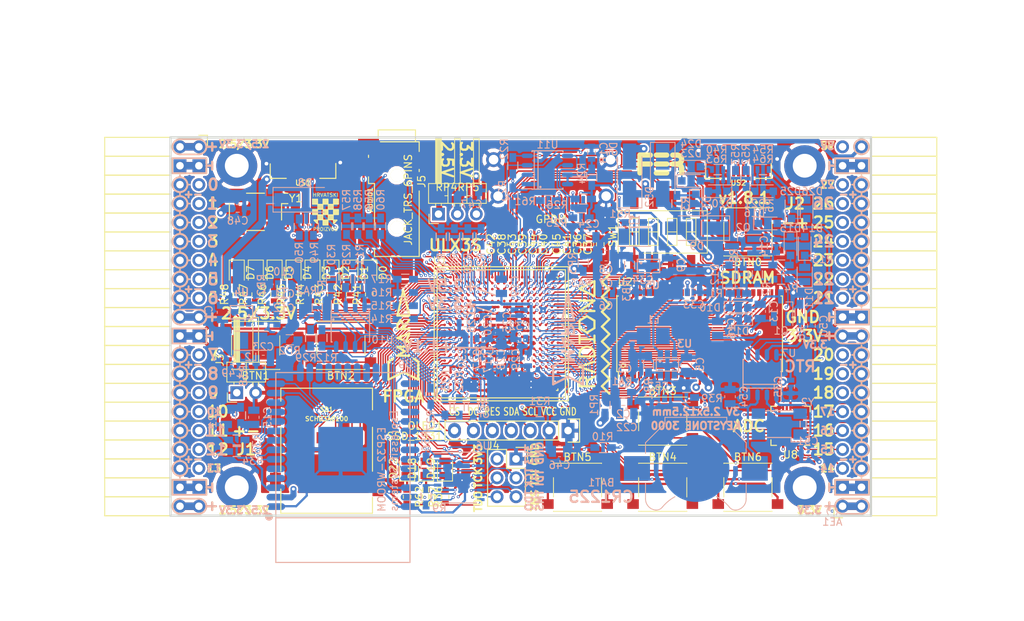
<source format=kicad_pcb>
(kicad_pcb (version 20171130) (host pcbnew 5.0.0-rc2-dev-unknown+dfsg1+20180318-2)
  (layers (0 F.Cu signal) (1 In1.Cu signal) (2 In2.Cu signal) (31 B.Cu signal) (34 B.Paste user) (35 F.Paste user) (36 B.SilkS user) (37 F.SilkS user) (38 B.Mask user) (39 F.Mask user) (44 Edge.Cuts user))
  (net 0 "")
  (net 1 GND)
  (net 2 +5V)
  (net 3 /gpio/IN5V)
  (net 4 /gpio/OUT5V)
  (net 5 +3V3)
  (net 6 BTN_D)
  (net 7 BTN_F1)
  (net 8 BTN_F2)
  (net 9 BTN_L)
  (net 10 BTN_R)
  (net 11 BTN_U)
  (net 12 /power/FB1)
  (net 13 +2V5)
  (net 14 /power/PWREN)
  (net 15 /power/FB3)
  (net 16 /power/FB2)
  (net 17 "Net-(D9-Pad1)")
  (net 18 /power/VBAT)
  (net 19 JTAG_TDI)
  (net 20 JTAG_TCK)
  (net 21 JTAG_TMS)
  (net 22 JTAG_TDO)
  (net 23 /power/WAKEUPn)
  (net 24 /power/WKUP)
  (net 25 /power/SHUT)
  (net 26 /power/WAKE)
  (net 27 /power/HOLD)
  (net 28 /power/WKn)
  (net 29 /power/OSCI_32k)
  (net 30 /power/OSCO_32k)
  (net 31 "Net-(Q2-Pad3)")
  (net 32 SHUTDOWN)
  (net 33 /analog/AUDIO_L)
  (net 34 /analog/AUDIO_R)
  (net 35 GPDI_SDA)
  (net 36 GPDI_SCL)
  (net 37 /gpdi/VREF2)
  (net 38 SD_CMD)
  (net 39 SD_CLK)
  (net 40 SD_D0)
  (net 41 SD_D1)
  (net 42 USB5V)
  (net 43 GPDI_CEC)
  (net 44 nRESET)
  (net 45 FTDI_nDTR)
  (net 46 SDRAM_CKE)
  (net 47 SDRAM_A7)
  (net 48 SDRAM_D15)
  (net 49 SDRAM_BA1)
  (net 50 SDRAM_D7)
  (net 51 SDRAM_A6)
  (net 52 SDRAM_CLK)
  (net 53 SDRAM_D13)
  (net 54 SDRAM_BA0)
  (net 55 SDRAM_D6)
  (net 56 SDRAM_A5)
  (net 57 SDRAM_D14)
  (net 58 SDRAM_A11)
  (net 59 SDRAM_D12)
  (net 60 SDRAM_D5)
  (net 61 SDRAM_A4)
  (net 62 SDRAM_A10)
  (net 63 SDRAM_D11)
  (net 64 SDRAM_A3)
  (net 65 SDRAM_D4)
  (net 66 SDRAM_D10)
  (net 67 SDRAM_D9)
  (net 68 SDRAM_A9)
  (net 69 SDRAM_D3)
  (net 70 SDRAM_D8)
  (net 71 SDRAM_A8)
  (net 72 SDRAM_A2)
  (net 73 SDRAM_A1)
  (net 74 SDRAM_A0)
  (net 75 SDRAM_D2)
  (net 76 SDRAM_D1)
  (net 77 SDRAM_D0)
  (net 78 SDRAM_DQM0)
  (net 79 SDRAM_nCS)
  (net 80 SDRAM_nRAS)
  (net 81 SDRAM_DQM1)
  (net 82 SDRAM_nCAS)
  (net 83 SDRAM_nWE)
  (net 84 /flash/FLASH_nWP)
  (net 85 /flash/FLASH_nHOLD)
  (net 86 /flash/FLASH_MOSI)
  (net 87 /flash/FLASH_MISO)
  (net 88 /flash/FLASH_SCK)
  (net 89 /flash/FLASH_nCS)
  (net 90 /flash/FPGA_PROGRAMN)
  (net 91 /flash/FPGA_DONE)
  (net 92 /flash/FPGA_INITN)
  (net 93 OLED_RES)
  (net 94 OLED_DC)
  (net 95 OLED_CS)
  (net 96 WIFI_EN)
  (net 97 FTDI_nRTS)
  (net 98 FTDI_TXD)
  (net 99 FTDI_RXD)
  (net 100 WIFI_RXD)
  (net 101 WIFI_GPIO0)
  (net 102 WIFI_TXD)
  (net 103 USB_FTDI_D+)
  (net 104 USB_FTDI_D-)
  (net 105 SD_D3)
  (net 106 AUDIO_L3)
  (net 107 AUDIO_L2)
  (net 108 AUDIO_L1)
  (net 109 AUDIO_L0)
  (net 110 AUDIO_R3)
  (net 111 AUDIO_R2)
  (net 112 AUDIO_R1)
  (net 113 AUDIO_R0)
  (net 114 OLED_CLK)
  (net 115 OLED_MOSI)
  (net 116 LED0)
  (net 117 LED1)
  (net 118 LED2)
  (net 119 LED3)
  (net 120 LED4)
  (net 121 LED5)
  (net 122 LED6)
  (net 123 LED7)
  (net 124 BTN_PWRn)
  (net 125 FTDI_nTXLED)
  (net 126 FTDI_nSLEEP)
  (net 127 /blinkey/LED_PWREN)
  (net 128 /blinkey/LED_TXLED)
  (net 129 /sdcard/SD3V3)
  (net 130 SD_D2)
  (net 131 CLK_25MHz)
  (net 132 /blinkey/BTNPUL)
  (net 133 /blinkey/BTNPUR)
  (net 134 USB_FPGA_D+)
  (net 135 /power/FTDI_nSUSPEND)
  (net 136 /blinkey/ALED0)
  (net 137 /blinkey/ALED1)
  (net 138 /blinkey/ALED2)
  (net 139 /blinkey/ALED3)
  (net 140 /blinkey/ALED4)
  (net 141 /blinkey/ALED5)
  (net 142 /blinkey/ALED6)
  (net 143 /blinkey/ALED7)
  (net 144 /usb/FTD-)
  (net 145 /usb/FTD+)
  (net 146 ADC_MISO)
  (net 147 ADC_MOSI)
  (net 148 ADC_CSn)
  (net 149 ADC_SCLK)
  (net 150 SW3)
  (net 151 SW2)
  (net 152 SW1)
  (net 153 USB_FPGA_D-)
  (net 154 /usb/FPD+)
  (net 155 /usb/FPD-)
  (net 156 WIFI_GPIO16)
  (net 157 /usb/ANT_433MHz)
  (net 158 /power/PWRBTn)
  (net 159 PROG_DONE)
  (net 160 /power/P3V3)
  (net 161 /power/P2V5)
  (net 162 /power/L1)
  (net 163 /power/L3)
  (net 164 /power/L2)
  (net 165 FTDI_TXDEN)
  (net 166 SDRAM_A12)
  (net 167 /analog/AUDIO_V)
  (net 168 AUDIO_V3)
  (net 169 AUDIO_V2)
  (net 170 AUDIO_V1)
  (net 171 AUDIO_V0)
  (net 172 /blinkey/LED_WIFI)
  (net 173 /power/P1V1)
  (net 174 +1V1)
  (net 175 SW4)
  (net 176 /blinkey/SWPU)
  (net 177 /wifi/WIFIEN)
  (net 178 FT2V5)
  (net 179 GN0)
  (net 180 GP0)
  (net 181 GN1)
  (net 182 GP1)
  (net 183 GN2)
  (net 184 GP2)
  (net 185 GN3)
  (net 186 GP3)
  (net 187 GN4)
  (net 188 GP4)
  (net 189 GN5)
  (net 190 GP5)
  (net 191 GN6)
  (net 192 GP6)
  (net 193 GN14)
  (net 194 GP14)
  (net 195 GN15)
  (net 196 GP15)
  (net 197 GN16)
  (net 198 GP16)
  (net 199 GN17)
  (net 200 GP17)
  (net 201 GN18)
  (net 202 GP18)
  (net 203 GN19)
  (net 204 GP19)
  (net 205 GN20)
  (net 206 GP20)
  (net 207 GN21)
  (net 208 GP21)
  (net 209 GN22)
  (net 210 GP22)
  (net 211 GN23)
  (net 212 GP23)
  (net 213 GN24)
  (net 214 GP24)
  (net 215 GN25)
  (net 216 GP25)
  (net 217 GN26)
  (net 218 GP26)
  (net 219 GN27)
  (net 220 GP27)
  (net 221 GN7)
  (net 222 GP7)
  (net 223 GN8)
  (net 224 GP8)
  (net 225 GN9)
  (net 226 GP9)
  (net 227 GN10)
  (net 228 GP10)
  (net 229 GN11)
  (net 230 GP11)
  (net 231 GN12)
  (net 232 GP12)
  (net 233 GN13)
  (net 234 GP13)
  (net 235 WIFI_GPIO5)
  (net 236 WIFI_GPIO17)
  (net 237 USB_FPGA_PULL_D+)
  (net 238 USB_FPGA_PULL_D-)
  (net 239 "Net-(D23-Pad2)")
  (net 240 "Net-(D24-Pad1)")
  (net 241 "Net-(D25-Pad2)")
  (net 242 "Net-(D26-Pad1)")
  (net 243 /gpdi/GPDI_ETH+)
  (net 244 FPDI_ETH+)
  (net 245 /gpdi/GPDI_ETH-)
  (net 246 FPDI_ETH-)
  (net 247 /gpdi/GPDI_D2-)
  (net 248 FPDI_D2-)
  (net 249 /gpdi/GPDI_D1-)
  (net 250 FPDI_D1-)
  (net 251 /gpdi/GPDI_D0-)
  (net 252 FPDI_D0-)
  (net 253 /gpdi/GPDI_CLK-)
  (net 254 FPDI_CLK-)
  (net 255 /gpdi/GPDI_D2+)
  (net 256 FPDI_D2+)
  (net 257 /gpdi/GPDI_D1+)
  (net 258 FPDI_D1+)
  (net 259 /gpdi/GPDI_D0+)
  (net 260 FPDI_D0+)
  (net 261 /gpdi/GPDI_CLK+)
  (net 262 FPDI_CLK+)
  (net 263 FPDI_SDA)
  (net 264 FPDI_SCL)
  (net 265 /gpdi/FPDI_CEC)
  (net 266 2V5_3V3)
  (net 267 "Net-(AUDIO1-Pad5)")
  (net 268 "Net-(AUDIO1-Pad6)")
  (net 269 "Net-(U1-PadA15)")
  (net 270 "Net-(U1-PadC9)")
  (net 271 "Net-(U1-PadD9)")
  (net 272 "Net-(U1-PadD10)")
  (net 273 "Net-(U1-PadD11)")
  (net 274 "Net-(U1-PadD12)")
  (net 275 "Net-(U1-PadE6)")
  (net 276 "Net-(U1-PadE9)")
  (net 277 "Net-(U1-PadE10)")
  (net 278 "Net-(U1-PadE11)")
  (net 279 "Net-(U1-PadJ4)")
  (net 280 "Net-(U1-PadJ5)")
  (net 281 "Net-(U1-PadK5)")
  (net 282 "Net-(U1-PadL5)")
  (net 283 "Net-(U1-PadM4)")
  (net 284 "Net-(U1-PadM5)")
  (net 285 SD_CD)
  (net 286 SD_WP)
  (net 287 "Net-(U1-PadR3)")
  (net 288 "Net-(U1-PadT16)")
  (net 289 "Net-(U1-PadW4)")
  (net 290 "Net-(U1-PadW5)")
  (net 291 "Net-(U1-PadW8)")
  (net 292 "Net-(U1-PadW9)")
  (net 293 "Net-(U1-PadW13)")
  (net 294 "Net-(U1-PadW14)")
  (net 295 "Net-(U1-PadW17)")
  (net 296 "Net-(U1-PadW18)")
  (net 297 FTDI_nRXLED)
  (net 298 "Net-(U8-Pad12)")
  (net 299 "Net-(U8-Pad25)")
  (net 300 "Net-(U9-Pad32)")
  (net 301 "Net-(U9-Pad22)")
  (net 302 "Net-(U9-Pad21)")
  (net 303 "Net-(U9-Pad20)")
  (net 304 "Net-(U9-Pad19)")
  (net 305 "Net-(U9-Pad18)")
  (net 306 "Net-(U9-Pad17)")
  (net 307 "Net-(U9-Pad12)")
  (net 308 "Net-(U9-Pad5)")
  (net 309 "Net-(U9-Pad4)")
  (net 310 "Net-(US1-Pad4)")
  (net 311 "Net-(US2-Pad4)")
  (net 312 "Net-(Y2-Pad3)")
  (net 313 "Net-(Y2-Pad2)")
  (net 314 "Net-(U1-PadK16)")
  (net 315 "Net-(U1-PadK17)")
  (module Resistors_SMD:R_0603_HandSoldering (layer B.Cu) (at 169.919 66.965 90)
    (fp_text reference R53 (at 3.259 0 270) (layer B.SilkS) (effects (justify mirror)))
    (fp_text value 27)
    (pad 1 smd rect (at -1.1 0 90) (size 1.2 0.9) (layers B.Cu B.Paste B.Mask) (net 134 USB_FPGA_D+))
    (pad 2 smd rect (at 1.1 0 90) (size 1.2 0.9) (layers B.Cu B.Paste B.Mask) (net 154 /usb/FPD+))
  )
  (module Socket_Strips:Socket_Strip_Angled_2x20 (layer F.Cu) (at 97.91 62.69 270)
    (fp_text reference J1 (at 40.64 -6.35) (layer F.SilkS) (effects (font (size 1.5 1.5) (thickness 0.3))))
    (fp_text value CONN_02X20 hide)
    (pad 1 thru_hole oval (at 0 0 270) (size 1.7272 1.7272) (drill 1.016) (layers *.Cu *.Mask) (net 266 2V5_3V3))
    (pad 2 thru_hole oval (at 0 2.54 270) (size 1.7272 1.7272) (drill 1.016) (layers *.Cu *.Mask) (net 266 2V5_3V3))
    (pad 3 thru_hole rect (at 2.54 0 270) (size 1.7272 1.7272) (drill 1.016) (layers *.Cu *.Mask) (net 1 GND))
    (pad 4 thru_hole rect (at 2.54 2.54 270) (size 1.7272 1.7272) (drill 1.016) (layers *.Cu *.Mask) (net 1 GND))
    (pad 5 thru_hole oval (at 5.08 0 270) (size 1.7272 1.7272) (drill 1.016) (layers *.Cu *.Mask) (net 179 GN0))
    (pad 6 thru_hole oval (at 5.08 2.54 270) (size 1.7272 1.7272) (drill 1.016) (layers *.Cu *.Mask) (net 180 GP0))
    (pad 7 thru_hole oval (at 7.62 0 270) (size 1.7272 1.7272) (drill 1.016) (layers *.Cu *.Mask) (net 181 GN1))
    (pad 8 thru_hole oval (at 7.62 2.54 270) (size 1.7272 1.7272) (drill 1.016) (layers *.Cu *.Mask) (net 182 GP1))
    (pad 9 thru_hole oval (at 10.16 0 270) (size 1.7272 1.7272) (drill 1.016) (layers *.Cu *.Mask) (net 183 GN2))
    (pad 10 thru_hole oval (at 10.16 2.54 270) (size 1.7272 1.7272) (drill 1.016) (layers *.Cu *.Mask) (net 184 GP2))
    (pad 11 thru_hole oval (at 12.7 0 270) (size 1.7272 1.7272) (drill 1.016) (layers *.Cu *.Mask) (net 185 GN3))
    (pad 12 thru_hole oval (at 12.7 2.54 270) (size 1.7272 1.7272) (drill 1.016) (layers *.Cu *.Mask) (net 186 GP3))
    (pad 13 thru_hole oval (at 15.24 0 270) (size 1.7272 1.7272) (drill 1.016) (layers *.Cu *.Mask) (net 187 GN4))
    (pad 14 thru_hole oval (at 15.24 2.54 270) (size 1.7272 1.7272) (drill 1.016) (layers *.Cu *.Mask) (net 188 GP4))
    (pad 15 thru_hole oval (at 17.78 0 270) (size 1.7272 1.7272) (drill 1.016) (layers *.Cu *.Mask) (net 189 GN5))
    (pad 16 thru_hole oval (at 17.78 2.54 270) (size 1.7272 1.7272) (drill 1.016) (layers *.Cu *.Mask) (net 190 GP5))
    (pad 17 thru_hole oval (at 20.32 0 270) (size 1.7272 1.7272) (drill 1.016) (layers *.Cu *.Mask) (net 191 GN6))
    (pad 18 thru_hole oval (at 20.32 2.54 270) (size 1.7272 1.7272) (drill 1.016) (layers *.Cu *.Mask) (net 192 GP6))
    (pad 19 thru_hole oval (at 22.86 0 270) (size 1.7272 1.7272) (drill 1.016) (layers *.Cu *.Mask) (net 266 2V5_3V3))
    (pad 20 thru_hole oval (at 22.86 2.54 270) (size 1.7272 1.7272) (drill 1.016) (layers *.Cu *.Mask) (net 266 2V5_3V3))
    (pad 21 thru_hole rect (at 25.4 0 270) (size 1.7272 1.7272) (drill 1.016) (layers *.Cu *.Mask) (net 1 GND))
    (pad 22 thru_hole rect (at 25.4 2.54 270) (size 1.7272 1.7272) (drill 1.016) (layers *.Cu *.Mask) (net 1 GND))
    (pad 23 thru_hole oval (at 27.94 0 270) (size 1.7272 1.7272) (drill 1.016) (layers *.Cu *.Mask) (net 221 GN7))
    (pad 24 thru_hole oval (at 27.94 2.54 270) (size 1.7272 1.7272) (drill 1.016) (layers *.Cu *.Mask) (net 222 GP7))
    (pad 25 thru_hole oval (at 30.48 0 270) (size 1.7272 1.7272) (drill 1.016) (layers *.Cu *.Mask) (net 223 GN8))
    (pad 26 thru_hole oval (at 30.48 2.54 270) (size 1.7272 1.7272) (drill 1.016) (layers *.Cu *.Mask) (net 224 GP8))
    (pad 27 thru_hole oval (at 33.02 0 270) (size 1.7272 1.7272) (drill 1.016) (layers *.Cu *.Mask) (net 225 GN9))
    (pad 28 thru_hole oval (at 33.02 2.54 270) (size 1.7272 1.7272) (drill 1.016) (layers *.Cu *.Mask) (net 226 GP9))
    (pad 29 thru_hole oval (at 35.56 0 270) (size 1.7272 1.7272) (drill 1.016) (layers *.Cu *.Mask) (net 227 GN10))
    (pad 30 thru_hole oval (at 35.56 2.54 270) (size 1.7272 1.7272) (drill 1.016) (layers *.Cu *.Mask) (net 228 GP10))
    (pad 31 thru_hole oval (at 38.1 0 270) (size 1.7272 1.7272) (drill 1.016) (layers *.Cu *.Mask) (net 229 GN11))
    (pad 32 thru_hole oval (at 38.1 2.54 270) (size 1.7272 1.7272) (drill 1.016) (layers *.Cu *.Mask) (net 230 GP11))
    (pad 33 thru_hole oval (at 40.64 0 270) (size 1.7272 1.7272) (drill 1.016) (layers *.Cu *.Mask) (net 231 GN12))
    (pad 34 thru_hole oval (at 40.64 2.54 270) (size 1.7272 1.7272) (drill 1.016) (layers *.Cu *.Mask) (net 232 GP12))
    (pad 35 thru_hole oval (at 43.18 0 270) (size 1.7272 1.7272) (drill 1.016) (layers *.Cu *.Mask) (net 233 GN13))
    (pad 36 thru_hole oval (at 43.18 2.54 270) (size 1.7272 1.7272) (drill 1.016) (layers *.Cu *.Mask) (net 234 GP13))
    (pad 37 thru_hole rect (at 45.72 0 270) (size 1.7272 1.7272) (drill 1.016) (layers *.Cu *.Mask) (net 1 GND))
    (pad 38 thru_hole rect (at 45.72 2.54 270) (size 1.7272 1.7272) (drill 1.016) (layers *.Cu *.Mask) (net 1 GND))
    (pad 39 thru_hole oval (at 48.26 0 270) (size 1.7272 1.7272) (drill 1.016) (layers *.Cu *.Mask) (net 266 2V5_3V3))
    (pad 40 thru_hole oval (at 48.26 2.54 270) (size 1.7272 1.7272) (drill 1.016) (layers *.Cu *.Mask) (net 266 2V5_3V3))
  )
  (module Resistors_SMD:R_0603_HandSoldering (layer B.Cu) (at 103.498 98.758 90)
    (fp_text reference R38 (at 5.334 0.396 90) (layer B.SilkS) (effects (justify mirror)))
    (fp_text value 0.47)
    (pad 1 smd rect (at -1.1 0 90) (size 1.2 0.9) (layers B.Cu B.Paste B.Mask) (net 129 /sdcard/SD3V3))
    (pad 2 smd rect (at 1.1 0 90) (size 1.2 0.9) (layers B.Cu B.Paste B.Mask) (net 5 +3V3))
  )
  (module Resistors_SMD:R_0603_HandSoldering (layer B.Cu) (at 156.33 72.85 180)
    (fp_text reference R51 (at 1.905 1.143 180) (layer B.SilkS) (effects (justify mirror)))
    (fp_text value 150)
    (pad 1 smd rect (at -1.1 0 180) (size 1.2 0.9) (layers B.Cu B.Paste B.Mask) (net 5 +3V3))
    (pad 2 smd rect (at 1.1 0 180) (size 1.2 0.9) (layers B.Cu B.Paste B.Mask) (net 176 /blinkey/SWPU))
  )
  (module TSOT-25:TSOT-25 (layer B.Cu) (at 160.775 91.9)
    (fp_text reference U3 (at 2.301 -2.776) (layer B.SilkS) (effects (font (thickness 0.2)) (justify mirror)))
    (fp_text value TLV62569DBV)
    (pad 1 smd rect (at -0.95 -1.3) (size 0.7 1.2) (layers B.Cu B.Paste B.Mask) (net 14 /power/PWREN))
    (pad 2 smd rect (at 0 -1.3) (size 0.7 1.2) (layers B.Cu B.Paste B.Mask) (net 1 GND))
    (pad 3 smd rect (at 0.95 -1.3) (size 0.7 1.2) (layers B.Cu B.Paste B.Mask) (net 162 /power/L1))
    (pad 4 smd rect (at 0.95 1.3) (size 0.7 1.2) (layers B.Cu B.Paste B.Mask) (net 2 +5V))
    (pad 5 smd rect (at -0.95 1.3) (size 0.7 1.2) (layers B.Cu B.Paste B.Mask) (net 12 /power/FB1))
  )
  (module TSOT-25:TSOT-25 (layer B.Cu) (at 103.625 84.915 180)
    (fp_text reference U4 (at 0 2.697 180) (layer B.SilkS) (effects (font (thickness 0.2)) (justify mirror)))
    (fp_text value TLV62569DBV)
    (pad 1 smd rect (at -0.95 -1.3 180) (size 0.7 1.2) (layers B.Cu B.Paste B.Mask) (net 14 /power/PWREN))
    (pad 2 smd rect (at 0 -1.3 180) (size 0.7 1.2) (layers B.Cu B.Paste B.Mask) (net 1 GND))
    (pad 3 smd rect (at 0.95 -1.3 180) (size 0.7 1.2) (layers B.Cu B.Paste B.Mask) (net 164 /power/L2))
    (pad 4 smd rect (at 0.95 1.3 180) (size 0.7 1.2) (layers B.Cu B.Paste B.Mask) (net 2 +5V))
    (pad 5 smd rect (at -0.95 1.3 180) (size 0.7 1.2) (layers B.Cu B.Paste B.Mask) (net 16 /power/FB2))
  )
  (module TSOT-25:TSOT-25 (layer B.Cu) (at 158.235 78.692)
    (fp_text reference U5 (at 0.523 2.558) (layer B.SilkS) (effects (font (thickness 0.2)) (justify mirror)))
    (fp_text value TLV62569DBV)
    (pad 1 smd rect (at -0.95 -1.3) (size 0.7 1.2) (layers B.Cu B.Paste B.Mask) (net 14 /power/PWREN))
    (pad 2 smd rect (at 0 -1.3) (size 0.7 1.2) (layers B.Cu B.Paste B.Mask) (net 1 GND))
    (pad 3 smd rect (at 0.95 -1.3) (size 0.7 1.2) (layers B.Cu B.Paste B.Mask) (net 163 /power/L3))
    (pad 4 smd rect (at 0.95 1.3) (size 0.7 1.2) (layers B.Cu B.Paste B.Mask) (net 2 +5V))
    (pad 5 smd rect (at -0.95 1.3) (size 0.7 1.2) (layers B.Cu B.Paste B.Mask) (net 15 /power/FB3))
  )
  (module Resistors_SMD:R_0603_HandSoldering (layer B.Cu) (at 170.3 82.375)
    (fp_text reference R1 (at -3.048 0) (layer B.SilkS) (effects (justify mirror)))
    (fp_text value 15k)
    (pad 1 smd rect (at -1.1 0) (size 1.2 0.9) (layers B.Cu B.Paste B.Mask) (net 26 /power/WAKE))
    (pad 2 smd rect (at 1.1 0) (size 1.2 0.9) (layers B.Cu B.Paste B.Mask) (net 14 /power/PWREN))
  )
  (module Resistors_SMD:R_0603_HandSoldering (layer B.Cu) (at 172.84 79.835 90)
    (fp_text reference R2 (at -1.905 1.27 90) (layer B.SilkS) (effects (justify mirror)))
    (fp_text value 47k)
    (pad 1 smd rect (at -1.1 0 90) (size 1.2 0.9) (layers B.Cu B.Paste B.Mask) (net 14 /power/PWREN))
    (pad 2 smd rect (at 1.1 0 90) (size 1.2 0.9) (layers B.Cu B.Paste B.Mask) (net 1 GND))
  )
  (module Resistors_SMD:R_0603_HandSoldering (layer B.Cu) (at 176.015 80.47 180)
    (fp_text reference R4 (at -1.397 -1.27) (layer B.SilkS) (effects (justify mirror)))
    (fp_text value 4.7k)
    (pad 1 smd rect (at -1.1 0 180) (size 1.2 0.9) (layers B.Cu B.Paste B.Mask) (net 27 /power/HOLD))
    (pad 2 smd rect (at 1.1 0 180) (size 1.2 0.9) (layers B.Cu B.Paste B.Mask) (net 14 /power/PWREN))
  )
  (module Resistors_SMD:R_0603_HandSoldering (layer B.Cu) (at 174.11 76.025 270)
    (fp_text reference R5 (at -5.461 -0.381 270) (layer B.SilkS) (effects (justify mirror)))
    (fp_text value 4.7M)
    (pad 1 smd rect (at -1.1 0 270) (size 1.2 0.9) (layers B.Cu B.Paste B.Mask) (net 25 /power/SHUT))
    (pad 2 smd rect (at 1.1 0 270) (size 1.2 0.9) (layers B.Cu B.Paste B.Mask) (net 1 GND))
  )
  (module Resistors_SMD:R_0603_HandSoldering (layer B.Cu) (at 178.555 84.915 270)
    (fp_text reference R6 (at 2.812 -0.142 270) (layer B.SilkS) (effects (justify mirror)))
    (fp_text value 1k)
    (pad 1 smd rect (at -1.1 0 270) (size 1.2 0.9) (layers B.Cu B.Paste B.Mask) (net 28 /power/WKn))
    (pad 2 smd rect (at 1.1 0 270) (size 1.2 0.9) (layers B.Cu B.Paste B.Mask) (net 23 /power/WAKEUPn))
  )
  (module Resistors_SMD:R_0603_HandSoldering (layer B.Cu) (at 113.785 84.28 270)
    (fp_text reference R7 (at -2.794 -0.635 270) (layer B.SilkS) (effects (justify mirror)))
    (fp_text value 150)
    (pad 1 smd rect (at -1.1 0 270) (size 1.2 0.9) (layers B.Cu B.Paste B.Mask) (net 5 +3V3))
    (pad 2 smd rect (at 1.1 0 270) (size 1.2 0.9) (layers B.Cu B.Paste B.Mask) (net 132 /blinkey/BTNPUL))
  )
  (module Resistors_SMD:R_0603_HandSoldering (layer B.Cu) (at 170.935 79.835 90)
    (fp_text reference R8 (at 2.54 -1.27 90) (layer B.SilkS) (effects (justify mirror)))
    (fp_text value 1k)
    (pad 1 smd rect (at -1.1 0 90) (size 1.2 0.9) (layers B.Cu B.Paste B.Mask) (net 14 /power/PWREN))
    (pad 2 smd rect (at 1.1 0 90) (size 1.2 0.9) (layers B.Cu B.Paste B.Mask) (net 31 "Net-(Q2-Pad3)"))
  )
  (module Resistors_SMD:R_0603_HandSoldering (layer B.Cu) (at 128.39 109.68 270)
    (fp_text reference R9 (at 1.524 -1.778) (layer B.SilkS) (effects (justify mirror)))
    (fp_text value 15k)
    (pad 1 smd rect (at -1.1 0 270) (size 1.2 0.9) (layers B.Cu B.Paste B.Mask) (net 44 nRESET))
    (pad 2 smd rect (at 1.1 0 270) (size 1.2 0.9) (layers B.Cu B.Paste B.Mask) (net 178 FT2V5))
  )
  (module Resistors_SMD:R_0603_HandSoldering (layer B.Cu) (at 152.139 103.076 180)
    (fp_text reference R10 (at 0.059 1.476 180) (layer B.SilkS) (effects (justify mirror)))
    (fp_text value 150)
    (pad 1 smd rect (at -1.1 0 180) (size 1.2 0.9) (layers B.Cu B.Paste B.Mask) (net 135 /power/FTDI_nSUSPEND))
    (pad 2 smd rect (at 1.1 0 180) (size 1.2 0.9) (layers B.Cu B.Paste B.Mask) (net 126 FTDI_nSLEEP))
  )
  (module Resistors_SMD:R_0603_HandSoldering (layer B.Cu) (at 176.015 78.565 180)
    (fp_text reference R13 (at -5.588 0.762 180) (layer B.SilkS) (effects (justify mirror)))
    (fp_text value 15k)
    (pad 1 smd rect (at -1.1 0 180) (size 1.2 0.9) (layers B.Cu B.Paste B.Mask) (net 32 SHUTDOWN))
    (pad 2 smd rect (at 1.1 0 180) (size 1.2 0.9) (layers B.Cu B.Paste B.Mask) (net 1 GND))
  )
  (module Resistors_SMD:R_0603_HandSoldering (layer B.Cu) (at 154.86 95.64)
    (fp_text reference RA1 (at -0.181 -1.454) (layer B.SilkS) (effects (justify mirror)))
    (fp_text value 15k)
    (pad 1 smd rect (at -1.1 0) (size 1.2 0.9) (layers B.Cu B.Paste B.Mask) (net 173 /power/P1V1))
    (pad 2 smd rect (at 1.1 0) (size 1.2 0.9) (layers B.Cu B.Paste B.Mask) (net 12 /power/FB1))
  )
  (module Resistors_SMD:R_0603_HandSoldering (layer B.Cu) (at 109.34 82.375 180)
    (fp_text reference RA2 (at -3.048 0.381) (layer B.SilkS) (effects (justify mirror)))
    (fp_text value 15k)
    (pad 1 smd rect (at -1.1 0 180) (size 1.2 0.9) (layers B.Cu B.Paste B.Mask) (net 161 /power/P2V5))
    (pad 2 smd rect (at 1.1 0 180) (size 1.2 0.9) (layers B.Cu B.Paste B.Mask) (net 16 /power/FB2))
  )
  (module Resistors_SMD:R_0603_HandSoldering (layer B.Cu) (at 152.52 81.105)
    (fp_text reference RA3 (at -3.302 -0.127) (layer B.SilkS) (effects (justify mirror)))
    (fp_text value 15k)
    (pad 1 smd rect (at -1.1 0) (size 1.2 0.9) (layers B.Cu B.Paste B.Mask) (net 160 /power/P3V3))
    (pad 2 smd rect (at 1.1 0) (size 1.2 0.9) (layers B.Cu B.Paste B.Mask) (net 15 /power/FB3))
  )
  (module Resistors_SMD:R_0603_HandSoldering (layer B.Cu) (at 158.235 91.9 270)
    (fp_text reference RB1 (at 3.302 0 270) (layer B.SilkS) (effects (justify mirror)))
    (fp_text value 18k)
    (pad 1 smd rect (at -1.1 0 270) (size 1.2 0.9) (layers B.Cu B.Paste B.Mask) (net 1 GND))
    (pad 2 smd rect (at 1.1 0 270) (size 1.2 0.9) (layers B.Cu B.Paste B.Mask) (net 12 /power/FB1))
  )
  (module Resistors_SMD:R_0603_HandSoldering (layer B.Cu) (at 106.165 84.915 90)
    (fp_text reference RB2 (at 3.683 0.127 90) (layer B.SilkS) (effects (justify mirror)))
    (fp_text value 4.7k)
    (pad 1 smd rect (at -1.1 0 90) (size 1.2 0.9) (layers B.Cu B.Paste B.Mask) (net 1 GND))
    (pad 2 smd rect (at 1.1 0 90) (size 1.2 0.9) (layers B.Cu B.Paste B.Mask) (net 16 /power/FB2))
  )
  (module Resistors_SMD:R_0603_HandSoldering (layer B.Cu) (at 155.695 78.565 270)
    (fp_text reference RB3 (at 3.429 0.395 270) (layer B.SilkS) (effects (justify mirror)))
    (fp_text value 3.3k)
    (pad 1 smd rect (at -1.1 0 270) (size 1.2 0.9) (layers B.Cu B.Paste B.Mask) (net 1 GND))
    (pad 2 smd rect (at 1.1 0 270) (size 1.2 0.9) (layers B.Cu B.Paste B.Mask) (net 15 /power/FB3))
  )
  (module Resistors_SMD:R_0603_HandSoldering (layer B.Cu) (at 125.596 85.804 180)
    (fp_text reference R14 (at 3.175 0 180) (layer B.SilkS) (effects (justify mirror)))
    (fp_text value 1.2k)
    (pad 1 smd rect (at -1.1 0 180) (size 1.2 0.9) (layers B.Cu B.Paste B.Mask) (net 109 AUDIO_L0))
    (pad 2 smd rect (at 1.1 0 180) (size 1.2 0.9) (layers B.Cu B.Paste B.Mask) (net 33 /analog/AUDIO_L))
  )
  (module Resistors_SMD:R_0603_HandSoldering (layer B.Cu) (at 125.596 84.026 180)
    (fp_text reference R15 (at 3.175 -0.001 180) (layer B.SilkS) (effects (justify mirror)))
    (fp_text value 680)
    (pad 1 smd rect (at -1.1 0 180) (size 1.2 0.9) (layers B.Cu B.Paste B.Mask) (net 108 AUDIO_L1))
    (pad 2 smd rect (at 1.1 0 180) (size 1.2 0.9) (layers B.Cu B.Paste B.Mask) (net 33 /analog/AUDIO_L))
  )
  (module Resistors_SMD:R_0603_HandSoldering (layer B.Cu) (at 125.596 82.248 180)
    (fp_text reference R16 (at 3.175 0 180) (layer B.SilkS) (effects (justify mirror)))
    (fp_text value 330)
    (pad 1 smd rect (at -1.1 0 180) (size 1.2 0.9) (layers B.Cu B.Paste B.Mask) (net 107 AUDIO_L2))
    (pad 2 smd rect (at 1.1 0 180) (size 1.2 0.9) (layers B.Cu B.Paste B.Mask) (net 33 /analog/AUDIO_L))
  )
  (module Resistors_SMD:R_0603_HandSoldering (layer B.Cu) (at 125.596 80.47 180)
    (fp_text reference R17 (at 3.175 0 180) (layer B.SilkS) (effects (justify mirror)))
    (fp_text value 150)
    (pad 1 smd rect (at -1.1 0 180) (size 1.2 0.9) (layers B.Cu B.Paste B.Mask) (net 106 AUDIO_L3))
    (pad 2 smd rect (at 1.1 0 180) (size 1.2 0.9) (layers B.Cu B.Paste B.Mask) (net 33 /analog/AUDIO_L))
  )
  (module Resistors_SMD:R_0603_HandSoldering (layer B.Cu) (at 130.422 74.773 90)
    (fp_text reference R18 (at -3.556 0 90) (layer B.SilkS) (effects (justify mirror)))
    (fp_text value 1.2k)
    (pad 1 smd rect (at -1.1 0 90) (size 1.2 0.9) (layers B.Cu B.Paste B.Mask) (net 113 AUDIO_R0))
    (pad 2 smd rect (at 1.1 0 90) (size 1.2 0.9) (layers B.Cu B.Paste B.Mask) (net 34 /analog/AUDIO_R))
  )
  (module Resistors_SMD:R_0603_HandSoldering (layer B.Cu) (at 132.2 74.773 90)
    (fp_text reference R19 (at -3.556 0 90) (layer B.SilkS) (effects (justify mirror)))
    (fp_text value 680)
    (pad 1 smd rect (at -1.1 0 90) (size 1.2 0.9) (layers B.Cu B.Paste B.Mask) (net 112 AUDIO_R1))
    (pad 2 smd rect (at 1.1 0 90) (size 1.2 0.9) (layers B.Cu B.Paste B.Mask) (net 34 /analog/AUDIO_R))
  )
  (module Resistors_SMD:R_0603_HandSoldering (layer B.Cu) (at 133.993 74.773 90)
    (fp_text reference R20 (at -3.556 0 90) (layer B.SilkS) (effects (justify mirror)))
    (fp_text value 330)
    (pad 1 smd rect (at -1.1 0 90) (size 1.2 0.9) (layers B.Cu B.Paste B.Mask) (net 111 AUDIO_R2))
    (pad 2 smd rect (at 1.1 0 90) (size 1.2 0.9) (layers B.Cu B.Paste B.Mask) (net 34 /analog/AUDIO_R))
  )
  (module Resistors_SMD:R_0603_HandSoldering (layer B.Cu) (at 135.771 74.773 90)
    (fp_text reference R21 (at -3.556 0 90) (layer B.SilkS) (effects (justify mirror)))
    (fp_text value 150)
    (pad 1 smd rect (at -1.1 0 90) (size 1.2 0.9) (layers B.Cu B.Paste B.Mask) (net 110 AUDIO_R3))
    (pad 2 smd rect (at 1.1 0 90) (size 1.2 0.9) (layers B.Cu B.Paste B.Mask) (net 34 /analog/AUDIO_R))
  )
  (module Socket_Strips:Socket_Strip_Angled_2x20 (layer F.Cu) (at 184.27 110.95 90)
    (fp_text reference J2 (at 40.64 -6.35 180) (layer F.SilkS) (effects (font (size 1.5 1.5) (thickness 0.3))))
    (fp_text value CONN_02X20 hide)
    (pad 1 thru_hole oval (at 0 0 90) (size 1.7272 1.7272) (drill 1.016) (layers *.Cu *.Mask) (net 5 +3V3))
    (pad 2 thru_hole oval (at 0 2.54 90) (size 1.7272 1.7272) (drill 1.016) (layers *.Cu *.Mask) (net 5 +3V3))
    (pad 3 thru_hole rect (at 2.54 0 90) (size 1.7272 1.7272) (drill 1.016) (layers *.Cu *.Mask) (net 1 GND))
    (pad 4 thru_hole rect (at 2.54 2.54 90) (size 1.7272 1.7272) (drill 1.016) (layers *.Cu *.Mask) (net 1 GND))
    (pad 5 thru_hole oval (at 5.08 0 90) (size 1.7272 1.7272) (drill 1.016) (layers *.Cu *.Mask) (net 193 GN14))
    (pad 6 thru_hole oval (at 5.08 2.54 90) (size 1.7272 1.7272) (drill 1.016) (layers *.Cu *.Mask) (net 194 GP14))
    (pad 7 thru_hole oval (at 7.62 0 90) (size 1.7272 1.7272) (drill 1.016) (layers *.Cu *.Mask) (net 195 GN15))
    (pad 8 thru_hole oval (at 7.62 2.54 90) (size 1.7272 1.7272) (drill 1.016) (layers *.Cu *.Mask) (net 196 GP15))
    (pad 9 thru_hole oval (at 10.16 0 90) (size 1.7272 1.7272) (drill 1.016) (layers *.Cu *.Mask) (net 197 GN16))
    (pad 10 thru_hole oval (at 10.16 2.54 90) (size 1.7272 1.7272) (drill 1.016) (layers *.Cu *.Mask) (net 198 GP16))
    (pad 11 thru_hole oval (at 12.7 0 90) (size 1.7272 1.7272) (drill 1.016) (layers *.Cu *.Mask) (net 199 GN17))
    (pad 12 thru_hole oval (at 12.7 2.54 90) (size 1.7272 1.7272) (drill 1.016) (layers *.Cu *.Mask) (net 200 GP17))
    (pad 13 thru_hole oval (at 15.24 0 90) (size 1.7272 1.7272) (drill 1.016) (layers *.Cu *.Mask) (net 201 GN18))
    (pad 14 thru_hole oval (at 15.24 2.54 90) (size 1.7272 1.7272) (drill 1.016) (layers *.Cu *.Mask) (net 202 GP18))
    (pad 15 thru_hole oval (at 17.78 0 90) (size 1.7272 1.7272) (drill 1.016) (layers *.Cu *.Mask) (net 203 GN19))
    (pad 16 thru_hole oval (at 17.78 2.54 90) (size 1.7272 1.7272) (drill 1.016) (layers *.Cu *.Mask) (net 204 GP19))
    (pad 17 thru_hole oval (at 20.32 0 90) (size 1.7272 1.7272) (drill 1.016) (layers *.Cu *.Mask) (net 205 GN20))
    (pad 18 thru_hole oval (at 20.32 2.54 90) (size 1.7272 1.7272) (drill 1.016) (layers *.Cu *.Mask) (net 206 GP20))
    (pad 19 thru_hole oval (at 22.86 0 90) (size 1.7272 1.7272) (drill 1.016) (layers *.Cu *.Mask) (net 5 +3V3))
    (pad 20 thru_hole oval (at 22.86 2.54 90) (size 1.7272 1.7272) (drill 1.016) (layers *.Cu *.Mask) (net 5 +3V3))
    (pad 21 thru_hole rect (at 25.4 0 90) (size 1.7272 1.7272) (drill 1.016) (layers *.Cu *.Mask) (net 1 GND))
    (pad 22 thru_hole rect (at 25.4 2.54 90) (size 1.7272 1.7272) (drill 1.016) (layers *.Cu *.Mask) (net 1 GND))
    (pad 23 thru_hole oval (at 27.94 0 90) (size 1.7272 1.7272) (drill 1.016) (layers *.Cu *.Mask) (net 207 GN21))
    (pad 24 thru_hole oval (at 27.94 2.54 90) (size 1.7272 1.7272) (drill 1.016) (layers *.Cu *.Mask) (net 208 GP21))
    (pad 25 thru_hole oval (at 30.48 0 90) (size 1.7272 1.7272) (drill 1.016) (layers *.Cu *.Mask) (net 209 GN22))
    (pad 26 thru_hole oval (at 30.48 2.54 90) (size 1.7272 1.7272) (drill 1.016) (layers *.Cu *.Mask) (net 210 GP22))
    (pad 27 thru_hole oval (at 33.02 0 90) (size 1.7272 1.7272) (drill 1.016) (layers *.Cu *.Mask) (net 211 GN23))
    (pad 28 thru_hole oval (at 33.02 2.54 90) (size 1.7272 1.7272) (drill 1.016) (layers *.Cu *.Mask) (net 212 GP23))
    (pad 29 thru_hole oval (at 35.56 0 90) (size 1.7272 1.7272) (drill 1.016) (layers *.Cu *.Mask) (net 213 GN24))
    (pad 30 thru_hole oval (at 35.56 2.54 90) (size 1.7272 1.7272) (drill 1.016) (layers *.Cu *.Mask) (net 214 GP24))
    (pad 31 thru_hole oval (at 38.1 0 90) (size 1.7272 1.7272) (drill 1.016) (layers *.Cu *.Mask) (net 215 GN25))
    (pad 32 thru_hole oval (at 38.1 2.54 90) (size 1.7272 1.7272) (drill 1.016) (layers *.Cu *.Mask) (net 216 GP25))
    (pad 33 thru_hole oval (at 40.64 0 90) (size 1.7272 1.7272) (drill 1.016) (layers *.Cu *.Mask) (net 217 GN26))
    (pad 34 thru_hole oval (at 40.64 2.54 90) (size 1.7272 1.7272) (drill 1.016) (layers *.Cu *.Mask) (net 218 GP26))
    (pad 35 thru_hole oval (at 43.18 0 90) (size 1.7272 1.7272) (drill 1.016) (layers *.Cu *.Mask) (net 219 GN27))
    (pad 36 thru_hole oval (at 43.18 2.54 90) (size 1.7272 1.7272) (drill 1.016) (layers *.Cu *.Mask) (net 220 GP27))
    (pad 37 thru_hole rect (at 45.72 0 90) (size 1.7272 1.7272) (drill 1.016) (layers *.Cu *.Mask) (net 1 GND))
    (pad 38 thru_hole rect (at 45.72 2.54 90) (size 1.7272 1.7272) (drill 1.016) (layers *.Cu *.Mask) (net 1 GND))
    (pad 39 thru_hole oval (at 48.26 0 90) (size 1.7272 1.7272) (drill 1.016) (layers *.Cu *.Mask) (net 3 /gpio/IN5V))
    (pad 40 thru_hole oval (at 48.26 2.54 90) (size 1.7272 1.7272) (drill 1.016) (layers *.Cu *.Mask) (net 4 /gpio/OUT5V))
  )
  (module Mounting_Holes:MountingHole_3.2mm_M3_ISO14580_Pad (layer F.Cu) (at 102.99 108.41)
    (fp_text reference H1 hide)
    (fp_text value HOLE hide)
    (pad 1 thru_hole circle (at 0 0) (size 5.5 5.5) (drill 3.2) (layers *.Cu *.Mask) (net 1 GND))
  )
  (module Mounting_Holes:MountingHole_3.2mm_M3_ISO14580_Pad (layer F.Cu) (at 179.19 108.41)
    (fp_text reference H2 hide)
    (fp_text value HOLE hide)
    (pad 1 thru_hole circle (at 0 0) (size 5.5 5.5) (drill 3.2) (layers *.Cu *.Mask) (net 1 GND))
  )
  (module Mounting_Holes:MountingHole_3.2mm_M3_ISO14580_Pad (layer F.Cu) (at 179.19 65.23)
    (fp_text reference H3 hide)
    (fp_text value HOLE hide)
    (pad 1 thru_hole circle (at 0 0) (size 5.5 5.5) (drill 3.2) (layers *.Cu *.Mask) (net 1 GND))
  )
  (module Mounting_Holes:MountingHole_3.2mm_M3_ISO14580_Pad (layer F.Cu) (at 102.99 65.23)
    (fp_text reference H4 hide)
    (fp_text value HOLE hide)
    (pad 1 thru_hole circle (at 0 0) (size 5.5 5.5) (drill 3.2) (layers *.Cu *.Mask) (net 1 GND))
  )
  (module Resistors_SMD:R_0603_HandSoldering (layer B.Cu) (at 162.045 70.31 90)
    (fp_text reference R3 (at 0 1.143 90) (layer B.SilkS) (effects (justify mirror)))
    (fp_text value 4.7k)
    (pad 1 smd rect (at -1.1 0 90) (size 1.2 0.9) (layers B.Cu B.Paste B.Mask) (net 2 +5V))
    (pad 2 smd rect (at 1.1 0 90) (size 1.2 0.9) (layers B.Cu B.Paste B.Mask) (net 158 /power/PWRBTn))
  )
  (module Resistors_SMD:R_0603_HandSoldering (layer B.Cu) (at 140.0255 65.23 90)
    (fp_text reference R22 (at 2.23 -1.14 90) (layer B.SilkS) (effects (justify mirror)))
    (fp_text value 2.2k)
    (pad 1 smd rect (at -1.1 0 90) (size 1.2 0.9) (layers B.Cu B.Paste B.Mask) (net 5 +3V3))
    (pad 2 smd rect (at 1.1 0 90) (size 1.2 0.9) (layers B.Cu B.Paste B.Mask) (net 263 FPDI_SDA))
  )
  (module Resistors_SMD:R_0603_HandSoldering (layer B.Cu) (at 140.0255 69.312 270)
    (fp_text reference R23 (at -0.712 1.355 270) (layer B.SilkS) (effects (justify mirror)))
    (fp_text value 2.2k)
    (pad 1 smd rect (at -1.1 0 270) (size 1.2 0.9) (layers B.Cu B.Paste B.Mask) (net 5 +3V3))
    (pad 2 smd rect (at 1.1 0 270) (size 1.2 0.9) (layers B.Cu B.Paste B.Mask) (net 264 FPDI_SCL))
  )
  (module Resistors_SMD:R_0603_HandSoldering (layer B.Cu) (at 150.615 66.772 90)
    (fp_text reference R24 (at 0.508 -1.397 90) (layer B.SilkS) (effects (justify mirror)))
    (fp_text value 100k)
    (pad 1 smd rect (at -1.1 0 90) (size 1.2 0.9) (layers B.Cu B.Paste B.Mask) (net 2 +5V))
    (pad 2 smd rect (at 1.1 0 90) (size 1.2 0.9) (layers B.Cu B.Paste B.Mask) (net 37 /gpdi/VREF2))
  )
  (module Resistors_SMD:R_0603_HandSoldering (layer B.Cu) (at 149.175 72.215 180)
    (fp_text reference R25 (at 3.259 -0.685 180) (layer B.SilkS) (effects (justify mirror)))
    (fp_text value 4.7k)
    (pad 1 smd rect (at -1.1 0 180) (size 1.2 0.9) (layers B.Cu B.Paste B.Mask) (net 2 +5V))
    (pad 2 smd rect (at 1.1 0 180) (size 1.2 0.9) (layers B.Cu B.Paste B.Mask) (net 36 GPDI_SCL))
  )
  (module Resistors_SMD:R_0603_HandSoldering (layer B.Cu) (at 149.487 69.693 180)
    (fp_text reference R26 (at 3.5 -0.8 180) (layer B.SilkS) (effects (justify mirror)))
    (fp_text value 4.7k)
    (pad 1 smd rect (at -1.1 0 180) (size 1.2 0.9) (layers B.Cu B.Paste B.Mask) (net 2 +5V))
    (pad 2 smd rect (at 1.1 0 180) (size 1.2 0.9) (layers B.Cu B.Paste B.Mask) (net 35 GPDI_SDA))
  )
  (module Housings_SSOP:SSOP-20_4.4x6.5mm_Pitch0.65mm (layer B.Cu) (at 132.835 107.14 180)
    (fp_text reference U6 (at -3.175 4.318 180) (layer B.SilkS) (effects (justify mirror)))
    (fp_text value FT231XS)
    (pad 1 smd rect (at -2.9 2.925 180) (size 1 0.4) (layers B.Cu B.Paste B.Mask) (net 45 FTDI_nDTR))
    (pad 2 smd rect (at -2.9 2.275 180) (size 1 0.4) (layers B.Cu B.Paste B.Mask) (net 97 FTDI_nRTS))
    (pad 3 smd rect (at -2.9 1.625 180) (size 1 0.4) (layers B.Cu B.Paste B.Mask) (net 178 FT2V5))
    (pad 4 smd rect (at -2.9 0.975 180) (size 1 0.4) (layers B.Cu B.Paste B.Mask) (net 99 FTDI_RXD))
    (pad 5 smd rect (at -2.9 0.325 180) (size 1 0.4) (layers B.Cu B.Paste B.Mask) (net 19 JTAG_TDI))
    (pad 6 smd rect (at -2.9 -0.325 180) (size 1 0.4) (layers B.Cu B.Paste B.Mask) (net 1 GND))
    (pad 7 smd rect (at -2.9 -0.975 180) (size 1 0.4) (layers B.Cu B.Paste B.Mask) (net 20 JTAG_TCK))
    (pad 8 smd rect (at -2.9 -1.625 180) (size 1 0.4) (layers B.Cu B.Paste B.Mask) (net 21 JTAG_TMS))
    (pad 9 smd rect (at -2.9 -2.275 180) (size 1 0.4) (layers B.Cu B.Paste B.Mask) (net 22 JTAG_TDO))
    (pad 10 smd rect (at -2.9 -2.925 180) (size 1 0.4) (layers B.Cu B.Paste B.Mask) (net 125 FTDI_nTXLED))
    (pad 11 smd rect (at 2.9 -2.925 180) (size 1 0.4) (layers B.Cu B.Paste B.Mask) (net 103 USB_FTDI_D+))
    (pad 12 smd rect (at 2.9 -2.275 180) (size 1 0.4) (layers B.Cu B.Paste B.Mask) (net 104 USB_FTDI_D-))
    (pad 13 smd rect (at 2.9 -1.625 180) (size 1 0.4) (layers B.Cu B.Paste B.Mask) (net 178 FT2V5))
    (pad 14 smd rect (at 2.9 -0.975 180) (size 1 0.4) (layers B.Cu B.Paste B.Mask) (net 44 nRESET))
    (pad 15 smd rect (at 2.9 -0.325 180) (size 1 0.4) (layers B.Cu B.Paste B.Mask) (net 42 USB5V))
    (pad 16 smd rect (at 2.9 0.325 180) (size 1 0.4) (layers B.Cu B.Paste B.Mask) (net 1 GND))
    (pad 17 smd rect (at 2.9 0.975 180) (size 1 0.4) (layers B.Cu B.Paste B.Mask) (net 297 FTDI_nRXLED))
    (pad 18 smd rect (at 2.9 1.625 180) (size 1 0.4) (layers B.Cu B.Paste B.Mask) (net 165 FTDI_TXDEN))
    (pad 19 smd rect (at 2.9 2.275 180) (size 1 0.4) (layers B.Cu B.Paste B.Mask) (net 126 FTDI_nSLEEP))
    (pad 20 smd rect (at 2.9 2.925 180) (size 1 0.4) (layers B.Cu B.Paste B.Mask) (net 98 FTDI_TXD))
  )
  (module Resistors_SMD:R_0603_HandSoldering (layer B.Cu) (at 119.5 80.47 270)
    (fp_text reference R11 (at -3.302 0 270) (layer B.SilkS) (effects (justify mirror)))
    (fp_text value 10k)
    (pad 1 smd rect (at -1.1 0 270) (size 1.2 0.9) (layers B.Cu B.Paste B.Mask) (net 5 +3V3))
    (pad 2 smd rect (at 1.1 0 270) (size 1.2 0.9) (layers B.Cu B.Paste B.Mask) (net 84 /flash/FLASH_nWP))
  )
  (module Resistors_SMD:R_0603_HandSoldering (layer B.Cu) (at 114.42 88.344 90)
    (fp_text reference R12 (at -2.667 0.635) (layer B.SilkS) (effects (justify mirror)))
    (fp_text value 10k)
    (pad 1 smd rect (at -1.1 0 90) (size 1.2 0.9) (layers B.Cu B.Paste B.Mask) (net 5 +3V3))
    (pad 2 smd rect (at 1.1 0 90) (size 1.2 0.9) (layers B.Cu B.Paste B.Mask) (net 85 /flash/FLASH_nHOLD))
  )
  (module Resistors_SMD:R_0603_HandSoldering (layer B.Cu) (at 129.025 96.175 90)
    (fp_text reference R27 (at -3.218 0 90) (layer B.SilkS) (effects (justify mirror)))
    (fp_text value 10k)
    (pad 1 smd rect (at -1.1 0 90) (size 1.2 0.9) (layers B.Cu B.Paste B.Mask) (net 5 +3V3))
    (pad 2 smd rect (at 1.1 0 90) (size 1.2 0.9) (layers B.Cu B.Paste B.Mask) (net 86 /flash/FLASH_MOSI))
  )
  (module Resistors_SMD:R_0603_HandSoldering (layer B.Cu) (at 117.595 80.47 270)
    (fp_text reference R28 (at -3.302 -0.127 270) (layer B.SilkS) (effects (justify mirror)))
    (fp_text value 10k)
    (pad 1 smd rect (at -1.1 0 270) (size 1.2 0.9) (layers B.Cu B.Paste B.Mask) (net 5 +3V3))
    (pad 2 smd rect (at 1.1 0 270) (size 1.2 0.9) (layers B.Cu B.Paste B.Mask) (net 87 /flash/FLASH_MISO))
  )
  (module Resistors_SMD:R_0603_HandSoldering (layer B.Cu) (at 112.896 88.344 90)
    (fp_text reference R29 (at -2.667 -0.635) (layer B.SilkS) (effects (justify mirror)))
    (fp_text value 1k)
    (pad 1 smd rect (at -1.1 0 90) (size 1.2 0.9) (layers B.Cu B.Paste B.Mask) (net 5 +3V3))
    (pad 2 smd rect (at 1.1 0 90) (size 1.2 0.9) (layers B.Cu B.Paste B.Mask) (net 88 /flash/FLASH_SCK))
  )
  (module Resistors_SMD:R_0603_HandSoldering (layer B.Cu) (at 115.69 80.47 270)
    (fp_text reference R30 (at -3.302 0 270) (layer B.SilkS) (effects (justify mirror)))
    (fp_text value 4.7k)
    (pad 1 smd rect (at -1.1 0 270) (size 1.2 0.9) (layers B.Cu B.Paste B.Mask) (net 5 +3V3))
    (pad 2 smd rect (at 1.1 0 270) (size 1.2 0.9) (layers B.Cu B.Paste B.Mask) (net 89 /flash/FLASH_nCS))
  )
  (module Resistors_SMD:R_0603_HandSoldering (layer B.Cu) (at 143.63 98.25 180)
    (fp_text reference R31 (at 0 1.397 180) (layer B.SilkS) (effects (justify mirror)))
    (fp_text value 10k)
    (pad 1 smd rect (at -1.1 0 180) (size 1.2 0.9) (layers B.Cu B.Paste B.Mask) (net 5 +3V3))
    (pad 2 smd rect (at 1.1 0 180) (size 1.2 0.9) (layers B.Cu B.Paste B.Mask) (net 90 /flash/FPGA_PROGRAMN))
  )
  (module Resistors_SMD:R_0603_HandSoldering (layer B.Cu) (at 132.835 97.615 90)
    (fp_text reference R32 (at 3.429 0 90) (layer B.SilkS) (effects (justify mirror)))
    (fp_text value 10k)
    (pad 1 smd rect (at -1.1 0 90) (size 1.2 0.9) (layers B.Cu B.Paste B.Mask) (net 5 +3V3))
    (pad 2 smd rect (at 1.1 0 90) (size 1.2 0.9) (layers B.Cu B.Paste B.Mask) (net 91 /flash/FPGA_DONE))
  )
  (module Resistors_SMD:R_0603_HandSoldering (layer B.Cu) (at 130.93 97.615 90)
    (fp_text reference R33 (at 3.556 0.127 90) (layer B.SilkS) (effects (justify mirror)))
    (fp_text value 10k)
    (pad 1 smd rect (at -1.1 0 90) (size 1.2 0.9) (layers B.Cu B.Paste B.Mask) (net 5 +3V3))
    (pad 2 smd rect (at 1.1 0 90) (size 1.2 0.9) (layers B.Cu B.Paste B.Mask) (net 92 /flash/FPGA_INITN))
  )
  (module Resistors_SMD:R_0603_HandSoldering (layer B.Cu) (at 102.99 103.6)
    (fp_text reference R34 (at 2.159 1.27 180) (layer B.SilkS) (effects (justify mirror)))
    (fp_text value 15k)
    (pad 1 smd rect (at -1.1 0) (size 1.2 0.9) (layers B.Cu B.Paste B.Mask) (net 5 +3V3))
    (pad 2 smd rect (at 1.1 0) (size 1.2 0.9) (layers B.Cu B.Paste B.Mask) (net 96 WIFI_EN))
  )
  (module Resistors_SMD:R_0603_HandSoldering (layer B.Cu) (at 102.99 102.06 180)
    (fp_text reference R35 (at -2.667 -0.508 270) (layer B.SilkS) (effects (justify mirror)))
    (fp_text value 470)
    (pad 1 smd rect (at -1.1 0 180) (size 1.2 0.9) (layers B.Cu B.Paste B.Mask) (net 96 WIFI_EN))
    (pad 2 smd rect (at 1.1 0 180) (size 1.2 0.9) (layers B.Cu B.Paste B.Mask) (net 177 /wifi/WIFIEN))
  )
  (module usb_otg:USB-MICRO-B-FCI-10118192-0001LF (layer F.Cu) (at 111.88 63.325 180)
    (fp_text reference US1 (at 0 -4.2 180) (layer F.SilkS) (effects (font (size 0.7 0.7))))
    (fp_text value MICRO_USB hide)
    (pad 6 smd rect (at -3.1 -2.55 180) (size 2.1 1.6) (layers F.Cu F.Paste F.Mask) (net 1 GND))
    (pad 6 smd rect (at 3.1 -2.55 180) (size 2.1 1.6) (layers F.Cu F.Paste F.Mask) (net 1 GND))
    (pad 6 smd rect (at -1.2 0 180) (size 1.9 1.9) (layers F.Cu F.Paste F.Mask) (net 1 GND))
    (pad 6 smd rect (at 1.2 0 180) (size 1.9 1.9) (layers F.Cu F.Paste F.Mask) (net 1 GND))
    (pad 1 smd rect (at -1.3 -2.675 180) (size 0.4 1.35) (layers F.Cu F.Paste F.Mask) (net 42 USB5V))
    (pad 2 smd rect (at -0.65 -2.675 180) (size 0.4 1.35) (layers F.Cu F.Paste F.Mask) (net 144 /usb/FTD-))
    (pad 3 smd rect (at 0 -2.675 180) (size 0.4 1.35) (layers F.Cu F.Paste F.Mask) (net 145 /usb/FTD+))
    (pad 4 smd rect (at 0.65 -2.675 180) (size 0.4 1.35) (layers F.Cu F.Paste F.Mask) (net 310 "Net-(US1-Pad4)"))
    (pad 5 smd rect (at 1.3 -2.675 180) (size 0.4 1.35) (layers F.Cu F.Paste F.Mask) (net 1 GND))
    (pad 6 smd rect (at -3.8 0 180) (size 1.8 1.9) (layers F.Cu F.Paste F.Mask) (net 1 GND))
    (pad 6 smd rect (at 3.8 0 180) (size 1.8 1.9) (layers F.Cu F.Paste F.Mask) (net 1 GND))
  )
  (module usb_otg:USB-MICRO-B-FCI-10118192-0001LF (layer F.Cu) (at 170.3 63.325 180)
    (fp_text reference US2 (at 0 -4.2 180) (layer F.SilkS) (effects (font (size 0.7 0.7))))
    (fp_text value MICRO_USB hide)
    (pad 6 smd rect (at -3.1 -2.55 180) (size 2.1 1.6) (layers F.Cu F.Paste F.Mask) (net 1 GND))
    (pad 6 smd rect (at 3.1 -2.55 180) (size 2.1 1.6) (layers F.Cu F.Paste F.Mask) (net 1 GND))
    (pad 6 smd rect (at -1.2 0 180) (size 1.9 1.9) (layers F.Cu F.Paste F.Mask) (net 1 GND))
    (pad 6 smd rect (at 1.2 0 180) (size 1.9 1.9) (layers F.Cu F.Paste F.Mask) (net 1 GND))
    (pad 1 smd rect (at -1.3 -2.675 180) (size 0.4 1.35) (layers F.Cu F.Paste F.Mask) (net 17 "Net-(D9-Pad1)"))
    (pad 2 smd rect (at -0.65 -2.675 180) (size 0.4 1.35) (layers F.Cu F.Paste F.Mask) (net 155 /usb/FPD-))
    (pad 3 smd rect (at 0 -2.675 180) (size 0.4 1.35) (layers F.Cu F.Paste F.Mask) (net 154 /usb/FPD+))
    (pad 4 smd rect (at 0.65 -2.675 180) (size 0.4 1.35) (layers F.Cu F.Paste F.Mask) (net 311 "Net-(US2-Pad4)"))
    (pad 5 smd rect (at 1.3 -2.675 180) (size 0.4 1.35) (layers F.Cu F.Paste F.Mask) (net 1 GND))
    (pad 6 smd rect (at -3.8 0 180) (size 1.8 1.9) (layers F.Cu F.Paste F.Mask) (net 1 GND))
    (pad 6 smd rect (at 3.8 0 180) (size 1.8 1.9) (layers F.Cu F.Paste F.Mask) (net 1 GND))
  )
  (module Resistors_SMD:R_0603_HandSoldering (layer B.Cu) (at 163.315 96.345 180)
    (fp_text reference R39 (at -3.429 -0.127 180) (layer B.SilkS) (effects (justify mirror)))
    (fp_text value 150)
    (pad 1 smd rect (at -1.1 0 180) (size 1.2 0.9) (layers B.Cu B.Paste B.Mask) (net 5 +3V3))
    (pad 2 smd rect (at 1.1 0 180) (size 1.2 0.9) (layers B.Cu B.Paste B.Mask) (net 133 /blinkey/BTNPUR))
  )
  (module Socket_Strips:Socket_Strip_Straight_2x03 (layer F.Cu) (at 140.455 104.6 270)
    (fp_text reference J4 (at -1.778 3.048) (layer F.SilkS))
    (fp_text value CONN_02X03 hide)
    (pad 1 thru_hole rect (at 0 0 270) (size 1.7272 1.7272) (drill 1.016) (layers *.Cu *.Mask) (net 1 GND))
    (pad 2 thru_hole oval (at 0 2.54 270) (size 1.7272 1.7272) (drill 1.016) (layers *.Cu *.Mask) (net 5 +3V3))
    (pad 3 thru_hole oval (at 2.54 0 270) (size 1.7272 1.7272) (drill 1.016) (layers *.Cu *.Mask) (net 19 JTAG_TDI))
    (pad 4 thru_hole oval (at 2.54 2.54 270) (size 1.7272 1.7272) (drill 1.016) (layers *.Cu *.Mask) (net 20 JTAG_TCK))
    (pad 5 thru_hole oval (at 5.08 0 270) (size 1.7272 1.7272) (drill 1.016) (layers *.Cu *.Mask) (net 21 JTAG_TMS))
    (pad 6 thru_hole oval (at 5.08 2.54 270) (size 1.7272 1.7272) (drill 1.016) (layers *.Cu *.Mask) (net 22 JTAG_TDO))
  )
  (module Resistors_SMD:R_0603_HandSoldering (layer B.Cu) (at 113.277 73.485 90)
    (fp_text reference R49 (at -3.429 0.127 90) (layer B.SilkS) (effects (justify mirror)))
    (fp_text value 27)
    (pad 1 smd rect (at -1.1 0 90) (size 1.2 0.9) (layers B.Cu B.Paste B.Mask) (net 104 USB_FTDI_D-))
    (pad 2 smd rect (at 1.1 0 90) (size 1.2 0.9) (layers B.Cu B.Paste B.Mask) (net 144 /usb/FTD-))
  )
  (module Resistors_SMD:R_0603_HandSoldering (layer B.Cu) (at 111.372 73.485 90)
    (fp_text reference R50 (at -3.429 0 90) (layer B.SilkS) (effects (justify mirror)))
    (fp_text value 27)
    (pad 1 smd rect (at -1.1 0 90) (size 1.2 0.9) (layers B.Cu B.Paste B.Mask) (net 103 USB_FTDI_D+))
    (pad 2 smd rect (at 1.1 0 90) (size 1.2 0.9) (layers B.Cu B.Paste B.Mask) (net 145 /usb/FTD+))
  )
  (module Housings_DFN_QFN:QFN-28-1EP_5x5mm_Pitch0.5mm (layer F.Cu) (at 177.285 100.155 180)
    (fp_text reference U8 (at 0 -3.875 180) (layer F.SilkS))
    (fp_text value MAX11125)
    (pad 1 smd oval (at -2.45 -1.5 180) (size 0.85 0.3) (layers F.Cu F.Paste F.Mask) (net 196 GP15))
    (pad 2 smd oval (at -2.45 -1 180) (size 0.85 0.3) (layers F.Cu F.Paste F.Mask) (net 197 GN16))
    (pad 3 smd oval (at -2.45 -0.5 180) (size 0.85 0.3) (layers F.Cu F.Paste F.Mask) (net 198 GP16))
    (pad 4 smd oval (at -2.45 0 180) (size 0.85 0.3) (layers F.Cu F.Paste F.Mask) (net 199 GN17))
    (pad 5 smd oval (at -2.45 0.5 180) (size 0.85 0.3) (layers F.Cu F.Paste F.Mask) (net 200 GP17))
    (pad 6 smd oval (at -2.45 1 180) (size 0.85 0.3) (layers F.Cu F.Paste F.Mask) (net 1 GND))
    (pad 7 smd oval (at -2.45 1.5 180) (size 0.85 0.3) (layers F.Cu F.Paste F.Mask) (net 1 GND))
    (pad 8 smd oval (at -1.5 2.45 270) (size 0.85 0.3) (layers F.Cu F.Paste F.Mask) (net 1 GND))
    (pad 9 smd oval (at -1 2.45 270) (size 0.85 0.3) (layers F.Cu F.Paste F.Mask) (net 1 GND))
    (pad 10 smd oval (at -0.5 2.45 270) (size 0.85 0.3) (layers F.Cu F.Paste F.Mask) (net 1 GND))
    (pad 11 smd oval (at 0 2.45 270) (size 0.85 0.3) (layers F.Cu F.Paste F.Mask) (net 1 GND))
    (pad 12 smd oval (at 0.5 2.45 270) (size 0.85 0.3) (layers F.Cu F.Paste F.Mask) (net 298 "Net-(U8-Pad12)"))
    (pad 13 smd oval (at 1 2.45 270) (size 0.85 0.3) (layers F.Cu F.Paste F.Mask) (net 1 GND))
    (pad 14 smd oval (at 1.5 2.45 270) (size 0.85 0.3) (layers F.Cu F.Paste F.Mask) (net 1 GND))
    (pad 15 smd oval (at 2.45 1.5 180) (size 0.85 0.3) (layers F.Cu F.Paste F.Mask) (net 5 +3V3))
    (pad 16 smd oval (at 2.45 1 180) (size 0.85 0.3) (layers F.Cu F.Paste F.Mask) (net 1 GND))
    (pad 17 smd oval (at 2.45 0.5 180) (size 0.85 0.3) (layers F.Cu F.Paste F.Mask) (net 5 +3V3))
    (pad 18 smd oval (at 2.45 0 180) (size 0.85 0.3) (layers F.Cu F.Paste F.Mask) (net 5 +3V3))
    (pad 19 smd oval (at 2.45 -0.5 180) (size 0.85 0.3) (layers F.Cu F.Paste F.Mask) (net 149 ADC_SCLK))
    (pad 20 smd oval (at 2.45 -1 180) (size 0.85 0.3) (layers F.Cu F.Paste F.Mask) (net 148 ADC_CSn))
    (pad 21 smd oval (at 2.45 -1.5 180) (size 0.85 0.3) (layers F.Cu F.Paste F.Mask) (net 147 ADC_MOSI))
    (pad 22 smd oval (at 1.5 -2.45 270) (size 0.85 0.3) (layers F.Cu F.Paste F.Mask) (net 1 GND))
    (pad 23 smd oval (at 1 -2.45 270) (size 0.85 0.3) (layers F.Cu F.Paste F.Mask) (net 5 +3V3))
    (pad 24 smd oval (at 0.5 -2.45 270) (size 0.85 0.3) (layers F.Cu F.Paste F.Mask) (net 146 ADC_MISO))
    (pad 25 smd oval (at 0 -2.45 270) (size 0.85 0.3) (layers F.Cu F.Paste F.Mask) (net 299 "Net-(U8-Pad25)"))
    (pad 26 smd oval (at -0.5 -2.45 270) (size 0.85 0.3) (layers F.Cu F.Paste F.Mask) (net 193 GN14))
    (pad 27 smd oval (at -1 -2.45 270) (size 0.85 0.3) (layers F.Cu F.Paste F.Mask) (net 194 GP14))
    (pad 28 smd oval (at -1.5 -2.45 270) (size 0.85 0.3) (layers F.Cu F.Paste F.Mask) (net 195 GN15))
    (pad 29 smd rect (at 0.8375 0.8375 180) (size 1.675 1.675) (layers F.Cu F.Paste F.Mask) (net 1 GND))
    (pad 29 smd rect (at 0.8375 -0.8375 180) (size 1.675 1.675) (layers F.Cu F.Paste F.Mask) (net 1 GND))
    (pad 29 smd rect (at -0.8375 0.8375 180) (size 1.675 1.675) (layers F.Cu F.Paste F.Mask) (net 1 GND))
    (pad 29 smd rect (at -0.8375 -0.8375 180) (size 1.675 1.675) (layers F.Cu F.Paste F.Mask) (net 1 GND))
  )
  (module Resistors_SMD:R_0603_HandSoldering (layer B.Cu) (at 171.316 66.965 90)
    (fp_text reference R52 (at 3.259 0 270) (layer B.SilkS) (effects (justify mirror)))
    (fp_text value 27)
    (pad 1 smd rect (at -1.1 0 90) (size 1.2 0.9) (layers B.Cu B.Paste B.Mask) (net 153 USB_FPGA_D-))
    (pad 2 smd rect (at 1.1 0 90) (size 1.2 0.9) (layers B.Cu B.Paste B.Mask) (net 155 /usb/FPD-))
  )
  (module oled:oled_13xx (layer F.Cu) (at 139.82 100.79 180)
    (fp_text reference OLED1 (at 11.557 0.635 180) (layer F.SilkS))
    (fp_text value SSD_1331 (at 12.954 -0.762 180) (layer F.SilkS))
    (fp_text user CS (at 7.62 2.54 180) (layer F.SilkS) (effects (font (size 1 0.75))))
    (fp_text user DC (at 5.08 2.54 180) (layer F.SilkS) (effects (font (size 1 0.75))))
    (fp_text user RES (at 2.54 2.54 180) (layer F.SilkS) (effects (font (size 1 0.75))))
    (fp_text user SDA (at 0 2.54 180) (layer F.SilkS) (effects (font (size 1 0.75))))
    (fp_text user SCL (at -2.54 2.54 180) (layer F.SilkS) (effects (font (size 1 0.75))))
    (fp_text user VCC (at -5.08 2.54 180) (layer F.SilkS) (effects (font (size 1 0.75))))
    (fp_text user GND (at -7.62 2.54 180) (layer F.SilkS) (effects (font (size 1 0.75))))
    (pad 1 thru_hole rect (at -7.62 0 180) (size 1.7272 2.032) (drill 1.016) (layers *.Cu *.Mask) (net 1 GND))
    (pad 2 thru_hole oval (at -5.08 0 180) (size 1.7272 2.032) (drill 1.016) (layers *.Cu *.Mask) (net 5 +3V3))
    (pad 3 thru_hole oval (at -2.54 0 180) (size 1.7272 2.032) (drill 1.016) (layers *.Cu *.Mask) (net 114 OLED_CLK))
    (pad 4 thru_hole oval (at 0 0 180) (size 1.7272 2.032) (drill 1.016) (layers *.Cu *.Mask) (net 115 OLED_MOSI))
    (pad 5 thru_hole oval (at 2.54 0 180) (size 1.7272 2.032) (drill 1.016) (layers *.Cu *.Mask) (net 93 OLED_RES))
    (pad 6 thru_hole oval (at 5.08 0 180) (size 1.7272 2.032) (drill 1.016) (layers *.Cu *.Mask) (net 94 OLED_DC))
    (pad 7 thru_hole oval (at 7.62 0 180) (size 1.7272 2.032) (drill 1.016) (layers *.Cu *.Mask) (net 95 OLED_CS))
  )
  (module Buttons_Switches_SMD:SW_SPST_PTS645 (layer F.Cu) (at 171.57 74.12 180)
    (fp_text reference BTN0 (at 0 -4.05 180) (layer F.SilkS))
    (fp_text value PTS645)
    (pad 2 smd rect (at -3.98 2.25 180) (size 1.55 1.3) (layers F.Cu F.Paste F.Mask) (net 1 GND))
    (pad 1 smd rect (at -3.98 -2.25 180) (size 1.55 1.3) (layers F.Cu F.Paste F.Mask) (net 158 /power/PWRBTn))
    (pad 1 smd rect (at 3.98 -2.25 180) (size 1.55 1.3) (layers F.Cu F.Paste F.Mask) (net 158 /power/PWRBTn))
    (pad 2 smd rect (at 3.98 2.25 180) (size 1.55 1.3) (layers F.Cu F.Paste F.Mask) (net 1 GND))
  )
  (module Buttons_Switches_SMD:SW_SPST_PTS645 (layer F.Cu) (at 105.53 89.36)
    (fp_text reference BTN1 (at 0 4.064) (layer F.SilkS))
    (fp_text value PTS645)
    (pad 2 smd rect (at -3.98 2.25) (size 1.55 1.3) (layers F.Cu F.Paste F.Mask) (net 7 BTN_F1))
    (pad 1 smd rect (at -3.98 -2.25) (size 1.55 1.3) (layers F.Cu F.Paste F.Mask) (net 132 /blinkey/BTNPUL))
    (pad 1 smd rect (at 3.98 -2.25) (size 1.55 1.3) (layers F.Cu F.Paste F.Mask) (net 132 /blinkey/BTNPUL))
    (pad 2 smd rect (at 3.98 2.25) (size 1.55 1.3) (layers F.Cu F.Paste F.Mask) (net 7 BTN_F1))
  )
  (module Buttons_Switches_SMD:SW_SPST_PTS645 (layer F.Cu) (at 116.96 89.36)
    (fp_text reference BTN2 (at 0 4.064) (layer F.SilkS))
    (fp_text value PTS645)
    (pad 2 smd rect (at -3.98 2.25) (size 1.55 1.3) (layers F.Cu F.Paste F.Mask) (net 8 BTN_F2))
    (pad 1 smd rect (at -3.98 -2.25) (size 1.55 1.3) (layers F.Cu F.Paste F.Mask) (net 132 /blinkey/BTNPUL))
    (pad 1 smd rect (at 3.98 -2.25) (size 1.55 1.3) (layers F.Cu F.Paste F.Mask) (net 132 /blinkey/BTNPUL))
    (pad 2 smd rect (at 3.98 2.25) (size 1.55 1.3) (layers F.Cu F.Paste F.Mask) (net 8 BTN_F2))
  )
  (module Buttons_Switches_SMD:SW_SPST_PTS645 (layer F.Cu) (at 160.14 99.52)
    (fp_text reference BTN3 (at 0 -4.05) (layer F.SilkS))
    (fp_text value PTS645)
    (pad 2 smd rect (at -3.98 2.25) (size 1.55 1.3) (layers F.Cu F.Paste F.Mask) (net 11 BTN_U))
    (pad 1 smd rect (at -3.98 -2.25) (size 1.55 1.3) (layers F.Cu F.Paste F.Mask) (net 133 /blinkey/BTNPUR))
    (pad 1 smd rect (at 3.98 -2.25) (size 1.55 1.3) (layers F.Cu F.Paste F.Mask) (net 133 /blinkey/BTNPUR))
    (pad 2 smd rect (at 3.98 2.25) (size 1.55 1.3) (layers F.Cu F.Paste F.Mask) (net 11 BTN_U))
  )
  (module Buttons_Switches_SMD:SW_SPST_PTS645 (layer F.Cu) (at 160.14 108.41 180)
    (fp_text reference BTN4 (at 0 4.064 180) (layer F.SilkS))
    (fp_text value PTS645)
    (pad 2 smd rect (at -3.98 2.25 180) (size 1.55 1.3) (layers F.Cu F.Paste F.Mask) (net 6 BTN_D))
    (pad 1 smd rect (at -3.98 -2.25 180) (size 1.55 1.3) (layers F.Cu F.Paste F.Mask) (net 133 /blinkey/BTNPUR))
    (pad 1 smd rect (at 3.98 -2.25 180) (size 1.55 1.3) (layers F.Cu F.Paste F.Mask) (net 133 /blinkey/BTNPUR))
    (pad 2 smd rect (at 3.98 2.25 180) (size 1.55 1.3) (layers F.Cu F.Paste F.Mask) (net 6 BTN_D))
  )
  (module Buttons_Switches_SMD:SW_SPST_PTS645 (layer F.Cu) (at 148.71 108.41 180)
    (fp_text reference BTN5 (at 0 4.064 180) (layer F.SilkS))
    (fp_text value PTS645)
    (pad 2 smd rect (at -3.98 2.25 180) (size 1.55 1.3) (layers F.Cu F.Paste F.Mask) (net 9 BTN_L))
    (pad 1 smd rect (at -3.98 -2.25 180) (size 1.55 1.3) (layers F.Cu F.Paste F.Mask) (net 133 /blinkey/BTNPUR))
    (pad 1 smd rect (at 3.98 -2.25 180) (size 1.55 1.3) (layers F.Cu F.Paste F.Mask) (net 133 /blinkey/BTNPUR))
    (pad 2 smd rect (at 3.98 2.25 180) (size 1.55 1.3) (layers F.Cu F.Paste F.Mask) (net 9 BTN_L))
  )
  (module Buttons_Switches_SMD:SW_SPST_PTS645 (layer F.Cu) (at 171.57 108.41 180)
    (fp_text reference BTN6 (at 0 4.064 180) (layer F.SilkS))
    (fp_text value PTS645)
    (pad 2 smd rect (at -3.98 2.25 180) (size 1.55 1.3) (layers F.Cu F.Paste F.Mask) (net 10 BTN_R))
    (pad 1 smd rect (at -3.98 -2.25 180) (size 1.55 1.3) (layers F.Cu F.Paste F.Mask) (net 133 /blinkey/BTNPUR))
    (pad 1 smd rect (at 3.98 -2.25 180) (size 1.55 1.3) (layers F.Cu F.Paste F.Mask) (net 133 /blinkey/BTNPUR))
    (pad 2 smd rect (at 3.98 2.25 180) (size 1.55 1.3) (layers F.Cu F.Paste F.Mask) (net 10 BTN_R))
  )
  (module Buttons_Switches_SMD:SW_DIP_x4_W8.61mm_Slide_LowProfile (layer F.Cu) (at 160.14 74.12 90)
    (fp_text reference SW1 (at -0.508 -6.731 270) (layer F.SilkS))
    (fp_text value DIPSW)
    (pad 1 smd rect (at -4.305 -3.81 90) (size 2.44 1.12) (layers F.Cu F.Mask) (net 176 /blinkey/SWPU))
    (pad 5 smd rect (at 4.305 3.81 90) (size 2.44 1.12) (layers F.Cu F.Mask) (net 175 SW4))
    (pad 2 smd rect (at -4.305 -1.27 90) (size 2.44 1.12) (layers F.Cu F.Mask) (net 176 /blinkey/SWPU))
    (pad 6 smd rect (at 4.305 1.27 90) (size 2.44 1.12) (layers F.Cu F.Mask) (net 150 SW3))
    (pad 3 smd rect (at -4.305 1.27 90) (size 2.44 1.12) (layers F.Cu F.Mask) (net 176 /blinkey/SWPU))
    (pad 7 smd rect (at 4.305 -1.27 90) (size 2.44 1.12) (layers F.Cu F.Mask) (net 151 SW2))
    (pad 4 smd rect (at -4.305 3.81 90) (size 2.44 1.12) (layers F.Cu F.Mask) (net 176 /blinkey/SWPU))
    (pad 8 smd rect (at 4.305 -3.81 90) (size 2.44 1.12) (layers F.Cu F.Mask) (net 152 SW1))
  )
  (module lfe5bg381:BGA-381_pitch0.8mm_dia0.4mm (layer F.Cu) (at 138.48 87.8)
    (fp_text reference U1 (at -8.2 -9.8) (layer F.SilkS))
    (fp_text value LFE5U-85F-6BG381C)
    (pad A2 smd circle (at -6.8 -7.6) (size 0.35 0.35) (layers F.Cu F.Paste F.Mask) (net 226 GP9))
    (pad A3 smd circle (at -6 -7.6) (size 0.35 0.35) (layers F.Cu F.Paste F.Mask) (net 113 AUDIO_R0))
    (pad A4 smd circle (at -5.2 -7.6) (size 0.35 0.35) (layers F.Cu F.Paste F.Mask) (net 224 GP8))
    (pad A5 smd circle (at -4.4 -7.6) (size 0.35 0.35) (layers F.Cu F.Paste F.Mask) (net 223 GN8))
    (pad A6 smd circle (at -3.6 -7.6) (size 0.35 0.35) (layers F.Cu F.Paste F.Mask) (net 222 GP7))
    (pad A7 smd circle (at -2.8 -7.6) (size 0.35 0.35) (layers F.Cu F.Paste F.Mask) (net 188 GP4))
    (pad A8 smd circle (at -2 -7.6) (size 0.35 0.35) (layers F.Cu F.Paste F.Mask) (net 187 GN4))
    (pad A9 smd circle (at -1.2 -7.6) (size 0.35 0.35) (layers F.Cu F.Paste F.Mask) (net 184 GP2))
    (pad A10 smd circle (at -0.4 -7.6) (size 0.35 0.35) (layers F.Cu F.Paste F.Mask) (net 182 GP1))
    (pad A11 smd circle (at 0.4 -7.6) (size 0.35 0.35) (layers F.Cu F.Paste F.Mask) (net 181 GN1))
    (pad A12 smd circle (at 1.2 -7.6) (size 0.35 0.35) (layers F.Cu F.Paste F.Mask) (net 256 FPDI_D2+))
    (pad A13 smd circle (at 2 -7.6) (size 0.35 0.35) (layers F.Cu F.Paste F.Mask) (net 248 FPDI_D2-))
    (pad A14 smd circle (at 2.8 -7.6) (size 0.35 0.35) (layers F.Cu F.Paste F.Mask) (net 258 FPDI_D1+))
    (pad A15 smd circle (at 3.6 -7.6) (size 0.35 0.35) (layers F.Cu F.Paste F.Mask) (net 269 "Net-(U1-PadA15)"))
    (pad A16 smd circle (at 4.4 -7.6) (size 0.35 0.35) (layers F.Cu F.Paste F.Mask) (net 260 FPDI_D0+))
    (pad A17 smd circle (at 5.2 -7.6) (size 0.35 0.35) (layers F.Cu F.Paste F.Mask) (net 262 FPDI_CLK+))
    (pad A18 smd circle (at 6 -7.6) (size 0.35 0.35) (layers F.Cu F.Paste F.Mask) (net 265 /gpdi/FPDI_CEC))
    (pad A19 smd circle (at 6.8 -7.6) (size 0.35 0.35) (layers F.Cu F.Paste F.Mask) (net 244 FPDI_ETH+))
    (pad B1 smd circle (at -7.6 -6.8) (size 0.35 0.35) (layers F.Cu F.Paste F.Mask) (net 225 GN9))
    (pad B2 smd circle (at -6.8 -6.8) (size 0.35 0.35) (layers F.Cu F.Paste F.Mask) (net 116 LED0))
    (pad B3 smd circle (at -6 -6.8) (size 0.35 0.35) (layers F.Cu F.Paste F.Mask) (net 106 AUDIO_L3))
    (pad B4 smd circle (at -5.2 -6.8) (size 0.35 0.35) (layers F.Cu F.Paste F.Mask) (net 227 GN10))
    (pad B5 smd circle (at -4.4 -6.8) (size 0.35 0.35) (layers F.Cu F.Paste F.Mask) (net 112 AUDIO_R1))
    (pad B6 smd circle (at -3.6 -6.8) (size 0.35 0.35) (layers F.Cu F.Paste F.Mask) (net 221 GN7))
    (pad B7 smd circle (at -2.8 -6.8) (size 0.35 0.35) (layers F.Cu F.Paste F.Mask) (net 1 GND))
    (pad B8 smd circle (at -2 -6.8) (size 0.35 0.35) (layers F.Cu F.Paste F.Mask) (net 189 GN5))
    (pad B9 smd circle (at -1.2 -6.8) (size 0.35 0.35) (layers F.Cu F.Paste F.Mask) (net 186 GP3))
    (pad B10 smd circle (at -0.4 -6.8) (size 0.35 0.35) (layers F.Cu F.Paste F.Mask) (net 183 GN2))
    (pad B11 smd circle (at 0.4 -6.8) (size 0.35 0.35) (layers F.Cu F.Paste F.Mask) (net 180 GP0))
    (pad B12 smd circle (at 1.2 -6.8) (size 0.35 0.35) (layers F.Cu F.Paste F.Mask) (net 237 USB_FPGA_PULL_D+))
    (pad B13 smd circle (at 2 -6.8) (size 0.35 0.35) (layers F.Cu F.Paste F.Mask) (net 218 GP26))
    (pad B14 smd circle (at 2.8 -6.8) (size 0.35 0.35) (layers F.Cu F.Paste F.Mask) (net 1 GND))
    (pad B15 smd circle (at 3.6 -6.8) (size 0.35 0.35) (layers F.Cu F.Paste F.Mask) (net 210 GP22))
    (pad B16 smd circle (at 4.4 -6.8) (size 0.35 0.35) (layers F.Cu F.Paste F.Mask) (net 252 FPDI_D0-))
    (pad B17 smd circle (at 5.2 -6.8) (size 0.35 0.35) (layers F.Cu F.Paste F.Mask) (net 212 GP23))
    (pad B18 smd circle (at 6 -6.8) (size 0.35 0.35) (layers F.Cu F.Paste F.Mask) (net 254 FPDI_CLK-))
    (pad B19 smd circle (at 6.8 -6.8) (size 0.35 0.35) (layers F.Cu F.Paste F.Mask) (net 263 FPDI_SDA))
    (pad B20 smd circle (at 7.6 -6.8) (size 0.35 0.35) (layers F.Cu F.Paste F.Mask) (net 246 FPDI_ETH-))
    (pad C1 smd circle (at -7.6 -6) (size 0.35 0.35) (layers F.Cu F.Paste F.Mask) (net 118 LED2))
    (pad C2 smd circle (at -6.8 -6) (size 0.35 0.35) (layers F.Cu F.Paste F.Mask) (net 117 LED1))
    (pad C3 smd circle (at -6 -6) (size 0.35 0.35) (layers F.Cu F.Paste F.Mask) (net 107 AUDIO_L2))
    (pad C4 smd circle (at -5.2 -6) (size 0.35 0.35) (layers F.Cu F.Paste F.Mask) (net 228 GP10))
    (pad C5 smd circle (at -4.4 -6) (size 0.35 0.35) (layers F.Cu F.Paste F.Mask) (net 110 AUDIO_R3))
    (pad C6 smd circle (at -3.6 -6) (size 0.35 0.35) (layers F.Cu F.Paste F.Mask) (net 192 GP6))
    (pad C7 smd circle (at -2.8 -6) (size 0.35 0.35) (layers F.Cu F.Paste F.Mask) (net 191 GN6))
    (pad C8 smd circle (at -2 -6) (size 0.35 0.35) (layers F.Cu F.Paste F.Mask) (net 190 GP5))
    (pad C9 smd circle (at -1.2 -6) (size 0.35 0.35) (layers F.Cu F.Paste F.Mask) (net 270 "Net-(U1-PadC9)"))
    (pad C10 smd circle (at -0.4 -6) (size 0.35 0.35) (layers F.Cu F.Paste F.Mask) (net 185 GN3))
    (pad C11 smd circle (at 0.4 -6) (size 0.35 0.35) (layers F.Cu F.Paste F.Mask) (net 179 GN0))
    (pad C12 smd circle (at 1.2 -6) (size 0.35 0.35) (layers F.Cu F.Paste F.Mask) (net 238 USB_FPGA_PULL_D-))
    (pad C13 smd circle (at 2 -6) (size 0.35 0.35) (layers F.Cu F.Paste F.Mask) (net 217 GN26))
    (pad C14 smd circle (at 2.8 -6) (size 0.35 0.35) (layers F.Cu F.Paste F.Mask) (net 250 FPDI_D1-))
    (pad C15 smd circle (at 3.6 -6) (size 0.35 0.35) (layers F.Cu F.Paste F.Mask) (net 209 GN22))
    (pad C16 smd circle (at 4.4 -6) (size 0.35 0.35) (layers F.Cu F.Paste F.Mask) (net 214 GP24))
    (pad C17 smd circle (at 5.2 -6) (size 0.35 0.35) (layers F.Cu F.Paste F.Mask) (net 211 GN23))
    (pad C18 smd circle (at 6 -6) (size 0.35 0.35) (layers F.Cu F.Paste F.Mask) (net 208 GP21))
    (pad C19 smd circle (at 6.8 -6) (size 0.35 0.35) (layers F.Cu F.Paste F.Mask) (net 1 GND))
    (pad C20 smd circle (at 7.6 -6) (size 0.35 0.35) (layers F.Cu F.Paste F.Mask) (net 63 SDRAM_D11))
    (pad D1 smd circle (at -7.6 -5.2) (size 0.35 0.35) (layers F.Cu F.Paste F.Mask) (net 120 LED4))
    (pad D2 smd circle (at -6.8 -5.2) (size 0.35 0.35) (layers F.Cu F.Paste F.Mask) (net 119 LED3))
    (pad D3 smd circle (at -6 -5.2) (size 0.35 0.35) (layers F.Cu F.Paste F.Mask) (net 108 AUDIO_L1))
    (pad D4 smd circle (at -5.2 -5.2) (size 0.35 0.35) (layers F.Cu F.Paste F.Mask) (net 1 GND))
    (pad D5 smd circle (at -4.4 -5.2) (size 0.35 0.35) (layers F.Cu F.Paste F.Mask) (net 111 AUDIO_R2))
    (pad D6 smd circle (at -3.6 -5.2) (size 0.35 0.35) (layers F.Cu F.Paste F.Mask) (net 124 BTN_PWRn))
    (pad D7 smd circle (at -2.8 -5.2) (size 0.35 0.35) (layers F.Cu F.Paste F.Mask) (net 150 SW3))
    (pad D8 smd circle (at -2 -5.2) (size 0.35 0.35) (layers F.Cu F.Paste F.Mask) (net 151 SW2))
    (pad D9 smd circle (at -1.2 -5.2) (size 0.35 0.35) (layers F.Cu F.Paste F.Mask) (net 271 "Net-(U1-PadD9)"))
    (pad D10 smd circle (at -0.4 -5.2) (size 0.35 0.35) (layers F.Cu F.Paste F.Mask) (net 272 "Net-(U1-PadD10)"))
    (pad D11 smd circle (at 0.4 -5.2) (size 0.35 0.35) (layers F.Cu F.Paste F.Mask) (net 273 "Net-(U1-PadD11)"))
    (pad D12 smd circle (at 1.2 -5.2) (size 0.35 0.35) (layers F.Cu F.Paste F.Mask) (net 274 "Net-(U1-PadD12)"))
    (pad D13 smd circle (at 2 -5.2) (size 0.35 0.35) (layers F.Cu F.Paste F.Mask) (net 220 GP27))
    (pad D14 smd circle (at 2.8 -5.2) (size 0.35 0.35) (layers F.Cu F.Paste F.Mask) (net 216 GP25))
    (pad D15 smd circle (at 3.6 -5.2) (size 0.35 0.35) (layers F.Cu F.Paste F.Mask) (net 134 USB_FPGA_D+))
    (pad D16 smd circle (at 4.4 -5.2) (size 0.35 0.35) (layers F.Cu F.Paste F.Mask) (net 213 GN24))
    (pad D17 smd circle (at 5.2 -5.2) (size 0.35 0.35) (layers F.Cu F.Paste F.Mask) (net 207 GN21))
    (pad D18 smd circle (at 6 -5.2) (size 0.35 0.35) (layers F.Cu F.Paste F.Mask) (net 206 GP20))
    (pad D19 smd circle (at 6.8 -5.2) (size 0.35 0.35) (layers F.Cu F.Paste F.Mask) (net 66 SDRAM_D10))
    (pad D20 smd circle (at 7.6 -5.2) (size 0.35 0.35) (layers F.Cu F.Paste F.Mask) (net 67 SDRAM_D9))
    (pad E1 smd circle (at -7.6 -4.4) (size 0.35 0.35) (layers F.Cu F.Paste F.Mask) (net 122 LED6))
    (pad E2 smd circle (at -6.8 -4.4) (size 0.35 0.35) (layers F.Cu F.Paste F.Mask) (net 121 LED5))
    (pad E3 smd circle (at -6 -4.4) (size 0.35 0.35) (layers F.Cu F.Paste F.Mask) (net 229 GN11))
    (pad E4 smd circle (at -5.2 -4.4) (size 0.35 0.35) (layers F.Cu F.Paste F.Mask) (net 109 AUDIO_L0))
    (pad E5 smd circle (at -4.4 -4.4) (size 0.35 0.35) (layers F.Cu F.Paste F.Mask) (net 168 AUDIO_V3))
    (pad E6 smd circle (at -3.6 -4.4) (size 0.35 0.35) (layers F.Cu F.Paste F.Mask) (net 275 "Net-(U1-PadE6)"))
    (pad E7 smd circle (at -2.8 -4.4) (size 0.35 0.35) (layers F.Cu F.Paste F.Mask) (net 175 SW4))
    (pad E8 smd circle (at -2 -4.4) (size 0.35 0.35) (layers F.Cu F.Paste F.Mask) (net 152 SW1))
    (pad E9 smd circle (at -1.2 -4.4) (size 0.35 0.35) (layers F.Cu F.Paste F.Mask) (net 276 "Net-(U1-PadE9)"))
    (pad E10 smd circle (at -0.4 -4.4) (size 0.35 0.35) (layers F.Cu F.Paste F.Mask) (net 277 "Net-(U1-PadE10)"))
    (pad E11 smd circle (at 0.4 -4.4) (size 0.35 0.35) (layers F.Cu F.Paste F.Mask) (net 278 "Net-(U1-PadE11)"))
    (pad E12 smd circle (at 1.2 -4.4) (size 0.35 0.35) (layers F.Cu F.Paste F.Mask) (net 264 FPDI_SCL))
    (pad E13 smd circle (at 2 -4.4) (size 0.35 0.35) (layers F.Cu F.Paste F.Mask) (net 219 GN27))
    (pad E14 smd circle (at 2.8 -4.4) (size 0.35 0.35) (layers F.Cu F.Paste F.Mask) (net 215 GN25))
    (pad E15 smd circle (at 3.6 -4.4) (size 0.35 0.35) (layers F.Cu F.Paste F.Mask) (net 153 USB_FPGA_D-))
    (pad E16 smd circle (at 4.4 -4.4) (size 0.35 0.35) (layers F.Cu F.Paste F.Mask) (net 134 USB_FPGA_D+))
    (pad E17 smd circle (at 5.2 -4.4) (size 0.35 0.35) (layers F.Cu F.Paste F.Mask) (net 205 GN20))
    (pad E18 smd circle (at 6 -4.4) (size 0.35 0.35) (layers F.Cu F.Paste F.Mask) (net 59 SDRAM_D12))
    (pad E19 smd circle (at 6.8 -4.4) (size 0.35 0.35) (layers F.Cu F.Paste F.Mask) (net 70 SDRAM_D8))
    (pad E20 smd circle (at 7.6 -4.4) (size 0.35 0.35) (layers F.Cu F.Paste F.Mask) (net 81 SDRAM_DQM1))
    (pad F1 smd circle (at -7.6 -3.6) (size 0.35 0.35) (layers F.Cu F.Paste F.Mask) (net 96 WIFI_EN))
    (pad F2 smd circle (at -6.8 -3.6) (size 0.35 0.35) (layers F.Cu F.Paste F.Mask) (net 170 AUDIO_V1))
    (pad F3 smd circle (at -6 -3.6) (size 0.35 0.35) (layers F.Cu F.Paste F.Mask) (net 231 GN12))
    (pad F4 smd circle (at -5.2 -3.6) (size 0.35 0.35) (layers F.Cu F.Paste F.Mask) (net 230 GP11))
    (pad F5 smd circle (at -4.4 -3.6) (size 0.35 0.35) (layers F.Cu F.Paste F.Mask) (net 169 AUDIO_V2))
    (pad F6 smd circle (at -3.6 -3.6) (size 0.35 0.35) (layers F.Cu F.Paste F.Mask) (net 13 +2V5))
    (pad F7 smd circle (at -2.8 -3.6) (size 0.35 0.35) (layers F.Cu F.Paste F.Mask) (net 1 GND))
    (pad F8 smd circle (at -2 -3.6) (size 0.35 0.35) (layers F.Cu F.Paste F.Mask) (net 1 GND))
    (pad F9 smd circle (at -1.2 -3.6) (size 0.35 0.35) (layers F.Cu F.Paste F.Mask) (net 266 2V5_3V3))
    (pad F10 smd circle (at -0.4 -3.6) (size 0.35 0.35) (layers F.Cu F.Paste F.Mask) (net 266 2V5_3V3))
    (pad F11 smd circle (at 0.4 -3.6) (size 0.35 0.35) (layers F.Cu F.Paste F.Mask) (net 5 +3V3))
    (pad F12 smd circle (at 1.2 -3.6) (size 0.35 0.35) (layers F.Cu F.Paste F.Mask) (net 5 +3V3))
    (pad F13 smd circle (at 2 -3.6) (size 0.35 0.35) (layers F.Cu F.Paste F.Mask) (net 1 GND))
    (pad F14 smd circle (at 2.8 -3.6) (size 0.35 0.35) (layers F.Cu F.Paste F.Mask) (net 1 GND))
    (pad F15 smd circle (at 3.6 -3.6) (size 0.35 0.35) (layers F.Cu F.Paste F.Mask) (net 13 +2V5))
    (pad F16 smd circle (at 4.4 -3.6) (size 0.35 0.35) (layers F.Cu F.Paste F.Mask) (net 153 USB_FPGA_D-))
    (pad F17 smd circle (at 5.2 -3.6) (size 0.35 0.35) (layers F.Cu F.Paste F.Mask) (net 204 GP19))
    (pad F18 smd circle (at 6 -3.6) (size 0.35 0.35) (layers F.Cu F.Paste F.Mask) (net 53 SDRAM_D13))
    (pad F19 smd circle (at 6.8 -3.6) (size 0.35 0.35) (layers F.Cu F.Paste F.Mask) (net 52 SDRAM_CLK))
    (pad F20 smd circle (at 7.6 -3.6) (size 0.35 0.35) (layers F.Cu F.Paste F.Mask) (net 46 SDRAM_CKE))
    (pad G1 smd circle (at -7.6 -2.8) (size 0.35 0.35) (layers F.Cu F.Paste F.Mask) (net 157 /usb/ANT_433MHz))
    (pad G2 smd circle (at -6.8 -2.8) (size 0.35 0.35) (layers F.Cu F.Paste F.Mask) (net 131 CLK_25MHz))
    (pad G3 smd circle (at -6 -2.8) (size 0.35 0.35) (layers F.Cu F.Paste F.Mask) (net 232 GP12))
    (pad G4 smd circle (at -5.2 -2.8) (size 0.35 0.35) (layers F.Cu F.Paste F.Mask) (net 1 GND))
    (pad G5 smd circle (at -4.4 -2.8) (size 0.35 0.35) (layers F.Cu F.Paste F.Mask) (net 233 GN13))
    (pad G6 smd circle (at -3.6 -2.8) (size 0.35 0.35) (layers F.Cu F.Paste F.Mask) (net 1 GND))
    (pad G7 smd circle (at -2.8 -2.8) (size 0.35 0.35) (layers F.Cu F.Paste F.Mask) (net 1 GND))
    (pad G8 smd circle (at -2 -2.8) (size 0.35 0.35) (layers F.Cu F.Paste F.Mask) (net 1 GND))
    (pad G9 smd circle (at -1.2 -2.8) (size 0.35 0.35) (layers F.Cu F.Paste F.Mask) (net 1 GND))
    (pad G10 smd circle (at -0.4 -2.8) (size 0.35 0.35) (layers F.Cu F.Paste F.Mask) (net 1 GND))
    (pad G11 smd circle (at 0.4 -2.8) (size 0.35 0.35) (layers F.Cu F.Paste F.Mask) (net 1 GND))
    (pad G12 smd circle (at 1.2 -2.8) (size 0.35 0.35) (layers F.Cu F.Paste F.Mask) (net 1 GND))
    (pad G13 smd circle (at 2 -2.8) (size 0.35 0.35) (layers F.Cu F.Paste F.Mask) (net 1 GND))
    (pad G14 smd circle (at 2.8 -2.8) (size 0.35 0.35) (layers F.Cu F.Paste F.Mask) (net 1 GND))
    (pad G15 smd circle (at 3.6 -2.8) (size 0.35 0.35) (layers F.Cu F.Paste F.Mask) (net 1 GND))
    (pad G16 smd circle (at 4.4 -2.8) (size 0.35 0.35) (layers F.Cu F.Paste F.Mask) (net 32 SHUTDOWN))
    (pad G17 smd circle (at 5.2 -2.8) (size 0.35 0.35) (layers F.Cu F.Paste F.Mask) (net 1 GND))
    (pad G18 smd circle (at 6 -2.8) (size 0.35 0.35) (layers F.Cu F.Paste F.Mask) (net 203 GN19))
    (pad G19 smd circle (at 6.8 -2.8) (size 0.35 0.35) (layers F.Cu F.Paste F.Mask) (net 166 SDRAM_A12))
    (pad G20 smd circle (at 7.6 -2.8) (size 0.35 0.35) (layers F.Cu F.Paste F.Mask) (net 58 SDRAM_A11))
    (pad H1 smd circle (at -7.6 -2) (size 0.35 0.35) (layers F.Cu F.Paste F.Mask) (net 105 SD_D3))
    (pad H2 smd circle (at -6.8 -2) (size 0.35 0.35) (layers F.Cu F.Paste F.Mask) (net 39 SD_CLK))
    (pad H3 smd circle (at -6 -2) (size 0.35 0.35) (layers F.Cu F.Paste F.Mask) (net 123 LED7))
    (pad H4 smd circle (at -5.2 -2) (size 0.35 0.35) (layers F.Cu F.Paste F.Mask) (net 234 GP13))
    (pad H5 smd circle (at -4.4 -2) (size 0.35 0.35) (layers F.Cu F.Paste F.Mask) (net 171 AUDIO_V0))
    (pad H6 smd circle (at -3.6 -2) (size 0.35 0.35) (layers F.Cu F.Paste F.Mask) (net 266 2V5_3V3))
    (pad H7 smd circle (at -2.8 -2) (size 0.35 0.35) (layers F.Cu F.Paste F.Mask) (net 266 2V5_3V3))
    (pad H8 smd circle (at -2 -2) (size 0.35 0.35) (layers F.Cu F.Paste F.Mask) (net 174 +1V1))
    (pad H9 smd circle (at -1.2 -2) (size 0.35 0.35) (layers F.Cu F.Paste F.Mask) (net 174 +1V1))
    (pad H10 smd circle (at -0.4 -2) (size 0.35 0.35) (layers F.Cu F.Paste F.Mask) (net 174 +1V1))
    (pad H11 smd circle (at 0.4 -2) (size 0.35 0.35) (layers F.Cu F.Paste F.Mask) (net 174 +1V1))
    (pad H12 smd circle (at 1.2 -2) (size 0.35 0.35) (layers F.Cu F.Paste F.Mask) (net 174 +1V1))
    (pad H13 smd circle (at 2 -2) (size 0.35 0.35) (layers F.Cu F.Paste F.Mask) (net 174 +1V1))
    (pad H14 smd circle (at 2.8 -2) (size 0.35 0.35) (layers F.Cu F.Paste F.Mask) (net 5 +3V3))
    (pad H15 smd circle (at 3.6 -2) (size 0.35 0.35) (layers F.Cu F.Paste F.Mask) (net 5 +3V3))
    (pad H16 smd circle (at 4.4 -2) (size 0.35 0.35) (layers F.Cu F.Paste F.Mask) (net 10 BTN_R))
    (pad H17 smd circle (at 5.2 -2) (size 0.35 0.35) (layers F.Cu F.Paste F.Mask) (net 201 GN18))
    (pad H18 smd circle (at 6 -2) (size 0.35 0.35) (layers F.Cu F.Paste F.Mask) (net 202 GP18))
    (pad H19 smd circle (at 6.8 -2) (size 0.35 0.35) (layers F.Cu F.Paste F.Mask) (net 1 GND))
    (pad H20 smd circle (at 7.6 -2) (size 0.35 0.35) (layers F.Cu F.Paste F.Mask) (net 68 SDRAM_A9))
    (pad J1 smd circle (at -7.6 -1.2) (size 0.35 0.35) (layers F.Cu F.Paste F.Mask) (net 130 SD_D2))
    (pad J2 smd circle (at -6.8 -1.2) (size 0.35 0.35) (layers F.Cu F.Paste F.Mask) (net 1 GND))
    (pad J3 smd circle (at -6 -1.2) (size 0.35 0.35) (layers F.Cu F.Paste F.Mask) (net 38 SD_CMD))
    (pad J4 smd circle (at -5.2 -1.2) (size 0.35 0.35) (layers F.Cu F.Paste F.Mask) (net 279 "Net-(U1-PadJ4)"))
    (pad J5 smd circle (at -4.4 -1.2) (size 0.35 0.35) (layers F.Cu F.Paste F.Mask) (net 280 "Net-(U1-PadJ5)"))
    (pad J6 smd circle (at -3.6 -1.2) (size 0.35 0.35) (layers F.Cu F.Paste F.Mask) (net 266 2V5_3V3))
    (pad J7 smd circle (at -2.8 -1.2) (size 0.35 0.35) (layers F.Cu F.Paste F.Mask) (net 1 GND))
    (pad J8 smd circle (at -2 -1.2) (size 0.35 0.35) (layers F.Cu F.Paste F.Mask) (net 174 +1V1))
    (pad J9 smd circle (at -1.2 -1.2) (size 0.35 0.35) (layers F.Cu F.Paste F.Mask) (net 1 GND))
    (pad J10 smd circle (at -0.4 -1.2) (size 0.35 0.35) (layers F.Cu F.Paste F.Mask) (net 1 GND))
    (pad J11 smd circle (at 0.4 -1.2) (size 0.35 0.35) (layers F.Cu F.Paste F.Mask) (net 1 GND))
    (pad J12 smd circle (at 1.2 -1.2) (size 0.35 0.35) (layers F.Cu F.Paste F.Mask) (net 1 GND))
    (pad J13 smd circle (at 2 -1.2) (size 0.35 0.35) (layers F.Cu F.Paste F.Mask) (net 174 +1V1))
    (pad J14 smd circle (at 2.8 -1.2) (size 0.35 0.35) (layers F.Cu F.Paste F.Mask) (net 1 GND))
    (pad J15 smd circle (at 3.6 -1.2) (size 0.35 0.35) (layers F.Cu F.Paste F.Mask) (net 5 +3V3))
    (pad J16 smd circle (at 4.4 -1.2) (size 0.35 0.35) (layers F.Cu F.Paste F.Mask) (net 77 SDRAM_D0))
    (pad J17 smd circle (at 5.2 -1.2) (size 0.35 0.35) (layers F.Cu F.Paste F.Mask) (net 48 SDRAM_D15))
    (pad J18 smd circle (at 6 -1.2) (size 0.35 0.35) (layers F.Cu F.Paste F.Mask) (net 57 SDRAM_D14))
    (pad J19 smd circle (at 6.8 -1.2) (size 0.35 0.35) (layers F.Cu F.Paste F.Mask) (net 71 SDRAM_A8))
    (pad J20 smd circle (at 7.6 -1.2) (size 0.35 0.35) (layers F.Cu F.Paste F.Mask) (net 47 SDRAM_A7))
    (pad K1 smd circle (at -7.6 -0.4) (size 0.35 0.35) (layers F.Cu F.Paste F.Mask) (net 41 SD_D1))
    (pad K2 smd circle (at -6.8 -0.4) (size 0.35 0.35) (layers F.Cu F.Paste F.Mask) (net 40 SD_D0))
    (pad K3 smd circle (at -6 -0.4) (size 0.35 0.35) (layers F.Cu F.Paste F.Mask) (net 100 WIFI_RXD))
    (pad K4 smd circle (at -5.2 -0.4) (size 0.35 0.35) (layers F.Cu F.Paste F.Mask) (net 102 WIFI_TXD))
    (pad K5 smd circle (at -4.4 -0.4) (size 0.35 0.35) (layers F.Cu F.Paste F.Mask) (net 281 "Net-(U1-PadK5)"))
    (pad K6 smd circle (at -3.6 -0.4) (size 0.35 0.35) (layers F.Cu F.Paste F.Mask) (net 1 GND))
    (pad K7 smd circle (at -2.8 -0.4) (size 0.35 0.35) (layers F.Cu F.Paste F.Mask) (net 1 GND))
    (pad K8 smd circle (at -2 -0.4) (size 0.35 0.35) (layers F.Cu F.Paste F.Mask) (net 174 +1V1))
    (pad K9 smd circle (at -1.2 -0.4) (size 0.35 0.35) (layers F.Cu F.Paste F.Mask) (net 1 GND))
    (pad K10 smd circle (at -0.4 -0.4) (size 0.35 0.35) (layers F.Cu F.Paste F.Mask) (net 1 GND))
    (pad K11 smd circle (at 0.4 -0.4) (size 0.35 0.35) (layers F.Cu F.Paste F.Mask) (net 1 GND))
    (pad K12 smd circle (at 1.2 -0.4) (size 0.35 0.35) (layers F.Cu F.Paste F.Mask) (net 1 GND))
    (pad K13 smd circle (at 2 -0.4) (size 0.35 0.35) (layers F.Cu F.Paste F.Mask) (net 174 +1V1))
    (pad K14 smd circle (at 2.8 -0.4) (size 0.35 0.35) (layers F.Cu F.Paste F.Mask) (net 1 GND))
    (pad K15 smd circle (at 3.6 -0.4) (size 0.35 0.35) (layers F.Cu F.Paste F.Mask) (net 1 GND))
    (pad K16 smd circle (at 4.4 -0.4) (size 0.35 0.35) (layers F.Cu F.Paste F.Mask) (net 314 "Net-(U1-PadK16)"))
    (pad K17 smd circle (at 5.2 -0.4) (size 0.35 0.35) (layers F.Cu F.Paste F.Mask) (net 315 "Net-(U1-PadK17)"))
    (pad K18 smd circle (at 6 -0.4) (size 0.35 0.35) (layers F.Cu F.Paste F.Mask) (net 51 SDRAM_A6))
    (pad K19 smd circle (at 6.8 -0.4) (size 0.35 0.35) (layers F.Cu F.Paste F.Mask) (net 56 SDRAM_A5))
    (pad K20 smd circle (at 7.6 -0.4) (size 0.35 0.35) (layers F.Cu F.Paste F.Mask) (net 61 SDRAM_A4))
    (pad L1 smd circle (at -7.6 0.4) (size 0.35 0.35) (layers F.Cu F.Paste F.Mask) (net 156 WIFI_GPIO16))
    (pad L2 smd circle (at -6.8 0.4) (size 0.35 0.35) (layers F.Cu F.Paste F.Mask) (net 101 WIFI_GPIO0))
    (pad L3 smd circle (at -6 0.4) (size 0.35 0.35) (layers F.Cu F.Paste F.Mask) (net 165 FTDI_TXDEN))
    (pad L4 smd circle (at -5.2 0.4) (size 0.35 0.35) (layers F.Cu F.Paste F.Mask) (net 99 FTDI_RXD))
    (pad L5 smd circle (at -4.4 0.4) (size 0.35 0.35) (layers F.Cu F.Paste F.Mask) (net 282 "Net-(U1-PadL5)"))
    (pad L6 smd circle (at -3.6 0.4) (size 0.35 0.35) (layers F.Cu F.Paste F.Mask) (net 5 +3V3))
    (pad L7 smd circle (at -2.8 0.4) (size 0.35 0.35) (layers F.Cu F.Paste F.Mask) (net 5 +3V3))
    (pad L8 smd circle (at -2 0.4) (size 0.35 0.35) (layers F.Cu F.Paste F.Mask) (net 174 +1V1))
    (pad L9 smd circle (at -1.2 0.4) (size 0.35 0.35) (layers F.Cu F.Paste F.Mask) (net 1 GND))
    (pad L10 smd circle (at -0.4 0.4) (size 0.35 0.35) (layers F.Cu F.Paste F.Mask) (net 1 GND))
    (pad L11 smd circle (at 0.4 0.4) (size 0.35 0.35) (layers F.Cu F.Paste F.Mask) (net 1 GND))
    (pad L12 smd circle (at 1.2 0.4) (size 0.35 0.35) (layers F.Cu F.Paste F.Mask) (net 1 GND))
    (pad L13 smd circle (at 2 0.4) (size 0.35 0.35) (layers F.Cu F.Paste F.Mask) (net 174 +1V1))
    (pad L14 smd circle (at 2.8 0.4) (size 0.35 0.35) (layers F.Cu F.Paste F.Mask) (net 5 +3V3))
    (pad L15 smd circle (at 3.6 0.4) (size 0.35 0.35) (layers F.Cu F.Paste F.Mask) (net 5 +3V3))
    (pad L16 smd circle (at 4.4 0.4) (size 0.35 0.35) (layers F.Cu F.Paste F.Mask) (net 200 GP17))
    (pad L17 smd circle (at 5.2 0.4) (size 0.35 0.35) (layers F.Cu F.Paste F.Mask) (net 199 GN17))
    (pad L18 smd circle (at 6 0.4) (size 0.35 0.35) (layers F.Cu F.Paste F.Mask) (net 76 SDRAM_D1))
    (pad L19 smd circle (at 6.8 0.4) (size 0.35 0.35) (layers F.Cu F.Paste F.Mask) (net 64 SDRAM_A3))
    (pad L20 smd circle (at 7.6 0.4) (size 0.35 0.35) (layers F.Cu F.Paste F.Mask) (net 72 SDRAM_A2))
    (pad M1 smd circle (at -7.6 1.2) (size 0.35 0.35) (layers F.Cu F.Paste F.Mask) (net 98 FTDI_TXD))
    (pad M2 smd circle (at -6.8 1.2) (size 0.35 0.35) (layers F.Cu F.Paste F.Mask) (net 1 GND))
    (pad M3 smd circle (at -6 1.2) (size 0.35 0.35) (layers F.Cu F.Paste F.Mask) (net 97 FTDI_nRTS))
    (pad M4 smd circle (at -5.2 1.2) (size 0.35 0.35) (layers F.Cu F.Paste F.Mask) (net 283 "Net-(U1-PadM4)"))
    (pad M5 smd circle (at -4.4 1.2) (size 0.35 0.35) (layers F.Cu F.Paste F.Mask) (net 284 "Net-(U1-PadM5)"))
    (pad M6 smd circle (at -3.6 1.2) (size 0.35 0.35) (layers F.Cu F.Paste F.Mask) (net 5 +3V3))
    (pad M7 smd circle (at -2.8 1.2) (size 0.35 0.35) (layers F.Cu F.Paste F.Mask) (net 1 GND))
    (pad M8 smd circle (at -2 1.2) (size 0.35 0.35) (layers F.Cu F.Paste F.Mask) (net 174 +1V1))
    (pad M9 smd circle (at -1.2 1.2) (size 0.35 0.35) (layers F.Cu F.Paste F.Mask) (net 1 GND))
    (pad M10 smd circle (at -0.4 1.2) (size 0.35 0.35) (layers F.Cu F.Paste F.Mask) (net 1 GND))
    (pad M11 smd circle (at 0.4 1.2) (size 0.35 0.35) (layers F.Cu F.Paste F.Mask) (net 1 GND))
    (pad M12 smd circle (at 1.2 1.2) (size 0.35 0.35) (layers F.Cu F.Paste F.Mask) (net 1 GND))
    (pad M13 smd circle (at 2 1.2) (size 0.35 0.35) (layers F.Cu F.Paste F.Mask) (net 174 +1V1))
    (pad M14 smd circle (at 2.8 1.2) (size 0.35 0.35) (layers F.Cu F.Paste F.Mask) (net 1 GND))
    (pad M15 smd circle (at 3.6 1.2) (size 0.35 0.35) (layers F.Cu F.Paste F.Mask) (net 5 +3V3))
    (pad M16 smd circle (at 4.4 1.2) (size 0.35 0.35) (layers F.Cu F.Paste F.Mask) (net 1 GND))
    (pad M17 smd circle (at 5.2 1.2) (size 0.35 0.35) (layers F.Cu F.Paste F.Mask) (net 197 GN16))
    (pad M18 smd circle (at 6 1.2) (size 0.35 0.35) (layers F.Cu F.Paste F.Mask) (net 75 SDRAM_D2))
    (pad M19 smd circle (at 6.8 1.2) (size 0.35 0.35) (layers F.Cu F.Paste F.Mask) (net 73 SDRAM_A1))
    (pad M20 smd circle (at 7.6 1.2) (size 0.35 0.35) (layers F.Cu F.Paste F.Mask) (net 74 SDRAM_A0))
    (pad N1 smd circle (at -7.6 2) (size 0.35 0.35) (layers F.Cu F.Paste F.Mask) (net 45 FTDI_nDTR))
    (pad N2 smd circle (at -6.8 2) (size 0.35 0.35) (layers F.Cu F.Paste F.Mask) (net 95 OLED_CS))
    (pad N3 smd circle (at -6 2) (size 0.35 0.35) (layers F.Cu F.Paste F.Mask) (net 236 WIFI_GPIO17))
    (pad N4 smd circle (at -5.2 2) (size 0.35 0.35) (layers F.Cu F.Paste F.Mask) (net 235 WIFI_GPIO5))
    (pad N5 smd circle (at -4.4 2) (size 0.35 0.35) (layers F.Cu F.Paste F.Mask) (net 285 SD_CD))
    (pad N6 smd circle (at -3.6 2) (size 0.35 0.35) (layers F.Cu F.Paste F.Mask) (net 1 GND))
    (pad N7 smd circle (at -2.8 2) (size 0.35 0.35) (layers F.Cu F.Paste F.Mask) (net 1 GND))
    (pad N8 smd circle (at -2 2) (size 0.35 0.35) (layers F.Cu F.Paste F.Mask) (net 174 +1V1))
    (pad N9 smd circle (at -1.2 2) (size 0.35 0.35) (layers F.Cu F.Paste F.Mask) (net 174 +1V1))
    (pad N10 smd circle (at -0.4 2) (size 0.35 0.35) (layers F.Cu F.Paste F.Mask) (net 174 +1V1))
    (pad N11 smd circle (at 0.4 2) (size 0.35 0.35) (layers F.Cu F.Paste F.Mask) (net 174 +1V1))
    (pad N12 smd circle (at 1.2 2) (size 0.35 0.35) (layers F.Cu F.Paste F.Mask) (net 174 +1V1))
    (pad N13 smd circle (at 2 2) (size 0.35 0.35) (layers F.Cu F.Paste F.Mask) (net 174 +1V1))
    (pad N14 smd circle (at 2.8 2) (size 0.35 0.35) (layers F.Cu F.Paste F.Mask) (net 1 GND))
    (pad N15 smd circle (at 3.6 2) (size 0.35 0.35) (layers F.Cu F.Paste F.Mask) (net 1 GND))
    (pad N16 smd circle (at 4.4 2) (size 0.35 0.35) (layers F.Cu F.Paste F.Mask) (net 198 GP16))
    (pad N17 smd circle (at 5.2 2) (size 0.35 0.35) (layers F.Cu F.Paste F.Mask) (net 196 GP15))
    (pad N18 smd circle (at 6 2) (size 0.35 0.35) (layers F.Cu F.Paste F.Mask) (net 69 SDRAM_D3))
    (pad N19 smd circle (at 6.8 2) (size 0.35 0.35) (layers F.Cu F.Paste F.Mask) (net 62 SDRAM_A10))
    (pad N20 smd circle (at 7.6 2) (size 0.35 0.35) (layers F.Cu F.Paste F.Mask) (net 49 SDRAM_BA1))
    (pad P1 smd circle (at -7.6 2.8) (size 0.35 0.35) (layers F.Cu F.Paste F.Mask) (net 94 OLED_DC))
    (pad P2 smd circle (at -6.8 2.8) (size 0.35 0.35) (layers F.Cu F.Paste F.Mask) (net 93 OLED_RES))
    (pad P3 smd circle (at -6 2.8) (size 0.35 0.35) (layers F.Cu F.Paste F.Mask) (net 115 OLED_MOSI))
    (pad P4 smd circle (at -5.2 2.8) (size 0.35 0.35) (layers F.Cu F.Paste F.Mask) (net 114 OLED_CLK))
    (pad P5 smd circle (at -4.4 2.8) (size 0.35 0.35) (layers F.Cu F.Paste F.Mask) (net 286 SD_WP))
    (pad P6 smd circle (at -3.6 2.8) (size 0.35 0.35) (layers F.Cu F.Paste F.Mask) (net 13 +2V5))
    (pad P7 smd circle (at -2.8 2.8) (size 0.35 0.35) (layers F.Cu F.Paste F.Mask) (net 1 GND))
    (pad P8 smd circle (at -2 2.8) (size 0.35 0.35) (layers F.Cu F.Paste F.Mask) (net 1 GND))
    (pad P9 smd circle (at -1.2 2.8) (size 0.35 0.35) (layers F.Cu F.Paste F.Mask) (net 5 +3V3))
    (pad P10 smd circle (at -0.4 2.8) (size 0.35 0.35) (layers F.Cu F.Paste F.Mask) (net 5 +3V3))
    (pad P11 smd circle (at 0.4 2.8) (size 0.35 0.35) (layers F.Cu F.Paste F.Mask) (net 1 GND))
    (pad P12 smd circle (at 1.2 2.8) (size 0.35 0.35) (layers F.Cu F.Paste F.Mask) (net 1 GND))
    (pad P13 smd circle (at 2 2.8) (size 0.35 0.35) (layers F.Cu F.Paste F.Mask) (net 1 GND))
    (pad P14 smd circle (at 2.8 2.8) (size 0.35 0.35) (layers F.Cu F.Paste F.Mask) (net 1 GND))
    (pad P15 smd circle (at 3.6 2.8) (size 0.35 0.35) (layers F.Cu F.Paste F.Mask) (net 13 +2V5))
    (pad P16 smd circle (at 4.4 2.8) (size 0.35 0.35) (layers F.Cu F.Paste F.Mask) (net 195 GN15))
    (pad P17 smd circle (at 5.2 2.8) (size 0.35 0.35) (layers F.Cu F.Paste F.Mask) (net 149 ADC_SCLK))
    (pad P18 smd circle (at 6 2.8) (size 0.35 0.35) (layers F.Cu F.Paste F.Mask) (net 65 SDRAM_D4))
    (pad P19 smd circle (at 6.8 2.8) (size 0.35 0.35) (layers F.Cu F.Paste F.Mask) (net 54 SDRAM_BA0))
    (pad P20 smd circle (at 7.6 2.8) (size 0.35 0.35) (layers F.Cu F.Paste F.Mask) (net 79 SDRAM_nCS))
    (pad R1 smd circle (at -7.6 3.6) (size 0.35 0.35) (layers F.Cu F.Paste F.Mask) (net 7 BTN_F1))
    (pad R2 smd circle (at -6.8 3.6) (size 0.35 0.35) (layers F.Cu F.Paste F.Mask) (net 89 /flash/FLASH_nCS))
    (pad R3 smd circle (at -6 3.6) (size 0.35 0.35) (layers F.Cu F.Paste F.Mask) (net 287 "Net-(U1-PadR3)"))
    (pad R4 smd circle (at -5.2 3.6) (size 0.35 0.35) (layers F.Cu F.Paste F.Mask) (net 1 GND))
    (pad R5 smd circle (at -4.4 3.6) (size 0.35 0.35) (layers F.Cu F.Paste F.Mask) (net 19 JTAG_TDI))
    (pad R16 smd circle (at 4.4 3.6) (size 0.35 0.35) (layers F.Cu F.Paste F.Mask) (net 147 ADC_MOSI))
    (pad R17 smd circle (at 5.2 3.6) (size 0.35 0.35) (layers F.Cu F.Paste F.Mask) (net 148 ADC_CSn))
    (pad R18 smd circle (at 6 3.6) (size 0.35 0.35) (layers F.Cu F.Paste F.Mask) (net 11 BTN_U))
    (pad R19 smd circle (at 6.8 3.6) (size 0.35 0.35) (layers F.Cu F.Paste F.Mask) (net 1 GND))
    (pad R20 smd circle (at 7.6 3.6) (size 0.35 0.35) (layers F.Cu F.Paste F.Mask) (net 80 SDRAM_nRAS))
    (pad T1 smd circle (at -7.6 4.4) (size 0.35 0.35) (layers F.Cu F.Paste F.Mask) (net 8 BTN_F2))
    (pad T2 smd circle (at -6.8 4.4) (size 0.35 0.35) (layers F.Cu F.Paste F.Mask) (net 5 +3V3))
    (pad T3 smd circle (at -6 4.4) (size 0.35 0.35) (layers F.Cu F.Paste F.Mask) (net 5 +3V3))
    (pad T4 smd circle (at -5.2 4.4) (size 0.35 0.35) (layers F.Cu F.Paste F.Mask) (net 5 +3V3))
    (pad T5 smd circle (at -4.4 4.4) (size 0.35 0.35) (layers F.Cu F.Paste F.Mask) (net 20 JTAG_TCK))
    (pad T6 smd circle (at -3.6 4.4) (size 0.35 0.35) (layers F.Cu F.Paste F.Mask) (net 1 GND))
    (pad T7 smd circle (at -2.8 4.4) (size 0.35 0.35) (layers F.Cu F.Paste F.Mask) (net 1 GND))
    (pad T8 smd circle (at -2 4.4) (size 0.35 0.35) (layers F.Cu F.Paste F.Mask) (net 1 GND))
    (pad T9 smd circle (at -1.2 4.4) (size 0.35 0.35) (layers F.Cu F.Paste F.Mask) (net 1 GND))
    (pad T10 smd circle (at -0.4 4.4) (size 0.35 0.35) (layers F.Cu F.Paste F.Mask) (net 1 GND))
    (pad T11 smd circle (at 0.4 4.4) (size 0.35 0.35) (layers F.Cu F.Paste F.Mask) (net 1 GND))
    (pad T12 smd circle (at 1.2 4.4) (size 0.35 0.35) (layers F.Cu F.Paste F.Mask) (net 1 GND))
    (pad T13 smd circle (at 2 4.4) (size 0.35 0.35) (layers F.Cu F.Paste F.Mask) (net 1 GND))
    (pad T14 smd circle (at 2.8 4.4) (size 0.35 0.35) (layers F.Cu F.Paste F.Mask) (net 1 GND))
    (pad T15 smd circle (at 3.6 4.4) (size 0.35 0.35) (layers F.Cu F.Paste F.Mask) (net 1 GND))
    (pad T16 smd circle (at 4.4 4.4) (size 0.35 0.35) (layers F.Cu F.Paste F.Mask) (net 288 "Net-(U1-PadT16)"))
    (pad T17 smd circle (at 5.2 4.4) (size 0.35 0.35) (layers F.Cu F.Paste F.Mask) (net 55 SDRAM_D6))
    (pad T18 smd circle (at 6 4.4) (size 0.35 0.35) (layers F.Cu F.Paste F.Mask) (net 60 SDRAM_D5))
    (pad T19 smd circle (at 6.8 4.4) (size 0.35 0.35) (layers F.Cu F.Paste F.Mask) (net 82 SDRAM_nCAS))
    (pad T20 smd circle (at 7.6 4.4) (size 0.35 0.35) (layers F.Cu F.Paste F.Mask) (net 83 SDRAM_nWE))
    (pad U1 smd circle (at -7.6 5.2) (size 0.35 0.35) (layers F.Cu F.Paste F.Mask) (net 9 BTN_L))
    (pad U2 smd circle (at -6.8 5.2) (size 0.35 0.35) (layers F.Cu F.Paste F.Mask) (net 5 +3V3))
    (pad U3 smd circle (at -6 5.2) (size 0.35 0.35) (layers F.Cu F.Paste F.Mask) (net 88 /flash/FLASH_SCK))
    (pad U4 smd circle (at -5.2 5.2) (size 0.35 0.35) (layers F.Cu F.Paste F.Mask) (net 1 GND))
    (pad U5 smd circle (at -4.4 5.2) (size 0.35 0.35) (layers F.Cu F.Paste F.Mask) (net 21 JTAG_TMS))
    (pad U6 smd circle (at -3.6 5.2) (size 0.35 0.35) (layers F.Cu F.Paste F.Mask) (net 1 GND))
    (pad U7 smd circle (at -2.8 5.2) (size 0.35 0.35) (layers F.Cu F.Paste F.Mask) (net 1 GND))
    (pad U8 smd circle (at -2 5.2) (size 0.35 0.35) (layers F.Cu F.Paste F.Mask) (net 1 GND))
    (pad U9 smd circle (at -1.2 5.2) (size 0.35 0.35) (layers F.Cu F.Paste F.Mask) (net 1 GND))
    (pad U10 smd circle (at -0.4 5.2) (size 0.35 0.35) (layers F.Cu F.Paste F.Mask) (net 1 GND))
    (pad U11 smd circle (at 0.4 5.2) (size 0.35 0.35) (layers F.Cu F.Paste F.Mask) (net 1 GND))
    (pad U12 smd circle (at 1.2 5.2) (size 0.35 0.35) (layers F.Cu F.Paste F.Mask) (net 1 GND))
    (pad U13 smd circle (at 2 5.2) (size 0.35 0.35) (layers F.Cu F.Paste F.Mask) (net 1 GND))
    (pad U14 smd circle (at 2.8 5.2) (size 0.35 0.35) (layers F.Cu F.Paste F.Mask) (net 1 GND))
    (pad U15 smd circle (at 3.6 5.2) (size 0.35 0.35) (layers F.Cu F.Paste F.Mask) (net 1 GND))
    (pad U16 smd circle (at 4.4 5.2) (size 0.35 0.35) (layers F.Cu F.Paste F.Mask) (net 146 ADC_MISO))
    (pad U17 smd circle (at 5.2 5.2) (size 0.35 0.35) (layers F.Cu F.Paste F.Mask) (net 193 GN14))
    (pad U18 smd circle (at 6 5.2) (size 0.35 0.35) (layers F.Cu F.Paste F.Mask) (net 194 GP14))
    (pad U19 smd circle (at 6.8 5.2) (size 0.35 0.35) (layers F.Cu F.Paste F.Mask) (net 78 SDRAM_DQM0))
    (pad U20 smd circle (at 7.6 5.2) (size 0.35 0.35) (layers F.Cu F.Paste F.Mask) (net 50 SDRAM_D7))
    (pad V1 smd circle (at -7.6 6) (size 0.35 0.35) (layers F.Cu F.Paste F.Mask) (net 6 BTN_D))
    (pad V2 smd circle (at -6.8 6) (size 0.35 0.35) (layers F.Cu F.Paste F.Mask) (net 87 /flash/FLASH_MISO))
    (pad V3 smd circle (at -6 6) (size 0.35 0.35) (layers F.Cu F.Paste F.Mask) (net 92 /flash/FPGA_INITN))
    (pad V4 smd circle (at -5.2 6) (size 0.35 0.35) (layers F.Cu F.Paste F.Mask) (net 22 JTAG_TDO))
    (pad V5 smd circle (at -4.4 6) (size 0.35 0.35) (layers F.Cu F.Paste F.Mask) (net 1 GND))
    (pad V6 smd circle (at -3.6 6) (size 0.35 0.35) (layers F.Cu F.Paste F.Mask) (net 1 GND))
    (pad V7 smd circle (at -2.8 6) (size 0.35 0.35) (layers F.Cu F.Paste F.Mask) (net 1 GND))
    (pad V8 smd circle (at -2 6) (size 0.35 0.35) (layers F.Cu F.Paste F.Mask) (net 1 GND))
    (pad V9 smd circle (at -1.2 6) (size 0.35 0.35) (layers F.Cu F.Paste F.Mask) (net 1 GND))
    (pad V10 smd circle (at -0.4 6) (size 0.35 0.35) (layers F.Cu F.Paste F.Mask) (net 1 GND))
    (pad V11 smd circle (at 0.4 6) (size 0.35 0.35) (layers F.Cu F.Paste F.Mask) (net 1 GND))
    (pad V12 smd circle (at 1.2 6) (size 0.35 0.35) (layers F.Cu F.Paste F.Mask) (net 1 GND))
    (pad V13 smd circle (at 2 6) (size 0.35 0.35) (layers F.Cu F.Paste F.Mask) (net 1 GND))
    (pad V14 smd circle (at 2.8 6) (size 0.35 0.35) (layers F.Cu F.Paste F.Mask) (net 1 GND))
    (pad V15 smd circle (at 3.6 6) (size 0.35 0.35) (layers F.Cu F.Paste F.Mask) (net 1 GND))
    (pad V16 smd circle (at 4.4 6) (size 0.35 0.35) (layers F.Cu F.Paste F.Mask) (net 1 GND))
    (pad V17 smd circle (at 5.2 6) (size 0.35 0.35) (layers F.Cu F.Paste F.Mask) (net 1 GND))
    (pad V18 smd circle (at 6 6) (size 0.35 0.35) (layers F.Cu F.Paste F.Mask) (net 1 GND))
    (pad V19 smd circle (at 6.8 6) (size 0.35 0.35) (layers F.Cu F.Paste F.Mask) (net 1 GND))
    (pad V20 smd circle (at 7.6 6) (size 0.35 0.35) (layers F.Cu F.Paste F.Mask) (net 1 GND))
    (pad W1 smd circle (at -7.6 6.8) (size 0.35 0.35) (layers F.Cu F.Paste F.Mask) (net 85 /flash/FLASH_nHOLD))
    (pad W2 smd circle (at -6.8 6.8) (size 0.35 0.35) (layers F.Cu F.Paste F.Mask) (net 86 /flash/FLASH_MOSI))
    (pad W3 smd circle (at -6 6.8) (size 0.35 0.35) (layers F.Cu F.Paste F.Mask) (net 90 /flash/FPGA_PROGRAMN))
    (pad W4 smd circle (at -5.2 6.8) (size 0.35 0.35) (layers F.Cu F.Paste F.Mask) (net 289 "Net-(U1-PadW4)"))
    (pad W5 smd circle (at -4.4 6.8) (size 0.35 0.35) (layers F.Cu F.Paste F.Mask) (net 290 "Net-(U1-PadW5)"))
    (pad W6 smd circle (at -3.6 6.8) (size 0.35 0.35) (layers F.Cu F.Paste F.Mask) (net 1 GND))
    (pad W7 smd circle (at -2.8 6.8) (size 0.35 0.35) (layers F.Cu F.Paste F.Mask) (net 1 GND))
    (pad W8 smd circle (at -2 6.8) (size 0.35 0.35) (layers F.Cu F.Paste F.Mask) (net 291 "Net-(U1-PadW8)"))
    (pad W9 smd circle (at -1.2 6.8) (size 0.35 0.35) (layers F.Cu F.Paste F.Mask) (net 292 "Net-(U1-PadW9)"))
    (pad W10 smd circle (at -0.4 6.8) (size 0.35 0.35) (layers F.Cu F.Paste F.Mask))
    (pad W11 smd circle (at 0.4 6.8) (size 0.35 0.35) (layers F.Cu F.Paste F.Mask))
    (pad W12 smd circle (at 1.2 6.8) (size 0.35 0.35) (layers F.Cu F.Paste F.Mask) (net 1 GND))
    (pad W13 smd circle (at 2 6.8) (size 0.35 0.35) (layers F.Cu F.Paste F.Mask) (net 293 "Net-(U1-PadW13)"))
    (pad W14 smd circle (at 2.8 6.8) (size 0.35 0.35) (layers F.Cu F.Paste F.Mask) (net 294 "Net-(U1-PadW14)"))
    (pad W15 smd circle (at 3.6 6.8) (size 0.35 0.35) (layers F.Cu F.Paste F.Mask) (net 1 GND))
    (pad W16 smd circle (at 4.4 6.8) (size 0.35 0.35) (layers F.Cu F.Paste F.Mask) (net 1 GND))
    (pad W17 smd circle (at 5.2 6.8) (size 0.35 0.35) (layers F.Cu F.Paste F.Mask) (net 295 "Net-(U1-PadW17)"))
    (pad W18 smd circle (at 6 6.8) (size 0.35 0.35) (layers F.Cu F.Paste F.Mask) (net 296 "Net-(U1-PadW18)"))
    (pad W19 smd circle (at 6.8 6.8) (size 0.35 0.35) (layers F.Cu F.Paste F.Mask) (net 1 GND))
    (pad W20 smd circle (at 7.6 6.8) (size 0.35 0.35) (layers F.Cu F.Paste F.Mask) (net 1 GND))
    (pad Y2 smd circle (at -6.8 7.6) (size 0.35 0.35) (layers F.Cu F.Paste F.Mask) (net 84 /flash/FLASH_nWP))
    (pad Y3 smd circle (at -6 7.6) (size 0.35 0.35) (layers F.Cu F.Paste F.Mask) (net 91 /flash/FPGA_DONE))
    (pad Y5 smd circle (at -4.4 7.6) (size 0.35 0.35) (layers F.Cu F.Paste F.Mask) (net 1 GND))
    (pad Y6 smd circle (at -3.6 7.6) (size 0.35 0.35) (layers F.Cu F.Paste F.Mask) (net 1 GND))
    (pad Y7 smd circle (at -2.8 7.6) (size 0.35 0.35) (layers F.Cu F.Paste F.Mask) (net 1 GND))
    (pad Y8 smd circle (at -2 7.6) (size 0.35 0.35) (layers F.Cu F.Paste F.Mask) (net 1 GND))
    (pad Y11 smd circle (at 0.4 7.6) (size 0.35 0.35) (layers F.Cu F.Paste F.Mask) (net 1 GND))
    (pad Y12 smd circle (at 1.2 7.6) (size 0.35 0.35) (layers F.Cu F.Paste F.Mask) (net 1 GND))
    (pad Y14 smd circle (at 2.8 7.6) (size 0.35 0.35) (layers F.Cu F.Paste F.Mask) (net 1 GND))
    (pad Y15 smd circle (at 3.6 7.6) (size 0.35 0.35) (layers F.Cu F.Paste F.Mask) (net 1 GND))
    (pad Y16 smd circle (at 4.4 7.6) (size 0.35 0.35) (layers F.Cu F.Paste F.Mask) (net 1 GND))
    (pad Y17 smd circle (at 5.2 7.6) (size 0.35 0.35) (layers F.Cu F.Paste F.Mask) (net 1 GND))
    (pad Y19 smd circle (at 6.8 7.6) (size 0.35 0.35) (layers F.Cu F.Paste F.Mask) (net 1 GND))
  )
  (module Resistors_SMD:R_0603_HandSoldering (layer B.Cu) (at 134.74 97.615 270)
    (fp_text reference R55 (at 0.127 -1.54 270) (layer B.SilkS) (effects (justify mirror)))
    (fp_text value 15k)
    (pad 1 smd rect (at -1.1 0 270) (size 1.2 0.9) (layers B.Cu B.Paste B.Mask) (net 91 /flash/FPGA_DONE))
    (pad 2 smd rect (at 1.1 0 270) (size 1.2 0.9) (layers B.Cu B.Paste B.Mask) (net 159 PROG_DONE))
  )
  (module radiona:radiona (layer F.Cu) (at 149.98 87.836 90)
    (fp_text reference radiona hide)
    (fp_text value radiona hide)
  )
  (module fer:fer (layer F.Cu) (at 159.88 65)
    (fp_text reference fer hide)
    (fp_text value fer hide)
  )
  (module Keystone_3000_1x12mm-CoinCell:Keystone_3000_1x12mm-CoinCell (layer B.Cu) (at 164.585 105.87 180)
    (fp_text reference BAT1 (at 12.7 -1.905 180) (layer B.SilkS) (effects (justify mirror)))
    (fp_text value CR1225)
    (pad 1 smd rect (at -7.9 0 180) (size 3.5 3.3) (layers B.Cu B.Paste B.Mask) (net 18 /power/VBAT) (clearance 0.5))
    (pad 1 smd rect (at 7.9 0 180) (size 3.5 3.3) (layers B.Cu B.Paste B.Mask) (net 18 /power/VBAT) (clearance 0.5))
    (pad 2 smd circle (at 0 0 180) (size 9 9) (layers B.Cu B.Mask) (net 1 GND))
  )
  (module Resistors_SMD:R_0603_HandSoldering (layer B.Cu) (at 128.39 105.446 90)
    (fp_text reference R56 (at 3.259 0 90) (layer B.SilkS) (effects (justify mirror)))
    (fp_text value 0)
    (pad 1 smd rect (at -1.1 0 90) (size 1.2 0.9) (layers B.Cu B.Paste B.Mask) (net 1 GND))
    (pad 2 smd rect (at 1.1 0 90) (size 1.2 0.9) (layers B.Cu B.Paste B.Mask) (net 165 FTDI_TXDEN))
  )
  (module Resistors_SMD:R_0603_HandSoldering (layer B.Cu) (at 117.722 73.358 90)
    (fp_text reference R57 (at 3.556 0 90) (layer B.SilkS) (effects (justify mirror)))
    (fp_text value 1.2k)
    (pad 1 smd rect (at -1.1 0 90) (size 1.2 0.9) (layers B.Cu B.Paste B.Mask) (net 171 AUDIO_V0))
    (pad 2 smd rect (at 1.1 0 90) (size 1.2 0.9) (layers B.Cu B.Paste B.Mask) (net 167 /analog/AUDIO_V))
  )
  (module Resistors_SMD:R_0603_HandSoldering (layer B.Cu) (at 119.246 73.358 90)
    (fp_text reference R58 (at 3.556 0 90) (layer B.SilkS) (effects (justify mirror)))
    (fp_text value 680)
    (pad 1 smd rect (at -1.1 0 90) (size 1.2 0.9) (layers B.Cu B.Paste B.Mask) (net 170 AUDIO_V1))
    (pad 2 smd rect (at 1.1 0 90) (size 1.2 0.9) (layers B.Cu B.Paste B.Mask) (net 167 /analog/AUDIO_V))
  )
  (module Resistors_SMD:R_0603_HandSoldering (layer B.Cu) (at 120.77 73.358 90)
    (fp_text reference R59 (at 3.556 0 90) (layer B.SilkS) (effects (justify mirror)))
    (fp_text value 330)
    (pad 1 smd rect (at -1.1 0 90) (size 1.2 0.9) (layers B.Cu B.Paste B.Mask) (net 169 AUDIO_V2))
    (pad 2 smd rect (at 1.1 0 90) (size 1.2 0.9) (layers B.Cu B.Paste B.Mask) (net 167 /analog/AUDIO_V))
  )
  (module Resistors_SMD:R_0603_HandSoldering (layer B.Cu) (at 122.294 73.358 90)
    (fp_text reference R60 (at 3.556 0 90) (layer B.SilkS) (effects (justify mirror)))
    (fp_text value 150)
    (pad 1 smd rect (at -1.1 0 90) (size 1.2 0.9) (layers B.Cu B.Paste B.Mask) (net 168 AUDIO_V3))
    (pad 2 smd rect (at 1.1 0 90) (size 1.2 0.9) (layers B.Cu B.Paste B.Mask) (net 167 /analog/AUDIO_V))
  )
  (module Resistors_SMD:R_0603_HandSoldering (layer B.Cu) (at 144.78 69.9 180)
    (fp_text reference R61 (at 3.1 -0.1 180) (layer B.SilkS) (effects (justify mirror)))
    (fp_text value 470)
    (pad 1 smd rect (at -1.1 0 180) (size 1.2 0.9) (layers B.Cu B.Paste B.Mask) (net 43 GPDI_CEC))
    (pad 2 smd rect (at 1.1 0 180) (size 1.2 0.9) (layers B.Cu B.Paste B.Mask) (net 265 /gpdi/FPDI_CEC))
  )
  (module audio-jack:CUI_SJ-43516-SMT (layer F.Cu) (at 124.468 69.518)
    (fp_text reference AUDIO1 (at -3.560502 0.28335 270) (layer F.SilkS) (effects (font (size 0.6096 0.6096) (thickness 0.1524))))
    (fp_text value JACK_TRS_6PINS (at 1.519498 0.28335 270) (layer F.SilkS))
    (pad 1 smd rect (at -3.8 -6.9 270) (size 2 2.8) (layers F.Cu F.Paste F.Mask) (net 1 GND))
    (pad 4 smd rect (at -3.8 -4.1 270) (size 2.2 2.8) (layers F.Cu F.Paste F.Mask) (net 167 /analog/AUDIO_V))
    (pad 2 smd rect (at -3.8 5.3 270) (size 2.8 2.8) (layers F.Cu F.Paste F.Mask) (net 33 /analog/AUDIO_L))
    (pad 5 smd rect (at 0.75 9.4 270) (size 2.8 2.8) (layers F.Cu F.Paste F.Mask) (net 267 "Net-(AUDIO1-Pad5)"))
    (pad 3 smd rect (at 3.8 -2.2 270) (size 2.2 2.8) (layers F.Cu F.Paste F.Mask) (net 34 /analog/AUDIO_R))
    (pad 6 smd rect (at 3.8 -5 270) (size 2 2.8) (layers F.Cu F.Paste F.Mask) (net 268 "Net-(AUDIO1-Pad6)"))
    (pad "" np_thru_hole circle (at 0 -3 270) (size 1.7 1.7) (drill 1.7) (layers *.Cu *.Mask F.SilkS) (clearance 0.4))
    (pad "" np_thru_hole circle (at 0 4 270) (size 1.7 1.7) (drill 1.7) (layers *.Cu *.Mask F.SilkS) (clearance 0.4))
  )
  (module SOT96-1:SOT96-1 (layer B.Cu) (at 173.49 93.315 90)
    (fp_text reference U7 (at 2.921 3.556 180) (layer B.SilkS) (effects (justify mirror)))
    (fp_text value PCF8523)
    (pad 1 smd rect (at -2.7 1.905 90) (size 1.55 0.6) (layers B.Cu B.Paste B.Mask) (net 29 /power/OSCI_32k))
    (pad 2 smd oval (at -2.7 0.635 90) (size 1.55 0.6) (layers B.Cu B.Paste B.Mask) (net 30 /power/OSCO_32k))
    (pad 3 smd oval (at -2.7 -0.635 90) (size 1.55 0.6) (layers B.Cu B.Paste B.Mask) (net 18 /power/VBAT))
    (pad 4 smd oval (at -2.7 -1.905 90) (size 1.55 0.6) (layers B.Cu B.Paste B.Mask) (net 1 GND))
    (pad 5 smd oval (at 2.7 -1.905 90) (size 1.55 0.6) (layers B.Cu B.Paste B.Mask) (net 263 FPDI_SDA))
    (pad 6 smd oval (at 2.7 -0.635 90) (size 1.55 0.6) (layers B.Cu B.Paste B.Mask) (net 264 FPDI_SCL))
    (pad 7 smd oval (at 2.7 0.635 90) (size 1.55 0.6) (layers B.Cu B.Paste B.Mask) (net 23 /power/WAKEUPn))
    (pad 8 smd oval (at 2.7 1.905 90) (size 1.55 0.6) (layers B.Cu B.Paste B.Mask) (net 5 +3V3))
  )
  (module SM8:SM8 (layer B.Cu) (at 144.68 65.8015 90)
    (fp_text reference U11 (at 3.4015 0 180) (layer B.SilkS) (effects (justify mirror)))
    (fp_text value PCA9306D)
    (pad 1 smd rect (at -1.905 -2.7) (size 1.55 0.6) (layers B.Cu B.Paste B.Mask) (net 1 GND))
    (pad 2 smd oval (at -0.635 -2.7) (size 1.55 0.6) (layers B.Cu B.Paste B.Mask) (net 5 +3V3))
    (pad 3 smd oval (at 0.635 -2.7) (size 1.55 0.6) (layers B.Cu B.Paste B.Mask) (net 264 FPDI_SCL))
    (pad 4 smd oval (at 1.905 -2.7) (size 1.55 0.6) (layers B.Cu B.Paste B.Mask) (net 263 FPDI_SDA))
    (pad 5 smd oval (at 1.905 2.7) (size 1.55 0.6) (layers B.Cu B.Paste B.Mask) (net 35 GPDI_SDA))
    (pad 6 smd oval (at 0.635 2.7) (size 1.55 0.6) (layers B.Cu B.Paste B.Mask) (net 36 GPDI_SCL))
    (pad 7 smd oval (at -0.635 2.7) (size 1.55 0.6) (layers B.Cu B.Paste B.Mask) (net 37 /gpdi/VREF2))
    (pad 8 smd oval (at -1.905 2.7) (size 1.55 0.6) (layers B.Cu B.Paste B.Mask) (net 37 /gpdi/VREF2))
  )
  (module SOA008-150mil:SOA008-150mil (layer B.Cu) (at 118.23 86.82 270)
    (fp_text reference U10 (at 1.778 -4.318) (layer B.SilkS) (effects (justify mirror)))
    (fp_text value IS25LP032D-JNLE-TR)
    (pad 1 smd rect (at -2.7 1.905 270) (size 1.55 0.6) (layers B.Cu B.Paste B.Mask) (net 89 /flash/FLASH_nCS))
    (pad 2 smd oval (at -2.7 0.635 270) (size 1.55 0.6) (layers B.Cu B.Paste B.Mask) (net 87 /flash/FLASH_MISO))
    (pad 3 smd oval (at -2.7 -0.635 270) (size 1.55 0.6) (layers B.Cu B.Paste B.Mask) (net 84 /flash/FLASH_nWP))
    (pad 4 smd oval (at -2.7 -1.905 270) (size 1.55 0.6) (layers B.Cu B.Paste B.Mask) (net 1 GND))
    (pad 5 smd oval (at 2.7 -1.905 270) (size 1.55 0.6) (layers B.Cu B.Paste B.Mask) (net 86 /flash/FLASH_MOSI))
    (pad 6 smd oval (at 2.7 -0.635 270) (size 1.55 0.6) (layers B.Cu B.Paste B.Mask) (net 88 /flash/FLASH_SCK))
    (pad 7 smd oval (at 2.7 0.635 270) (size 1.55 0.6) (layers B.Cu B.Paste B.Mask) (net 85 /flash/FLASH_nHOLD))
    (pad 8 smd oval (at 2.7 1.905 270) (size 1.55 0.6) (layers B.Cu B.Paste B.Mask) (net 5 +3V3))
  )
  (module ESP32:ESP32-WROOM (layer B.Cu) (at 117.23 105.75 180)
    (fp_text reference U9 (at -8.366 13.85 180) (layer B.SilkS) (effects (justify mirror)))
    (fp_text value ESP-WROOM-32)
    (fp_text user "Espressif Systems" (at -6.858 0.889 90) (layer B.SilkS) (effects (justify mirror)))
    (fp_text user ESP32-WROOM (at -5.207 -0.254 90) (layer B.SilkS) (effects (justify mirror)))
    (pad 38 smd oval (at -9 -5.25 180) (size 2.5 0.9) (layers B.Cu B.Paste B.Mask) (net 1 GND))
    (pad 37 smd oval (at -9 -3.98 180) (size 2.5 0.9) (layers B.Cu B.Paste B.Mask) (net 19 JTAG_TDI))
    (pad 36 smd oval (at -9 -2.71 180) (size 2.5 0.9) (layers B.Cu B.Paste B.Mask) (net 159 PROG_DONE))
    (pad 35 smd oval (at -9 -1.44 180) (size 2.5 0.9) (layers B.Cu B.Paste B.Mask) (net 102 WIFI_TXD))
    (pad 34 smd oval (at -9 -0.17 180) (size 2.5 0.9) (layers B.Cu B.Paste B.Mask) (net 100 WIFI_RXD))
    (pad 33 smd oval (at -9 1.1 180) (size 2.5 0.9) (layers B.Cu B.Paste B.Mask) (net 21 JTAG_TMS))
    (pad 32 smd oval (at -9 2.37 180) (size 2.5 0.9) (layers B.Cu B.Paste B.Mask) (net 300 "Net-(U9-Pad32)"))
    (pad 31 smd oval (at -9 3.64 180) (size 2.5 0.9) (layers B.Cu B.Paste B.Mask) (net 22 JTAG_TDO))
    (pad 30 smd oval (at -9 4.91 180) (size 2.5 0.9) (layers B.Cu B.Paste B.Mask) (net 20 JTAG_TCK))
    (pad 29 smd oval (at -9 6.18 180) (size 2.5 0.9) (layers B.Cu B.Paste B.Mask) (net 235 WIFI_GPIO5))
    (pad 28 smd oval (at -9 7.45 180) (size 2.5 0.9) (layers B.Cu B.Paste B.Mask) (net 236 WIFI_GPIO17))
    (pad 27 smd oval (at -9 8.72 180) (size 2.5 0.9) (layers B.Cu B.Paste B.Mask) (net 156 WIFI_GPIO16))
    (pad 26 smd oval (at -9 9.99 180) (size 2.5 0.9) (layers B.Cu B.Paste B.Mask) (net 41 SD_D1))
    (pad 25 smd oval (at -9 11.26 180) (size 2.5 0.9) (layers B.Cu B.Paste B.Mask) (net 101 WIFI_GPIO0))
    (pad 24 smd oval (at -5.715 12.75 180) (size 0.9 2.5) (layers B.Cu B.Paste B.Mask) (net 40 SD_D0))
    (pad 23 smd oval (at -4.445 12.75 180) (size 0.9 2.5) (layers B.Cu B.Paste B.Mask) (net 38 SD_CMD))
    (pad 22 smd oval (at -3.175 12.75 180) (size 0.9 2.5) (layers B.Cu B.Paste B.Mask) (net 301 "Net-(U9-Pad22)"))
    (pad 21 smd oval (at -1.905 12.75 180) (size 0.9 2.5) (layers B.Cu B.Paste B.Mask) (net 302 "Net-(U9-Pad21)"))
    (pad 20 smd oval (at -0.635 12.75 180) (size 0.9 2.5) (layers B.Cu B.Paste B.Mask) (net 303 "Net-(U9-Pad20)"))
    (pad 19 smd oval (at 0.635 12.75 180) (size 0.9 2.5) (layers B.Cu B.Paste B.Mask) (net 304 "Net-(U9-Pad19)"))
    (pad 18 smd oval (at 1.905 12.75 180) (size 0.9 2.5) (layers B.Cu B.Paste B.Mask) (net 305 "Net-(U9-Pad18)"))
    (pad 17 smd oval (at 3.175 12.75 180) (size 0.9 2.5) (layers B.Cu B.Paste B.Mask) (net 306 "Net-(U9-Pad17)"))
    (pad 16 smd oval (at 4.445 12.75 180) (size 0.9 2.5) (layers B.Cu B.Paste B.Mask) (net 105 SD_D3))
    (pad 15 smd oval (at 5.715 12.75 180) (size 0.9 2.5) (layers B.Cu B.Paste B.Mask) (net 1 GND))
    (pad 14 smd oval (at 9 11.26 180) (size 2.5 0.9) (layers B.Cu B.Paste B.Mask) (net 130 SD_D2))
    (pad 13 smd oval (at 9 9.99 180) (size 2.5 0.9) (layers B.Cu B.Paste B.Mask) (net 39 SD_CLK))
    (pad 12 smd oval (at 9 8.72 180) (size 2.5 0.9) (layers B.Cu B.Paste B.Mask) (net 307 "Net-(U9-Pad12)"))
    (pad 11 smd oval (at 9 7.45 180) (size 2.5 0.9) (layers B.Cu B.Paste B.Mask) (net 229 GN11))
    (pad 10 smd oval (at 9 6.18 180) (size 2.5 0.9) (layers B.Cu B.Paste B.Mask) (net 230 GP11))
    (pad 9 smd oval (at 9 4.91 180) (size 2.5 0.9) (layers B.Cu B.Paste B.Mask) (net 231 GN12))
    (pad 8 smd oval (at 9 3.64 180) (size 2.5 0.9) (layers B.Cu B.Paste B.Mask) (net 232 GP12))
    (pad 7 smd oval (at 9 2.37 180) (size 2.5 0.9) (layers B.Cu B.Paste B.Mask) (net 233 GN13))
    (pad 6 smd oval (at 9 1.1 180) (size 2.5 0.9) (layers B.Cu B.Paste B.Mask) (net 234 GP13))
    (pad 5 smd oval (at 9 -0.17 180) (size 2.5 0.9) (layers B.Cu B.Paste B.Mask) (net 308 "Net-(U9-Pad5)"))
    (pad 4 smd oval (at 9 -1.44 180) (size 2.5 0.9) (layers B.Cu B.Paste B.Mask) (net 309 "Net-(U9-Pad4)"))
    (pad 3 smd oval (at 9 -2.71 180) (size 2.5 0.9) (layers B.Cu B.Paste B.Mask) (net 177 /wifi/WIFIEN))
    (pad 2 smd oval (at 9 -3.98 180) (size 2.5 0.9) (layers B.Cu B.Paste B.Mask) (net 5 +3V3))
    (pad 1 smd oval (at 9 -5.25 180) (size 2.5 0.9) (layers B.Cu B.Paste B.Mask) (net 1 GND))
    (pad 39 smd rect (at 0.3 2.45 180) (size 6 6) (layers B.Cu B.Paste B.Mask) (net 1 GND))
  )
  (module abs25:Crystal_SMD_ABS25 (layer B.Cu) (at 175.776 99.922 180)
    (fp_text reference Y2 (at -3.81 2.924 180) (layer B.SilkS) (effects (justify mirror)))
    (fp_text value 32768Hz)
    (pad 4 smd rect (at -2.8 1.4 180) (size 1.8 1.4) (layers B.Cu B.Paste B.Mask) (net 30 /power/OSCO_32k))
    (pad 3 smd rect (at 2.8 1.4 180) (size 1.8 1.4) (layers B.Cu B.Paste B.Mask) (net 312 "Net-(Y2-Pad3)"))
    (pad 2 smd rect (at 2.8 -1.4 180) (size 1.8 1.4) (layers B.Cu B.Paste B.Mask) (net 313 "Net-(Y2-Pad2)"))
    (pad 1 smd rect (at -2.8 -1.4 180) (size 1.8 1.4) (layers B.Cu B.Paste B.Mask) (net 29 /power/OSCI_32k))
  )
  (module micro-sd-schd3a0100:SCHD3A100 (layer F.Cu) (at 115.05 103.5 90)
    (fp_text reference SD1 (at 5.55 0 180) (layer F.SilkS) (effects (font (size 0.59944 0.59944) (thickness 0.12446))))
    (fp_text value SCHD3A0100 (at 4.28 0 180) (layer F.SilkS) (effects (font (size 0.59944 0.59944) (thickness 0.12446))))
    (pad 1 smd rect (at 1.75 -3.2 180) (size 0.7 1.5) (layers F.Cu F.Paste F.Mask) (net 130 SD_D2))
    (pad 2 smd rect (at 1.75 -2.1 180) (size 0.7 1.5) (layers F.Cu F.Paste F.Mask) (net 105 SD_D3))
    (pad 3 smd rect (at 1.75 -1 180) (size 0.7 1.5) (layers F.Cu F.Paste F.Mask) (net 38 SD_CMD))
    (pad 4 smd rect (at 1.75 0.1 180) (size 0.7 1.5) (layers F.Cu F.Paste F.Mask) (net 129 /sdcard/SD3V3))
    (pad 5 smd rect (at 1.75 1.2 180) (size 0.7 1.5) (layers F.Cu F.Paste F.Mask) (net 39 SD_CLK))
    (pad 6 smd rect (at 1.75 2.3 180) (size 0.7 1.5) (layers F.Cu F.Paste F.Mask) (net 1 GND))
    (pad 7 smd rect (at 1.75 3.4 180) (size 0.7 1.5) (layers F.Cu F.Paste F.Mask) (net 40 SD_D0))
    (pad 8 smd rect (at 1.75 4.5 180) (size 0.7 1.5) (layers F.Cu F.Paste F.Mask) (net 41 SD_D1))
    (pad 10 smd rect (at 6.05 -6.875 180) (size 1.45 0.9) (layers F.Cu F.Paste F.Mask) (net 1 GND))
    (pad 11 smd rect (at -5.65 6.875 270) (size 0.9 1.45) (layers F.Cu F.Paste F.Mask) (net 1 GND))
    (pad 9 smd rect (at 4.35 6.875 180) (size 1.45 2) (layers F.Cu F.Paste F.Mask) (net 1 GND))
    (pad 9 smd rect (at 4.35 -6.875 180) (size 1.45 2) (layers F.Cu F.Paste F.Mask) (net 1 GND))
    (pad 9 smd rect (at -3.95 -6.875 180) (size 1.45 2) (layers F.Cu F.Paste F.Mask) (net 1 GND))
    (pad 9 smd rect (at -3.95 6.875 180) (size 1.45 2) (layers F.Cu F.Paste F.Mask) (net 1 GND))
  )
  (module oscxo:Crystal_SMD_7050_4Pads (layer F.Cu) (at 105.5 71.42 180)
    (fp_text reference Y1 (at -5.4 1.8 180) (layer F.SilkS))
    (fp_text value FNETHE025 hide)
    (pad 1 smd rect (at -2.54 2.2 180) (size 2.2 1.8) (layers F.Cu F.Paste F.Mask) (net 5 +3V3))
    (pad 2 smd rect (at 2.54 2.2 180) (size 2.2 1.8) (layers F.Cu F.Paste F.Mask) (net 1 GND))
    (pad 3 smd rect (at 2.54 -2.2 180) (size 2.2 1.8) (layers F.Cu F.Paste F.Mask) (net 131 CLK_25MHz))
    (pad 4 smd rect (at -2.54 -2.2 180) (size 2.2 1.8) (layers F.Cu F.Paste F.Mask) (net 5 +3V3))
  )
  (module emard:emard12mm (layer B.Cu) (at 147.44 88.979 90)
    (fp_text reference REF** hide)
    (fp_text value emard12mm hide)
  )
  (module TSOP54:TSOP54 (layer F.Cu) (at 165.093 87.8 90)
    (fp_text reference U2 (at 6.98 -9.993 180) (layer F.SilkS))
    (fp_text value MT48LC16M16A2TG)
    (pad 28 smd rect (at 5.53 10.4 90) (size 0.9 0.56) (layers F.Cu F.Paste F.Mask) (net 1 GND))
    (pad 1 smd rect (at -5.53 -10.4 90) (size 0.9 0.56) (layers F.Cu F.Paste F.Mask) (net 5 +3V3))
    (pad 2 smd rect (at -5.53 -9.6 90) (size 0.9 0.56) (layers F.Cu F.Paste F.Mask) (net 77 SDRAM_D0))
    (pad 3 smd rect (at -5.53 -8.8 90) (size 0.9 0.56) (layers F.Cu F.Paste F.Mask) (net 5 +3V3))
    (pad 4 smd rect (at -5.53 -8 90) (size 0.9 0.56) (layers F.Cu F.Paste F.Mask) (net 76 SDRAM_D1))
    (pad 5 smd rect (at -5.53 -7.2 90) (size 0.9 0.56) (layers F.Cu F.Paste F.Mask) (net 75 SDRAM_D2))
    (pad 6 smd rect (at -5.53 -6.4 90) (size 0.9 0.56) (layers F.Cu F.Paste F.Mask) (net 1 GND))
    (pad 7 smd rect (at -5.53 -5.6 90) (size 0.9 0.56) (layers F.Cu F.Paste F.Mask) (net 69 SDRAM_D3))
    (pad 8 smd rect (at -5.53 -4.8 90) (size 0.9 0.56) (layers F.Cu F.Paste F.Mask) (net 65 SDRAM_D4))
    (pad 9 smd rect (at -5.53 -4 90) (size 0.9 0.56) (layers F.Cu F.Paste F.Mask) (net 5 +3V3))
    (pad 10 smd rect (at -5.53 -3.2 90) (size 0.9 0.56) (layers F.Cu F.Paste F.Mask) (net 60 SDRAM_D5))
    (pad 11 smd rect (at -5.53 -2.4 90) (size 0.9 0.56) (layers F.Cu F.Paste F.Mask) (net 55 SDRAM_D6))
    (pad 12 smd rect (at -5.53 -1.6 90) (size 0.9 0.56) (layers F.Cu F.Paste F.Mask) (net 1 GND))
    (pad 13 smd rect (at -5.53 -0.8 90) (size 0.9 0.56) (layers F.Cu F.Paste F.Mask) (net 50 SDRAM_D7))
    (pad 14 smd rect (at -5.53 0 90) (size 0.9 0.56) (layers F.Cu F.Paste F.Mask) (net 5 +3V3))
    (pad 15 smd rect (at -5.53 0.8 90) (size 0.9 0.56) (layers F.Cu F.Paste F.Mask) (net 78 SDRAM_DQM0))
    (pad 16 smd rect (at -5.53 1.6 90) (size 0.9 0.56) (layers F.Cu F.Paste F.Mask) (net 83 SDRAM_nWE))
    (pad 17 smd rect (at -5.53 2.4 90) (size 0.9 0.56) (layers F.Cu F.Paste F.Mask) (net 82 SDRAM_nCAS))
    (pad 18 smd rect (at -5.53 3.2 90) (size 0.9 0.56) (layers F.Cu F.Paste F.Mask) (net 80 SDRAM_nRAS))
    (pad 19 smd rect (at -5.53 4 90) (size 0.9 0.56) (layers F.Cu F.Paste F.Mask) (net 79 SDRAM_nCS))
    (pad 20 smd rect (at -5.53 4.8 90) (size 0.9 0.56) (layers F.Cu F.Paste F.Mask) (net 54 SDRAM_BA0))
    (pad 21 smd rect (at -5.53 5.6 90) (size 0.9 0.56) (layers F.Cu F.Paste F.Mask) (net 49 SDRAM_BA1))
    (pad 22 smd rect (at -5.53 6.4 90) (size 0.9 0.56) (layers F.Cu F.Paste F.Mask) (net 62 SDRAM_A10))
    (pad 23 smd rect (at -5.53 7.2 90) (size 0.9 0.56) (layers F.Cu F.Paste F.Mask) (net 74 SDRAM_A0))
    (pad 24 smd rect (at -5.53 8 90) (size 0.9 0.56) (layers F.Cu F.Paste F.Mask) (net 73 SDRAM_A1))
    (pad 25 smd rect (at -5.53 8.8 90) (size 0.9 0.56) (layers F.Cu F.Paste F.Mask) (net 72 SDRAM_A2))
    (pad 26 smd rect (at -5.53 9.6 90) (size 0.9 0.56) (layers F.Cu F.Paste F.Mask) (net 64 SDRAM_A3))
    (pad 27 smd rect (at -5.53 10.4 90) (size 0.9 0.56) (layers F.Cu F.Paste F.Mask) (net 5 +3V3))
    (pad 29 smd rect (at 5.53 9.6 90) (size 0.9 0.56) (layers F.Cu F.Paste F.Mask) (net 61 SDRAM_A4))
    (pad 30 smd rect (at 5.53 8.8 90) (size 0.9 0.56) (layers F.Cu F.Paste F.Mask) (net 56 SDRAM_A5))
    (pad 31 smd rect (at 5.53 8 90) (size 0.9 0.56) (layers F.Cu F.Paste F.Mask) (net 51 SDRAM_A6))
    (pad 32 smd rect (at 5.53 7.2 90) (size 0.9 0.56) (layers F.Cu F.Paste F.Mask) (net 47 SDRAM_A7))
    (pad 33 smd rect (at 5.53 6.4 90) (size 0.9 0.56) (layers F.Cu F.Paste F.Mask) (net 71 SDRAM_A8))
    (pad 34 smd rect (at 5.53 5.6 90) (size 0.9 0.56) (layers F.Cu F.Paste F.Mask) (net 68 SDRAM_A9))
    (pad 35 smd rect (at 5.53 4.8 90) (size 0.9 0.56) (layers F.Cu F.Paste F.Mask) (net 58 SDRAM_A11))
    (pad 36 smd rect (at 5.53 4 90) (size 0.9 0.56) (layers F.Cu F.Paste F.Mask) (net 166 SDRAM_A12))
    (pad 37 smd rect (at 5.53 3.2 90) (size 0.9 0.56) (layers F.Cu F.Paste F.Mask) (net 46 SDRAM_CKE))
    (pad 38 smd rect (at 5.53 2.4 90) (size 0.9 0.56) (layers F.Cu F.Paste F.Mask) (net 52 SDRAM_CLK))
    (pad 39 smd rect (at 5.53 1.6 90) (size 0.9 0.56) (layers F.Cu F.Paste F.Mask) (net 81 SDRAM_DQM1))
    (pad 40 smd rect (at 5.53 0.8 90) (size 0.9 0.56) (layers F.Cu F.Paste F.Mask))
    (pad 41 smd rect (at 5.53 0 90) (size 0.9 0.56) (layers F.Cu F.Paste F.Mask) (net 1 GND))
    (pad 42 smd rect (at 5.53 -0.8 90) (size 0.9 0.56) (layers F.Cu F.Paste F.Mask) (net 70 SDRAM_D8))
    (pad 43 smd rect (at 5.53 -1.6 90) (size 0.9 0.56) (layers F.Cu F.Paste F.Mask) (net 5 +3V3))
    (pad 44 smd rect (at 5.53 -2.4 90) (size 0.9 0.56) (layers F.Cu F.Paste F.Mask) (net 67 SDRAM_D9))
    (pad 45 smd rect (at 5.53 -3.2 90) (size 0.9 0.56) (layers F.Cu F.Paste F.Mask) (net 66 SDRAM_D10))
    (pad 46 smd rect (at 5.53 -4 90) (size 0.9 0.56) (layers F.Cu F.Paste F.Mask) (net 1 GND))
    (pad 47 smd rect (at 5.53 -4.8 90) (size 0.9 0.56) (layers F.Cu F.Paste F.Mask) (net 63 SDRAM_D11))
    (pad 48 smd rect (at 5.53 -5.6 90) (size 0.9 0.56) (layers F.Cu F.Paste F.Mask) (net 59 SDRAM_D12))
    (pad 49 smd rect (at 5.53 -6.4 90) (size 0.9 0.56) (layers F.Cu F.Paste F.Mask) (net 5 +3V3))
    (pad 50 smd rect (at 5.53 -7.2 90) (size 0.9 0.56) (layers F.Cu F.Paste F.Mask) (net 53 SDRAM_D13))
    (pad 51 smd rect (at 5.53 -8 90) (size 0.9 0.56) (layers F.Cu F.Paste F.Mask) (net 57 SDRAM_D14))
    (pad 52 smd rect (at 5.53 -8.8 90) (size 0.9 0.56) (layers F.Cu F.Paste F.Mask) (net 1 GND))
    (pad 53 smd rect (at 5.53 -9.6 90) (size 0.9 0.56) (layers F.Cu F.Paste F.Mask) (net 48 SDRAM_D15))
    (pad 54 smd rect (at 5.53 -10.4 90) (size 0.9 0.56) (layers F.Cu F.Paste F.Mask) (net 1 GND))
  )
  (module emard:emard12mm (layer F.Cu) (at 125.342 88.344 90)
    (fp_text reference REF** hide)
    (fp_text value emard12mm hide)
  )
  (module hrvatski_proizvod_veci:hrvatski (layer F.Cu) (at 114.9 71.453)
    (fp_text reference HR hide)
    (fp_text value HR hide)
    (fp_text user PROIZVOD (at 0 2.3) (layer F.SilkS) (effects (font (size 0.45 0.45) (thickness 0.075))))
    (fp_text user HRVATSKI (at 0 -2.3) (layer F.SilkS) (effects (font (size 0.5 0.5) (thickness 0.075))))
  )
  (module Resistors_SMD:R_0603 (layer B.Cu) (at 167.506 67.135)
    (fp_text reference R63 (at -0.127 -2.794) (layer B.SilkS) (effects (justify mirror)))
    (fp_text value 15k)
    (pad 1 smd rect (at -0.75 0) (size 0.5 0.9) (layers B.Cu B.Paste B.Mask) (net 239 "Net-(D23-Pad2)"))
    (pad 2 smd rect (at 0.75 0) (size 0.5 0.9) (layers B.Cu B.Paste B.Mask) (net 134 USB_FPGA_D+))
  )
  (module Resistors_SMD:R_0603 (layer B.Cu) (at 173.6 67.12 180)
    (fp_text reference R64 (at -0.002 2.779 180) (layer B.SilkS) (effects (justify mirror)))
    (fp_text value 15k)
    (pad 1 smd rect (at -0.75 0 180) (size 0.5 0.9) (layers B.Cu B.Paste B.Mask) (net 241 "Net-(D25-Pad2)"))
    (pad 2 smd rect (at 0.75 0 180) (size 0.5 0.9) (layers B.Cu B.Paste B.Mask) (net 153 USB_FPGA_D-))
  )
  (module Resistors_SMD:R_0603 (layer B.Cu) (at 167.506 65.738)
    (fp_text reference R40 (at -0.127 -2.667) (layer B.SilkS) (effects (justify mirror)))
    (fp_text value 1.5k)
    (pad 1 smd rect (at -0.75 0) (size 0.5 0.9) (layers B.Cu B.Paste B.Mask) (net 240 "Net-(D24-Pad1)"))
    (pad 2 smd rect (at 0.75 0) (size 0.5 0.9) (layers B.Cu B.Paste B.Mask) (net 134 USB_FPGA_D+))
  )
  (module Resistors_SMD:R_0603 (layer B.Cu) (at 173.602 65.738)
    (fp_text reference R54 (at 0 -2.667) (layer B.SilkS) (effects (justify mirror)))
    (fp_text value 1.5k)
    (pad 1 smd rect (at -0.75 0) (size 0.5 0.9) (layers B.Cu B.Paste B.Mask) (net 153 USB_FPGA_D-))
    (pad 2 smd rect (at 0.75 0) (size 0.5 0.9) (layers B.Cu B.Paste B.Mask) (net 242 "Net-(D26-Pad1)"))
  )
  (module Resistors_SMD:R_0603_HandSoldering (layer B.Cu) (at 152.393 97.361 270)
    (fp_text reference RP1 (at 0 1.45 270) (layer B.SilkS) (effects (justify mirror)))
    (fp_text value 0)
    (pad 1 smd rect (at -1.1 0 270) (size 1.2 0.9) (layers B.Cu B.Paste B.Mask) (net 173 /power/P1V1))
    (pad 2 smd rect (at 1.1 0 270) (size 1.2 0.9) (layers B.Cu B.Paste B.Mask) (net 174 +1V1))
  )
  (module Resistors_SMD:R_0603_HandSoldering (layer B.Cu) (at 110.102 88.598)
    (fp_text reference RP2 (at 0 1.45) (layer B.SilkS) (effects (justify mirror)))
    (fp_text value 0)
    (pad 1 smd rect (at -1.1 0) (size 1.2 0.9) (layers B.Cu B.Paste B.Mask) (net 161 /power/P2V5))
    (pad 2 smd rect (at 1.1 0) (size 1.2 0.9) (layers B.Cu B.Paste B.Mask) (net 13 +2V5))
  )
  (module Resistors_SMD:R_0603_HandSoldering (layer B.Cu) (at 149.472 78.311 270)
    (fp_text reference RP3 (at 0 1.45 270) (layer B.SilkS) (effects (justify mirror)))
    (fp_text value 0)
    (pad 1 smd rect (at -1.1 0 270) (size 1.2 0.9) (layers B.Cu B.Paste B.Mask) (net 160 /power/P3V3))
    (pad 2 smd rect (at 1.1 0 270) (size 1.2 0.9) (layers B.Cu B.Paste B.Mask) (net 5 +3V3))
  )
  (module Capacitor_SMD:C_0805_2012Metric (layer B.Cu) (at 134.501 68.55)
    (fp_text reference C47 (at 0 1.85) (layer B.SilkS) (effects (justify mirror)))
    (fp_text value 2.2uF)
    (pad 1 smd rect (at -0.955 0) (size 0.97 1.5) (layers B.Cu B.Paste B.Mask) (net 266 2V5_3V3))
    (pad 2 smd rect (at 0.955 0) (size 0.97 1.5) (layers B.Cu B.Paste B.Mask) (net 1 GND))
  )
  (module Capacitor_SMD:C_0805_2012Metric (layer B.Cu) (at 101.085 84.915 270)
    (fp_text reference C1 (at 0 1.85 270) (layer B.SilkS) (effects (justify mirror)))
    (fp_text value 22uF)
    (pad 1 smd rect (at -0.955 0 270) (size 0.97 1.5) (layers B.Cu B.Paste B.Mask) (net 2 +5V))
    (pad 2 smd rect (at 0.955 0 270) (size 0.97 1.5) (layers B.Cu B.Paste B.Mask) (net 1 GND))
  )
  (module Capacitor_SMD:C_0603_1608Metric (layer B.Cu) (at 154.86 96.91)
    (fp_text reference C2 (at 0 1.65) (layer B.SilkS) (effects (justify mirror)))
    (fp_text value 470pF)
    (pad 1 smd rect (at -0.875 0) (size 0.67 1) (layers B.Cu B.Paste B.Mask) (net 173 /power/P1V1))
    (pad 2 smd rect (at 0.875 0) (size 0.67 1) (layers B.Cu B.Paste B.Mask) (net 12 /power/FB1))
  )
  (module Capacitor_SMD:C_0805_2012Metric (layer B.Cu) (at 155.06 90.63)
    (fp_text reference C3 (at 0 1.85) (layer B.SilkS) (effects (justify mirror)))
    (fp_text value 22uF)
    (pad 2 smd rect (at 0.955 0) (size 0.97 1.5) (layers B.Cu B.Paste B.Mask) (net 1 GND))
    (pad 1 smd rect (at -0.955 0) (size 0.97 1.5) (layers B.Cu B.Paste B.Mask) (net 173 /power/P1V1))
  )
  (module Capacitor_SMD:C_0805_2012Metric (layer B.Cu) (at 155.06 92.535)
    (fp_text reference C4 (at 0 1.85) (layer B.SilkS) (effects (justify mirror)))
    (fp_text value 22uF)
    (pad 1 smd rect (at -0.955 0) (size 0.97 1.5) (layers B.Cu B.Paste B.Mask) (net 173 /power/P1V1))
    (pad 2 smd rect (at 0.955 0) (size 0.97 1.5) (layers B.Cu B.Paste B.Mask) (net 1 GND))
  )
  (module Capacitor_SMD:C_0805_2012Metric (layer B.Cu) (at 163.315 91.9 90)
    (fp_text reference C5 (at 0 1.85 90) (layer B.SilkS) (effects (justify mirror)))
    (fp_text value 22uF)
    (pad 2 smd rect (at 0.955 0 90) (size 0.97 1.5) (layers B.Cu B.Paste B.Mask) (net 1 GND))
    (pad 1 smd rect (at -0.955 0 90) (size 0.97 1.5) (layers B.Cu B.Paste B.Mask) (net 2 +5V))
  )
  (module Capacitor_SMD:C_0603_1608Metric (layer B.Cu) (at 152.52 82.375)
    (fp_text reference C6 (at 0 1.65) (layer B.SilkS) (effects (justify mirror)))
    (fp_text value 470pF)
    (pad 1 smd rect (at -0.875 0) (size 0.67 1) (layers B.Cu B.Paste B.Mask) (net 160 /power/P3V3))
    (pad 2 smd rect (at 0.875 0) (size 0.67 1) (layers B.Cu B.Paste B.Mask) (net 15 /power/FB3))
  )
  (module Capacitor_SMD:C_0805_2012Metric (layer B.Cu) (at 152.52 79.2)
    (fp_text reference C7 (at 0 1.85) (layer B.SilkS) (effects (justify mirror)))
    (fp_text value 22uF)
    (pad 2 smd rect (at 0.955 0) (size 0.97 1.5) (layers B.Cu B.Paste B.Mask) (net 1 GND))
    (pad 1 smd rect (at -0.955 0) (size 0.97 1.5) (layers B.Cu B.Paste B.Mask) (net 160 /power/P3V3))
  )
  (module Capacitor_SMD:C_0805_2012Metric (layer B.Cu) (at 152.52 77.295)
    (fp_text reference C8 (at 0 1.85) (layer B.SilkS) (effects (justify mirror)))
    (fp_text value 22uF)
    (pad 2 smd rect (at 0.955 0) (size 0.97 1.5) (layers B.Cu B.Paste B.Mask) (net 1 GND))
    (pad 1 smd rect (at -0.955 0) (size 0.97 1.5) (layers B.Cu B.Paste B.Mask) (net 160 /power/P3V3))
  )
  (module Capacitor_SMD:C_0805_2012Metric (layer B.Cu) (at 160.775 78.565 90)
    (fp_text reference C9 (at 0 1.85 90) (layer B.SilkS) (effects (justify mirror)))
    (fp_text value 22uF)
    (pad 1 smd rect (at -0.955 0 90) (size 0.97 1.5) (layers B.Cu B.Paste B.Mask) (net 2 +5V))
    (pad 2 smd rect (at 0.955 0 90) (size 0.97 1.5) (layers B.Cu B.Paste B.Mask) (net 1 GND))
  )
  (module Capacitor_SMD:C_0603_1608Metric (layer B.Cu) (at 109.34 81.105 180)
    (fp_text reference C10 (at 0 1.65 180) (layer B.SilkS) (effects (justify mirror)))
    (fp_text value 470pF)
    (pad 2 smd rect (at 0.875 0 180) (size 0.67 1) (layers B.Cu B.Paste B.Mask) (net 16 /power/FB2))
    (pad 1 smd rect (at -0.875 0 180) (size 0.67 1) (layers B.Cu B.Paste B.Mask) (net 161 /power/P2V5))
  )
  (module Capacitor_SMD:C_0805_2012Metric (layer B.Cu) (at 109.34 84.28 180)
    (fp_text reference C11 (at 0 1.85 180) (layer B.SilkS) (effects (justify mirror)))
    (fp_text value 22uF)
    (pad 2 smd rect (at 0.955 0 180) (size 0.97 1.5) (layers B.Cu B.Paste B.Mask) (net 1 GND))
    (pad 1 smd rect (at -0.955 0 180) (size 0.97 1.5) (layers B.Cu B.Paste B.Mask) (net 161 /power/P2V5))
  )
  (module Capacitor_SMD:C_0805_2012Metric (layer B.Cu) (at 109.34 86.185 180)
    (fp_text reference C12 (at 0 1.85 180) (layer B.SilkS) (effects (justify mirror)))
    (fp_text value 22uF)
    (pad 1 smd rect (at -0.955 0 180) (size 0.97 1.5) (layers B.Cu B.Paste B.Mask) (net 161 /power/P2V5))
    (pad 2 smd rect (at 0.955 0 180) (size 0.97 1.5) (layers B.Cu B.Paste B.Mask) (net 1 GND))
  )
  (module Capacitor_SMD:C_0805_2012Metric (layer B.Cu) (at 173.221 84.788 90)
    (fp_text reference C13 (at 0 1.85 90) (layer B.SilkS) (effects (justify mirror)))
    (fp_text value 2.2uF)
    (pad 2 smd rect (at 0.955 0 90) (size 0.97 1.5) (layers B.Cu B.Paste B.Mask) (net 24 /power/WKUP))
    (pad 1 smd rect (at -0.955 0 90) (size 0.97 1.5) (layers B.Cu B.Paste B.Mask) (net 2 +5V))
  )
  (module Capacitor_SMD:C_0603_1608Metric (layer B.Cu) (at 175.38 76.025 270)
    (fp_text reference C14 (at 0 1.65 270) (layer B.SilkS) (effects (justify mirror)))
    (fp_text value 100nF)
    (pad 2 smd rect (at 0.875 0 270) (size 0.67 1) (layers B.Cu B.Paste B.Mask) (net 1 GND))
    (pad 1 smd rect (at -0.875 0 270) (size 0.67 1) (layers B.Cu B.Paste B.Mask) (net 25 /power/SHUT))
  )
  (module Capacitor_SMD:C_0805_2012Metric (layer B.Cu) (at 105.276 99.012 90)
    (fp_text reference C15 (at 0 1.85 90) (layer B.SilkS) (effects (justify mirror)))
    (fp_text value 22uF)
    (pad 1 smd rect (at -0.955 0 90) (size 0.97 1.5) (layers B.Cu B.Paste B.Mask) (net 129 /sdcard/SD3V3))
    (pad 2 smd rect (at 0.955 0 90) (size 0.97 1.5) (layers B.Cu B.Paste B.Mask) (net 1 GND))
  )
  (module Capacitor_SMD:C_0805_2012Metric (layer B.Cu) (at 167.506 87.074 90)
    (fp_text reference C16 (at 0 1.85 90) (layer B.SilkS) (effects (justify mirror)))
    (fp_text value 2.2uF)
    (pad 1 smd rect (at -0.955 0 90) (size 0.97 1.5) (layers B.Cu B.Paste B.Mask) (net 5 +3V3))
    (pad 2 smd rect (at 0.955 0 90) (size 0.97 1.5) (layers B.Cu B.Paste B.Mask) (net 1 GND))
  )
  (module Capacitor_SMD:C_0805_2012Metric (layer B.Cu) (at 138.5 91.62 270)
    (fp_text reference C17 (at 0 1.85 270) (layer B.SilkS) (effects (justify mirror)))
    (fp_text value 2.2uF)
    (pad 1 smd rect (at -0.955 0 270) (size 0.97 1.5) (layers B.Cu B.Paste B.Mask) (net 174 +1V1))
    (pad 2 smd rect (at 0.955 0 270) (size 0.97 1.5) (layers B.Cu B.Paste B.Mask) (net 1 GND))
  )
  (module Capacitor_SMD:C_0603_1608Metric (layer B.Cu) (at 150.5896 63.484 90)
    (fp_text reference C18 (at 0 1.65 90) (layer B.SilkS) (effects (justify mirror)))
    (fp_text value 470pF)
    (pad 1 smd rect (at -0.875 0 90) (size 0.67 1) (layers B.Cu B.Paste B.Mask) (net 37 /gpdi/VREF2))
    (pad 2 smd rect (at 0.875 0 90) (size 0.67 1) (layers B.Cu B.Paste B.Mask) (net 1 GND))
  )
  (module Capacitor_SMD:C_0805_2012Metric (layer B.Cu) (at 138.5 81.42 90)
    (fp_text reference C19 (at 0 1.85 90) (layer B.SilkS) (effects (justify mirror)))
    (fp_text value 2.2uF)
    (pad 1 smd rect (at -0.955 0 90) (size 0.97 1.5) (layers B.Cu B.Paste B.Mask) (net 13 +2V5))
    (pad 2 smd rect (at 0.955 0 90) (size 0.97 1.5) (layers B.Cu B.Paste B.Mask) (net 1 GND))
  )
  (module Capacitor_SMD:C_0805_2012Metric (layer B.Cu) (at 138.5 86.62 270)
    (fp_text reference C20 (at 0 1.85 270) (layer B.SilkS) (effects (justify mirror)))
    (fp_text value 2.2uF)
    (pad 2 smd rect (at 0.955 0 270) (size 0.97 1.5) (layers B.Cu B.Paste B.Mask) (net 1 GND))
    (pad 1 smd rect (at -0.955 0 270) (size 0.97 1.5) (layers B.Cu B.Paste B.Mask) (net 5 +3V3))
  )
  (module Capacitor_SMD:C_0805_2012Metric (layer B.Cu) (at 101.593 99.012 270)
    (fp_text reference C21 (at 0 1.85 270) (layer B.SilkS) (effects (justify mirror)))
    (fp_text value 22uF)
    (pad 2 smd rect (at 0.955 0 270) (size 0.97 1.5) (layers B.Cu B.Paste B.Mask) (net 1 GND))
    (pad 1 smd rect (at -0.955 0 270) (size 0.97 1.5) (layers B.Cu B.Paste B.Mask) (net 5 +3V3))
  )
  (module Capacitor_SMD:C_0805_2012Metric (layer B.Cu) (at 155.314 98.504)
    (fp_text reference C22 (at 0 1.85) (layer B.SilkS) (effects (justify mirror)))
    (fp_text value 2.2uF)
    (pad 1 smd rect (at -0.955 0) (size 0.97 1.5) (layers B.Cu B.Paste B.Mask) (net 173 /power/P1V1))
    (pad 2 smd rect (at 0.955 0) (size 0.97 1.5) (layers B.Cu B.Paste B.Mask) (net 1 GND))
  )
  (module Capacitor_SMD:C_0805_2012Metric (layer B.Cu) (at 106.546 91.392 180)
    (fp_text reference C23 (at 0 1.85 180) (layer B.SilkS) (effects (justify mirror)))
    (fp_text value 2.2uF)
    (pad 2 smd rect (at 0.955 0 180) (size 0.97 1.5) (layers B.Cu B.Paste B.Mask) (net 1 GND))
    (pad 1 smd rect (at -0.955 0 180) (size 0.97 1.5) (layers B.Cu B.Paste B.Mask) (net 161 /power/P2V5))
  )
  (module Capacitor_SMD:C_0805_2012Metric (layer B.Cu) (at 150.234 74.882 180)
    (fp_text reference C24 (at 0 1.85 180) (layer B.SilkS) (effects (justify mirror)))
    (fp_text value 2.2uF)
    (pad 1 smd rect (at -0.955 0 180) (size 0.97 1.5) (layers B.Cu B.Paste B.Mask) (net 160 /power/P3V3))
    (pad 2 smd rect (at 0.955 0 180) (size 0.97 1.5) (layers B.Cu B.Paste B.Mask) (net 1 GND))
  )
  (module Capacitor_SMD:C_0603_1608Metric (layer B.Cu) (at 140.9 86.22 270)
    (fp_text reference C25 (at 0 1.65 270) (layer B.SilkS) (effects (justify mirror)))
    (fp_text value 22nF)
    (pad 2 smd rect (at 0.875 0 270) (size 0.67 1) (layers B.Cu B.Paste B.Mask) (net 1 GND))
    (pad 1 smd rect (at -0.875 0 270) (size 0.67 1) (layers B.Cu B.Paste B.Mask) (net 5 +3V3))
  )
  (module Capacitor_SMD:C_0603_1608Metric (layer B.Cu) (at 136.1 86.22 270)
    (fp_text reference C26 (at 0 1.65 270) (layer B.SilkS) (effects (justify mirror)))
    (fp_text value 22nF)
    (pad 2 smd rect (at 0.875 0 270) (size 0.67 1) (layers B.Cu B.Paste B.Mask) (net 1 GND))
    (pad 1 smd rect (at -0.875 0 270) (size 0.67 1) (layers B.Cu B.Paste B.Mask) (net 266 2V5_3V3))
  )
  (module Capacitor_SMD:C_0603_1608Metric (layer B.Cu) (at 136.9 91.22 270)
    (fp_text reference C27 (at 0 1.65 270) (layer B.SilkS) (effects (justify mirror)))
    (fp_text value 22nF)
    (pad 2 smd rect (at 0.875 0 270) (size 0.67 1) (layers B.Cu B.Paste B.Mask) (net 1 GND))
    (pad 1 smd rect (at -0.875 0 270) (size 0.67 1) (layers B.Cu B.Paste B.Mask) (net 174 +1V1))
  )
  (module Capacitor_SMD:C_0603_1608Metric (layer B.Cu) (at 140.1 91.22 270)
    (fp_text reference C28 (at 0 1.65 270) (layer B.SilkS) (effects (justify mirror)))
    (fp_text value 22nF)
    (pad 1 smd rect (at -0.875 0 270) (size 0.67 1) (layers B.Cu B.Paste B.Mask) (net 174 +1V1))
    (pad 2 smd rect (at 0.875 0 270) (size 0.67 1) (layers B.Cu B.Paste B.Mask) (net 1 GND))
  )
  (module Capacitor_SMD:C_0603_1608Metric (layer B.Cu) (at 142.1 91.22 270)
    (fp_text reference C29 (at 0 1.65 270) (layer B.SilkS) (effects (justify mirror)))
    (fp_text value 22nF)
    (pad 2 smd rect (at 0.875 0 270) (size 0.67 1) (layers B.Cu B.Paste B.Mask) (net 1 GND))
    (pad 1 smd rect (at -0.875 0 270) (size 0.67 1) (layers B.Cu B.Paste B.Mask) (net 13 +2V5))
  )
  (module Capacitor_SMD:C_0603_1608Metric (layer B.Cu) (at 134.9 91.02 270)
    (fp_text reference C30 (at 0 1.65 270) (layer B.SilkS) (effects (justify mirror)))
    (fp_text value 22nF)
    (pad 1 smd rect (at -0.875 0 270) (size 0.67 1) (layers B.Cu B.Paste B.Mask) (net 13 +2V5))
    (pad 2 smd rect (at 0.875 0 270) (size 0.67 1) (layers B.Cu B.Paste B.Mask) (net 1 GND))
  )
  (module Capacitor_SMD:C_0603_1608Metric (layer B.Cu) (at 136.1 88.42)
    (fp_text reference C31 (at 0 1.65) (layer B.SilkS) (effects (justify mirror)))
    (fp_text value 22nF)
    (pad 1 smd rect (at -0.875 0) (size 0.67 1) (layers B.Cu B.Paste B.Mask) (net 5 +3V3))
    (pad 2 smd rect (at 0.875 0) (size 0.67 1) (layers B.Cu B.Paste B.Mask) (net 1 GND))
  )
  (module Capacitor_SMD:C_0603_1608Metric (layer B.Cu) (at 140.9 88.42 180)
    (fp_text reference C32 (at 0 1.65 180) (layer B.SilkS) (effects (justify mirror)))
    (fp_text value 22nF)
    (pad 2 smd rect (at 0.875 0 180) (size 0.67 1) (layers B.Cu B.Paste B.Mask) (net 1 GND))
    (pad 1 smd rect (at -0.875 0 180) (size 0.67 1) (layers B.Cu B.Paste B.Mask) (net 5 +3V3))
  )
  (module Capacitor_SMD:C_0603_1608Metric (layer B.Cu) (at 164.3 82.22)
    (fp_text reference C33 (at 0 1.65) (layer B.SilkS) (effects (justify mirror)))
    (fp_text value 22nF)
    (pad 1 smd rect (at -0.875 0) (size 0.67 1) (layers B.Cu B.Paste B.Mask) (net 5 +3V3))
    (pad 2 smd rect (at 0.875 0) (size 0.67 1) (layers B.Cu B.Paste B.Mask) (net 1 GND))
  )
  (module Capacitor_SMD:C_0603_1608Metric (layer B.Cu) (at 157.5 82.22 180)
    (fp_text reference C34 (at 0 1.65 180) (layer B.SilkS) (effects (justify mirror)))
    (fp_text value 22nF)
    (pad 1 smd rect (at -0.875 0 180) (size 0.67 1) (layers B.Cu B.Paste B.Mask) (net 5 +3V3))
    (pad 2 smd rect (at 0.875 0 180) (size 0.67 1) (layers B.Cu B.Paste B.Mask) (net 1 GND))
  )
  (module Capacitor_SMD:C_0603_1608Metric (layer B.Cu) (at 177.3 94.9 270)
    (fp_text reference C35 (at 0 1.65 270) (layer B.SilkS) (effects (justify mirror)))
    (fp_text value 22nF)
    (pad 1 smd rect (at -0.875 0 270) (size 0.67 1) (layers B.Cu B.Paste B.Mask) (net 5 +3V3))
    (pad 2 smd rect (at 0.875 0 270) (size 0.67 1) (layers B.Cu B.Paste B.Mask) (net 1 GND))
  )
  (module Capacitor_SMD:C_0603_1608Metric (layer F.Cu) (at 150.361 75.771 90)
    (fp_text reference C36 (at 0 -1.65 90) (layer F.SilkS))
    (fp_text value 100nF)
    (pad 1 smd rect (at -0.875 0 90) (size 0.67 1) (layers F.Cu F.Paste F.Mask) (net 244 FPDI_ETH+))
    (pad 2 smd rect (at 0.875 0 90) (size 0.67 1) (layers F.Cu F.Paste F.Mask) (net 243 /gpdi/GPDI_ETH+))
  )
  (module Capacitor_SMD:C_0603_1608Metric (layer F.Cu) (at 151.758 75.771 90)
    (fp_text reference C37 (at 0 -1.65 90) (layer F.SilkS))
    (fp_text value 100nF)
    (pad 2 smd rect (at 0.875 0 90) (size 0.67 1) (layers F.Cu F.Paste F.Mask) (net 245 /gpdi/GPDI_ETH-))
    (pad 1 smd rect (at -0.875 0 90) (size 0.67 1) (layers F.Cu F.Paste F.Mask) (net 246 FPDI_ETH-))
  )
  (module Capacitor_SMD:C_0603_1608Metric (layer F.Cu) (at 140.201 75.771 90)
    (fp_text reference C38 (at 0 -1.65 90) (layer F.SilkS))
    (fp_text value 100nF)
    (pad 2 smd rect (at 0.875 0 90) (size 0.67 1) (layers F.Cu F.Paste F.Mask) (net 247 /gpdi/GPDI_D2-))
    (pad 1 smd rect (at -0.875 0 90) (size 0.67 1) (layers F.Cu F.Paste F.Mask) (net 248 FPDI_D2-))
  )
  (module Capacitor_SMD:C_0603_1608Metric (layer F.Cu) (at 142.995 75.771 90)
    (fp_text reference C39 (at 0 -1.65 90) (layer F.SilkS))
    (fp_text value 100nF)
    (pad 1 smd rect (at -0.875 0 90) (size 0.67 1) (layers F.Cu F.Paste F.Mask) (net 250 FPDI_D1-))
    (pad 2 smd rect (at 0.875 0 90) (size 0.67 1) (layers F.Cu F.Paste F.Mask) (net 249 /gpdi/GPDI_D1-))
  )
  (module Capacitor_SMD:C_0603_1608Metric (layer F.Cu) (at 145.789 75.771 90)
    (fp_text reference C40 (at 0 -1.65 90) (layer F.SilkS))
    (fp_text value 100nF)
    (pad 1 smd rect (at -0.875 0 90) (size 0.67 1) (layers F.Cu F.Paste F.Mask) (net 252 FPDI_D0-))
    (pad 2 smd rect (at 0.875 0 90) (size 0.67 1) (layers F.Cu F.Paste F.Mask) (net 251 /gpdi/GPDI_D0-))
  )
  (module Capacitor_SMD:C_0603_1608Metric (layer F.Cu) (at 148.964 75.771 90)
    (fp_text reference C41 (at 0 -1.65 90) (layer F.SilkS))
    (fp_text value 100nF)
    (pad 2 smd rect (at 0.875 0 90) (size 0.67 1) (layers F.Cu F.Paste F.Mask) (net 253 /gpdi/GPDI_CLK-))
    (pad 1 smd rect (at -0.875 0 90) (size 0.67 1) (layers F.Cu F.Paste F.Mask) (net 254 FPDI_CLK-))
  )
  (module Capacitor_SMD:C_0603_1608Metric (layer F.Cu) (at 138.7428 75.7636 90)
    (fp_text reference C42 (at 0 -1.65 90) (layer F.SilkS))
    (fp_text value 100nF)
    (pad 1 smd rect (at -0.875 0 90) (size 0.67 1) (layers F.Cu F.Paste F.Mask) (net 256 FPDI_D2+))
    (pad 2 smd rect (at 0.875 0 90) (size 0.67 1) (layers F.Cu F.Paste F.Mask) (net 255 /gpdi/GPDI_D2+))
  )
  (module Capacitor_SMD:C_0603_1608Metric (layer F.Cu) (at 141.598 75.771 90)
    (fp_text reference C43 (at 0 -1.65 90) (layer F.SilkS))
    (fp_text value 100nF)
    (pad 2 smd rect (at 0.875 0 90) (size 0.67 1) (layers F.Cu F.Paste F.Mask) (net 257 /gpdi/GPDI_D1+))
    (pad 1 smd rect (at -0.875 0 90) (size 0.67 1) (layers F.Cu F.Paste F.Mask) (net 258 FPDI_D1+))
  )
  (module Capacitor_SMD:C_0603_1608Metric (layer F.Cu) (at 144.392 75.771 90)
    (fp_text reference C44 (at 0 -1.65 90) (layer F.SilkS))
    (fp_text value 100nF)
    (pad 2 smd rect (at 0.875 0 90) (size 0.67 1) (layers F.Cu F.Paste F.Mask) (net 259 /gpdi/GPDI_D0+))
    (pad 1 smd rect (at -0.875 0 90) (size 0.67 1) (layers F.Cu F.Paste F.Mask) (net 260 FPDI_D0+))
  )
  (module Capacitor_SMD:C_0603_1608Metric (layer F.Cu) (at 147.567 75.759 90)
    (fp_text reference C45 (at 0 -1.65 90) (layer F.SilkS))
    (fp_text value 100nF)
    (pad 1 smd rect (at -0.875 0 90) (size 0.67 1) (layers F.Cu F.Paste F.Mask) (net 262 FPDI_CLK+))
    (pad 2 smd rect (at 0.875 0 90) (size 0.67 1) (layers F.Cu F.Paste F.Mask) (net 261 /gpdi/GPDI_CLK+))
  )
  (module Capacitor_SMD:C_0805_2012Metric (layer B.Cu) (at 146.297 103.584)
    (fp_text reference C46 (at 0 1.85) (layer B.SilkS) (effects (justify mirror)))
    (fp_text value 2.2uF)
    (pad 1 smd rect (at -0.955 0) (size 0.97 1.5) (layers B.Cu B.Paste B.Mask) (net 5 +3V3))
    (pad 2 smd rect (at 0.955 0) (size 0.97 1.5) (layers B.Cu B.Paste B.Mask) (net 1 GND))
  )
  (module Capacitor_SMD:C_0603_1608Metric (layer B.Cu) (at 103.12 70.963)
    (fp_text reference C48 (at 0 1.65) (layer B.SilkS) (effects (justify mirror)))
    (fp_text value 22nF)
    (pad 2 smd rect (at 0.875 0) (size 0.67 1) (layers B.Cu B.Paste B.Mask) (net 1 GND))
    (pad 1 smd rect (at -0.875 0) (size 0.67 1) (layers B.Cu B.Paste B.Mask) (net 266 2V5_3V3))
  )
  (module Capacitor_SMD:C_0603_1608Metric (layer B.Cu) (at 102.37 91.41)
    (fp_text reference C49 (at 0 1.65) (layer B.SilkS) (effects (justify mirror)))
    (fp_text value 22nF)
    (pad 2 smd rect (at 0.875 0) (size 0.67 1) (layers B.Cu B.Paste B.Mask) (net 1 GND))
    (pad 1 smd rect (at -0.875 0) (size 0.67 1) (layers B.Cu B.Paste B.Mask) (net 266 2V5_3V3))
  )
  (module Capacitor_SMD:C_0603_1608Metric (layer B.Cu) (at 180.094 86.711 90)
    (fp_text reference C50 (at 0 1.65 90) (layer B.SilkS) (effects (justify mirror)))
    (fp_text value 22nF)
    (pad 1 smd rect (at -0.875 0 90) (size 0.67 1) (layers B.Cu B.Paste B.Mask) (net 5 +3V3))
    (pad 2 smd rect (at 0.875 0 90) (size 0.67 1) (layers B.Cu B.Paste B.Mask) (net 1 GND))
  )
  (module Capacitor_SMD:C_0603_1608Metric (layer B.Cu) (at 179.598 103.856 180)
    (fp_text reference C51 (at 0 1.65 180) (layer B.SilkS) (effects (justify mirror)))
    (fp_text value 22nF)
    (pad 1 smd rect (at -0.875 0 180) (size 0.67 1) (layers B.Cu B.Paste B.Mask) (net 5 +3V3))
    (pad 2 smd rect (at 0.875 0 180) (size 0.67 1) (layers B.Cu B.Paste B.Mask) (net 1 GND))
  )
  (module Capacitor_SMD:C_0603_1608Metric (layer B.Cu) (at 159.52 96.49 180)
    (fp_text reference C52 (at 0 1.65 180) (layer B.SilkS) (effects (justify mirror)))
    (fp_text value 22nF)
    (pad 2 smd rect (at 0.875 0 180) (size 0.67 1) (layers B.Cu B.Paste B.Mask) (net 1 GND))
    (pad 1 smd rect (at -0.875 0 180) (size 0.67 1) (layers B.Cu B.Paste B.Mask) (net 5 +3V3))
  )
  (module Capacitor_SMD:C_0603_1608Metric (layer B.Cu) (at 133.7022 86.33 180)
    (fp_text reference C53 (at 0 1.65 180) (layer B.SilkS) (effects (justify mirror)))
    (fp_text value 22nF)
    (pad 2 smd rect (at 0.875 0 180) (size 0.67 1) (layers B.Cu B.Paste B.Mask) (net 1 GND))
    (pad 1 smd rect (at -0.875 0 180) (size 0.67 1) (layers B.Cu B.Paste B.Mask) (net 266 2V5_3V3))
  )
  (module Capacitor_SMD:C_0805_2012Metric (layer B.Cu) (at 169.172 96.236 90)
    (fp_text reference C54 (at 0 1.85 90) (layer B.SilkS) (effects (justify mirror)))
    (fp_text value 22uF)
    (pad 2 smd rect (at 0.955 0 90) (size 0.97 1.5) (layers B.Cu B.Paste B.Mask) (net 1 GND))
    (pad 1 smd rect (at -0.955 0 90) (size 0.97 1.5) (layers B.Cu B.Paste B.Mask) (net 18 /power/VBAT))
  )
  (module LED_SMD:LED_0805_2012Metric (layer F.Cu) (at 130.93 105.87 90)
    (fp_text reference D19 (at 0 -1.85 90) (layer F.SilkS))
    (fp_text value RED)
    (pad 1 smd rect (at -0.955 0 90) (size 0.97 1.5) (layers F.Cu F.Paste F.Mask) (net 128 /blinkey/LED_TXLED))
    (pad 2 smd rect (at 0.955 0 90) (size 0.97 1.5) (layers F.Cu F.Paste F.Mask) (net 178 FT2V5))
  )
  (module LED_SMD:LED_0805_2012Metric (layer F.Cu) (at 120.77 79.599 270)
    (fp_text reference D0 (at 0 -1.85 270) (layer F.SilkS))
    (fp_text value RED)
    (pad 1 smd rect (at -0.955 0 270) (size 0.97 1.5) (layers F.Cu F.Paste F.Mask) (net 1 GND))
    (pad 2 smd rect (at 0.955 0 270) (size 0.97 1.5) (layers F.Cu F.Paste F.Mask) (net 136 /blinkey/ALED0))
  )
  (module LED_SMD:LED_0805_2012Metric (layer F.Cu) (at 118.23 79.599 270)
    (fp_text reference D1 (at 0 -1.85 270) (layer F.SilkS))
    (fp_text value ORANGE)
    (pad 2 smd rect (at 0.955 0 270) (size 0.97 1.5) (layers F.Cu F.Paste F.Mask) (net 137 /blinkey/ALED1))
    (pad 1 smd rect (at -0.955 0 270) (size 0.97 1.5) (layers F.Cu F.Paste F.Mask) (net 1 GND))
  )
  (module LED_SMD:LED_0805_2012Metric (layer F.Cu) (at 115.69 79.599 270)
    (fp_text reference D2 (at 0 -1.85 270) (layer F.SilkS))
    (fp_text value GREEN)
    (pad 1 smd rect (at -0.955 0 270) (size 0.97 1.5) (layers F.Cu F.Paste F.Mask) (net 1 GND))
    (pad 2 smd rect (at 0.955 0 270) (size 0.97 1.5) (layers F.Cu F.Paste F.Mask) (net 138 /blinkey/ALED2))
  )
  (module LED_SMD:LED_0805_2012Metric (layer F.Cu) (at 113.15 79.599 270)
    (fp_text reference D3 (at 0 -1.85 270) (layer F.SilkS))
    (fp_text value BLUE)
    (pad 1 smd rect (at -0.955 0 270) (size 0.97 1.5) (layers F.Cu F.Paste F.Mask) (net 1 GND))
    (pad 2 smd rect (at 0.955 0 270) (size 0.97 1.5) (layers F.Cu F.Paste F.Mask) (net 139 /blinkey/ALED3))
  )
  (module LED_SMD:LED_0805_2012Metric (layer F.Cu) (at 110.61 79.599 270)
    (fp_text reference D4 (at 0 -1.85 270) (layer F.SilkS))
    (fp_text value RED)
    (pad 2 smd rect (at 0.955 0 270) (size 0.97 1.5) (layers F.Cu F.Paste F.Mask) (net 140 /blinkey/ALED4))
    (pad 1 smd rect (at -0.955 0 270) (size 0.97 1.5) (layers F.Cu F.Paste F.Mask) (net 1 GND))
  )
  (module LED_SMD:LED_0805_2012Metric (layer F.Cu) (at 108.07 79.599 270)
    (fp_text reference D5 (at 0 -1.85 270) (layer F.SilkS))
    (fp_text value ORANGE)
    (pad 2 smd rect (at 0.955 0 270) (size 0.97 1.5) (layers F.Cu F.Paste F.Mask) (net 141 /blinkey/ALED5))
    (pad 1 smd rect (at -0.955 0 270) (size 0.97 1.5) (layers F.Cu F.Paste F.Mask) (net 1 GND))
  )
  (module LED_SMD:LED_0805_2012Metric (layer F.Cu) (at 105.545 79.599 270)
    (fp_text reference D6 (at 0 -1.85 270) (layer F.SilkS))
    (fp_text value GREEN)
    (pad 1 smd rect (at -0.955 0 270) (size 0.97 1.5) (layers F.Cu F.Paste F.Mask) (net 1 GND))
    (pad 2 smd rect (at 0.955 0 270) (size 0.97 1.5) (layers F.Cu F.Paste F.Mask) (net 142 /blinkey/ALED6))
  )
  (module LED_SMD:LED_0805_2012Metric (layer F.Cu) (at 102.99 79.599 270)
    (fp_text reference D7 (at 0 -1.85 270) (layer F.SilkS))
    (fp_text value BLUE)
    (pad 2 smd rect (at 0.955 0 270) (size 0.97 1.5) (layers F.Cu F.Paste F.Mask) (net 143 /blinkey/ALED7))
    (pad 1 smd rect (at -0.955 0 270) (size 0.97 1.5) (layers F.Cu F.Paste F.Mask) (net 1 GND))
  )
  (module LED_SMD:LED_0805_2012Metric (layer B.Cu) (at 179.19 79.835 90)
    (fp_text reference D11 (at -3.193 0.5992 90) (layer B.SilkS) (effects (justify mirror)))
    (fp_text value RED)
    (pad 1 smd rect (at -0.955 0 90) (size 0.97 1.5) (layers B.Cu B.Paste B.Mask) (net 27 /power/HOLD))
    (pad 2 smd rect (at 0.955 0 90) (size 0.97 1.5) (layers B.Cu B.Paste B.Mask) (net 5 +3V3))
  )
  (module LED_SMD:LED_0805_2012Metric (layer F.Cu) (at 128.39 105.87 90)
    (fp_text reference D18 (at 0 -1.85 90) (layer F.SilkS))
    (fp_text value GREEN)
    (pad 1 smd rect (at -0.955 0 90) (size 0.97 1.5) (layers F.Cu F.Paste F.Mask) (net 127 /blinkey/LED_PWREN))
    (pad 2 smd rect (at 0.955 0 90) (size 0.97 1.5) (layers F.Cu F.Paste F.Mask) (net 126 FTDI_nSLEEP))
  )
  (module LED_SMD:LED_0805_2012Metric (layer F.Cu) (at 125.85 105.87 90)
    (fp_text reference D22 (at 0 -1.85 90) (layer F.SilkS))
    (fp_text value BLUE)
    (pad 2 smd rect (at 0.955 0 90) (size 0.97 1.5) (layers F.Cu F.Paste F.Mask) (net 235 WIFI_GPIO5))
    (pad 1 smd rect (at -0.955 0 90) (size 0.97 1.5) (layers F.Cu F.Paste F.Mask) (net 172 /blinkey/LED_WIFI))
  )
  (module Resistor_SMD:R_0603_1608Metric_Pad0.84x1.00mm_HandSolder (layer F.Cu) (at 131.1228 69.7692)
    (fp_text reference RP4 (at 0 -1.65) (layer F.SilkS))
    (fp_text value 0)
    (pad 1 smd rect (at -0.9625 0) (size 0.845 1) (layers F.Cu F.Paste F.Mask) (net 13 +2V5))
    (pad 2 smd rect (at 0.9625 0) (size 0.845 1) (layers F.Cu F.Paste F.Mask) (net 266 2V5_3V3))
  )
  (module Resistor_SMD:R_0603_1608Metric_Pad0.84x1.00mm_HandSolder (layer F.Cu) (at 134.0692 69.7692)
    (fp_text reference RP5 (at 0 -1.65) (layer F.SilkS))
    (fp_text value 0)
    (pad 2 smd rect (at 0.9625 0) (size 0.845 1) (layers F.Cu F.Paste F.Mask) (net 5 +3V3))
    (pad 1 smd rect (at -0.9625 0) (size 0.845 1) (layers F.Cu F.Paste F.Mask) (net 266 2V5_3V3))
  )
  (module conn-fci:CONN-10029449-111RLF (layer F.Cu) (at 145.296 69.312 180)
    (fp_text reference GPDI1 (at 0 -3.1115 180) (layer F.SilkS))
    (fp_text value GPDI-D)
    (pad 19 smd rect (at -4.25 -1 180) (size 0.3 1.9) (layers F.Cu F.Paste F.Mask) (net 245 /gpdi/GPDI_ETH-))
    (pad 18 smd rect (at -3.75 -1 180) (size 0.3 1.9) (layers F.Cu F.Paste F.Mask) (net 2 +5V))
    (pad 17 smd rect (at -3.25 -1 180) (size 0.3 1.9) (layers F.Cu F.Paste F.Mask) (net 1 GND))
    (pad 16 smd rect (at -2.75 -1 180) (size 0.3 1.9) (layers F.Cu F.Paste F.Mask) (net 35 GPDI_SDA))
    (pad 15 smd rect (at -2.25 -1 180) (size 0.3 1.9) (layers F.Cu F.Paste F.Mask) (net 36 GPDI_SCL))
    (pad 14 smd rect (at -1.75 -1 180) (size 0.3 1.9) (layers F.Cu F.Paste F.Mask) (net 243 /gpdi/GPDI_ETH+))
    (pad 13 smd rect (at -1.25 -1 180) (size 0.3 1.9) (layers F.Cu F.Paste F.Mask) (net 43 GPDI_CEC))
    (pad 12 smd rect (at -0.75 -1 180) (size 0.3 1.9) (layers F.Cu F.Paste F.Mask) (net 253 /gpdi/GPDI_CLK-))
    (pad 11 smd rect (at -0.25 -1 180) (size 0.3 1.9) (layers F.Cu F.Paste F.Mask) (net 1 GND))
    (pad 10 smd rect (at 0.25 -1 180) (size 0.3 1.9) (layers F.Cu F.Paste F.Mask) (net 261 /gpdi/GPDI_CLK+))
    (pad 9 smd rect (at 0.75 -1 180) (size 0.3 1.9) (layers F.Cu F.Paste F.Mask) (net 251 /gpdi/GPDI_D0-))
    (pad 8 smd rect (at 1.25 -1 180) (size 0.3 1.9) (layers F.Cu F.Paste F.Mask) (net 1 GND))
    (pad 7 smd rect (at 1.75 -1 180) (size 0.3 1.9) (layers F.Cu F.Paste F.Mask) (net 259 /gpdi/GPDI_D0+))
    (pad 6 smd rect (at 2.25 -1 180) (size 0.3 1.9) (layers F.Cu F.Paste F.Mask) (net 249 /gpdi/GPDI_D1-))
    (pad 5 smd rect (at 2.75 -1 180) (size 0.3 1.9) (layers F.Cu F.Paste F.Mask) (net 1 GND))
    (pad 4 smd rect (at 3.25 -1 180) (size 0.3 1.9) (layers F.Cu F.Paste F.Mask) (net 257 /gpdi/GPDI_D1+))
    (pad 3 smd rect (at 3.75 -1 180) (size 0.3 1.9) (layers F.Cu F.Paste F.Mask) (net 247 /gpdi/GPDI_D2-))
    (pad 2 smd rect (at 4.25 -1 180) (size 0.3 1.9) (layers F.Cu F.Paste F.Mask) (net 1 GND))
    (pad 1 smd rect (at 4.75 -1 180) (size 0.3 1.9) (layers F.Cu F.Paste F.Mask) (net 255 /gpdi/GPDI_D2+))
    (pad 0 thru_hole circle (at -7.25 0 180) (size 2 2) (drill 1.3) (layers *.Cu *.Mask) (net 1 GND))
    (pad 0 thru_hole circle (at 7.25 0 180) (size 2 2) (drill 1.3) (layers *.Cu *.Mask) (net 1 GND))
    (pad 0 thru_hole circle (at -7.85 4.9 180) (size 2 2) (drill 1.3) (layers *.Cu *.Mask) (net 1 GND))
    (pad 0 thru_hole circle (at 7.85 4.9 180) (size 2 2) (drill 1.3) (layers *.Cu *.Mask) (net 1 GND))
  )
  (module Resistor_SMD:R_0603_1608Metric (layer F.Cu) (at 120.77 82.502 90)
    (fp_text reference R41 (at 0 -1.65 90) (layer F.SilkS))
    (fp_text value 1k)
    (pad 1 smd rect (at -0.875 0 90) (size 0.67 1) (layers F.Cu F.Paste F.Mask) (net 116 LED0))
    (pad 2 smd rect (at 0.875 0 90) (size 0.67 1) (layers F.Cu F.Paste F.Mask) (net 136 /blinkey/ALED0))
  )
  (module Resistor_SMD:R_0603_1608Metric (layer F.Cu) (at 118.23 82.502 90)
    (fp_text reference R42 (at 0 -1.65 90) (layer F.SilkS))
    (fp_text value 1k)
    (pad 2 smd rect (at 0.875 0 90) (size 0.67 1) (layers F.Cu F.Paste F.Mask) (net 137 /blinkey/ALED1))
    (pad 1 smd rect (at -0.875 0 90) (size 0.67 1) (layers F.Cu F.Paste F.Mask) (net 117 LED1))
  )
  (module Resistor_SMD:R_0603_1608Metric (layer F.Cu) (at 115.69 82.502 90)
    (fp_text reference R43 (at 0 -1.65 90) (layer F.SilkS))
    (fp_text value 1k)
    (pad 1 smd rect (at -0.875 0 90) (size 0.67 1) (layers F.Cu F.Paste F.Mask) (net 118 LED2))
    (pad 2 smd rect (at 0.875 0 90) (size 0.67 1) (layers F.Cu F.Paste F.Mask) (net 138 /blinkey/ALED2))
  )
  (module Resistor_SMD:R_0603_1608Metric (layer F.Cu) (at 113.15 82.502 90)
    (fp_text reference R44 (at 0 -1.65 90) (layer F.SilkS))
    (fp_text value 1k)
    (pad 2 smd rect (at 0.875 0 90) (size 0.67 1) (layers F.Cu F.Paste F.Mask) (net 139 /blinkey/ALED3))
    (pad 1 smd rect (at -0.875 0 90) (size 0.67 1) (layers F.Cu F.Paste F.Mask) (net 119 LED3))
  )
  (module Resistor_SMD:R_0603_1608Metric (layer F.Cu) (at 110.61 82.502 90)
    (fp_text reference R45 (at 0 -1.65 90) (layer F.SilkS))
    (fp_text value 1k)
    (pad 2 smd rect (at 0.875 0 90) (size 0.67 1) (layers F.Cu F.Paste F.Mask) (net 140 /blinkey/ALED4))
    (pad 1 smd rect (at -0.875 0 90) (size 0.67 1) (layers F.Cu F.Paste F.Mask) (net 120 LED4))
  )
  (module Resistor_SMD:R_0603_1608Metric (layer F.Cu) (at 108.07 82.502 90)
    (fp_text reference R46 (at 0 -1.65 90) (layer F.SilkS))
    (fp_text value 1k)
    (pad 1 smd rect (at -0.875 0 90) (size 0.67 1) (layers F.Cu F.Paste F.Mask) (net 121 LED5))
    (pad 2 smd rect (at 0.875 0 90) (size 0.67 1) (layers F.Cu F.Paste F.Mask) (net 141 /blinkey/ALED5))
  )
  (module Resistor_SMD:R_0603_1608Metric (layer F.Cu) (at 105.53 82.502 90)
    (fp_text reference R47 (at 0 -1.65 90) (layer F.SilkS))
    (fp_text value 1k)
    (pad 2 smd rect (at 0.875 0 90) (size 0.67 1) (layers F.Cu F.Paste F.Mask) (net 142 /blinkey/ALED6))
    (pad 1 smd rect (at -0.875 0 90) (size 0.67 1) (layers F.Cu F.Paste F.Mask) (net 122 LED6))
  )
  (module Resistor_SMD:R_0603_1608Metric (layer F.Cu) (at 102.99 82.502 90)
    (fp_text reference R48 (at 0 -1.65 90) (layer F.SilkS))
    (fp_text value 1k)
    (pad 1 smd rect (at -0.875 0 90) (size 0.67 1) (layers F.Cu F.Paste F.Mask) (net 123 LED7))
    (pad 2 smd rect (at 0.875 0 90) (size 0.67 1) (layers F.Cu F.Paste F.Mask) (net 143 /blinkey/ALED7))
  )
  (module Resistor_SMD:R_0603_1608Metric (layer F.Cu) (at 128.39 109.68 270)
    (fp_text reference R36 (at 0 -1.65 270) (layer F.SilkS))
    (fp_text value 1k)
    (pad 2 smd rect (at 0.875 0 270) (size 0.67 1) (layers F.Cu F.Paste F.Mask) (net 1 GND))
    (pad 1 smd rect (at -0.875 0 270) (size 0.67 1) (layers F.Cu F.Paste F.Mask) (net 127 /blinkey/LED_PWREN))
  )
  (module Resistor_SMD:R_0603_1608Metric (layer F.Cu) (at 130.93 109.68 90)
    (fp_text reference R37 (at 0 -1.65 90) (layer F.SilkS))
    (fp_text value 1k)
    (pad 1 smd rect (at -0.875 0 90) (size 0.67 1) (layers F.Cu F.Paste F.Mask) (net 125 FTDI_nTXLED))
    (pad 2 smd rect (at 0.875 0 90) (size 0.67 1) (layers F.Cu F.Paste F.Mask) (net 128 /blinkey/LED_TXLED))
  )
  (module Resistor_SMD:R_0603_1608Metric (layer F.Cu) (at 125.85 109.68 270)
    (fp_text reference R62 (at 0 -1.65 270) (layer F.SilkS))
    (fp_text value 1k)
    (pad 1 smd rect (at -0.875 0 270) (size 0.67 1) (layers F.Cu F.Paste F.Mask) (net 172 /blinkey/LED_WIFI))
    (pad 2 smd rect (at 0.875 0 270) (size 0.67 1) (layers F.Cu F.Paste F.Mask) (net 1 GND))
  )
  (module Connector_PinHeader_2.54mm:PinHeader_1x03_P2.54mm_Horizontal (layer F.Cu) (at 130.056 71.725 90)
    (fp_text reference J5 (at 4.385 -2.27 90) (layer F.SilkS))
    (fp_text value VJ1)
    (pad 1 thru_hole rect (at 0 0 90) (size 1.7 1.7) (drill 1) (layers *.Cu *.Mask) (net 13 +2V5))
    (pad 2 thru_hole oval (at 0 2.54 90) (size 1.7 1.7) (drill 1) (layers *.Cu *.Mask) (net 266 2V5_3V3))
    (pad 3 thru_hole oval (at 0 5.08 90) (size 1.7 1.7) (drill 1) (layers *.Cu *.Mask) (net 5 +3V3))
  )
  (module Connector_PinHeader_2.54mm:PinHeader_1x02_P2.54mm_Horizontal (layer F.Cu) (at 102.99 95.71 90)
    (fp_text reference J3 (at 4.385 -2.27 90) (layer F.SilkS))
    (fp_text value WIFI_OFF)
    (pad 1 thru_hole rect (at 0 0 90) (size 1.7 1.7) (drill 1) (layers *.Cu *.Mask) (net 177 /wifi/WIFIEN))
    (pad 2 thru_hole oval (at 0 2.54 90) (size 1.7 1.7) (drill 1) (layers *.Cu *.Mask) (net 1 GND))
  )
  (module Inductor_SMD:L_Taiyo-Yuden_NR-24xx_HandSoldering (layer B.Cu) (at 158.87 88.09 180)
    (fp_text reference L1 (at 0 2.2 180) (layer B.SilkS) (effects (justify mirror)))
    (fp_text value 2.2uH)
    (pad 2 smd rect (at 1.2875 0 180) (size 1.825 2.2) (layers B.Cu B.Paste B.Mask) (net 173 /power/P1V1))
    (pad 1 smd rect (at -1.2875 0 180) (size 1.825 2.2) (layers B.Cu B.Paste B.Mask) (net 162 /power/L1))
  )
  (module Inductor_SMD:L_Taiyo-Yuden_NR-24xx_HandSoldering (layer B.Cu) (at 104.895 88.725)
    (fp_text reference L2 (at 0 2.2) (layer B.SilkS) (effects (justify mirror)))
    (fp_text value 2.2uH)
    (pad 1 smd rect (at -1.2875 0) (size 1.825 2.2) (layers B.Cu B.Paste B.Mask) (net 164 /power/L2))
    (pad 2 smd rect (at 1.2875 0) (size 1.825 2.2) (layers B.Cu B.Paste B.Mask) (net 161 /power/P2V5))
  )
  (module Inductor_SMD:L_Taiyo-Yuden_NR-24xx_HandSoldering (layer B.Cu) (at 156.33 74.755 180)
    (fp_text reference L3 (at 0 2.2 180) (layer B.SilkS) (effects (justify mirror)))
    (fp_text value 2.2uH)
    (pad 1 smd rect (at -1.2875 0 180) (size 1.825 2.2) (layers B.Cu B.Paste B.Mask) (net 163 /power/L3))
    (pad 2 smd rect (at 1.2875 0 180) (size 1.825 2.2) (layers B.Cu B.Paste B.Mask) (net 160 /power/P3V3))
  )
  (module Diode_SMD:D_SOD-323_HandSoldering (layer B.Cu) (at 170.3 84.28)
    (fp_text reference D10 (at -3.81 0) (layer B.SilkS) (effects (justify mirror)))
    (fp_text value 1N4148)
    (pad 1 smd rect (at -1.25 0) (size 1 1) (layers B.Cu B.Paste B.Mask) (net 26 /power/WAKE))
    (pad 2 smd rect (at 1.25 0) (size 1 1) (layers B.Cu B.Paste B.Mask) (net 24 /power/WKUP))
  )
  (module Diode_SMD:D_SOD-323_HandSoldering (layer B.Cu) (at 169.03 79.835 90)
    (fp_text reference D12 (at 0 -1.905 90) (layer B.SilkS) (effects (justify mirror)))
    (fp_text value BAT54W)
    (pad 2 smd rect (at 1.25 0 90) (size 1 1) (layers B.Cu B.Paste B.Mask) (net 135 /power/FTDI_nSUSPEND))
    (pad 1 smd rect (at -1.25 0 90) (size 1 1) (layers B.Cu B.Paste B.Mask) (net 14 /power/PWREN))
  )
  (module Diode_SMD:D_SOD-323_HandSoldering (layer B.Cu) (at 170.3 85.804 180)
    (fp_text reference D13 (at 0 -1.651 180) (layer B.SilkS) (effects (justify mirror)))
    (fp_text value 1N4148)
    (pad 1 smd rect (at -1.25 0 180) (size 1 1) (layers B.Cu B.Paste B.Mask) (net 24 /power/WKUP))
    (pad 2 smd rect (at 1.25 0 180) (size 1 1) (layers B.Cu B.Paste B.Mask) (net 1 GND))
  )
  (module Diode_SMD:D_SOD-323_HandSoldering (layer B.Cu) (at 179.19 76.025 90)
    (fp_text reference D14 (at 2.413 1.016 180) (layer B.SilkS) (effects (justify mirror)))
    (fp_text value 1N4148)
    (pad 2 smd rect (at 1.25 0 90) (size 1 1) (layers B.Cu B.Paste B.Mask) (net 25 /power/SHUT))
    (pad 1 smd rect (at -1.25 0 90) (size 1 1) (layers B.Cu B.Paste B.Mask) (net 5 +3V3))
  )
  (module Diode_SMD:D_SOD-323_HandSoldering (layer B.Cu) (at 177.285 76.025 270)
    (fp_text reference D15 (at -2.413 0) (layer B.SilkS) (effects (justify mirror)))
    (fp_text value BAT54W)
    (pad 2 smd rect (at 1.25 0 270) (size 1 1) (layers B.Cu B.Paste B.Mask) (net 32 SHUTDOWN))
    (pad 1 smd rect (at -1.25 0 270) (size 1 1) (layers B.Cu B.Paste B.Mask) (net 25 /power/SHUT))
  )
  (module Diode_SMD:D_SOD-323_HandSoldering (layer B.Cu) (at 174.237 72.977)
    (fp_text reference D16 (at -1.778 -1.397) (layer B.SilkS) (effects (justify mirror)))
    (fp_text value 1N4148)
    (pad 1 smd rect (at -1.25 0) (size 1 1) (layers B.Cu B.Paste B.Mask) (net 158 /power/PWRBTn))
    (pad 2 smd rect (at 1.25 0) (size 1 1) (layers B.Cu B.Paste B.Mask) (net 23 /power/WAKEUPn))
  )
  (module Diode_SMD:D_SOD-323_HandSoldering (layer B.Cu) (at 164.585 70.31 270)
    (fp_text reference D17 (at 0.381 -1.524 270) (layer B.SilkS) (effects (justify mirror)))
    (fp_text value 1N4148)
    (pad 1 smd rect (at -1.25 0 270) (size 1 1) (layers B.Cu B.Paste B.Mask) (net 158 /power/PWRBTn))
    (pad 2 smd rect (at 1.25 0 270) (size 1 1) (layers B.Cu B.Paste B.Mask) (net 124 BTN_PWRn))
  )
  (module Diode_SMD:D_SOD-323_HandSoldering (layer B.Cu) (at 167.506 68.659 180)
    (fp_text reference D20 (at -0.635 -1.651) (layer B.SilkS) (effects (justify mirror)))
    (fp_text value 3.6V)
    (pad 1 smd rect (at -1.25 0 180) (size 1 1) (layers B.Cu B.Paste B.Mask) (net 134 USB_FPGA_D+))
    (pad 2 smd rect (at 1.25 0 180) (size 1 1) (layers B.Cu B.Paste B.Mask) (net 1 GND))
  )
  (module Diode_SMD:D_SOD-323_HandSoldering (layer B.Cu) (at 173.729 68.659)
    (fp_text reference D21 (at -1.27 1.651 180) (layer B.SilkS) (effects (justify mirror)))
    (fp_text value 3.6V)
    (pad 2 smd rect (at 1.25 0) (size 1 1) (layers B.Cu B.Paste B.Mask) (net 1 GND))
    (pad 1 smd rect (at -1.25 0) (size 1 1) (layers B.Cu B.Paste B.Mask) (net 153 USB_FPGA_D-))
  )
  (module Diode_SMD:D_SOD-323_HandSoldering (layer B.Cu) (at 163.95 67.262)
    (fp_text reference D23 (at 0 -3.683) (layer B.SilkS) (effects (justify mirror)))
    (fp_text value BAT54W)
    (pad 2 smd rect (at 1.25 0) (size 1 1) (layers B.Cu B.Paste B.Mask) (net 239 "Net-(D23-Pad2)"))
    (pad 1 smd rect (at -1.25 0) (size 1 1) (layers B.Cu B.Paste B.Mask) (net 237 USB_FPGA_PULL_D+))
  )
  (module Diode_SMD:D_SOD-323_HandSoldering (layer B.Cu) (at 163.95 65.357 180)
    (fp_text reference D24 (at 0 3.048 180) (layer B.SilkS) (effects (justify mirror)))
    (fp_text value BAT54W)
    (pad 2 smd rect (at 1.25 0 180) (size 1 1) (layers B.Cu B.Paste B.Mask) (net 237 USB_FPGA_PULL_D+))
    (pad 1 smd rect (at -1.25 0 180) (size 1 1) (layers B.Cu B.Paste B.Mask) (net 240 "Net-(D24-Pad1)"))
  )
  (module Diode_SMD:D_SOD-323_HandSoldering (layer B.Cu) (at 177.412 71.072 90)
    (fp_text reference D25 (at 2.413 -0.127 180) (layer B.SilkS) (effects (justify mirror)))
    (fp_text value BAT54W)
    (pad 1 smd rect (at -1.25 0 90) (size 1 1) (layers B.Cu B.Paste B.Mask) (net 238 USB_FPGA_PULL_D-))
    (pad 2 smd rect (at 1.25 0 90) (size 1 1) (layers B.Cu B.Paste B.Mask) (net 241 "Net-(D25-Pad2)"))
  )
  (module Diode_SMD:D_SOD-323_HandSoldering (layer B.Cu) (at 179.444 71.072 270)
    (fp_text reference D26 (at -2.413 -0.762) (layer B.SilkS) (effects (justify mirror)))
    (fp_text value BAT54W)
    (pad 1 smd rect (at -1.25 0 270) (size 1 1) (layers B.Cu B.Paste B.Mask) (net 242 "Net-(D26-Pad1)"))
    (pad 2 smd rect (at 1.25 0 270) (size 1 1) (layers B.Cu B.Paste B.Mask) (net 238 USB_FPGA_PULL_D-))
  )
  (module Package_TO_SOT_SMD:SOT-23_Handsoldering (layer B.Cu) (at 176.015 84.28 90)
    (fp_text reference Q1 (at -3.1115 0 180) (layer B.SilkS) (effects (justify mirror)))
    (fp_text value BC857)
    (pad 3 smd rect (at 1.5 0 90) (size 1.9 0.8) (layers B.Cu B.Paste B.Mask) (net 24 /power/WKUP))
    (pad 2 smd rect (at -1.5 -0.95 90) (size 1.9 0.8) (layers B.Cu B.Paste B.Mask) (net 2 +5V))
    (pad 1 smd rect (at -1.5 0.95 90) (size 1.9 0.8) (layers B.Cu B.Paste B.Mask) (net 28 /power/WKn))
  )
  (module Package_TO_SOT_SMD:SOT-23_Handsoldering (layer B.Cu) (at 170.935 76.025 180)
    (fp_text reference Q2 (at 0 2.5 180) (layer B.SilkS) (effects (justify mirror)))
    (fp_text value 2N7002)
    (pad 1 smd rect (at -1.5 0.95 180) (size 1.9 0.8) (layers B.Cu B.Paste B.Mask) (net 25 /power/SHUT))
    (pad 2 smd rect (at -1.5 -0.95 180) (size 1.9 0.8) (layers B.Cu B.Paste B.Mask) (net 1 GND))
    (pad 3 smd rect (at 1.5 0 180) (size 1.9 0.8) (layers B.Cu B.Paste B.Mask) (net 31 "Net-(Q2-Pad3)"))
  )
  (module Diode_SMD:D_SMA_Handsoldering (layer B.Cu) (at 112.261 69.802)
    (fp_text reference D8 (at -0.127 -2.286) (layer B.SilkS) (effects (justify mirror)))
    (fp_text value STPS2L30AF)
    (pad 2 smd rect (at 2.5 0) (size 3.5 1.8) (layers B.Cu B.Paste B.Mask) (net 42 USB5V))
    (pad 1 smd rect (at -2.5 0) (size 3.5 1.8) (layers B.Cu B.Paste B.Mask) (net 2 +5V))
  )
  (module Diode_SMD:D_SMA_Handsoldering (layer B.Cu) (at 164.712 73.612 180)
    (fp_text reference D9 (at 0 -2.413 180) (layer B.SilkS) (effects (justify mirror)))
    (fp_text value STPS2L30AF hide)
    (pad 1 smd rect (at -2.5 0 180) (size 3.5 1.8) (layers B.Cu B.Paste B.Mask) (net 17 "Net-(D9-Pad1)"))
    (pad 2 smd rect (at 2.5 0 180) (size 3.5 1.8) (layers B.Cu B.Paste B.Mask) (net 2 +5V))
  )
  (module Diode_SMD:D_SMA_Handsoldering (layer B.Cu) (at 155.695 66.5 90)
    (fp_text reference D51 (at 3.048 -2.159 90) (layer B.SilkS) (effects (justify mirror)))
    (fp_text value STPS2L30AF hide)
    (pad 1 smd rect (at -2.5 0 90) (size 3.5 1.8) (layers B.Cu B.Paste B.Mask) (net 2 +5V))
    (pad 2 smd rect (at 2.5 0 90) (size 3.5 1.8) (layers B.Cu B.Paste B.Mask) (net 3 /gpio/IN5V))
  )
  (module Diode_SMD:D_SMA_Handsoldering (layer B.Cu) (at 160.14 66.5 270)
    (fp_text reference D52 (at 2.921 1.778 270) (layer B.SilkS) (effects (justify mirror)))
    (fp_text value STPS2L30AF hide)
    (pad 2 smd rect (at 2.5 0 270) (size 3.5 1.8) (layers B.Cu B.Paste B.Mask) (net 2 +5V))
    (pad 1 smd rect (at -2.5 0 270) (size 3.5 1.8) (layers B.Cu B.Paste B.Mask) (net 4 /gpio/OUT5V))
  )
  (module TestPoint:TestPoint_Pad_D1.0mm (layer B.Cu) (at 182.888 111.603)
    (fp_text reference AE1 (at 0 1.448) (layer B.SilkS) (effects (justify mirror)))
    (fp_text value 433MHz)
    (pad 1 smd circle (at 0 0) (size 0.3 0.3) (layers B.Cu B.Mask) (net 157 /usb/ANT_433MHz))
  )
  (gr_text 3.3V (at 133.739 64.359 270) (layer F.SilkS) (effects (font (size 1.5 1.5) (thickness 0.3))))
  (gr_text 2.5V (at 131.199 64.359 270) (layer F.SilkS) (effects (font (size 1.5 1.5) (thickness 0.3))))
  (gr_text 10 (at 99.942 98.25) (layer B.SilkS) (effects (font (size 1 1) (thickness 0.25)) (justify mirror)))
  (gr_text 12 (at 100.196 103.33) (layer B.SilkS) (effects (font (size 1.5 1.5) (thickness 0.3)) (justify mirror)))
  (gr_text 11 (at 100.069 100.79) (layer B.SilkS) (effects (font (size 1.5 1.5) (thickness 0.3)) (justify mirror)))
  (gr_text 22 (at 181.73 80.47) (layer B.SilkS) (effects (font (size 1.5 1.5) (thickness 0.3)) (justify mirror)))
  (gr_text 21 (at 181.73 83.01) (layer B.SilkS) (effects (font (size 1.5 1.5) (thickness 0.3)) (justify mirror)))
  (gr_text +- (at 104.26 100.79) (layer F.SilkS) (effects (font (size 1.5 1.5) (thickness 0.3))))
  (gr_text v1.8.1 (at 171.062 69.548) (layer F.SilkS) (effects (font (size 1.5 1.5) (thickness 0.3))))
  (gr_line (start 135.248 81.74) (end 137.661 82.629) (layer B.SilkS) (width 0.2))
  (gr_line (start 135.248 84.28) (end 137.661 85.042) (layer B.SilkS) (width 0.2))
  (gr_line (start 132.073 89.614) (end 137.661 89.741) (layer B.SilkS) (width 0.2))
  (gr_text "3V 2.5x12.5mm" (at 164.585 98.25) (layer B.SilkS) (effects (font (size 1 1) (thickness 0.25)) (justify mirror)))
  (gr_line (start 182.492 87.582) (end 182.492 88.598) (layer F.SilkS) (width 0.3))
  (gr_line (start 181.984 88.09) (end 183.254 88.09) (layer F.SilkS) (width 0.3))
  (gr_line (start 182.492 87.582) (end 182.492 88.598) (layer B.SilkS) (width 0.3))
  (gr_line (start 183.254 88.09) (end 181.984 88.09) (layer B.SilkS) (width 0.3))
  (gr_line (start 182.492 110.442) (end 182.492 111.458) (layer B.SilkS) (width 0.3))
  (gr_line (start 183.254 110.95) (end 181.984 110.95) (layer B.SilkS) (width 0.3))
  (gr_line (start 182.492 110.442) (end 182.492 111.458) (layer F.SilkS) (width 0.3))
  (gr_line (start 183.254 110.95) (end 181.984 110.95) (layer F.SilkS) (width 0.3))
  (gr_line (start 99.688 110.442) (end 99.688 111.458) (layer F.SilkS) (width 0.3))
  (gr_line (start 98.926 110.95) (end 100.196 110.95) (layer F.SilkS) (width 0.3))
  (gr_line (start 99.688 62.182) (end 99.688 63.198) (layer B.SilkS) (width 0.3))
  (gr_line (start 98.926 62.69) (end 100.196 62.69) (layer B.SilkS) (width 0.3))
  (gr_line (start 99.688 110.442) (end 99.688 111.458) (layer B.SilkS) (width 0.3))
  (gr_line (start 98.926 110.95) (end 100.196 110.95) (layer B.SilkS) (width 0.3))
  (gr_line (start 99.688 85.042) (end 99.688 86.058) (layer B.SilkS) (width 0.3))
  (gr_line (start 98.926 85.55) (end 100.196 85.55) (layer B.SilkS) (width 0.3))
  (gr_line (start 99.688 62.182) (end 99.688 63.198) (layer F.SilkS) (width 0.3))
  (gr_line (start 98.926 62.69) (end 100.196 62.69) (layer F.SilkS) (width 0.3))
  (gr_line (start 99.688 85.042) (end 99.688 86.058) (layer F.SilkS) (width 0.3))
  (gr_line (start 98.926 85.55) (end 100.196 85.55) (layer F.SilkS) (width 0.3))
  (gr_arc (start 97.91 62.69) (end 97.91 61.674) (angle 180) (layer F.SilkS) (width 0.2))
  (gr_circle (center 186.81 62.69) (end 186.81 63.706) (layer B.SilkS) (width 0.2))
  (gr_line (start 184.27 87.074) (end 186.81 87.074) (layer B.SilkS) (width 0.2))
  (gr_line (start 184.27 89.106) (end 186.81 89.106) (layer B.SilkS) (width 0.2))
  (gr_arc (start 184.27 88.09) (end 184.27 89.106) (angle 180) (layer B.SilkS) (width 0.2))
  (gr_arc (start 186.81 88.09) (end 186.81 87.074) (angle 180) (layer B.SilkS) (width 0.2))
  (gr_arc (start 184.27 110.95) (end 184.27 111.966) (angle 180) (layer F.SilkS) (width 0.2))
  (gr_line (start 184.27 111.966) (end 186.81 111.966) (layer B.SilkS) (width 0.2))
  (gr_line (start 184.27 109.934) (end 186.81 109.934) (layer B.SilkS) (width 0.2))
  (gr_arc (start 184.27 110.95) (end 184.27 111.966) (angle 180) (layer B.SilkS) (width 0.2))
  (gr_arc (start 186.81 110.95) (end 186.81 109.934) (angle 180) (layer B.SilkS) (width 0.2))
  (gr_arc (start 97.91 62.69) (end 97.91 61.674) (angle 180) (layer B.SilkS) (width 0.2))
  (gr_line (start 95.37 61.674) (end 97.91 61.674) (layer B.SilkS) (width 0.2))
  (gr_line (start 95.37 63.706) (end 97.91 63.706) (layer B.SilkS) (width 0.2))
  (gr_arc (start 95.37 62.69) (end 95.37 63.706) (angle 180) (layer B.SilkS) (width 0.2))
  (gr_line (start 95.37 86.566) (end 97.91 86.566) (layer B.SilkS) (width 0.2))
  (gr_line (start 95.37 84.534) (end 97.91 84.534) (layer B.SilkS) (width 0.2))
  (gr_arc (start 95.37 85.55) (end 95.37 86.566) (angle 180) (layer B.SilkS) (width 0.2))
  (gr_arc (start 97.91 85.55) (end 97.91 84.534) (angle 180) (layer B.SilkS) (width 0.2))
  (gr_line (start 95.37 111.966) (end 97.91 111.966) (layer B.SilkS) (width 0.2))
  (gr_line (start 95.37 109.934) (end 97.91 109.934) (layer B.SilkS) (width 0.2))
  (gr_arc (start 95.37 110.95) (end 95.37 111.966) (angle 180) (layer B.SilkS) (width 0.2))
  (gr_arc (start 97.91 110.95) (end 97.91 109.934) (angle 180) (layer B.SilkS) (width 0.2))
  (gr_line (start 95.37 111.966) (end 97.91 111.966) (layer F.SilkS) (width 0.2))
  (gr_line (start 95.37 109.934) (end 97.91 109.934) (layer F.SilkS) (width 0.2))
  (gr_arc (start 97.91 110.95) (end 97.91 109.934) (angle 180) (layer F.SilkS) (width 0.2))
  (gr_arc (start 95.37 110.95) (end 95.37 111.966) (angle 180) (layer F.SilkS) (width 0.2))
  (gr_line (start 95.37 61.674) (end 97.91 61.674) (layer F.SilkS) (width 0.2))
  (gr_line (start 95.37 63.706) (end 97.91 63.706) (layer F.SilkS) (width 0.2))
  (gr_arc (start 95.37 62.69) (end 95.37 63.706) (angle 180) (layer F.SilkS) (width 0.2))
  (gr_line (start 95.37 84.534) (end 97.91 84.534) (layer F.SilkS) (width 0.2))
  (gr_line (start 95.37 86.566) (end 97.91 86.566) (layer F.SilkS) (width 0.2))
  (gr_arc (start 95.37 85.55) (end 95.37 86.566) (angle 180) (layer F.SilkS) (width 0.2))
  (gr_arc (start 97.91 85.55) (end 97.91 84.534) (angle 180) (layer F.SilkS) (width 0.2))
  (gr_circle (center 186.81 62.69) (end 187.826 62.69) (layer F.SilkS) (width 0.2))
  (gr_line (start 184.27 89.106) (end 186.81 89.106) (layer F.SilkS) (width 0.2))
  (gr_line (start 184.27 87.074) (end 186.81 87.074) (layer F.SilkS) (width 0.2))
  (gr_arc (start 184.27 88.09) (end 184.27 89.106) (angle 180) (layer F.SilkS) (width 0.2))
  (gr_arc (start 186.81 88.09) (end 186.81 87.074) (angle 180) (layer F.SilkS) (width 0.2))
  (gr_line (start 186.81 111.966) (end 184.27 111.966) (layer F.SilkS) (width 0.2))
  (gr_line (start 186.81 109.934) (end 184.27 109.934) (layer F.SilkS) (width 0.2))
  (gr_arc (start 186.81 110.95) (end 186.81 109.934) (angle 180) (layer F.SilkS) (width 0.2))
  (gr_line (start 98.926 107.394) (end 94.354 107.394) (layer B.SilkS) (width 0.2))
  (gr_line (start 98.926 109.426) (end 98.926 107.394) (layer B.SilkS) (width 0.2))
  (gr_line (start 94.354 109.426) (end 98.926 109.426) (layer B.SilkS) (width 0.2))
  (gr_line (start 94.354 107.394) (end 94.354 109.426) (layer B.SilkS) (width 0.2))
  (gr_line (start 187.826 107.394) (end 183.254 107.394) (layer B.SilkS) (width 0.2))
  (gr_line (start 187.826 109.426) (end 187.826 107.394) (layer B.SilkS) (width 0.2))
  (gr_line (start 183.254 109.426) (end 187.826 109.426) (layer B.SilkS) (width 0.2))
  (gr_line (start 183.254 107.394) (end 183.254 109.426) (layer B.SilkS) (width 0.2))
  (gr_line (start 187.826 84.534) (end 183.254 84.534) (layer B.SilkS) (width 0.2))
  (gr_line (start 187.826 86.566) (end 187.826 84.534) (layer B.SilkS) (width 0.2))
  (gr_line (start 183.254 86.566) (end 187.826 86.566) (layer B.SilkS) (width 0.2))
  (gr_line (start 183.254 84.534) (end 183.254 86.566) (layer B.SilkS) (width 0.2))
  (gr_line (start 187.826 64.214) (end 183.254 64.214) (layer B.SilkS) (width 0.2))
  (gr_line (start 187.826 66.246) (end 187.826 64.214) (layer B.SilkS) (width 0.2))
  (gr_line (start 183.254 66.246) (end 187.826 66.246) (layer B.SilkS) (width 0.2))
  (gr_line (start 183.254 64.214) (end 183.254 66.246) (layer B.SilkS) (width 0.2))
  (gr_line (start 98.926 64.214) (end 94.354 64.214) (layer B.SilkS) (width 0.2))
  (gr_line (start 98.926 66.246) (end 98.926 64.214) (layer B.SilkS) (width 0.2))
  (gr_line (start 94.354 66.246) (end 98.926 66.246) (layer B.SilkS) (width 0.2))
  (gr_line (start 94.354 64.214) (end 94.354 66.246) (layer B.SilkS) (width 0.2))
  (gr_line (start 98.926 87.074) (end 94.354 87.074) (layer B.SilkS) (width 0.2))
  (gr_line (start 98.926 89.106) (end 98.926 87.074) (layer B.SilkS) (width 0.2))
  (gr_line (start 94.354 89.106) (end 98.926 89.106) (layer B.SilkS) (width 0.2))
  (gr_line (start 94.354 87.074) (end 94.354 89.106) (layer B.SilkS) (width 0.2))
  (gr_line (start 94.354 66.246) (end 94.354 64.214) (layer F.SilkS) (width 0.2))
  (gr_line (start 98.926 66.246) (end 94.354 66.246) (layer F.SilkS) (width 0.2))
  (gr_line (start 98.926 64.214) (end 98.926 66.246) (layer F.SilkS) (width 0.2))
  (gr_line (start 94.354 64.214) (end 98.926 64.214) (layer F.SilkS) (width 0.2))
  (gr_line (start 94.354 87.074) (end 98.926 87.074) (layer F.SilkS) (width 0.2))
  (gr_line (start 94.354 89.106) (end 94.354 87.074) (layer F.SilkS) (width 0.2))
  (gr_line (start 98.926 89.106) (end 94.354 89.106) (layer F.SilkS) (width 0.2))
  (gr_line (start 98.926 87.074) (end 98.926 89.106) (layer F.SilkS) (width 0.2))
  (gr_line (start 94.354 109.426) (end 98.926 109.426) (layer F.SilkS) (width 0.2))
  (gr_line (start 94.354 107.394) (end 94.354 109.426) (layer F.SilkS) (width 0.2))
  (gr_line (start 98.926 107.394) (end 94.354 107.394) (layer F.SilkS) (width 0.2))
  (gr_line (start 98.926 109.426) (end 98.926 107.394) (layer F.SilkS) (width 0.2))
  (gr_line (start 183.254 109.426) (end 187.826 109.426) (layer F.SilkS) (width 0.2))
  (gr_line (start 183.254 107.394) (end 183.254 109.426) (layer F.SilkS) (width 0.2))
  (gr_line (start 187.826 107.394) (end 187.826 109.426) (layer F.SilkS) (width 0.2))
  (gr_line (start 183.254 107.394) (end 187.826 107.394) (layer F.SilkS) (width 0.2))
  (gr_line (start 183.254 66.246) (end 187.826 66.246) (layer F.SilkS) (width 0.2))
  (gr_line (start 183.254 64.214) (end 183.254 66.246) (layer F.SilkS) (width 0.2))
  (gr_line (start 187.826 64.214) (end 183.254 64.214) (layer F.SilkS) (width 0.2))
  (gr_line (start 187.826 66.246) (end 187.826 64.214) (layer F.SilkS) (width 0.2))
  (gr_line (start 183.254 84.534) (end 187.826 84.534) (layer F.SilkS) (width 0.2))
  (gr_line (start 183.254 86.566) (end 183.254 84.534) (layer F.SilkS) (width 0.2))
  (gr_line (start 187.826 86.566) (end 183.254 86.566) (layer F.SilkS) (width 0.2))
  (gr_line (start 187.826 84.534) (end 187.826 86.566) (layer F.SilkS) (width 0.2))
  (gr_text 24 (at 181.73 75.39) (layer B.SilkS) (effects (font (size 1.5 1.5) (thickness 0.3)) (justify mirror)))
  (gr_text +- (at 185.032 91.9) (layer B.SilkS) (effects (font (size 1 1) (thickness 0.25)) (justify mirror)))
  (gr_text +- (at 185.032 69.04) (layer B.SilkS) (effects (font (size 1 1) (thickness 0.25)) (justify mirror)))
  (gr_text +- (at 185.032 81.74) (layer B.SilkS) (effects (font (size 1 1) (thickness 0.25)) (justify mirror)))
  (gr_text +- (at 185.032 104.6) (layer B.SilkS) (effects (font (size 1 1) (thickness 0.25)) (justify mirror)))
  (gr_text -+ (at 97.148 104.6) (layer B.SilkS) (effects (font (size 1 1) (thickness 0.25)) (justify mirror)))
  (gr_text -+ (at 97.148 91.9) (layer B.SilkS) (effects (font (size 1 1) (thickness 0.25)) (justify mirror)))
  (gr_text -+ (at 97.148 81.74) (layer B.SilkS) (effects (font (size 1 1) (thickness 0.25)) (justify mirror)))
  (gr_text -+ (at 97.148 69.04) (layer B.SilkS) (effects (font (size 1 1) (thickness 0.25)) (justify mirror)))
  (gr_text +- (at 97.148 69.04) (layer F.SilkS) (effects (font (size 1 1) (thickness 0.25))))
  (gr_text +- (at 97.148 81.74) (layer F.SilkS) (effects (font (size 1 1) (thickness 0.25))))
  (gr_text +- (at 97.148 91.9) (layer F.SilkS) (effects (font (size 1 1) (thickness 0.25))))
  (gr_text +- (at 97.148 104.6) (layer F.SilkS) (effects (font (size 1 1) (thickness 0.25))))
  (gr_text -+ (at 185.032 104.6) (layer F.SilkS) (effects (font (size 1 1) (thickness 0.25))))
  (gr_text -+ (at 185.032 91.9) (layer F.SilkS) (effects (font (size 1 1) (thickness 0.25))))
  (gr_text -+ (at 185.032 81.74) (layer F.SilkS) (effects (font (size 1 1) (thickness 0.25))))
  (gr_text -+ (at 185.032 69.04) (layer F.SilkS) (effects (font (size 1 1) (thickness 0.25))))
  (gr_line (start 182.492 107.902) (end 182.492 108.918) (layer B.SilkS) (width 0.3))
  (gr_line (start 183.254 108.41) (end 182.492 108.41) (layer B.SilkS) (width 0.3))
  (gr_line (start 95.37 96.726) (end 95.37 97.234) (layer B.SilkS) (width 0.2))
  (gr_line (start 96.386 95.71) (end 96.64 95.71) (layer B.SilkS) (width 0.2))
  (gr_line (start 94.354 95.71) (end 94.1 95.71) (layer B.SilkS) (width 0.2))
  (gr_line (start 187.826 98.25) (end 188.08 98.25) (layer B.SilkS) (width 0.2))
  (gr_line (start 187.826 83.01) (end 188.08 83.01) (layer B.SilkS) (width 0.2))
  (gr_text -+ (at 177.92 72.85) (layer F.SilkS) (effects (font (size 1.5 1.5) (thickness 0.3))))
  (gr_line (start 95.37 107.14) (end 95.37 106.886) (layer B.SilkS) (width 0.2))
  (gr_line (start 96.386 105.87) (end 96.64 105.87) (layer B.SilkS) (width 0.2))
  (gr_line (start 94.354 105.87) (end 94.1 105.87) (layer B.SilkS) (width 0.2))
  (gr_line (start 94.354 103.33) (end 94.1 103.33) (layer B.SilkS) (width 0.2))
  (gr_line (start 95.37 104.346) (end 95.37 104.854) (layer B.SilkS) (width 0.2))
  (gr_line (start 96.386 103.33) (end 96.64 103.33) (layer B.SilkS) (width 0.2))
  (gr_line (start 94.354 100.79) (end 94.1 100.79) (layer B.SilkS) (width 0.2))
  (gr_line (start 95.37 102.314) (end 95.37 101.806) (layer B.SilkS) (width 0.2))
  (gr_line (start 96.386 100.79) (end 96.64 100.79) (layer B.SilkS) (width 0.2))
  (gr_line (start 95.37 99.266) (end 95.37 99.774) (layer B.SilkS) (width 0.2))
  (gr_line (start 94.354 98.25) (end 94.1 98.25) (layer B.SilkS) (width 0.2))
  (gr_line (start 96.386 98.25) (end 96.64 98.25) (layer B.SilkS) (width 0.2))
  (gr_line (start 95.37 94.186) (end 95.37 94.694) (layer B.SilkS) (width 0.2))
  (gr_line (start 96.386 93.17) (end 96.64 93.17) (layer B.SilkS) (width 0.2))
  (gr_line (start 94.354 93.17) (end 94.1 93.17) (layer B.SilkS) (width 0.2))
  (gr_line (start 94.354 90.63) (end 94.1 90.63) (layer B.SilkS) (width 0.2))
  (gr_line (start 95.37 91.646) (end 95.37 92.154) (layer B.SilkS) (width 0.2))
  (gr_line (start 96.64 90.63) (end 96.386 90.63) (layer B.SilkS) (width 0.2))
  (gr_line (start 95.37 89.36) (end 95.37 89.614) (layer B.SilkS) (width 0.2))
  (gr_line (start 94.354 83.01) (end 94.1 83.01) (layer B.SilkS) (width 0.2))
  (gr_line (start 95.37 84.28) (end 95.37 84.026) (layer B.SilkS) (width 0.2))
  (gr_line (start 96.386 83.01) (end 96.64 83.01) (layer B.SilkS) (width 0.2))
  (gr_line (start 95.37 81.486) (end 95.37 81.994) (layer B.SilkS) (width 0.2))
  (gr_line (start 94.354 80.47) (end 94.1 80.47) (layer B.SilkS) (width 0.2))
  (gr_line (start 96.64 80.47) (end 96.386 80.47) (layer B.SilkS) (width 0.2))
  (gr_line (start 95.37 78.946) (end 95.37 79.454) (layer B.SilkS) (width 0.2))
  (gr_line (start 96.386 77.93) (end 96.64 77.93) (layer B.SilkS) (width 0.2))
  (gr_line (start 94.354 77.93) (end 94.1 77.93) (layer B.SilkS) (width 0.2))
  (gr_line (start 95.37 76.406) (end 95.37 76.914) (layer B.SilkS) (width 0.2))
  (gr_line (start 94.354 75.39) (end 94.1 75.39) (layer B.SilkS) (width 0.2))
  (gr_line (start 96.386 75.39) (end 96.64 75.39) (layer B.SilkS) (width 0.2))
  (gr_line (start 95.37 73.866) (end 95.37 74.374) (layer B.SilkS) (width 0.2))
  (gr_line (start 96.386 72.85) (end 96.64 72.85) (layer B.SilkS) (width 0.2))
  (gr_line (start 94.1 72.85) (end 94.354 72.85) (layer B.SilkS) (width 0.2))
  (gr_line (start 94.354 70.31) (end 94.1 70.31) (layer B.SilkS) (width 0.2))
  (gr_line (start 96.64 70.31) (end 96.386 70.31) (layer B.SilkS) (width 0.2))
  (gr_line (start 95.37 71.326) (end 95.37 71.834) (layer B.SilkS) (width 0.2))
  (gr_line (start 95.37 68.786) (end 95.37 69.294) (layer B.SilkS) (width 0.2))
  (gr_line (start 96.386 67.77) (end 96.64 67.77) (layer B.SilkS) (width 0.2))
  (gr_line (start 94.354 67.77) (end 94.1 67.77) (layer B.SilkS) (width 0.2))
  (gr_line (start 95.37 66.5) (end 95.37 66.754) (layer B.SilkS) (width 0.2))
  (gr_line (start 187.826 105.87) (end 188.08 105.87) (layer B.SilkS) (width 0.2))
  (gr_line (start 186.81 107.14) (end 186.81 106.886) (layer B.SilkS) (width 0.2))
  (gr_line (start 185.54 105.87) (end 185.794 105.87) (layer B.SilkS) (width 0.2))
  (gr_line (start 186.81 104.346) (end 186.81 104.854) (layer B.SilkS) (width 0.2))
  (gr_line (start 187.826 103.33) (end 188.08 103.33) (layer B.SilkS) (width 0.2))
  (gr_line (start 185.54 103.33) (end 185.794 103.33) (layer B.SilkS) (width 0.2))
  (gr_line (start 186.81 101.806) (end 186.81 102.314) (layer B.SilkS) (width 0.2))
  (gr_line (start 187.826 100.79) (end 188.08 100.79) (layer B.SilkS) (width 0.2))
  (gr_line (start 185.54 100.79) (end 185.794 100.79) (layer B.SilkS) (width 0.2))
  (gr_line (start 186.81 99.266) (end 186.81 99.774) (layer B.SilkS) (width 0.2))
  (gr_line (start 185.54 98.25) (end 185.794 98.25) (layer B.SilkS) (width 0.2))
  (gr_line (start 186.81 97.234) (end 186.81 96.726) (layer B.SilkS) (width 0.2))
  (gr_line (start 187.826 95.71) (end 188.08 95.71) (layer B.SilkS) (width 0.2))
  (gr_line (start 185.54 95.71) (end 185.794 95.71) (layer B.SilkS) (width 0.2))
  (gr_line (start 186.81 94.694) (end 186.81 94.186) (layer B.SilkS) (width 0.2))
  (gr_line (start 187.826 93.17) (end 188.08 93.17) (layer B.SilkS) (width 0.2))
  (gr_line (start 185.54 93.17) (end 185.794 93.17) (layer B.SilkS) (width 0.2))
  (gr_line (start 186.81 92.154) (end 186.81 91.646) (layer B.SilkS) (width 0.2))
  (gr_line (start 187.826 90.63) (end 188.08 90.63) (layer B.SilkS) (width 0.2))
  (gr_line (start 185.54 90.63) (end 185.794 90.63) (layer B.SilkS) (width 0.2))
  (gr_line (start 186.81 89.36) (end 186.81 89.614) (layer B.SilkS) (width 0.2))
  (gr_line (start 186.81 84.28) (end 186.81 84.026) (layer B.SilkS) (width 0.2))
  (gr_line (start 185.54 83.01) (end 185.794 83.01) (layer B.SilkS) (width 0.2))
  (gr_line (start 186.81 81.994) (end 186.81 81.486) (layer B.SilkS) (width 0.2))
  (gr_line (start 185.794 80.47) (end 185.54 80.47) (layer B.SilkS) (width 0.2))
  (gr_line (start 187.826 80.47) (end 188.08 80.47) (layer B.SilkS) (width 0.2))
  (gr_line (start 186.81 78.946) (end 186.81 79.454) (layer B.SilkS) (width 0.2))
  (gr_line (start 185.794 77.93) (end 185.54 77.93) (layer B.SilkS) (width 0.2))
  (gr_line (start 187.826 77.93) (end 188.08 77.93) (layer B.SilkS) (width 0.2))
  (gr_line (start 186.81 76.406) (end 186.81 76.914) (layer B.SilkS) (width 0.2))
  (gr_line (start 186.81 73.866) (end 186.81 74.374) (layer B.SilkS) (width 0.2))
  (gr_line (start 185.794 75.39) (end 185.54 75.39) (layer B.SilkS) (width 0.2))
  (gr_line (start 187.826 75.39) (end 188.08 75.39) (layer B.SilkS) (width 0.2))
  (gr_line (start 187.826 72.85) (end 188.08 72.85) (layer B.SilkS) (width 0.2))
  (gr_line (start 185.54 72.85) (end 185.794 72.85) (layer B.SilkS) (width 0.2))
  (gr_line (start 186.81 71.834) (end 186.81 71.326) (layer B.SilkS) (width 0.2))
  (gr_line (start 187.826 70.31) (end 188.08 70.31) (layer B.SilkS) (width 0.2))
  (gr_line (start 185.54 70.31) (end 185.794 70.31) (layer B.SilkS) (width 0.2))
  (gr_line (start 187.826 67.77) (end 188.08 67.77) (layer B.SilkS) (width 0.2))
  (gr_line (start 186.81 68.786) (end 186.81 69.294) (layer B.SilkS) (width 0.2))
  (gr_line (start 185.54 67.77) (end 185.794 67.77) (layer B.SilkS) (width 0.2))
  (gr_line (start 186.81 66.5) (end 186.81 66.754) (layer B.SilkS) (width 0.2))
  (gr_circle (center 186.81 67.77) (end 187.826 67.77) (layer B.SilkS) (width 0.2))
  (gr_circle (center 186.81 70.31) (end 187.826 70.31) (layer B.SilkS) (width 0.2))
  (gr_circle (center 186.81 72.85) (end 187.826 72.85) (layer B.SilkS) (width 0.2))
  (gr_circle (center 186.81 75.39) (end 187.826 75.39) (layer B.SilkS) (width 0.2))
  (gr_circle (center 186.81 77.93) (end 187.826 77.93) (layer B.SilkS) (width 0.2))
  (gr_circle (center 186.81 80.47) (end 187.826 80.47) (layer B.SilkS) (width 0.2))
  (gr_circle (center 186.81 83.01) (end 187.826 83.01) (layer B.SilkS) (width 0.2))
  (gr_circle (center 186.81 90.63) (end 187.826 90.63) (layer B.SilkS) (width 0.2))
  (gr_circle (center 186.81 93.17) (end 187.826 93.17) (layer B.SilkS) (width 0.2))
  (gr_circle (center 186.81 95.71) (end 187.826 95.71) (layer B.SilkS) (width 0.2))
  (gr_circle (center 186.81 98.25) (end 187.826 98.25) (layer B.SilkS) (width 0.2))
  (gr_circle (center 186.81 100.79) (end 187.826 100.79) (layer B.SilkS) (width 0.2))
  (gr_circle (center 186.81 103.33) (end 187.826 103.33) (layer B.SilkS) (width 0.2))
  (gr_circle (center 186.81 105.87) (end 187.826 105.87) (layer B.SilkS) (width 0.2))
  (gr_circle (center 186.81 67.77) (end 187.826 67.77) (layer F.SilkS) (width 0.2))
  (gr_circle (center 186.81 70.31) (end 187.826 70.31) (layer F.SilkS) (width 0.2))
  (gr_circle (center 186.81 72.85) (end 187.826 72.85) (layer F.SilkS) (width 0.2))
  (gr_circle (center 186.81 75.39) (end 187.826 75.39) (layer F.SilkS) (width 0.2))
  (gr_circle (center 186.81 77.93) (end 187.826 77.93) (layer F.SilkS) (width 0.2))
  (gr_circle (center 186.81 80.47) (end 187.826 80.47) (layer F.SilkS) (width 0.2))
  (gr_circle (center 186.81 83.01) (end 187.826 83.01) (layer F.SilkS) (width 0.2))
  (gr_circle (center 186.81 90.63) (end 187.826 90.63) (layer F.SilkS) (width 0.2))
  (gr_circle (center 186.81 93.17) (end 187.826 93.17) (layer F.SilkS) (width 0.2))
  (gr_circle (center 186.81 95.71) (end 187.826 95.71) (layer F.SilkS) (width 0.2))
  (gr_circle (center 186.81 98.25) (end 187.826 98.25) (layer F.SilkS) (width 0.2))
  (gr_circle (center 186.81 100.79) (end 187.826 100.79) (layer F.SilkS) (width 0.2))
  (gr_circle (center 186.81 103.33) (end 187.826 103.33) (layer F.SilkS) (width 0.2))
  (gr_circle (center 186.81 105.87) (end 187.826 105.87) (layer F.SilkS) (width 0.2))
  (gr_circle (center 95.37 105.87) (end 96.386 105.87) (layer F.SilkS) (width 0.2))
  (gr_circle (center 95.37 103.33) (end 96.386 103.33) (layer F.SilkS) (width 0.2))
  (gr_circle (center 95.37 100.79) (end 96.386 100.79) (layer F.SilkS) (width 0.2))
  (gr_circle (center 95.37 98.25) (end 96.386 98.25) (layer F.SilkS) (width 0.2))
  (gr_circle (center 95.37 95.71) (end 96.386 95.71) (layer F.SilkS) (width 0.2))
  (gr_circle (center 95.37 93.17) (end 96.386 93.17) (layer F.SilkS) (width 0.2))
  (gr_circle (center 95.37 90.63) (end 96.386 90.63) (layer F.SilkS) (width 0.2))
  (gr_circle (center 95.37 83.01) (end 96.386 83.01) (layer F.SilkS) (width 0.2))
  (gr_circle (center 95.37 80.47) (end 96.386 80.47) (layer F.SilkS) (width 0.2))
  (gr_circle (center 95.37 77.93) (end 96.386 77.93) (layer F.SilkS) (width 0.2))
  (gr_circle (center 95.37 75.39) (end 96.386 75.39) (layer F.SilkS) (width 0.2))
  (gr_circle (center 95.37 72.85) (end 96.386 72.85) (layer F.SilkS) (width 0.2))
  (gr_circle (center 95.37 70.31) (end 96.386 70.31) (layer F.SilkS) (width 0.2))
  (gr_circle (center 95.37 67.77) (end 96.386 67.77) (layer F.SilkS) (width 0.2))
  (gr_circle (center 95.37 105.87) (end 96.386 105.87) (layer B.SilkS) (width 0.2))
  (gr_circle (center 95.37 103.33) (end 96.386 103.33) (layer B.SilkS) (width 0.2))
  (gr_circle (center 95.37 100.79) (end 96.386 100.79) (layer B.SilkS) (width 0.2))
  (gr_circle (center 95.37 98.25) (end 96.386 98.25) (layer B.SilkS) (width 0.2))
  (gr_circle (center 95.37 95.71) (end 96.386 95.71) (layer B.SilkS) (width 0.2))
  (gr_circle (center 95.37 93.17) (end 96.386 93.17) (layer B.SilkS) (width 0.2))
  (gr_circle (center 95.37 90.63) (end 96.386 90.63) (layer B.SilkS) (width 0.2))
  (gr_circle (center 95.37 83.01) (end 96.386 83.01) (layer B.SilkS) (width 0.2))
  (gr_circle (center 95.37 80.47) (end 96.386 80.47) (layer B.SilkS) (width 0.2))
  (gr_circle (center 95.37 77.93) (end 96.386 77.93) (layer B.SilkS) (width 0.2))
  (gr_circle (center 95.37 75.39) (end 96.386 75.39) (layer B.SilkS) (width 0.2))
  (gr_circle (center 95.37 72.85) (end 96.386 72.85) (layer B.SilkS) (width 0.2))
  (gr_circle (center 95.37 70.31) (end 96.386 70.31) (layer B.SilkS) (width 0.2))
  (gr_circle (center 95.37 67.77) (end 96.386 67.77) (layer B.SilkS) (width 0.2))
  (gr_text 5V (at 182.238 62.563) (layer B.SilkS) (effects (font (size 1 1) (thickness 0.25)) (justify mirror)))
  (gr_line (start 182.492 64.722) (end 182.492 65.738) (layer B.SilkS) (width 0.3))
  (gr_line (start 183.254 65.23) (end 182.492 65.23) (layer B.SilkS) (width 0.3))
  (gr_text 27 (at 182.238 67.77) (layer B.SilkS) (effects (font (size 1 1) (thickness 0.25)) (justify mirror)))
  (gr_text 26 (at 181.73 70.31) (layer B.SilkS) (effects (font (size 1.5 1.5) (thickness 0.3)) (justify mirror)))
  (gr_line (start 182.492 85.042) (end 182.492 86.058) (layer B.SilkS) (width 0.3))
  (gr_line (start 183.254 85.55) (end 182.492 85.55) (layer B.SilkS) (width 0.3))
  (gr_text 3.3V (at 180.602 89.251) (layer B.SilkS) (effects (font (size 1 1) (thickness 0.25)) (justify mirror)))
  (gr_text 17 (at 182.238 98.25) (layer B.SilkS) (effects (font (size 1 1) (thickness 0.25)) (justify mirror)))
  (gr_text 16 (at 182.238 100.79) (layer B.SilkS) (effects (font (size 1 1) (thickness 0.25)) (justify mirror)))
  (gr_text 15 (at 182.238 103.33) (layer B.SilkS) (effects (font (size 1 1) (thickness 0.25)) (justify mirror)))
  (gr_text 14 (at 182.238 105.87) (layer B.SilkS) (effects (font (size 1 1) (thickness 0.25)) (justify mirror)))
  (gr_text 3.3V (at 181.618 111.476) (layer B.SilkS) (effects (font (size 1 1) (thickness 0.25)) (justify left mirror)))
  (gr_line (start 99.688 108.918) (end 99.688 107.902) (layer B.SilkS) (width 0.3))
  (gr_line (start 98.926 108.41) (end 99.688 108.41) (layer B.SilkS) (width 0.3))
  (gr_line (start 99.688 88.598) (end 99.688 87.582) (layer B.SilkS) (width 0.3))
  (gr_line (start 98.926 88.09) (end 99.688 88.09) (layer B.SilkS) (width 0.3))
  (gr_line (start 99.688 64.722) (end 99.688 65.738) (layer B.SilkS) (width 0.3))
  (gr_line (start 98.926 65.23) (end 99.688 65.23) (layer B.SilkS) (width 0.3))
  (gr_text 2.5/3.3V (at 100.465 111.476) (layer B.SilkS) (effects (font (size 1 1) (thickness 0.25)) (justify right mirror)))
  (gr_text 13 (at 99.942 105.87) (layer B.SilkS) (effects (font (size 1 1) (thickness 0.25)) (justify mirror)))
  (gr_text 9 (at 99.815 95.71) (layer B.SilkS) (effects (font (size 1.5 1.5) (thickness 0.3)) (justify mirror)))
  (gr_text 8 (at 99.815 93.17) (layer B.SilkS) (effects (font (size 1.5 1.5) (thickness 0.3)) (justify mirror)))
  (gr_text 7 (at 99.815 90.63) (layer B.SilkS) (effects (font (size 1.5 1.5) (thickness 0.3)) (justify mirror)))
  (gr_text 6 (at 99.815 83.01) (layer B.SilkS) (effects (font (size 1.5 1.5) (thickness 0.3)) (justify mirror)))
  (gr_text 5 (at 99.815 80.47) (layer B.SilkS) (effects (font (size 1.5 1.5) (thickness 0.3)) (justify mirror)))
  (gr_text 4 (at 99.815 77.93) (layer B.SilkS) (effects (font (size 1.5 1.5) (thickness 0.25)) (justify mirror)))
  (gr_text 3 (at 99.688 75.39) (layer B.SilkS) (effects (font (size 1.5 1.5) (thickness 0.25)) (justify mirror)))
  (gr_text 2 (at 99.688 72.85) (layer B.SilkS) (effects (font (size 1.5 1.5) (thickness 0.3)) (justify mirror)))
  (gr_text 1 (at 99.688 70.31) (layer B.SilkS) (effects (font (size 1.5 1.5) (thickness 0.3)) (justify mirror)))
  (gr_text 0 (at 99.815 67.77) (layer B.SilkS) (effects (font (size 1.5 1.5) (thickness 0.3)) (justify mirror)))
  (gr_text 2.5/3.3V (at 100.465 62.327) (layer B.SilkS) (effects (font (size 1 1) (thickness 0.25)) (justify right mirror)))
  (gr_text GND (at 178.936 85.55) (layer F.SilkS) (effects (font (size 1.5 1.5) (thickness 0.3))))
  (gr_line (start 182.492 86.058) (end 182.492 85.042) (layer F.SilkS) (width 0.3))
  (gr_line (start 183.254 85.55) (end 182.492 85.55) (layer F.SilkS) (width 0.3))
  (gr_line (start 182.492 107.902) (end 182.492 108.918) (layer F.SilkS) (width 0.3))
  (gr_line (start 182.492 108.41) (end 183.254 108.41) (layer F.SilkS) (width 0.3))
  (gr_text 14 (at 182.238 105.87) (layer F.SilkS) (effects (font (size 1 1) (thickness 0.25))))
  (gr_text 27 (at 182.238 67.77) (layer F.SilkS) (effects (font (size 1 1) (thickness 0.25))))
  (gr_line (start 182.492 64.722) (end 182.492 65.738) (layer F.SilkS) (width 0.3))
  (gr_line (start 182.492 65.23) (end 183.254 65.23) (layer F.SilkS) (width 0.3))
  (gr_line (start 99.688 107.902) (end 99.688 108.918) (layer F.SilkS) (width 0.3))
  (gr_line (start 98.926 108.41) (end 99.688 108.41) (layer F.SilkS) (width 0.3))
  (gr_text 3 (at 99.815 75.39) (layer F.SilkS) (effects (font (size 1.5 1.5) (thickness 0.3))))
  (gr_text 4 (at 99.815 77.93) (layer F.SilkS) (effects (font (size 1.5 1.5) (thickness 0.3))))
  (gr_text 5 (at 99.815 80.47) (layer F.SilkS) (effects (font (size 1.5 1.5) (thickness 0.3))))
  (gr_text 13 (at 99.942 105.87) (layer F.SilkS) (effects (font (size 1 1) (thickness 0.25))))
  (gr_text 7 (at 99.815 90.63) (layer F.SilkS) (effects (font (size 1.5 1.5) (thickness 0.3))))
  (gr_line (start 99.688 87.582) (end 99.688 88.598) (layer F.SilkS) (width 0.3))
  (gr_line (start 98.926 88.09) (end 99.688 88.09) (layer F.SilkS) (width 0.3))
  (gr_line (start 99.688 64.722) (end 99.688 65.738) (layer F.SilkS) (width 0.3))
  (gr_line (start 98.926 65.23) (end 99.688 65.23) (layer F.SilkS) (width 0.3))
  (gr_text 2.5/3.3V (at 100.465 62.327) (layer F.SilkS) (effects (font (size 1 1) (thickness 0.25)) (justify left)))
  (gr_text 3.3V (at 181.618 111.458) (layer F.SilkS) (effects (font (size 1 1) (thickness 0.25)) (justify right)))
  (gr_text 2.5/3.3V (at 100.719 85.06) (layer F.SilkS) (effects (font (size 1.5 1.5) (thickness 0.3)) (justify left)))
  (gr_text 2.5/3.3V (at 100.465 111.476) (layer F.SilkS) (effects (font (size 1 1) (thickness 0.25)) (justify left)))
  (gr_text 5V (at 182.238 62.563) (layer F.SilkS) (effects (font (size 1 1) (thickness 0.25))))
  (gr_text 26 (at 181.73 70.31) (layer F.SilkS) (effects (font (size 1.5 1.5) (thickness 0.3))))
  (gr_text 25 (at 181.73 72.85) (layer F.SilkS) (effects (font (size 1.5 1.5) (thickness 0.3))))
  (gr_text 24 (at 181.73 75.39) (layer F.SilkS) (effects (font (size 1.5 1.5) (thickness 0.3))))
  (gr_text 23 (at 181.73 77.93) (layer F.SilkS) (effects (font (size 1.5 1.5) (thickness 0.3))))
  (gr_text 22 (at 181.73 80.47) (layer F.SilkS) (effects (font (size 1.5 1.5) (thickness 0.3))))
  (gr_text 21 (at 181.73 83.01) (layer F.SilkS) (effects (font (size 1.5 1.5) (thickness 0.3))))
  (gr_text 3.3V (at 179.19 88.09) (layer F.SilkS) (effects (font (size 1.5 1.5) (thickness 0.3))))
  (gr_text 20 (at 181.73 90.63) (layer F.SilkS) (effects (font (size 1.5 1.5) (thickness 0.3))))
  (gr_text 19 (at 181.73 93.17) (layer F.SilkS) (effects (font (size 1.5 1.5) (thickness 0.3))))
  (gr_text 18 (at 181.73 95.71) (layer F.SilkS) (effects (font (size 1.5 1.5) (thickness 0.3))))
  (gr_text 17 (at 181.73 98.25) (layer F.SilkS) (effects (font (size 1.5 1.5) (thickness 0.3))))
  (gr_text 16 (at 181.73 100.79) (layer F.SilkS) (effects (font (size 1.5 1.5) (thickness 0.3))))
  (gr_text 15 (at 181.73 103.33) (layer F.SilkS) (effects (font (size 1.5 1.5) (thickness 0.3))))
  (gr_line (start 186.81 66.5) (end 186.81 66.754) (layer F.SilkS) (width 0.2))
  (gr_line (start 187.826 67.77) (end 188.08 67.77) (layer F.SilkS) (width 0.2))
  (gr_line (start 185.54 67.77) (end 185.794 67.77) (layer F.SilkS) (width 0.2))
  (gr_line (start 186.81 69.294) (end 186.81 68.786) (layer F.SilkS) (width 0.2))
  (gr_line (start 187.826 70.31) (end 188.08 70.31) (layer F.SilkS) (width 0.2))
  (gr_line (start 185.54 70.31) (end 185.794 70.31) (layer F.SilkS) (width 0.2))
  (gr_line (start 186.81 71.326) (end 186.81 71.834) (layer F.SilkS) (width 0.2))
  (gr_line (start 187.826 72.85) (end 188.08 72.85) (layer F.SilkS) (width 0.2))
  (gr_line (start 185.54 72.85) (end 185.794 72.85) (layer F.SilkS) (width 0.2))
  (gr_line (start 186.81 73.866) (end 186.81 74.374) (layer F.SilkS) (width 0.2))
  (gr_line (start 187.826 75.39) (end 188.08 75.39) (layer F.SilkS) (width 0.2))
  (gr_line (start 185.54 75.39) (end 185.794 75.39) (layer F.SilkS) (width 0.2))
  (gr_line (start 186.81 76.406) (end 186.81 76.914) (layer F.SilkS) (width 0.2))
  (gr_line (start 187.826 77.93) (end 188.08 77.93) (layer F.SilkS) (width 0.2))
  (gr_line (start 185.54 77.93) (end 185.794 77.93) (layer F.SilkS) (width 0.2))
  (gr_line (start 186.81 79.454) (end 186.81 78.946) (layer F.SilkS) (width 0.2))
  (gr_line (start 187.826 80.47) (end 188.08 80.47) (layer F.SilkS) (width 0.2))
  (gr_line (start 185.54 80.47) (end 185.794 80.47) (layer F.SilkS) (width 0.2))
  (gr_line (start 186.81 81.994) (end 186.81 81.486) (layer F.SilkS) (width 0.2))
  (gr_line (start 187.826 83.01) (end 188.08 83.01) (layer F.SilkS) (width 0.2))
  (gr_line (start 185.54 83.01) (end 185.794 83.01) (layer F.SilkS) (width 0.2))
  (gr_line (start 186.81 84.026) (end 186.81 84.28) (layer F.SilkS) (width 0.2))
  (gr_line (start 186.81 89.36) (end 186.81 89.614) (layer F.SilkS) (width 0.2))
  (gr_line (start 187.826 90.63) (end 188.08 90.63) (layer F.SilkS) (width 0.2))
  (gr_line (start 185.54 90.63) (end 185.794 90.63) (layer F.SilkS) (width 0.2))
  (gr_line (start 186.81 91.646) (end 186.81 92.154) (layer F.SilkS) (width 0.2))
  (gr_line (start 187.826 93.17) (end 188.08 93.17) (layer F.SilkS) (width 0.2))
  (gr_line (start 185.54 93.17) (end 185.794 93.17) (layer F.SilkS) (width 0.2))
  (gr_line (start 186.81 94.186) (end 186.81 94.694) (layer F.SilkS) (width 0.2))
  (gr_line (start 187.826 95.71) (end 188.08 95.71) (layer F.SilkS) (width 0.2))
  (gr_line (start 185.54 95.71) (end 185.794 95.71) (layer F.SilkS) (width 0.2))
  (gr_line (start 186.81 97.234) (end 186.81 96.726) (layer F.SilkS) (width 0.2))
  (gr_line (start 187.826 98.25) (end 188.08 98.25) (layer F.SilkS) (width 0.2))
  (gr_line (start 185.54 98.25) (end 185.794 98.25) (layer F.SilkS) (width 0.2))
  (gr_line (start 187.826 100.79) (end 188.08 100.79) (layer F.SilkS) (width 0.2))
  (gr_line (start 185.54 100.79) (end 185.794 100.79) (layer F.SilkS) (width 0.2))
  (gr_line (start 186.81 99.266) (end 186.81 99.774) (layer F.SilkS) (width 0.2))
  (gr_line (start 186.81 102.314) (end 186.81 101.806) (layer F.SilkS) (width 0.2))
  (gr_line (start 187.826 103.33) (end 188.08 103.33) (layer F.SilkS) (width 0.2))
  (gr_line (start 185.54 103.33) (end 185.794 103.33) (layer F.SilkS) (width 0.2))
  (gr_line (start 186.81 104.346) (end 186.81 104.854) (layer F.SilkS) (width 0.2))
  (gr_line (start 185.54 105.87) (end 185.794 105.87) (layer F.SilkS) (width 0.2))
  (gr_line (start 187.826 105.87) (end 188.08 105.87) (layer F.SilkS) (width 0.2))
  (gr_line (start 186.81 106.886) (end 186.81 107.14) (layer F.SilkS) (width 0.2))
  (gr_line (start 95.37 66.754) (end 95.37 66.5) (layer F.SilkS) (width 0.2))
  (gr_line (start 96.386 67.77) (end 96.64 67.77) (layer F.SilkS) (width 0.2))
  (gr_line (start 94.1 67.77) (end 94.354 67.77) (layer F.SilkS) (width 0.2))
  (gr_line (start 95.37 68.786) (end 95.37 69.294) (layer F.SilkS) (width 0.2))
  (gr_line (start 96.386 70.31) (end 96.64 70.31) (layer F.SilkS) (width 0.2))
  (gr_line (start 94.1 70.31) (end 94.354 70.31) (layer F.SilkS) (width 0.2))
  (gr_line (start 95.37 71.326) (end 95.37 71.834) (layer F.SilkS) (width 0.2))
  (gr_line (start 96.386 72.85) (end 96.64 72.85) (layer F.SilkS) (width 0.2))
  (gr_line (start 94.1 72.85) (end 94.354 72.85) (layer F.SilkS) (width 0.2))
  (gr_line (start 95.37 73.866) (end 95.37 74.374) (layer F.SilkS) (width 0.2))
  (gr_line (start 96.386 75.39) (end 96.64 75.39) (layer F.SilkS) (width 0.2))
  (gr_line (start 95.37 76.406) (end 95.37 76.914) (layer F.SilkS) (width 0.2))
  (gr_line (start 96.386 77.93) (end 96.64 77.93) (layer F.SilkS) (width 0.2))
  (gr_line (start 94.1 77.93) (end 94.354 77.93) (layer F.SilkS) (width 0.2))
  (gr_line (start 95.37 79.454) (end 95.37 78.946) (layer F.SilkS) (width 0.2))
  (gr_line (start 96.386 80.47) (end 96.64 80.47) (layer F.SilkS) (width 0.2))
  (gr_line (start 94.1 80.47) (end 94.354 80.47) (layer F.SilkS) (width 0.2))
  (gr_line (start 95.37 81.486) (end 95.37 81.994) (layer F.SilkS) (width 0.2))
  (gr_line (start 96.386 83.01) (end 96.64 83.01) (layer F.SilkS) (width 0.2))
  (gr_line (start 95.37 84.026) (end 95.37 84.28) (layer F.SilkS) (width 0.2))
  (gr_line (start 94.1 83.01) (end 94.354 83.01) (layer F.SilkS) (width 0.2))
  (gr_line (start 95.37 106.886) (end 95.37 107.14) (layer F.SilkS) (width 0.2))
  (gr_line (start 95.37 89.36) (end 95.37 89.614) (layer F.SilkS) (width 0.2))
  (gr_line (start 96.386 93.17) (end 96.64 93.17) (layer F.SilkS) (width 0.2))
  (gr_line (start 94.1 93.17) (end 94.354 93.17) (layer F.SilkS) (width 0.2))
  (gr_line (start 95.37 94.186) (end 95.37 94.694) (layer F.SilkS) (width 0.2))
  (gr_line (start 94.1 90.63) (end 94.354 90.63) (layer F.SilkS) (width 0.2))
  (gr_line (start 96.386 90.63) (end 96.64 90.63) (layer F.SilkS) (width 0.2))
  (gr_line (start 95.37 92.154) (end 95.37 91.646) (layer F.SilkS) (width 0.2))
  (gr_line (start 96.386 95.71) (end 96.64 95.71) (layer F.SilkS) (width 0.2))
  (gr_line (start 94.1 95.71) (end 94.354 95.71) (layer F.SilkS) (width 0.2))
  (gr_line (start 96.386 98.25) (end 96.64 98.25) (layer F.SilkS) (width 0.2))
  (gr_line (start 94.354 98.25) (end 94.1 98.25) (layer F.SilkS) (width 0.2))
  (gr_line (start 95.37 96.726) (end 95.37 97.234) (layer F.SilkS) (width 0.2))
  (gr_line (start 95.37 99.266) (end 95.37 99.774) (layer F.SilkS) (width 0.2))
  (gr_line (start 94.1 100.79) (end 94.354 100.79) (layer F.SilkS) (width 0.2))
  (gr_line (start 96.386 100.79) (end 96.64 100.79) (layer F.SilkS) (width 0.2))
  (gr_line (start 94.1 103.33) (end 94.354 103.33) (layer F.SilkS) (width 0.2))
  (gr_line (start 96.386 103.33) (end 96.64 103.33) (layer F.SilkS) (width 0.2))
  (gr_line (start 95.37 101.806) (end 95.37 102.314) (layer F.SilkS) (width 0.2))
  (gr_line (start 95.37 104.346) (end 95.37 104.854) (layer F.SilkS) (width 0.2))
  (gr_line (start 96.386 105.87) (end 96.64 105.87) (layer F.SilkS) (width 0.2))
  (gr_line (start 94.1 105.87) (end 94.354 105.87) (layer F.SilkS) (width 0.2))
  (gr_text 12 (at 100.45 103.33) (layer F.SilkS) (effects (font (size 1.5 1.5) (thickness 0.3))))
  (gr_text 11 (at 100.45 100.79) (layer F.SilkS) (effects (font (size 1.5 1.5) (thickness 0.3))))
  (gr_text 10 (at 100.45 98.25) (layer F.SilkS) (effects (font (size 1.5 1.5) (thickness 0.3))))
  (gr_text 9 (at 99.815 95.71) (layer F.SilkS) (effects (font (size 1.5 1.5) (thickness 0.3))))
  (gr_text 8 (at 99.815 93.17) (layer F.SilkS) (effects (font (size 1.5 1.5) (thickness 0.3))))
  (gr_text 6 (at 99.815 83.01) (layer F.SilkS) (effects (font (size 1.5 1.5) (thickness 0.3))))
  (gr_text 2 (at 99.815 72.85) (layer F.SilkS) (effects (font (size 1.5 1.5) (thickness 0.3))))
  (gr_text 1 (at 99.815 70.31) (layer F.SilkS) (effects (font (size 1.5 1.5) (thickness 0.3))))
  (gr_text 0 (at 99.815 67.77) (layer F.SilkS) (effects (font (size 1.5 1.5) (thickness 0.3))))
  (gr_text "KEYSTONE 3000" (at 164.585 100.155) (layer B.SilkS) (effects (font (size 1 1) (thickness 0.25)) (justify mirror)))
  (gr_text CR1225 (at 151.885 109.68) (layer B.SilkS) (effects (font (size 1.5 1.5) (thickness 0.3)) (justify mirror)))
  (gr_text +2.5V (at 131.946 81.359) (layer B.SilkS) (effects (font (size 1.5 1.5) (thickness 0.3)) (justify mirror)))
  (gr_text +3.3V (at 131.946 83.772) (layer B.SilkS) (effects (font (size 1.5 1.5) (thickness 0.3)) (justify mirror)))
  (gr_text +1.1V (at 128.644 89.487) (layer B.SilkS) (effects (font (size 1.5 1.5) (thickness 0.3)) (justify mirror)))
  (gr_text TCK (at 142.233 107.14 90) (layer B.SilkS) (effects (font (size 1 1) (thickness 0.25)) (justify mirror)))
  (gr_text 3V3 (at 142.233 103.965 90) (layer B.SilkS) (effects (font (size 1 1) (thickness 0.25)) (justify mirror)))
  (gr_text TDO (at 142.233 110.188 90) (layer B.SilkS) (effects (font (size 1 1) (thickness 0.25)) (justify mirror)))
  (gr_text GND (at 143.63 103.838 90) (layer B.SilkS) (effects (font (size 1 1) (thickness 0.25)) (justify mirror)))
  (gr_text TDI (at 143.63 107.14 90) (layer B.SilkS) (effects (font (size 1 1) (thickness 0.25)) (justify mirror)))
  (gr_text TMS (at 143.63 110.188 90) (layer B.SilkS) (effects (font (size 1 1) (thickness 0.25)) (justify mirror)))
  (gr_text RTC (at 178.57 92.172) (layer B.SilkS) (effects (font (size 1.5 1.5) (thickness 0.3)) (justify mirror)))
  (gr_text ULX3S (at 132.327 75.898) (layer F.SilkS) (effects (font (size 1.5 1.5) (thickness 0.3))))
  (gr_text FPGA (at 125.342 96.218) (layer F.SilkS) (effects (font (size 1.5 1.5) (thickness 0.3))))
  (gr_text SDRAM (at 171.5065 80.2795) (layer F.SilkS) (effects (font (size 1.5 1.5) (thickness 0.3))))
  (gr_text ADC (at 171.68 100.2) (layer F.SilkS) (effects (font (size 1.5 1.5) (thickness 0.3))))
  (gr_text TMS (at 142.995 110.188 90) (layer F.SilkS) (effects (font (size 1 1) (thickness 0.25))))
  (gr_text TDI (at 142.995 107.14 90) (layer F.SilkS) (effects (font (size 1 1) (thickness 0.25))))
  (gr_text GND (at 142.995 103.965 90) (layer F.SilkS) (effects (font (size 1 1) (thickness 0.25))))
  (gr_text TDO (at 135.375 110.315 90) (layer F.SilkS) (effects (font (size 1 1) (thickness 0.25))))
  (gr_text TCK (at 135.375 107.14 90) (layer F.SilkS) (effects (font (size 1 1) (thickness 0.25))))
  (gr_text 3V3 (at 135.375 103.965 90) (layer F.SilkS) (effects (font (size 1 1) (thickness 0.25))))
  (gr_line (start 94.1 61.42) (end 94.1 112.22) (layer Edge.Cuts) (width 0.3))
  (gr_line (start 188.08 61.42) (end 94.1 61.42) (layer Edge.Cuts) (width 0.3))
  (gr_line (start 188.08 112.22) (end 188.08 61.42) (layer Edge.Cuts) (width 0.3))
  (gr_line (start 94.1 112.22) (end 188.08 112.22) (layer Edge.Cuts) (width 0.3))
  (segment (start 167.336 63.706) (end 167.252 63.622) (width 0.3) (layer B.Cu) (net 0))
  (via (at 124.632693 93.120351) (size 0.4) (drill 0.2) (layers F.Cu B.Cu) (net 0))
  (segment (start 152.408 70.864213) (end 152.408 72.1695) (width 0.3) (layer B.Cu) (net 1))
  (via (at 152.408 72.1695) (size 0.4) (drill 0.2) (layers F.Cu B.Cu) (net 1))
  (segment (start 152.546 69.312) (end 152.546 70.726213) (width 0.3) (layer B.Cu) (net 1))
  (segment (start 152.546 70.726213) (end 152.408 70.864213) (width 0.3) (layer B.Cu) (net 1))
  (segment (start 153.146 64.412) (end 151.731787 64.412) (width 0.3) (layer F.Cu) (net 1))
  (segment (start 151.731787 64.412) (end 151.721287 64.4225) (width 0.3) (layer F.Cu) (net 1))
  (segment (start 152.546 69.312) (end 151.546001 68.312001) (width 0.3) (layer F.Cu) (net 1))
  (segment (start 151.546001 68.312001) (end 148.835999 68.312001) (width 0.3) (layer F.Cu) (net 1))
  (segment (start 148.835999 68.312001) (end 148.598 68.55) (width 0.3) (layer F.Cu) (net 1))
  (segment (start 148.454999 68.312001) (end 148.4075 68.3595) (width 0.3) (layer F.Cu) (net 1))
  (segment (start 146.058 68.3595) (end 148.4075 68.3595) (width 0.3) (layer F.Cu) (net 1))
  (segment (start 148.4075 68.3595) (end 148.598 68.55) (width 0.3) (layer F.Cu) (net 1))
  (segment (start 148.598 68.55) (end 148.598 69.01) (width 0.3) (layer F.Cu) (net 1))
  (segment (start 145.546 68.8715) (end 146.058 68.3595) (width 0.3) (layer F.Cu) (net 1))
  (segment (start 145.546 69.062) (end 145.546 68.8715) (width 0.3) (layer F.Cu) (net 1))
  (segment (start 148.546 70.312) (end 148.546 69.062) (width 0.3) (layer F.Cu) (net 1))
  (segment (start 148.546 69.062) (end 148.598 69.01) (width 0.3) (layer F.Cu) (net 1))
  (segment (start 144.046 70.312) (end 144.046 68.951) (width 0.3) (layer F.Cu) (net 1))
  (segment (start 145.546 70.312) (end 145.546 69.062) (width 0.3) (layer F.Cu) (net 1))
  (segment (start 145.546 69.062) (end 145.55 69.058) (width 0.3) (layer F.Cu) (net 1))
  (segment (start 142.5655 69.3755) (end 142.5655 69.058) (width 0.3) (layer F.Cu) (net 1))
  (segment (start 142.546 70.312) (end 142.546 69.395) (width 0.3) (layer F.Cu) (net 1))
  (segment (start 142.546 69.395) (end 142.5655 69.3755) (width 0.3) (layer F.Cu) (net 1))
  (segment (start 141.046 70.312) (end 141.046 69.0625) (width 0.3) (layer F.Cu) (net 1))
  (segment (start 141.046 69.0625) (end 141.0415 69.058) (width 0.3) (layer F.Cu) (net 1))
  (via (at 141.0415 69.058) (size 0.4) (drill 0.2) (layers F.Cu B.Cu) (net 1))
  (segment (start 140.978 70.244) (end 141.046 70.312) (width 0.3) (layer F.Cu) (net 1))
  (segment (start 152.903398 83.282) (end 152.510125 82.888727) (width 0.3) (layer B.Cu) (net 1))
  (segment (start 154.588 83.282) (end 152.903398 83.282) (width 0.3) (layer B.Cu) (net 1))
  (segment (start 152.510125 82.888727) (end 152.510125 82.119493) (width 0.3) (layer B.Cu) (net 1))
  (segment (start 155.65 82.22) (end 154.588 83.282) (width 0.3) (layer B.Cu) (net 1))
  (segment (start 156.262773 81.349374) (end 156.262773 81.932773) (width 0.3) (layer B.Cu) (net 1))
  (segment (start 156.55 82.22) (end 155.65 82.22) (width 0.3) (layer B.Cu) (net 1))
  (segment (start 156.262773 81.932773) (end 156.55 82.22) (width 0.3) (layer B.Cu) (net 1))
  (segment (start 152.510125 82.119493) (end 152.510125 81.695229) (width 0.3) (layer B.Cu) (net 1))
  (segment (start 169.172 95.1935) (end 170.7635 95.1935) (width 0.3) (layer B.Cu) (net 1))
  (segment (start 170.7635 95.1935) (end 171.585 96.015) (width 0.3) (layer B.Cu) (net 1))
  (via (at 138.48 92.6) (size 0.4) (drill 0.2) (layers F.Cu B.Cu) (net 1))
  (segment (start 138.48 92.2) (end 138.88 92.2) (width 0.3) (layer F.Cu) (net 1))
  (segment (start 138.08 92.2) (end 138.48 92.2) (width 0.3) (layer F.Cu) (net 1))
  (segment (start 138.48 92.2) (end 138.48 92.6) (width 0.3) (layer F.Cu) (net 1))
  (via (at 140.08 92.6) (size 0.4) (drill 0.2) (layers F.Cu B.Cu) (net 1))
  (segment (start 140.08 92.2) (end 140.48 92.2) (width 0.3) (layer F.Cu) (net 1))
  (segment (start 139.68 92.2) (end 140.08 92.2) (width 0.3) (layer F.Cu) (net 1))
  (segment (start 140.08 92.2) (end 140.08 92.6) (width 0.3) (layer F.Cu) (net 1))
  (segment (start 139.68 95.4) (end 141.28 95.4) (width 0.3) (layer F.Cu) (net 1))
  (segment (start 136.48 95.4) (end 138.88 95.4) (width 0.3) (layer F.Cu) (net 1))
  (segment (start 136.188509 87.050148) (end 136.609374 87.050148) (width 0.5) (layer B.Cu) (net 1))
  (segment (start 136.609374 87.050148) (end 136.85 87.290774) (width 0.5) (layer B.Cu) (net 1))
  (segment (start 136.85 87.290774) (end 136.85 88.027041) (width 0.5) (layer B.Cu) (net 1))
  (segment (start 140.48 92.2) (end 140.48 91.827547) (width 0.3) (layer F.Cu) (net 1))
  (segment (start 140.48 91.827547) (end 140.874194 91.433353) (width 0.3) (layer F.Cu) (net 1))
  (segment (start 141.28 92.2) (end 141.28 91.839159) (width 0.3) (layer F.Cu) (net 1))
  (segment (start 141.28 91.839159) (end 140.874194 91.433353) (width 0.3) (layer F.Cu) (net 1))
  (segment (start 139.68 92.2) (end 139.68 92.030569) (width 0.3) (layer F.Cu) (net 1))
  (segment (start 139.68 92.030569) (end 139.264636 91.615205) (width 0.3) (layer F.Cu) (net 1))
  (segment (start 138.88 92.2) (end 138.88 91.999841) (width 0.3) (layer F.Cu) (net 1))
  (segment (start 138.88 91.999841) (end 139.264636 91.615205) (width 0.3) (layer F.Cu) (net 1))
  (segment (start 139.68 90.6) (end 139.68 92.2) (width 0.3) (layer F.Cu) (net 1))
  (segment (start 135.68 90.6) (end 135.68 92.2) (width 0.3) (layer F.Cu) (net 1))
  (segment (start 135.342764 89.38163) (end 135.342764 89.462764) (width 0.3) (layer F.Cu) (net 1))
  (segment (start 135.342764 89.462764) (end 135.68 89.8) (width 0.3) (layer F.Cu) (net 1))
  (segment (start 135.342764 89.38163) (end 135.342764 89.337236) (width 0.3) (layer F.Cu) (net 1))
  (segment (start 135.342764 89.337236) (end 135.68 89) (width 0.3) (layer F.Cu) (net 1))
  (segment (start 135.342764 89.38163) (end 135.29837 89.38163) (width 0.3) (layer F.Cu) (net 1))
  (segment (start 135.29837 89.38163) (end 134.88 89.8) (width 0.3) (layer F.Cu) (net 1))
  (segment (start 135.68 89.8) (end 135.28 89.8) (width 0.3) (layer F.Cu) (net 1))
  (segment (start 135.28 89.8) (end 134.88 89.8) (width 0.3) (layer F.Cu) (net 1))
  (segment (start 135.28 89.727236) (end 135.28 89.8) (width 0.3) (layer F.Cu) (net 1))
  (segment (start 135.342764 89.38163) (end 135.342764 89.664472) (width 0.3) (layer F.Cu) (net 1))
  (segment (start 135.342764 89.664472) (end 135.28 89.727236) (width 0.3) (layer F.Cu) (net 1))
  (segment (start 135.28 87) (end 136.07 87) (width 0.3) (layer B.Cu) (net 1))
  (segment (start 136.07 87) (end 136.1 86.97) (width 0.3) (layer B.Cu) (net 1))
  (segment (start 135.28 87) (end 135.68 86.6) (width 0.3) (layer F.Cu) (net 1))
  (segment (start 135.28 87) (end 134.88 87.4) (width 0.3) (layer F.Cu) (net 1))
  (via (at 135.28 87) (size 0.4) (drill 0.2) (layers F.Cu B.Cu) (net 1))
  (segment (start 135.68 87) (end 135.68 87.4) (width 0.3) (layer F.Cu) (net 1))
  (segment (start 135.68 86.6) (end 135.68 87) (width 0.3) (layer F.Cu) (net 1))
  (segment (start 135.68 87) (end 135.28 87) (width 0.3) (layer F.Cu) (net 1))
  (segment (start 139.68 90.6) (end 139.830784 90.750784) (width 0.3) (layer F.Cu) (net 1))
  (segment (start 139.830784 90.750784) (end 140.329216 90.750784) (width 0.3) (layer F.Cu) (net 1))
  (segment (start 140.329216 90.750784) (end 140.48 90.6) (width 0.3) (layer F.Cu) (net 1))
  (segment (start 145.683354 90.996646) (end 145.687392 90.996646) (width 0.3) (layer F.Cu) (net 1))
  (segment (start 145.28 91.4) (end 145.683354 90.996646) (width 0.3) (layer F.Cu) (net 1))
  (via (at 145.687392 90.996646) (size 0.4) (drill 0.2) (layers F.Cu B.Cu) (net 1))
  (segment (start 141.675979 86.986521) (end 141.675979 87.004021) (width 0.3) (layer F.Cu) (net 1))
  (segment (start 141.675979 87.004021) (end 141.28 87.4) (width 0.3) (layer F.Cu) (net 1))
  (segment (start 141.675979 86.986521) (end 141.675979 86.995979) (width 0.3) (layer F.Cu) (net 1))
  (segment (start 141.675979 86.995979) (end 142.08 87.4) (width 0.3) (layer F.Cu) (net 1))
  (segment (start 141.666521 86.986521) (end 141.675979 86.986521) (width 0.3) (layer F.Cu) (net 1))
  (segment (start 141.28 86.6) (end 141.666521 86.986521) (width 0.3) (layer F.Cu) (net 1))
  (segment (start 141.6625 87) (end 141.675979 86.986521) (width 0.3) (layer B.Cu) (net 1))
  (segment (start 139.28 87) (end 141.6625 87) (width 0.3) (layer B.Cu) (net 1))
  (segment (start 141.354953 86.986521) (end 141.675979 86.986521) (width 0.3) (layer B.Cu) (net 1))
  (segment (start 140.773938 86.994997) (end 140.782414 86.986521) (width 0.3) (layer B.Cu) (net 1))
  (segment (start 140.782414 86.986521) (end 141.354953 86.986521) (width 0.3) (layer B.Cu) (net 1))
  (via (at 141.675979 86.986521) (size 0.454) (drill 0.254) (layers F.Cu B.Cu) (net 1))
  (segment (start 140.927464 84.552536) (end 140.876932 84.552536) (width 0.3) (layer F.Cu) (net 1))
  (segment (start 141.28 84.2) (end 140.927464 84.552536) (width 0.3) (layer F.Cu) (net 1))
  (via (at 140.876932 84.552536) (size 0.4) (drill 0.2) (layers F.Cu B.Cu) (net 1))
  (segment (start 133.28 85) (end 132.915369 84.635369) (width 0.3) (layer F.Cu) (net 1))
  (segment (start 132.915369 84.635369) (end 132.882184 84.635369) (width 0.3) (layer F.Cu) (net 1))
  (via (at 132.882184 84.635369) (size 0.4) (drill 0.2) (layers F.Cu B.Cu) (net 1))
  (segment (start 133.28 82.6) (end 132.879996 82.199996) (width 0.3) (layer F.Cu) (net 1))
  (segment (start 132.879996 82.199996) (end 132.879996 82.103336) (width 0.3) (layer F.Cu) (net 1))
  (via (at 132.879996 82.103336) (size 0.4) (drill 0.2) (layers F.Cu B.Cu) (net 1))
  (segment (start 133.68 91) (end 132.88 91.8) (width 0.3) (layer B.Cu) (net 1))
  (segment (start 134.45 91.77) (end 133.68 91) (width 0.3) (layer B.Cu) (net 1))
  (segment (start 134.9 91.77) (end 134.45 91.77) (width 0.3) (layer B.Cu) (net 1))
  (via (at 140.922639 81.447441) (size 0.4) (drill 0.2) (layers F.Cu B.Cu) (net 1))
  (segment (start 141.28 81) (end 140.922639 81.357361) (width 0.3) (layer F.Cu) (net 1))
  (segment (start 140.922639 81.357361) (end 140.922639 81.447441) (width 0.3) (layer F.Cu) (net 1))
  (segment (start 177.3 95.85) (end 177.3 96.766645) (width 0.3) (layer B.Cu) (net 1))
  (segment (start 177.3 96.766645) (end 177.287984 96.778661) (width 0.3) (layer B.Cu) (net 1))
  (segment (start 177.285 96.781645) (end 177.287984 96.778661) (width 0.3) (layer F.Cu) (net 1))
  (segment (start 177.285 97.705) (end 177.285 96.781645) (width 0.3) (layer F.Cu) (net 1))
  (via (at 177.287984 96.778661) (size 0.4) (drill 0.2) (layers F.Cu B.Cu) (net 1))
  (segment (start 184.23 85.55) (end 182.920003 84.240003) (width 0.5) (layer F.Cu) (net 1))
  (segment (start 182.920003 84.240003) (end 182.920003 84.225534) (width 0.5) (layer F.Cu) (net 1))
  (segment (start 184.27 85.55) (end 184.23 85.55) (width 0.3) (layer F.Cu) (net 1))
  (segment (start 184.27 85.61) (end 182.952738 86.927262) (width 0.5) (layer F.Cu) (net 1))
  (segment (start 182.952738 86.927262) (end 182.916738 86.927262) (width 0.5) (layer F.Cu) (net 1))
  (segment (start 184.27 85.55) (end 184.27 85.61) (width 0.3) (layer F.Cu) (net 1))
  (segment (start 97.91 88.09) (end 99.203955 86.796045) (width 0.5) (layer F.Cu) (net 1))
  (segment (start 99.203955 86.796045) (end 99.203955 86.791266) (width 0.5) (layer F.Cu) (net 1))
  (segment (start 155.96203 83.029572) (end 155.02397 83.029572) (width 0.3) (layer F.Cu) (net 1))
  (segment (start 155.02397 83.029572) (end 153.689627 81.695229) (width 0.3) (layer F.Cu) (net 1))
  (segment (start 156.205 82.786602) (end 155.96203 83.029572) (width 0.3) (layer F.Cu) (net 1))
  (via (at 152.510125 81.695229) (size 0.6) (drill 0.3) (layers F.Cu B.Cu) (net 1))
  (segment (start 153.689627 81.695229) (end 152.934389 81.695229) (width 0.3) (layer F.Cu) (net 1))
  (segment (start 152.934389 81.695229) (end 152.510125 81.695229) (width 0.3) (layer F.Cu) (net 1))
  (segment (start 156.205 81.92) (end 156.205 82.786602) (width 0.3) (layer F.Cu) (net 1))
  (segment (start 139.16386 75.537864) (end 137.472985 77.228739) (width 0.3) (layer B.Cu) (net 1))
  (segment (start 139.16386 73.73386) (end 139.16386 75.537864) (width 0.3) (layer B.Cu) (net 1))
  (segment (start 137.472985 77.228739) (end 137.472985 78.092985) (width 0.3) (layer B.Cu) (net 1))
  (segment (start 137.68 71.55) (end 137.68 72.25) (width 0.3) (layer B.Cu) (net 1))
  (segment (start 137.68 72.25) (end 139.16386 73.73386) (width 0.3) (layer B.Cu) (net 1))
  (segment (start 138.5 79.12) (end 138.5 80.17) (width 0.3) (layer B.Cu) (net 1))
  (segment (start 137.472985 78.092985) (end 138.5 79.12) (width 0.3) (layer B.Cu) (net 1))
  (segment (start 135.505001 87.225001) (end 135.68 87.4) (width 0.3) (layer F.Cu) (net 1))
  (segment (start 135.054999 87.225001) (end 135.505001 87.225001) (width 0.3) (layer F.Cu) (net 1))
  (segment (start 134.88 87.4) (end 135.054999 87.225001) (width 0.3) (layer F.Cu) (net 1))
  (segment (start 131.30711 86.22711) (end 131.264297 86.22711) (width 0.3) (layer F.Cu) (net 1))
  (via (at 131.264297 86.22711) (size 0.4) (drill 0.2) (layers F.Cu B.Cu) (net 1))
  (segment (start 131.68 86.6) (end 131.30711 86.22711) (width 0.3) (layer F.Cu) (net 1))
  (segment (start 105.276 97.762) (end 105.276 95.964) (width 0.3) (layer B.Cu) (net 1))
  (segment (start 105.276 95.964) (end 105.53 95.71) (width 0.3) (layer B.Cu) (net 1))
  (segment (start 138.5 87.87) (end 137.137029 87.87) (width 0.3) (layer B.Cu) (net 1))
  (segment (start 137.137029 87.87) (end 136.979988 88.027041) (width 0.3) (layer B.Cu) (net 1))
  (segment (start 136.979988 88.027041) (end 136.85 88.027041) (width 0.3) (layer B.Cu) (net 1))
  (segment (start 140.15 88.42) (end 140.15 87.836) (width 0.3) (layer B.Cu) (net 1))
  (segment (start 140.15 87.836) (end 140.15 87.618935) (width 0.3) (layer B.Cu) (net 1))
  (segment (start 138.5 87.87) (end 140.116 87.87) (width 0.3) (layer B.Cu) (net 1))
  (segment (start 140.116 87.87) (end 140.15 87.836) (width 0.3) (layer B.Cu) (net 1))
  (segment (start 139.28 88.6) (end 139.23 88.6) (width 0.3) (layer B.Cu) (net 1))
  (segment (start 139.23 88.6) (end 138.5 87.87) (width 0.3) (layer B.Cu) (net 1))
  (segment (start 137.68 88.6) (end 137.77 88.6) (width 0.3) (layer B.Cu) (net 1))
  (segment (start 137.77 88.6) (end 138.5 87.87) (width 0.3) (layer B.Cu) (net 1))
  (segment (start 147.547 103.584) (end 147.547 100.897) (width 1) (layer B.Cu) (net 1))
  (segment (start 147.547 100.897) (end 147.44 100.79) (width 0.3) (layer B.Cu) (net 1))
  (segment (start 174.055999 71.738989) (end 173.856 71.53899) (width 0.3) (layer F.Cu) (net 1))
  (segment (start 174.18701 71.87) (end 174.055999 71.738989) (width 0.3) (layer F.Cu) (net 1))
  (via (at 173.856 71.53899) (size 0.4) (drill 0.2) (layers F.Cu B.Cu) (net 1))
  (segment (start 175.55 71.87) (end 174.18701 71.87) (width 0.3) (layer F.Cu) (net 1))
  (segment (start 165.447007 63.694068) (end 164.947008 63.194069) (width 1) (layer F.Cu) (net 1))
  (segment (start 165.712939 63.96) (end 165.447007 63.694068) (width 1) (layer F.Cu) (net 1))
  (segment (start 166.5 63.96) (end 165.712939 63.96) (width 1) (layer F.Cu) (net 1))
  (segment (start 175.494572 64.322557) (end 166.075496 64.322557) (width 0.3) (layer B.Cu) (net 1))
  (segment (start 166.075496 64.322557) (end 165.447007 63.694068) (width 0.3) (layer B.Cu) (net 1))
  (segment (start 165.447007 63.694068) (end 164.947008 63.194069) (width 0.3) (layer B.Cu) (net 1))
  (via (at 164.947008 63.194069) (size 1) (drill 0.5) (layers F.Cu B.Cu) (net 1))
  (segment (start 174.787466 64.322557) (end 175.494572 64.322557) (width 1) (layer F.Cu) (net 1))
  (segment (start 174.462557 64.322557) (end 174.787466 64.322557) (width 1) (layer F.Cu) (net 1))
  (segment (start 174.1 63.96) (end 174.462557 64.322557) (width 1) (layer F.Cu) (net 1))
  (via (at 175.494572 64.322557) (size 1) (drill 0.5) (layers F.Cu B.Cu) (net 1))
  (segment (start 164.882869 80.938986) (end 164.882869 81.852869) (width 0.3) (layer B.Cu) (net 1))
  (segment (start 164.882869 81.852869) (end 165.25 82.22) (width 0.3) (layer B.Cu) (net 1))
  (segment (start 139.264636 91.615205) (end 139.745205 91.615205) (width 0.3) (layer B.Cu) (net 1))
  (segment (start 139.745205 91.615205) (end 140.1 91.97) (width 0.3) (layer B.Cu) (net 1))
  (segment (start 140.15 88.42) (end 140.15 87.606614) (width 0.5) (layer B.Cu) (net 1))
  (segment (start 140.15 87.606614) (end 139.543386 87) (width 0.5) (layer B.Cu) (net 1))
  (segment (start 139.543386 87) (end 139.28 87) (width 0.3) (layer B.Cu) (net 1))
  (segment (start 140.15 87.618935) (end 140.773938 86.994997) (width 0.5) (layer B.Cu) (net 1))
  (segment (start 137.68 87) (end 137.68 87.05) (width 0.3) (layer B.Cu) (net 1))
  (segment (start 137.68 87.05) (end 138.5 87.87) (width 0.3) (layer B.Cu) (net 1))
  (segment (start 139.28 87) (end 139.28 87.09) (width 0.3) (layer B.Cu) (net 1))
  (segment (start 139.28 87.09) (end 138.5 87.87) (width 0.3) (layer B.Cu) (net 1))
  (segment (start 140.15 88.42) (end 141.15 89.42) (width 0.3) (layer B.Cu) (net 1))
  (segment (start 140.15 88.42) (end 139.46 88.42) (width 0.3) (layer B.Cu) (net 1))
  (segment (start 139.46 88.42) (end 139.28 88.6) (width 0.3) (layer B.Cu) (net 1))
  (segment (start 137.68 87) (end 137.68 87.298789) (width 0.3) (layer B.Cu) (net 1))
  (segment (start 137.68 87.298789) (end 136.85 88.128789) (width 0.5) (layer B.Cu) (net 1))
  (segment (start 136.85 88.128789) (end 136.85 88.42) (width 0.3) (layer B.Cu) (net 1))
  (segment (start 136.11099 86.995403) (end 136.11099 87.288031) (width 0.3) (layer B.Cu) (net 1))
  (segment (start 136.85 88.027041) (end 136.85 88.42) (width 0.3) (layer B.Cu) (net 1))
  (segment (start 136.11099 86.995403) (end 137.675403 86.995403) (width 0.3) (layer B.Cu) (net 1))
  (segment (start 137.675403 86.995403) (end 137.68 87) (width 0.3) (layer B.Cu) (net 1))
  (segment (start 135.85 90.22) (end 135.85 89.545) (width 0.3) (layer B.Cu) (net 1))
  (segment (start 135.85 89.545) (end 136.795 88.6) (width 0.3) (layer B.Cu) (net 1))
  (segment (start 136.795 88.6) (end 137.397158 88.6) (width 0.3) (layer B.Cu) (net 1))
  (segment (start 137.397158 88.6) (end 137.68 88.6) (width 0.3) (layer B.Cu) (net 1))
  (segment (start 135.66163 89.38163) (end 135.625606 89.38163) (width 0.3) (layer F.Cu) (net 1))
  (segment (start 135.625606 89.38163) (end 135.342764 89.38163) (width 0.3) (layer F.Cu) (net 1))
  (segment (start 135.68 89.4) (end 135.66163 89.38163) (width 0.3) (layer F.Cu) (net 1))
  (via (at 135.342764 89.38163) (size 0.4) (drill 0.2) (layers F.Cu B.Cu) (net 1))
  (segment (start 139.505001 90.774999) (end 139.68 90.6) (width 0.3) (layer F.Cu) (net 1))
  (segment (start 139.054999 90.774999) (end 139.505001 90.774999) (width 0.3) (layer F.Cu) (net 1))
  (segment (start 138.88 90.6) (end 139.054999 90.774999) (width 0.3) (layer F.Cu) (net 1))
  (segment (start 105.53 78.735) (end 102.99 78.735) (width 0.3) (layer F.Cu) (net 1))
  (segment (start 108.07 78.735) (end 105.53 78.735) (width 0.3) (layer F.Cu) (net 1))
  (segment (start 110.61 78.735) (end 108.07 78.735) (width 0.3) (layer F.Cu) (net 1))
  (segment (start 113.15 78.735) (end 110.61 78.735) (width 0.3) (layer F.Cu) (net 1))
  (segment (start 115.69 78.735) (end 113.15 78.735) (width 0.3) (layer F.Cu) (net 1))
  (segment (start 118.23 78.735) (end 115.69 78.735) (width 0.3) (layer F.Cu) (net 1))
  (segment (start 120.77 78.735) (end 118.23 78.735) (width 0.3) (layer F.Cu) (net 1))
  (segment (start 144.0196 84.6604) (end 144.103496 84.6604) (width 0.3) (layer F.Cu) (net 1))
  (segment (start 143.68 85) (end 144.0196 84.6604) (width 0.3) (layer F.Cu) (net 1))
  (via (at 144.103496 84.6604) (size 0.4) (drill 0.2) (layers F.Cu B.Cu) (net 1))
  (segment (start 177.252609 82.281349) (end 177.658444 82.281349) (width 0.3) (layer F.Cu) (net 1))
  (segment (start 177.24126 82.27) (end 177.252609 82.281349) (width 0.3) (layer F.Cu) (net 1))
  (via (at 177.658444 82.281349) (size 1) (drill 0.5) (layers F.Cu B.Cu) (net 1))
  (via (at 145.68 81.405125) (size 0.4) (drill 0.2) (layers F.Cu B.Cu) (net 1))
  (segment (start 145.28 81.8) (end 145.674875 81.405125) (width 0.3) (layer F.Cu) (net 1))
  (segment (start 145.674875 81.405125) (end 145.68 81.405125) (width 0.3) (layer F.Cu) (net 1))
  (segment (start 145.691238 93.811238) (end 145.691238 93.88391) (width 0.3) (layer F.Cu) (net 1))
  (segment (start 145.68 93.8) (end 145.691238 93.811238) (width 0.3) (layer F.Cu) (net 1))
  (segment (start 145.691238 93.88391) (end 145.691238 94.166752) (width 0.3) (layer F.Cu) (net 1))
  (via (at 145.691238 94.166752) (size 0.4) (drill 0.2) (layers F.Cu B.Cu) (net 1))
  (segment (start 121.925 107.45) (end 121.925 109.15) (width 0.3) (layer F.Cu) (net 1))
  (segment (start 163.456097 94.578489) (end 162.956098 95.078488) (width 0.3) (layer F.Cu) (net 1))
  (segment (start 163.48 94.554586) (end 163.456097 94.578489) (width 0.3) (layer F.Cu) (net 1))
  (segment (start 163.48 93.33) (end 163.48 94.554586) (width 0.3) (layer F.Cu) (net 1))
  (via (at 162.956098 95.078488) (size 1) (drill 0.5) (layers F.Cu B.Cu) (net 1))
  (segment (start 158.539988 93.470012) (end 158.539988 94.161666) (width 0.3) (layer F.Cu) (net 1))
  (segment (start 158.68 93.33) (end 158.539988 93.470012) (width 0.3) (layer F.Cu) (net 1))
  (segment (start 158.539988 94.161666) (end 158.539988 94.868772) (width 0.3) (layer F.Cu) (net 1))
  (via (at 158.539988 94.868772) (size 1) (drill 0.5) (layers F.Cu B.Cu) (net 1))
  (segment (start 161.075765 81.416286) (end 161.075765 80.992022) (width 0.3) (layer F.Cu) (net 1))
  (segment (start 161.075765 82.265765) (end 161.075765 81.416286) (width 0.3) (layer F.Cu) (net 1))
  (segment (start 161.08 82.27) (end 161.075765 82.265765) (width 0.3) (layer F.Cu) (net 1))
  (via (at 161.075765 80.992022) (size 0.6) (drill 0.3) (layers F.Cu B.Cu) (net 1))
  (segment (start 164.882869 82.072869) (end 164.882869 81.36325) (width 0.3) (layer F.Cu) (net 1))
  (via (at 164.882869 80.938986) (size 0.6) (drill 0.3) (layers F.Cu B.Cu) (net 1))
  (segment (start 165.08 82.27) (end 164.882869 82.072869) (width 0.3) (layer F.Cu) (net 1))
  (segment (start 164.882869 81.36325) (end 164.882869 80.938986) (width 0.3) (layer F.Cu) (net 1))
  (via (at 156.262773 81.349374) (size 0.6) (drill 0.3) (layers F.Cu B.Cu) (net 1))
  (segment (start 156.28 82.27) (end 156.28 81.366601) (width 0.3) (layer F.Cu) (net 1))
  (segment (start 156.28 81.366601) (end 156.262773 81.349374) (width 0.3) (layer F.Cu) (net 1))
  (segment (start 175.48 82.27) (end 177.24126 82.27) (width 0.5) (layer F.Cu) (net 1))
  (segment (start 155.695 69) (end 154.123962 69) (width 0.3) (layer B.Cu) (net 2))
  (segment (start 152.995962 67.872) (end 151.365 67.872) (width 0.3) (layer B.Cu) (net 2))
  (segment (start 154.123962 69) (end 152.995962 67.872) (width 0.3) (layer B.Cu) (net 2))
  (segment (start 151.365 67.872) (end 150.615 67.872) (width 0.3) (layer B.Cu) (net 2))
  (segment (start 150.615 68.8675) (end 150.615 69.665) (width 0.3) (layer B.Cu) (net 2))
  (segment (start 150.615 67.872) (end 150.615 68.8675) (width 0.3) (layer B.Cu) (net 2))
  (segment (start 149.1695 68.8675) (end 149.452342 68.8675) (width 0.3) (layer B.Cu) (net 2))
  (segment (start 149.452342 68.8675) (end 150.615 68.8675) (width 0.3) (layer B.Cu) (net 2))
  (segment (start 149.046 68.991) (end 149.1695 68.8675) (width 0.3) (layer F.Cu) (net 2))
  (segment (start 149.046 70.312) (end 149.046 68.991) (width 0.3) (layer F.Cu) (net 2))
  (via (at 149.1695 68.8675) (size 0.4) (drill 0.2) (layers F.Cu B.Cu) (net 2))
  (segment (start 150.587 70.85651) (end 150.503 70.94051) (width 0.3) (layer B.Cu) (net 2))
  (segment (start 150.303001 71.140509) (end 150.503 70.94051) (width 0.3) (layer B.Cu) (net 2))
  (segment (start 150.275 72.215) (end 150.275 71.16851) (width 0.3) (layer B.Cu) (net 2))
  (segment (start 150.587 69.693) (end 150.587 70.85651) (width 0.3) (layer B.Cu) (net 2))
  (segment (start 150.275 71.16851) (end 150.303001 71.140509) (width 0.3) (layer B.Cu) (net 2))
  (segment (start 150.615 69.665) (end 150.587 69.693) (width 0.3) (layer B.Cu) (net 2))
  (segment (start 134.455822 94.267172) (end 134.455822 94.224178) (width 0.3) (layer F.Cu) (net 1))
  (segment (start 134.455822 94.224178) (end 134.88 93.8) (width 0.3) (layer F.Cu) (net 1))
  (segment (start 133.415999 107.664999) (end 133.216 107.465) (width 0.3) (layer B.Cu) (net 1))
  (segment (start 133.612013 107.861013) (end 133.415999 107.664999) (width 0.3) (layer B.Cu) (net 1))
  (segment (start 131.991648 111.780338) (end 133.612013 110.159973) (width 0.3) (layer B.Cu) (net 1))
  (segment (start 127.810434 111.780338) (end 131.991648 111.780338) (width 0.3) (layer B.Cu) (net 1))
  (segment (start 133.612013 110.159973) (end 133.612013 107.861013) (width 0.3) (layer B.Cu) (net 1))
  (segment (start 127.060434 111.030338) (end 127.810434 111.780338) (width 0.3) (layer B.Cu) (net 1))
  (segment (start 126.260434 111.030338) (end 127.060434 111.030338) (width 0.3) (layer B.Cu) (net 1))
  (segment (start 123.437 108.972) (end 125.245 110.78) (width 0.3) (layer F.Cu) (net 1))
  (segment (start 125.245 110.78) (end 125.85 110.78) (width 0.3) (layer F.Cu) (net 1))
  (segment (start 125.85 110.78) (end 125.889531 110.819531) (width 0.3) (layer F.Cu) (net 1))
  (segment (start 125.889531 110.819531) (end 126.234488 110.819531) (width 0.3) (layer F.Cu) (net 1))
  (segment (start 126.234488 110.819531) (end 126.274019 110.78) (width 0.3) (layer F.Cu) (net 1))
  (segment (start 126.274019 110.78) (end 127.64 110.78) (width 0.3) (layer F.Cu) (net 1))
  (segment (start 127.64 110.78) (end 128.39 110.78) (width 0.3) (layer F.Cu) (net 1))
  (segment (start 121.93 107.465) (end 123.437 108.972) (width 0.3) (layer F.Cu) (net 1))
  (via (at 123.437 108.972) (size 0.6) (drill 0.3) (layers F.Cu B.Cu) (net 1))
  (segment (start 184.27 108.41) (end 186.81 108.41) (width 1) (layer B.Cu) (net 1))
  (segment (start 184.27 85.55) (end 186.81 85.55) (width 1) (layer B.Cu) (net 1))
  (segment (start 184.27 65.23) (end 186.81 65.23) (width 1) (layer B.Cu) (net 1))
  (segment (start 95.37 65.23) (end 97.91 65.23) (width 1) (layer B.Cu) (net 1))
  (segment (start 95.37 88.09) (end 97.91 88.09) (width 1) (layer B.Cu) (net 1))
  (segment (start 95.37 108.41) (end 97.91 108.41) (width 1) (layer B.Cu) (net 1))
  (segment (start 184.27 65.23) (end 186.81 65.23) (width 1) (layer F.Cu) (net 1))
  (segment (start 184.27 85.55) (end 186.81 85.55) (width 1) (layer F.Cu) (net 1))
  (segment (start 184.27 108.41) (end 186.81 108.41) (width 1) (layer F.Cu) (net 1))
  (segment (start 95.37 108.41) (end 97.91 108.41) (width 1) (layer F.Cu) (net 1))
  (segment (start 97.91 88.09) (end 99.01359 89.19359) (width 0.5) (layer F.Cu) (net 1))
  (segment (start 99.01359 89.19359) (end 99.060056 89.19359) (width 0.3) (layer F.Cu) (net 1))
  (segment (start 95.37 88.09) (end 97.91 88.09) (width 1) (layer F.Cu) (net 1))
  (segment (start 95.37 65.23) (end 97.91 65.23) (width 1) (layer F.Cu) (net 1))
  (segment (start 139.264636 90.984636) (end 139.295364 90.984636) (width 0.3) (layer F.Cu) (net 1))
  (segment (start 139.295364 90.984636) (end 139.68 90.6) (width 0.3) (layer F.Cu) (net 1))
  (segment (start 140.48 90.6) (end 140.48 92.2) (width 0.3) (layer F.Cu) (net 1))
  (segment (start 135.281276 80.601276) (end 135.281276 80.583119) (width 0.3) (layer F.Cu) (net 1))
  (segment (start 135.68 81) (end 135.281276 80.601276) (width 0.3) (layer F.Cu) (net 1))
  (via (at 135.281276 80.583119) (size 0.4) (drill 0.2) (layers F.Cu B.Cu) (net 1))
  (segment (start 131.279502 89.400498) (end 131.279502 89.407325) (width 0.3) (layer F.Cu) (net 1))
  (via (at 131.279502 89.407325) (size 0.4) (drill 0.2) (layers F.Cu B.Cu) (net 1))
  (segment (start 131.68 89) (end 131.279502 89.400498) (width 0.3) (layer F.Cu) (net 1))
  (segment (start 108.260434 111.030338) (end 109.060434 111.030338) (width 0.3) (layer B.Cu) (net 1))
  (segment (start 109.060434 111.030338) (end 109.140772 110.95) (width 0.3) (layer B.Cu) (net 1))
  (segment (start 110.957617 110.95) (end 112.38 109.527617) (width 0.3) (layer B.Cu) (net 1))
  (segment (start 109.140772 110.95) (end 110.957617 110.95) (width 0.3) (layer B.Cu) (net 1))
  (segment (start 112.38 109.527617) (end 112.38 107.854384) (width 0.3) (layer B.Cu) (net 1))
  (segment (start 112.38 107.854384) (end 116.904046 103.330338) (width 0.3) (layer B.Cu) (net 1))
  (segment (start 116.904046 103.330338) (end 116.960434 103.330338) (width 0.3) (layer B.Cu) (net 1))
  (segment (start 167.506 85.824) (end 169.927068 85.824) (width 0.3) (layer B.Cu) (net 1))
  (segment (start 169.927068 85.824) (end 170.10954 85.641528) (width 0.3) (layer B.Cu) (net 1))
  (segment (start 170.10954 85.641528) (end 170.309539 85.441529) (width 0.3) (layer B.Cu) (net 1))
  (via (at 170.309539 85.441529) (size 0.4) (drill 0.2) (layers F.Cu B.Cu) (net 1))
  (segment (start 145.672808 85.407192) (end 145.672808 85.396062) (width 0.3) (layer F.Cu) (net 1))
  (segment (start 145.28 85.8) (end 145.672808 85.407192) (width 0.3) (layer F.Cu) (net 1))
  (via (at 145.672808 85.396062) (size 0.4) (drill 0.2) (layers F.Cu B.Cu) (net 1))
  (segment (start 133.216 107.465) (end 132.214478 107.465) (width 0.3) (layer B.Cu) (net 1))
  (segment (start 135.735 107.465) (end 133.216 107.465) (width 0.3) (layer B.Cu) (net 1))
  (via (at 133.216 107.465) (size 0.4) (drill 0.2) (layers F.Cu B.Cu) (net 1))
  (segment (start 132.214478 107.465) (end 131.572496 106.823018) (width 0.3) (layer B.Cu) (net 1))
  (segment (start 131.572496 106.823018) (end 129.919874 106.823018) (width 0.3) (layer B.Cu) (net 1))
  (segment (start 126.260434 111.030338) (end 124.660659 111.030338) (width 0.3) (layer B.Cu) (net 1))
  (segment (start 124.660659 111.030338) (end 116.960659 103.330338) (width 0.3) (layer B.Cu) (net 1))
  (segment (start 116.960659 103.330338) (end 116.960434 103.330338) (width 0.3) (layer B.Cu) (net 1))
  (via (at 137.68 88.6) (size 0.4) (drill 0.2) (layers F.Cu B.Cu) (net 1))
  (segment (start 137.28 89) (end 137.68 88.6) (width 0.3) (layer F.Cu) (net 1))
  (via (at 142.48 95) (size 0.4) (drill 0.2) (layers F.Cu B.Cu) (net 1))
  (segment (start 142.48 94.6) (end 142.88 94.6) (width 0.3) (layer F.Cu) (net 1))
  (segment (start 142.08 94.6) (end 142.48 94.6) (width 0.3) (layer F.Cu) (net 1))
  (segment (start 142.48 94.6) (end 142.48 95) (width 0.3) (layer F.Cu) (net 1))
  (via (at 141.68 92.6) (size 0.4) (drill 0.2) (layers F.Cu B.Cu) (net 1))
  (segment (start 141.68 92.2) (end 142.08 92.2) (width 0.3) (layer F.Cu) (net 1))
  (segment (start 141.28 92.2) (end 141.68 92.2) (width 0.3) (layer F.Cu) (net 1))
  (segment (start 141.68 92.2) (end 141.68 92.6) (width 0.3) (layer F.Cu) (net 1))
  (segment (start 135.284627 95.395373) (end 135.284627 95.268139) (width 0.3) (layer F.Cu) (net 1))
  (segment (start 135.28 95.4) (end 135.284627 95.395373) (width 0.3) (layer F.Cu) (net 1))
  (segment (start 135.284627 95.268139) (end 135.284627 94.985297) (width 0.3) (layer F.Cu) (net 1))
  (via (at 135.284627 94.985297) (size 0.4) (drill 0.2) (layers F.Cu B.Cu) (net 1))
  (segment (start 135.288625 93.942777) (end 135.288625 94.225619) (width 0.3) (layer F.Cu) (net 1))
  (segment (start 135.288625 93.808625) (end 135.288625 93.942777) (width 0.3) (layer F.Cu) (net 1))
  (segment (start 135.28 93.8) (end 135.288625 93.808625) (width 0.3) (layer F.Cu) (net 1))
  (via (at 135.288625 94.225619) (size 0.4) (drill 0.2) (layers F.Cu B.Cu) (net 1))
  (segment (start 134.455822 94.175822) (end 134.455822 94.267172) (width 0.3) (layer F.Cu) (net 1))
  (segment (start 134.08 93.8) (end 134.455822 94.175822) (width 0.3) (layer F.Cu) (net 1))
  (via (at 134.455822 94.267172) (size 0.4) (drill 0.2) (layers F.Cu B.Cu) (net 1))
  (segment (start 145.28 94.6) (end 145.28 95.4) (width 0.3) (layer F.Cu) (net 1))
  (segment (start 143.498655 93.891906) (end 143.590561 93.8) (width 0.3) (layer F.Cu) (net 1))
  (segment (start 143.040733 93.891906) (end 143.498655 93.891906) (width 0.3) (layer F.Cu) (net 1))
  (segment (start 142.88 93.8) (end 142.948827 93.8) (width 0.3) (layer F.Cu) (net 1))
  (segment (start 142.948827 93.8) (end 143.040733 93.891906) (width 0.3) (layer F.Cu) (net 1))
  (segment (start 143.590561 93.8) (end 143.68 93.8) (width 0.3) (layer F.Cu) (net 1))
  (segment (start 145.28 93.8) (end 144.48 93.8) (width 0.3) (layer F.Cu) (net 1))
  (segment (start 146.08 94.6) (end 146.08 93.8) (width 0.3) (layer F.Cu) (net 1))
  (segment (start 145.28 94.6) (end 146.08 94.6) (width 0.3) (layer F.Cu) (net 1))
  (segment (start 142.08 95.4) (end 142.08 94.6) (width 0.3) (layer F.Cu) (net 1))
  (segment (start 142.88 95.4) (end 142.88 94.6) (width 0.3) (layer F.Cu) (net 1))
  (segment (start 142.88 95.4) (end 143.68 95.4) (width 0.3) (layer F.Cu) (net 1))
  (segment (start 142.08 95.4) (end 142.88 95.4) (width 0.3) (layer F.Cu) (net 1))
  (segment (start 141.28 95.4) (end 142.08 95.4) (width 0.3) (layer F.Cu) (net 1))
  (segment (start 142.08 93) (end 142.08 93.8) (width 0.3) (layer F.Cu) (net 1))
  (segment (start 138.88 92.2) (end 138.88 93) (width 0.3) (layer F.Cu) (net 1))
  (segment (start 139.68 92.2) (end 139.68 93) (width 0.3) (layer F.Cu) (net 1))
  (segment (start 140.48 93) (end 140.48 92.2) (width 0.3) (layer F.Cu) (net 1))
  (segment (start 141.28 93) (end 141.28 92.2) (width 0.3) (layer F.Cu) (net 1))
  (segment (start 142.08 93) (end 141.28 93) (width 0.3) (layer F.Cu) (net 1))
  (segment (start 142.08 92.2) (end 142.08 93) (width 0.3) (layer F.Cu) (net 1))
  (segment (start 140.48 92.2) (end 141.28 92.2) (width 0.3) (layer F.Cu) (net 1))
  (segment (start 138.88 92.2) (end 139.68 92.2) (width 0.3) (layer F.Cu) (net 1))
  (segment (start 129.935 106.815) (end 128.659 106.815) (width 0.3) (layer B.Cu) (net 1))
  (segment (start 128.659 106.815) (end 128.39 106.546) (width 0.3) (layer B.Cu) (net 1))
  (segment (start 128.39 106.546) (end 128.558 106.546) (width 0.3) (layer B.Cu) (net 1))
  (segment (start 136.126306 93.4) (end 136.095958 93.369652) (width 0.3) (layer B.Cu) (net 1))
  (segment (start 136.095958 93.08681) (end 136.095958 93.369652) (width 0.3) (layer F.Cu) (net 1))
  (segment (start 136.08 93) (end 136.095958 93.015958) (width 0.3) (layer F.Cu) (net 1))
  (segment (start 136.88 92.6) (end 136.110348 93.369652) (width 0.3) (layer B.Cu) (net 1))
  (segment (start 136.095958 93.015958) (end 136.095958 93.08681) (width 0.3) (layer F.Cu) (net 1))
  (segment (start 136.049652 93.369652) (end 136.095958 93.369652) (width 0.3) (layer B.Cu) (net 1))
  (segment (start 137.68 93.4) (end 136.126306 93.4) (width 0.3) (layer B.Cu) (net 1))
  (segment (start 135.28 92.6) (end 136.049652 93.369652) (width 0.3) (layer B.Cu) (net 1))
  (segment (start 136.110348 93.369652) (end 136.095958 93.369652) (width 0.3) (layer B.Cu) (net 1))
  (via (at 136.095958 93.369652) (size 0.4) (drill 0.2) (layers F.Cu B.Cu) (net 1))
  (segment (start 139.264636 91.294179) (end 139.264636 91.615205) (width 0.3) (layer F.Cu) (net 1))
  (segment (start 139.264636 90.984636) (end 139.264636 91.294179) (width 0.3) (layer F.Cu) (net 1))
  (segment (start 138.88 90.6) (end 139.264636 90.984636) (width 0.3) (layer F.Cu) (net 1))
  (segment (start 139.264636 92.054364) (end 139.264636 91.936231) (width 0.3) (layer B.Cu) (net 1))
  (segment (start 139.264636 91.936231) (end 139.264636 91.615205) (width 0.3) (layer B.Cu) (net 1))
  (segment (start 138.55 92.769) (end 139.264636 92.054364) (width 0.3) (layer B.Cu) (net 1))
  (via (at 139.264636 91.615205) (size 0.454) (drill 0.254) (layers F.Cu B.Cu) (net 1))
  (segment (start 136.88 92.6) (end 137.68 93.4) (width 0.3) (layer B.Cu) (net 1))
  (segment (start 136.88 92.6) (end 138.381 92.6) (width 0.3) (layer B.Cu) (net 1))
  (segment (start 138.381 92.6) (end 138.55 92.769) (width 0.3) (layer B.Cu) (net 1))
  (segment (start 135.28 92.6) (end 136.88 92.6) (width 0.3) (layer B.Cu) (net 1))
  (segment (start 138.55 92.769) (end 138.649 92.769) (width 0.3) (layer B.Cu) (net 1))
  (segment (start 138.649 92.769) (end 139.28 93.4) (width 0.3) (layer B.Cu) (net 1))
  (segment (start 138.55 92.769) (end 138.311 92.769) (width 0.3) (layer B.Cu) (net 1))
  (segment (start 138.311 92.769) (end 137.68 93.4) (width 0.3) (layer B.Cu) (net 1))
  (segment (start 116.880503 65.510046) (end 116.880503 64.80294) (width 1) (layer F.Cu) (net 1))
  (segment (start 116.265561 66.124988) (end 116.880503 65.510046) (width 1) (layer F.Cu) (net 1))
  (segment (start 115.68 65.91) (end 115.894988 66.124988) (width 1) (layer F.Cu) (net 1))
  (segment (start 115.68 63.96) (end 115.68 65.91) (width 1) (layer F.Cu) (net 1))
  (via (at 116.880503 64.80294) (size 1) (drill 0.5) (layers F.Cu B.Cu) (net 1))
  (segment (start 115.894988 66.124988) (end 116.265561 66.124988) (width 1) (layer F.Cu) (net 1))
  (segment (start 107.474808 64.453975) (end 106.974809 64.953974) (width 1) (layer F.Cu) (net 1))
  (segment (start 107.968783 63.96) (end 107.474808 64.453975) (width 1) (layer F.Cu) (net 1))
  (segment (start 108.08 63.96) (end 107.968783 63.96) (width 1) (layer F.Cu) (net 1))
  (via (at 106.974809 64.953974) (size 1) (drill 0.5) (layers F.Cu B.Cu) (net 1))
  (segment (start 175.495631 72.230631) (end 175.495631 71.740274) (width 0.3) (layer F.Cu) (net 1))
  (segment (start 175.535 72.27) (end 175.495631 72.230631) (width 0.3) (layer F.Cu) (net 1))
  (segment (start 108.78 66.51) (end 110.455 66.51) (width 0.6) (layer F.Cu) (net 1))
  (segment (start 110.455 66.51) (end 110.58 66.635) (width 0.3) (layer F.Cu) (net 1))
  (segment (start 108.08 63.96) (end 108.08 65.81) (width 1) (layer F.Cu) (net 1))
  (segment (start 108.08 65.81) (end 108.78 66.51) (width 1) (layer F.Cu) (net 1))
  (segment (start 115.68 63.96) (end 115.68 65.81) (width 1) (layer F.Cu) (net 1))
  (segment (start 115.68 65.81) (end 114.98 66.51) (width 0.3) (layer F.Cu) (net 1))
  (segment (start 113.08 63.96) (end 115.68 63.96) (width 1) (layer F.Cu) (net 1))
  (segment (start 110.68 63.96) (end 113.08 63.96) (width 1) (layer F.Cu) (net 1))
  (segment (start 108.08 63.96) (end 110.68 63.96) (width 1) (layer F.Cu) (net 1))
  (segment (start 167.2 66.51) (end 168.875 66.51) (width 0.6) (layer F.Cu) (net 1))
  (segment (start 168.875 66.51) (end 169 66.635) (width 0.3) (layer F.Cu) (net 1))
  (segment (start 174.1 63.96) (end 174.1 65.81) (width 1) (layer F.Cu) (net 1))
  (segment (start 174.1 65.81) (end 173.4 66.51) (width 1) (layer F.Cu) (net 1))
  (segment (start 166.5 63.96) (end 166.5 65.81) (width 1) (layer F.Cu) (net 1))
  (segment (start 166.5 65.81) (end 167.2 66.51) (width 1) (layer F.Cu) (net 1))
  (segment (start 171.5 63.96) (end 174.1 63.96) (width 1) (layer F.Cu) (net 1))
  (segment (start 169.1 63.96) (end 171.5 63.96) (width 1) (layer F.Cu) (net 1))
  (segment (start 166.5 63.96) (end 169.1 63.96) (width 1) (layer F.Cu) (net 1))
  (segment (start 178.785 97.705) (end 178.785 98.655) (width 0.3) (layer F.Cu) (net 1))
  (segment (start 178.785 98.655) (end 178.1225 99.3175) (width 0.3) (layer F.Cu) (net 1))
  (segment (start 176.285 97.705) (end 175.785 97.705) (width 0.3) (layer F.Cu) (net 1))
  (segment (start 175.785 102.605) (end 175.785 101.655) (width 0.3) (layer F.Cu) (net 1))
  (segment (start 175.785 101.655) (end 176.4475 100.9925) (width 0.3) (layer F.Cu) (net 1))
  (segment (start 178.1225 99.3175) (end 178.1225 100.9925) (width 0.3) (layer F.Cu) (net 1))
  (segment (start 176.4475 99.3175) (end 178.1225 99.3175) (width 0.3) (layer F.Cu) (net 1))
  (segment (start 176.4475 100.9925) (end 178.1225 100.9925) (width 0.3) (layer F.Cu) (net 1))
  (segment (start 178.1225 99.3175) (end 178.285 99.155) (width 0.3) (layer F.Cu) (net 1))
  (segment (start 178.285 99.155) (end 179.735 99.155) (width 0.3) (layer F.Cu) (net 1))
  (segment (start 179.735 98.655) (end 179.735 99.155) (width 0.3) (layer F.Cu) (net 1))
  (segment (start 177.785 97.705) (end 177.92 97.705) (width 0.3) (layer F.Cu) (net 1))
  (segment (start 177.92 97.705) (end 178.285 97.705) (width 0.3) (layer F.Cu) (net 1))
  (segment (start 178.285 97.705) (end 178.785 97.705) (width 0.3) (layer F.Cu) (net 1))
  (segment (start 177.285 97.705) (end 177.785 97.705) (width 0.3) (layer F.Cu) (net 1))
  (segment (start 175.785 97.705) (end 175.785 98.655) (width 0.3) (layer F.Cu) (net 1))
  (segment (start 175.785 98.655) (end 176.4475 99.3175) (width 0.3) (layer F.Cu) (net 1))
  (segment (start 174.835 99.155) (end 176.285 99.155) (width 0.3) (layer F.Cu) (net 1))
  (segment (start 176.285 99.155) (end 176.4475 99.3175) (width 0.3) (layer F.Cu) (net 1))
  (segment (start 135.054999 84.825001) (end 137.08 84.825001) (width 0.3) (layer F.Cu) (net 1))
  (segment (start 137.28 85) (end 137.105001 84.825001) (width 0.3) (layer F.Cu) (net 1))
  (segment (start 137.105001 84.825001) (end 137.08 84.825001) (width 0.3) (layer F.Cu) (net 1))
  (segment (start 138.28 85.088351) (end 137.368351 85.088351) (width 0.3) (layer F.Cu) (net 1))
  (segment (start 137.368351 85.088351) (end 137.28 85) (width 0.3) (layer F.Cu) (net 1))
  (segment (start 139.68 86.6) (end 139.28 87) (width 0.3) (layer F.Cu) (net 1))
  (segment (start 139.68 88.2) (end 139.68 89) (width 0.3) (layer F.Cu) (net 1))
  (segment (start 139.68 87.4) (end 139.68 88.2) (width 0.3) (layer F.Cu) (net 1))
  (segment (start 139.68 86.6) (end 139.68 87.4) (width 0.3) (layer F.Cu) (net 1))
  (segment (start 137.28 88.2) (end 137.28 89) (width 0.3) (layer F.Cu) (net 1))
  (segment (start 137.28 87.4) (end 137.28 88.2) (width 0.3) (layer F.Cu) (net 1))
  (segment (start 137.28 86.6) (end 137.28 87.4) (width 0.3) (layer F.Cu) (net 1))
  (segment (start 138.88 87.4) (end 138.88 88.2) (width 0.3) (layer F.Cu) (net 1))
  (segment (start 138.88 86.6) (end 138.88 87.4) (width 0.3) (layer F.Cu) (net 1))
  (segment (start 138.08 87.4) (end 138.08 86.6) (width 0.3) (layer F.Cu) (net 1))
  (segment (start 138.08 88.2) (end 138.08 87.4) (width 0.3) (layer F.Cu) (net 1))
  (segment (start 138.08 89) (end 138.08 88.2) (width 0.3) (layer F.Cu) (net 1))
  (segment (start 138.08 88.2) (end 138.88 88.2) (width 0.3) (layer F.Cu) (net 1))
  (segment (start 138.08 87.4) (end 138.88 87.4) (width 0.3) (layer F.Cu) (net 1))
  (segment (start 137.28 87.4) (end 138.08 87.4) (width 0.3) (layer F.Cu) (net 1))
  (segment (start 141.48 89.8) (end 141.48 89.2) (width 0.3) (layer F.Cu) (net 1))
  (segment (start 141.48 89.2) (end 141.28 89) (width 0.3) (layer F.Cu) (net 1))
  (segment (start 141.28 89.8) (end 141.48 89.8) (width 0.3) (layer F.Cu) (net 1))
  (segment (start 141.48 89.8) (end 142.08 89.8) (width 0.3) (layer F.Cu) (net 1))
  (segment (start 141.454999 90.425001) (end 141.454999 89.825001) (width 0.3) (layer F.Cu) (net 1))
  (segment (start 141.454999 89.825001) (end 141.48 89.8) (width 0.3) (layer F.Cu) (net 1))
  (segment (start 102.21 84.915) (end 103.625 84.915) (width 0.3) (layer B.Cu) (net 1))
  (segment (start 103.625 84.915) (end 105.215 84.915) (width 0.3) (layer B.Cu) (net 1))
  (segment (start 103.625 86.215) (end 103.625 84.915) (width 0.3) (layer B.Cu) (net 1))
  (segment (start 105.215 84.915) (end 106.165 85.865) (width 0.3) (layer B.Cu) (net 1))
  (segment (start 106.165 85.865) (end 106.165 86.015) (width 0.3) (layer B.Cu) (net 1))
  (segment (start 101.085 86.165) (end 101.085 86.04) (width 0.3) (layer B.Cu) (net 1))
  (segment (start 101.085 86.04) (end 102.21 84.915) (width 0.3) (layer B.Cu) (net 1))
  (segment (start 106.165 86.015) (end 107.92 86.015) (width 0.3) (layer B.Cu) (net 1))
  (segment (start 107.92 86.015) (end 108.09 86.185) (width 0.3) (layer B.Cu) (net 1))
  (segment (start 140.874194 90.605806) (end 140.874194 91.150511) (width 0.3) (layer F.Cu) (net 1))
  (segment (start 140.88 90.6) (end 140.874194 90.605806) (width 0.3) (layer F.Cu) (net 1))
  (segment (start 140.874194 91.150511) (end 140.874194 91.433353) (width 0.3) (layer F.Cu) (net 1))
  (via (at 140.874194 91.433353) (size 0.4) (drill 0.2) (layers F.Cu B.Cu) (net 1))
  (segment (start 140.48 90.6) (end 140.88 90.6) (width 0.3) (layer F.Cu) (net 1))
  (segment (start 140.88 90.6) (end 141.28 90.6) (width 0.3) (layer F.Cu) (net 1))
  (segment (start 153.77 77.295) (end 155.525 77.295) (width 1) (layer B.Cu) (net 1))
  (segment (start 155.525 77.295) (end 155.695 77.465) (width 0.3) (layer B.Cu) (net 1))
  (segment (start 153.77 79.2) (end 153.77 77.295) (width 1) (layer B.Cu) (net 1))
  (segment (start 174.11 77.125) (end 174.745 77.125) (width 0.3) (layer B.Cu) (net 1))
  (segment (start 174.745 77.125) (end 175.23 77.125) (width 0.3) (layer B.Cu) (net 1))
  (segment (start 174.915 78.565) (end 174.915 77.295) (width 0.3) (layer B.Cu) (net 1))
  (segment (start 174.915 77.295) (end 174.745 77.125) (width 0.3) (layer B.Cu) (net 1))
  (segment (start 172.84 78.735) (end 172.84 77.38) (width 0.3) (layer B.Cu) (net 1))
  (segment (start 172.84 77.38) (end 172.435 76.975) (width 0.3) (layer B.Cu) (net 1))
  (segment (start 175.23 77.125) (end 175.38 76.975) (width 0.3) (layer B.Cu) (net 1))
  (segment (start 172.435 76.975) (end 173.96 76.975) (width 0.3) (layer B.Cu) (net 1))
  (segment (start 173.96 76.975) (end 174.11 77.125) (width 0.3) (layer B.Cu) (net 1))
  (segment (start 141.28 85) (end 141.28 84.8) (width 0.3) (layer F.Cu) (net 1))
  (segment (start 141.28 84.2) (end 141.28 85) (width 0.3) (layer F.Cu) (net 1))
  (segment (start 140.48 84.2) (end 141.28 84.2) (width 0.3) (layer F.Cu) (net 1))
  (segment (start 141.28 84.8) (end 141.28 84.2) (width 0.3) (layer F.Cu) (net 1))
  (segment (start 141.905001 84.825001) (end 141.305001 84.825001) (width 0.3) (layer F.Cu) (net 1))
  (segment (start 141.305001 84.825001) (end 141.28 84.8) (width 0.3) (layer F.Cu) (net 1))
  (segment (start 140.48 85) (end 140.48 84.2) (width 0.3) (layer F.Cu) (net 1))
  (segment (start 139.68 85) (end 139.68 84.898347) (width 0.3) (layer F.Cu) (net 1))
  (segment (start 139.68 84.898347) (end 139.753346 84.825001) (width 0.3) (layer F.Cu) (net 1))
  (segment (start 138.28 85.088351) (end 138.68 85.088351) (width 0.3) (layer F.Cu) (net 1))
  (segment (start 138.28 85.088351) (end 139.489996 85.088351) (width 0.3) (layer F.Cu) (net 1))
  (segment (start 138.08 85) (end 138.191649 85) (width 0.3) (layer F.Cu) (net 1))
  (segment (start 138.191649 85) (end 138.28 85.088351) (width 0.3) (layer F.Cu) (net 1))
  (segment (start 138.88 85) (end 138.768351 85) (width 0.3) (layer F.Cu) (net 1))
  (segment (start 138.768351 85) (end 138.68 85.088351) (width 0.3) (layer F.Cu) (net 1))
  (segment (start 135.68 84.2) (end 135.68 84.8) (width 0.3) (layer F.Cu) (net 1))
  (segment (start 135.68 84.8) (end 135.68 85) (width 0.3) (layer F.Cu) (net 1))
  (segment (start 135.054999 84.825001) (end 135.654999 84.825001) (width 0.3) (layer F.Cu) (net 1))
  (segment (start 135.654999 84.825001) (end 135.68 84.8) (width 0.3) (layer F.Cu) (net 1))
  (segment (start 136.48 85) (end 136.48 84.2) (width 0.3) (layer F.Cu) (net 1))
  (segment (start 134.88 85) (end 135.054999 84.825001) (width 0.3) (layer F.Cu) (net 1))
  (segment (start 138.88 87.4) (end 139.68 87.4) (width 0.3) (layer F.Cu) (net 1))
  (segment (start 138.88 88.2) (end 138.88 89) (width 0.3) (layer F.Cu) (net 1))
  (segment (start 138.88 88.2) (end 139.68 88.2) (width 0.3) (layer F.Cu) (net 1))
  (segment (start 137.28 88.2) (end 138.08 88.2) (width 0.3) (layer F.Cu) (net 1))
  (segment (start 141.28 90.6) (end 141.454999 90.425001) (width 0.3) (layer F.Cu) (net 1))
  (segment (start 142.08 89.8) (end 142.88 89) (width 0.3) (layer F.Cu) (net 1))
  (segment (start 145.68 93.8) (end 145.28 93.8) (width 0.3) (layer F.Cu) (net 1))
  (segment (start 146.08 93.8) (end 145.68 93.8) (width 0.3) (layer F.Cu) (net 1))
  (segment (start 135.68 89.4) (end 135.68 89.8) (width 0.3) (layer F.Cu) (net 1))
  (segment (start 135.68 89) (end 135.68 89.4) (width 0.3) (layer F.Cu) (net 1))
  (segment (start 135.28 95.4) (end 135.68 95.4) (width 0.3) (layer F.Cu) (net 1))
  (segment (start 134.88 95.4) (end 135.28 95.4) (width 0.3) (layer F.Cu) (net 1))
  (segment (start 135.28 93.8) (end 135.68 93.8) (width 0.3) (layer F.Cu) (net 1))
  (segment (start 134.88 93.8) (end 135.28 93.8) (width 0.3) (layer F.Cu) (net 1))
  (via (at 142.48 94.2) (size 0.4) (drill 0.2) (layers F.Cu B.Cu) (net 1))
  (segment (start 142.48 93.8) (end 142.08 93.8) (width 0.3) (layer F.Cu) (net 1))
  (segment (start 142.88 93.8) (end 142.48 93.8) (width 0.3) (layer F.Cu) (net 1))
  (segment (start 142.48 93.8) (end 142.48 94.2) (width 0.3) (layer F.Cu) (net 1))
  (via (at 140.88 93.4) (size 0.4) (drill 0.2) (layers F.Cu B.Cu) (net 1))
  (segment (start 140.88 93) (end 141.28 93) (width 0.3) (layer F.Cu) (net 1))
  (segment (start 140.48 93) (end 140.88 93) (width 0.3) (layer F.Cu) (net 1))
  (segment (start 140.88 93) (end 140.88 93.4) (width 0.3) (layer F.Cu) (net 1))
  (via (at 139.28 93.4) (size 0.4) (drill 0.2) (layers F.Cu B.Cu) (net 1))
  (segment (start 139.28 93) (end 138.88 93) (width 0.3) (layer F.Cu) (net 1))
  (segment (start 139.68 93) (end 139.28 93) (width 0.3) (layer F.Cu) (net 1))
  (segment (start 139.28 93) (end 139.28 93.4) (width 0.3) (layer F.Cu) (net 1))
  (via (at 137.68 93.4) (size 0.4) (drill 0.2) (layers F.Cu B.Cu) (net 1))
  (segment (start 137.68 93) (end 137.28 93) (width 0.3) (layer F.Cu) (net 1))
  (segment (start 137.68 93) (end 137.68 93.4) (width 0.3) (layer F.Cu) (net 1))
  (segment (start 138.08 93) (end 137.68 93) (width 0.3) (layer F.Cu) (net 1))
  (segment (start 136.08 93) (end 135.68 93) (width 0.3) (layer F.Cu) (net 1))
  (segment (start 136.48 93) (end 136.08 93) (width 0.3) (layer F.Cu) (net 1))
  (via (at 136.88 92.6) (size 0.4) (drill 0.2) (layers F.Cu B.Cu) (net 1))
  (segment (start 136.88 93) (end 136.48 93) (width 0.3) (layer F.Cu) (net 1))
  (segment (start 137.28 93) (end 136.88 93) (width 0.3) (layer F.Cu) (net 1))
  (segment (start 136.88 93) (end 136.88 92.6) (width 0.3) (layer F.Cu) (net 1))
  (via (at 135.28 92.6) (size 0.4) (drill 0.2) (layers F.Cu B.Cu) (net 1))
  (segment (start 135.28 93) (end 135.68 93) (width 0.3) (layer F.Cu) (net 1))
  (segment (start 134.88 93) (end 135.28 93) (width 0.3) (layer F.Cu) (net 1))
  (segment (start 135.28 93) (end 135.28 92.6) (width 0.3) (layer F.Cu) (net 1))
  (segment (start 133.28 91.4) (end 132.88 91.8) (width 0.3) (layer F.Cu) (net 1))
  (via (at 132.88 91.8) (size 0.4) (drill 0.2) (layers F.Cu B.Cu) (net 1))
  (via (at 132.88 93.4) (size 0.4) (drill 0.2) (layers F.Cu B.Cu) (net 1))
  (segment (start 133.28 93) (end 132.88 93.4) (width 0.3) (layer F.Cu) (net 1))
  (segment (start 139.753346 84.825001) (end 141.905001 84.825001) (width 0.3) (layer F.Cu) (net 1))
  (segment (start 139.489996 85.088351) (end 139.753346 84.825001) (width 0.3) (layer F.Cu) (net 1))
  (segment (start 141.905001 84.825001) (end 142.08 85) (width 0.3) (layer F.Cu) (net 1))
  (segment (start 159.85 78.365) (end 158.235 78.365) (width 0.3) (layer B.Cu) (net 1))
  (segment (start 158.235 78.365) (end 156.445 78.365) (width 0.3) (layer B.Cu) (net 1))
  (segment (start 158.235 77.235) (end 158.235 78.365) (width 0.3) (layer B.Cu) (net 1))
  (segment (start 160.775 77.315) (end 160.775 77.44) (width 0.3) (layer B.Cu) (net 1))
  (segment (start 160.775 77.44) (end 159.85 78.365) (width 0.3) (layer B.Cu) (net 1))
  (segment (start 156.445 78.365) (end 155.695 77.615) (width 0.3) (layer B.Cu) (net 1))
  (segment (start 155.695 77.615) (end 155.695 77.465) (width 0.3) (layer B.Cu) (net 1))
  (segment (start 156.31 90.63) (end 156.31 92.535) (width 1) (layer B.Cu) (net 1))
  (segment (start 158.235 90.8) (end 156.48 90.8) (width 1) (layer B.Cu) (net 1))
  (segment (start 156.48 90.8) (end 156.31 90.63) (width 0.3) (layer B.Cu) (net 1))
  (segment (start 163.315 90.65) (end 163.315 90.834602) (width 0.3) (layer B.Cu) (net 1))
  (segment (start 163.315 90.834602) (end 162.249602 91.9) (width 0.3) (layer B.Cu) (net 1))
  (segment (start 162.249602 91.9) (end 160.775 91.9) (width 0.3) (layer B.Cu) (net 1))
  (segment (start 101.085 86.165) (end 101.085 85.929893) (width 0.3) (layer B.Cu) (net 1))
  (segment (start 106.165 85.944374) (end 106.165 86.015) (width 0.3) (layer B.Cu) (net 1))
  (segment (start 159.185 91.9) (end 160.775 91.9) (width 0.3) (layer B.Cu) (net 1))
  (segment (start 160.775 90.6) (end 160.775 91.9) (width 0.3) (layer B.Cu) (net 1))
  (segment (start 158.235 90.8) (end 158.235 90.95) (width 0.3) (layer B.Cu) (net 1))
  (segment (start 158.235 90.95) (end 159.185 91.9) (width 0.3) (layer B.Cu) (net 1))
  (segment (start 108.09 84.28) (end 108.09 86.185) (width 0.3) (layer B.Cu) (net 1))
  (segment (start 107.625 84.745) (end 108.09 84.28) (width 0.3) (layer B.Cu) (net 1))
  (segment (start 108.07 84.26) (end 108.09 84.28) (width 0.3) (layer B.Cu) (net 1))
  (via (at 139.28 87) (size 0.454) (drill 0.254) (layers F.Cu B.Cu) (net 1))
  (segment (start 136.48 90.6) (end 136.48 92.2) (width 0.3) (layer F.Cu) (net 1))
  (segment (start 139.68 89) (end 139.28 88.6) (width 0.3) (layer F.Cu) (net 1))
  (via (at 137.68 87) (size 0.454) (drill 0.254) (layers F.Cu B.Cu) (net 1))
  (segment (start 137.28 86.6) (end 137.68 87) (width 0.3) (layer F.Cu) (net 1))
  (segment (start 136.48 84.2) (end 136.08 84.6) (width 0.3) (layer F.Cu) (net 1))
  (via (at 136.08 84.6) (size 0.454) (drill 0.254) (layers F.Cu B.Cu) (net 1))
  (segment (start 141.28 86.6) (end 141.28 87.4) (width 0.3) (layer F.Cu) (net 1))
  (segment (start 142.08 87.4) (end 141.28 87.4) (width 0.3) (layer F.Cu) (net 1))
  (segment (start 135.68 84.2) (end 136.48 84.2) (width 0.3) (layer F.Cu) (net 1))
  (segment (start 138.88 86.6) (end 139.68 86.6) (width 0.3) (layer F.Cu) (net 1))
  (segment (start 138.08 86.6) (end 138.88 86.6) (width 0.3) (layer F.Cu) (net 1))
  (segment (start 137.28 86.6) (end 138.08 86.6) (width 0.3) (layer F.Cu) (net 1))
  (segment (start 138.88 89) (end 139.68 89) (width 0.3) (layer F.Cu) (net 1))
  (segment (start 138.08 89) (end 138.88 89) (width 0.3) (layer F.Cu) (net 1))
  (segment (start 137.28 89) (end 138.08 89) (width 0.3) (layer F.Cu) (net 1))
  (segment (start 135.68 90.6) (end 135.68 89.8) (width 0.3) (layer F.Cu) (net 1))
  (segment (start 135.68 90.6) (end 136.48 90.6) (width 0.3) (layer F.Cu) (net 1))
  (segment (start 140.48 93) (end 139.68 93) (width 0.3) (layer F.Cu) (net 1))
  (segment (start 139.68 93.8) (end 140.48 93.8) (width 0.3) (layer F.Cu) (net 1))
  (segment (start 139.68 93.8) (end 139.68 94.6) (width 0.3) (layer F.Cu) (net 1))
  (segment (start 139.68 95.4) (end 139.68 94.6) (width 0.3) (layer F.Cu) (net 1))
  (segment (start 138.88 95.4) (end 139.68 95.4) (width 0.3) (layer F.Cu) (net 1))
  (segment (start 135.68 95.4) (end 136.48 95.4) (width 0.3) (layer F.Cu) (net 1))
  (segment (start 135.68 95.4) (end 135.68 94.6) (width 0.3) (layer F.Cu) (net 1))
  (segment (start 134.88 95.4) (end 134.08 95.4) (width 0.3) (layer F.Cu) (net 1))
  (segment (start 134.88 94.6) (end 134.88 95.4) (width 0.3) (layer F.Cu) (net 1))
  (segment (start 134.08 93.8) (end 134.88 93.8) (width 0.3) (layer F.Cu) (net 1))
  (segment (start 134.88 94.6) (end 134.88 93.8) (width 0.3) (layer F.Cu) (net 1))
  (segment (start 135.68 94.6) (end 134.88 94.6) (width 0.3) (layer F.Cu) (net 1))
  (segment (start 135.68 93.8) (end 135.68 94.6) (width 0.3) (layer F.Cu) (net 1))
  (segment (start 134.88 93) (end 134.88 93.8) (width 0.3) (layer F.Cu) (net 1))
  (segment (start 134.88 92.2) (end 134.88 93) (width 0.3) (layer F.Cu) (net 1))
  (segment (start 135.68 92.2) (end 134.88 92.2) (width 0.3) (layer F.Cu) (net 1))
  (segment (start 135.68 93.8) (end 136.48 93.8) (width 0.3) (layer F.Cu) (net 1))
  (segment (start 135.68 93) (end 135.68 93.8) (width 0.3) (layer F.Cu) (net 1))
  (segment (start 135.68 92.2) (end 135.68 93) (width 0.3) (layer F.Cu) (net 1))
  (segment (start 135.68 92.2) (end 136.48 92.2) (width 0.3) (layer F.Cu) (net 1))
  (segment (start 136.48 92.2) (end 137.28 92.2) (width 0.3) (layer F.Cu) (net 1))
  (segment (start 137.28 93.8) (end 137.28 93) (width 0.3) (layer F.Cu) (net 1))
  (segment (start 136.48 93.8) (end 137.28 93.8) (width 0.3) (layer F.Cu) (net 1))
  (segment (start 136.48 93) (end 136.48 93.8) (width 0.3) (layer F.Cu) (net 1))
  (segment (start 136.48 92.2) (end 136.48 93) (width 0.3) (layer F.Cu) (net 1))
  (segment (start 137.28 92.2) (end 138.08 92.2) (width 0.3) (layer F.Cu) (net 1))
  (segment (start 137.28 93.8) (end 138.08 93.8) (width 0.3) (layer F.Cu) (net 1))
  (segment (start 137.28 92.2) (end 137.28 93) (width 0.3) (layer F.Cu) (net 1))
  (segment (start 138.08 92.2) (end 138.08 93) (width 0.3) (layer F.Cu) (net 1))
  (segment (start 138.08 93) (end 138.88 93) (width 0.3) (layer F.Cu) (net 1))
  (segment (start 138.08 93.8) (end 138.08 93) (width 0.3) (layer F.Cu) (net 1))
  (segment (start 138.88 93.8) (end 138.08 93.8) (width 0.3) (layer F.Cu) (net 1))
  (segment (start 138.88 93) (end 138.88 93.8) (width 0.3) (layer F.Cu) (net 1))
  (segment (start 139.68 93.8) (end 139.68 93) (width 0.3) (layer F.Cu) (net 1))
  (segment (start 138.88 93.8) (end 139.68 93.8) (width 0.3) (layer F.Cu) (net 1))
  (segment (start 140.48 93) (end 140.48 93.8) (width 0.3) (layer F.Cu) (net 1))
  (segment (start 141.28 93) (end 141.28 93.8) (width 0.3) (layer F.Cu) (net 1))
  (segment (start 141.28 93.8) (end 142.08 93.8) (width 0.3) (layer F.Cu) (net 1))
  (segment (start 140.48 93.8) (end 141.28 93.8) (width 0.3) (layer F.Cu) (net 1))
  (segment (start 142.08 93.8) (end 142.08 94.6) (width 0.3) (layer F.Cu) (net 1))
  (segment (start 142.88 94.6) (end 142.88 93.8) (width 0.3) (layer F.Cu) (net 1))
  (segment (start 145.28 93.8) (end 145.28 94.6) (width 0.3) (layer F.Cu) (net 1))
  (via (at 139.28 88.6) (size 0.454) (drill 0.254) (layers F.Cu B.Cu) (net 1))
  (segment (start 162.045 71.41) (end 162.045 73.229108) (width 1) (layer B.Cu) (net 2))
  (segment (start 162.045 73.229108) (end 165.775427 76.959535) (width 1) (layer B.Cu) (net 2))
  (via (at 166.275426 77.459534) (size 1) (drill 0.5) (layers F.Cu B.Cu) (net 2))
  (segment (start 165.775427 76.959535) (end 166.275426 77.459534) (width 1) (layer B.Cu) (net 2))
  (segment (start 106.407114 69.940886) (end 106.407114 67.658006) (width 1) (layer B.Cu) (net 2))
  (segment (start 106.521492 67.543628) (end 107.021491 67.043629) (width 1) (layer B.Cu) (net 2))
  (segment (start 106.407114 67.658006) (end 106.521492 67.543628) (width 1) (layer B.Cu) (net 2))
  (via (at 107.021491 67.043629) (size 1) (drill 0.5) (layers F.Cu B.Cu) (net 2))
  (segment (start 172.047074 87.336926) (end 172.047074 87.438453) (width 0.3) (layer B.Cu) (net 2))
  (segment (start 173.221 86.163) (end 172.047074 87.336926) (width 0.3) (layer B.Cu) (net 2))
  (segment (start 173.221 86.038) (end 173.221 86.163) (width 0.3) (layer B.Cu) (net 2))
  (via (at 172.047074 87.438453) (size 0.4) (drill 0.2) (layers F.Cu B.Cu) (net 2))
  (segment (start 106.407114 69.940886) (end 106.407114 72.833672) (width 1) (layer B.Cu) (net 2))
  (segment (start 106.407114 72.833672) (end 101.707889 77.532897) (width 1) (layer B.Cu) (net 2))
  (segment (start 101.707889 77.532897) (end 101.707889 81.716074) (width 1) (layer B.Cu) (net 2))
  (segment (start 101.707889 81.716074) (end 101.707889 82.42318) (width 1) (layer B.Cu) (net 2))
  (segment (start 160.79 79.8) (end 161.239264 79.350736) (width 1) (layer B.Cu) (net 2))
  (via (at 166.255545 79.350736) (size 1) (drill 0.5) (layers F.Cu B.Cu) (net 2))
  (segment (start 161.239264 79.350736) (end 165.548439 79.350736) (width 1) (layer B.Cu) (net 2))
  (segment (start 165.548439 79.350736) (end 166.255545 79.350736) (width 1) (layer B.Cu) (net 2))
  (segment (start 162.045 71.41) (end 162.045 71.26) (width 1) (layer B.Cu) (net 2))
  (segment (start 155.695 69) (end 157.8 69) (width 1) (layer B.Cu) (net 2))
  (segment (start 157.8 69) (end 160.14 69) (width 1) (layer B.Cu) (net 2))
  (segment (start 157.807568 68.376375) (end 157.8 68.383943) (width 0.3) (layer B.Cu) (net 2))
  (segment (start 157.807568 67.669269) (end 157.807568 68.376375) (width 1) (layer B.Cu) (net 2))
  (segment (start 157.8 68.383943) (end 157.8 69) (width 1) (layer B.Cu) (net 2))
  (via (at 157.807568 67.669269) (size 1) (drill 0.5) (layers F.Cu B.Cu) (net 2))
  (segment (start 101.733051 82.42318) (end 101.707889 82.42318) (width 0.3) (layer B.Cu) (net 2))
  (segment (start 101.913492 82.603621) (end 101.733051 82.42318) (width 0.3) (layer B.Cu) (net 2))
  (via (at 101.707889 82.42318) (size 1) (drill 0.5) (layers F.Cu B.Cu) (net 2))
  (segment (start 166.284693 94.494693) (end 166.284693 95.025145) (width 1) (layer B.Cu) (net 2))
  (segment (start 164.94 93.15) (end 166.284693 94.494693) (width 1) (layer B.Cu) (net 2))
  (segment (start 163.315 93.15) (end 164.94 93.15) (width 1) (layer B.Cu) (net 2))
  (via (at 166.284693 95.025145) (size 1) (drill 0.5) (layers F.Cu B.Cu) (net 2))
  (segment (start 101.085 83.665) (end 101.684316 83.665) (width 0.3) (layer B.Cu) (net 2))
  (segment (start 101.684316 83.665) (end 101.913492 83.435824) (width 0.3) (layer B.Cu) (net 2))
  (segment (start 101.913492 83.435824) (end 101.913492 82.603621) (width 1) (layer B.Cu) (net 2))
  (segment (start 160.14 69) (end 160.14 69.85) (width 0.3) (layer B.Cu) (net 2))
  (segment (start 160.14 69.85) (end 161.7 71.41) (width 1) (layer B.Cu) (net 2))
  (segment (start 110.61 69.548) (end 110.61 69.802) (width 0.3) (layer B.Cu) (net 2))
  (segment (start 109.975 69.802) (end 106.546 69.802) (width 1) (layer B.Cu) (net 2))
  (segment (start 106.546 69.802) (end 106.419 69.929) (width 1) (layer B.Cu) (net 2))
  (segment (start 106.419 69.929) (end 106.407114 69.940886) (width 1) (layer B.Cu) (net 2))
  (segment (start 106.419 69.675) (end 106.419 69.929) (width 0.3) (layer B.Cu) (net 2))
  (segment (start 100.572432 83.665) (end 100.424079 83.813353) (width 0.3) (layer B.Cu) (net 2))
  (segment (start 101.085 83.665) (end 100.572432 83.665) (width 0.3) (layer B.Cu) (net 2))
  (segment (start 160.79 79.8) (end 160.775 79.815) (width 0.3) (layer B.Cu) (net 2))
  (segment (start 160.775 79.94) (end 160.775 79.815) (width 0.3) (layer B.Cu) (net 2))
  (segment (start 164.925 93.15) (end 164.24 93.15) (width 0.3) (layer B.Cu) (net 2))
  (segment (start 164.24 93.15) (end 163.315 93.15) (width 0.3) (layer B.Cu) (net 2))
  (segment (start 101.085 83.665) (end 101.085 83.79) (width 0.3) (layer B.Cu) (net 2))
  (segment (start 159.185 79.835) (end 160.755 79.835) (width 1) (layer B.Cu) (net 2))
  (segment (start 160.755 79.835) (end 160.775 79.815) (width 0.3) (layer B.Cu) (net 2))
  (segment (start 161.725 93.2) (end 163.265 93.2) (width 0.3) (layer B.Cu) (net 2))
  (segment (start 163.265 93.2) (end 163.315 93.15) (width 0.3) (layer B.Cu) (net 2))
  (segment (start 173.221 86.038) (end 174.807 86.038) (width 0.3) (layer B.Cu) (net 2))
  (segment (start 174.807 86.038) (end 175.065 85.78) (width 0.3) (layer B.Cu) (net 2))
  (segment (start 101.085 83.665) (end 102.625 83.665) (width 1) (layer B.Cu) (net 2))
  (segment (start 102.625 83.665) (end 102.675 83.615) (width 0.3) (layer B.Cu) (net 2))
  (segment (start 161.7 71.41) (end 162.045 71.41) (width 0.3) (layer B.Cu) (net 2))
  (segment (start 162.045 71.753) (end 162.045 71.41) (width 0.3) (layer B.Cu) (net 2))
  (segment (start 155.695 64) (end 155.695 63.368337) (width 0.3) (layer B.Cu) (net 3))
  (segment (start 155.695 63.368337) (end 156.119337 62.944) (width 0.3) (layer B.Cu) (net 3))
  (segment (start 156.119337 62.944) (end 157.6 62.944) (width 1) (layer B.Cu) (net 3))
  (via (at 157.6 62.944) (size 1) (drill 0.5) (layers F.Cu B.Cu) (net 3))
  (segment (start 160.14 64) (end 161.015414 64) (width 1) (layer B.Cu) (net 4))
  (segment (start 163.074631 61.940783) (end 163.399217 61.940783) (width 0.6) (layer B.Cu) (net 4))
  (segment (start 161.015414 64) (end 163.074631 61.940783) (width 1) (layer B.Cu) (net 4))
  (segment (start 163.399217 61.940783) (end 180.980783 61.940783) (width 0.6) (layer B.Cu) (net 4))
  (segment (start 185.54 63.96) (end 186.81 62.69) (width 0.5) (layer B.Cu) (net 4))
  (segment (start 180.980783 61.940783) (end 183 63.96) (width 0.6) (layer B.Cu) (net 4))
  (segment (start 183 63.96) (end 185.54 63.96) (width 0.5) (layer B.Cu) (net 4))
  (segment (start 186.81 62.877865) (end 186.81 62.69) (width 0.3) (layer F.Cu) (net 4))
  (segment (start 140.03243 67.28693) (end 140.0255 68.212) (width 0.3) (layer B.Cu) (net 5))
  (segment (start 140.0255 66.33) (end 140.03243 67.28693) (width 0.3) (layer B.Cu) (net 5))
  (via (at 140.03243 67.28693) (size 0.4) (drill 0.2) (layers F.Cu B.Cu) (net 5))
  (segment (start 139.835 68.212) (end 140.1095 68.4865) (width 0.3) (layer B.Cu) (net 5))
  (segment (start 141.612 66.435) (end 139.835 68.212) (width 0.3) (layer B.Cu) (net 5))
  (segment (start 141.98 66.435) (end 141.612 66.435) (width 0.3) (layer B.Cu) (net 5))
  (segment (start 140.1095 68.4865) (end 141.867 68.4865) (width 0.3) (layer B.Cu) (net 5))
  (segment (start 135.0317 69.7692) (end 135.0317 71.6207) (width 0.3) (layer F.Cu) (net 5))
  (segment (start 135.0317 71.6207) (end 135.136 71.725) (width 0.3) (layer F.Cu) (net 5))
  (segment (start 137.803 90.923) (end 137.803 91.381158) (width 0.3) (layer F.Cu) (net 5))
  (segment (start 137.803 91.381158) (end 137.803 91.664) (width 0.3) (layer F.Cu) (net 5))
  (segment (start 137.68 90.8) (end 137.803 90.923) (width 0.3) (layer F.Cu) (net 5))
  (via (at 137.803 91.664) (size 0.4) (drill 0.2) (layers F.Cu B.Cu) (net 5))
  (segment (start 137.28 90.6) (end 137.407485 90.727485) (width 0.3) (layer F.Cu) (net 5))
  (segment (start 137.407485 90.727485) (end 137.952515 90.727485) (width 0.3) (layer F.Cu) (net 5))
  (segment (start 137.952515 90.727485) (end 138.08 90.6) (width 0.3) (layer F.Cu) (net 5))
  (segment (start 142.08 88.2) (end 141.68 88.6) (width 0.3) (layer F.Cu) (net 5))
  (segment (start 142.08 85.8) (end 141.68 86.2) (width 0.3) (layer F.Cu) (net 5))
  (segment (start 142.08 85.8) (end 142.08 86.2) (width 0.3) (layer F.Cu) (net 5))
  (segment (start 142.08 86.2) (end 142.08 86.6) (width 0.3) (layer F.Cu) (net 5))
  (segment (start 141.68 86.2) (end 142.08 86.2) (width 0.3) (layer F.Cu) (net 5))
  (segment (start 141.68 88.6) (end 142.08 88.6) (width 0.3) (layer F.Cu) (net 5))
  (segment (start 160.905403 95.006436) (end 160.27 95.641839) (width 0.3) (layer B.Cu) (net 5))
  (segment (start 160.27 95.641839) (end 160.27 96.49) (width 0.3) (layer B.Cu) (net 5))
  (segment (start 180.363731 104.188521) (end 180.855919 104.680709) (width 0.6) (layer B.Cu) (net 5))
  (segment (start 180.363731 103.837683) (end 180.363731 104.188521) (width 0.6) (layer B.Cu) (net 5))
  (via (at 181.155918 104.980708) (size 0.6) (drill 0.3) (layers F.Cu B.Cu) (net 5))
  (segment (start 180.855919 104.680709) (end 181.155918 104.980708) (width 0.6) (layer B.Cu) (net 5))
  (segment (start 180.348 103.856) (end 180.348 103.938888) (width 0.6) (layer B.Cu) (net 5))
  (segment (start 171.124464 99.655) (end 171.089123 99.619659) (width 0.3) (layer F.Cu) (net 5))
  (segment (start 174.835 99.655) (end 171.124464 99.655) (width 0.3) (layer F.Cu) (net 5))
  (segment (start 174.835 98.655) (end 171.100119 98.655) (width 0.3) (layer F.Cu) (net 5))
  (segment (start 171.100119 98.655) (end 171.089123 98.665996) (width 0.3) (layer F.Cu) (net 5))
  (via (at 171.089123 98.665996) (size 0.4) (drill 0.2) (layers F.Cu B.Cu) (net 5))
  (via (at 171.089123 99.619659) (size 0.4) (drill 0.2) (layers F.Cu B.Cu) (net 5))
  (segment (start 175.395 90.615) (end 176.473206 90.615) (width 0.3) (layer B.Cu) (net 5))
  (segment (start 176.473206 90.615) (end 177.3 91.441794) (width 0.3) (layer B.Cu) (net 5))
  (segment (start 177.3 91.441794) (end 177.3 93.05) (width 0.3) (layer B.Cu) (net 5))
  (segment (start 177.3 93.05) (end 177.3 93.95) (width 0.3) (layer B.Cu) (net 5))
  (segment (start 172.93795 87.794274) (end 173.137949 87.594275) (width 0.3) (layer B.Cu) (net 5))
  (segment (start 172.914623 87.794274) (end 172.93795 87.794274) (width 0.3) (layer B.Cu) (net 5))
  (segment (start 172.384897 88.324) (end 172.914623 87.794274) (width 0.3) (layer B.Cu) (net 5))
  (segment (start 167.506 88.324) (end 172.384897 88.324) (width 0.3) (layer B.Cu) (net 5))
  (segment (start 176.25494 94.288458) (end 176.961542 94.288458) (width 0.3) (layer B.Cu) (net 5))
  (segment (start 176.961542 94.288458) (end 177.3 93.95) (width 0.3) (layer B.Cu) (net 5))
  (via (at 135.105588 66.616618) (size 1) (drill 0.5) (layers F.Cu B.Cu) (net 5))
  (segment (start 135.105588 66.805157) (end 135.105588 66.616618) (width 0.3) (layer F.Cu) (net 5))
  (segment (start 135.105588 71.694588) (end 135.105588 66.616618) (width 1) (layer F.Cu) (net 5))
  (segment (start 135.037757 66.872988) (end 135.105588 66.805157) (width 0.3) (layer F.Cu) (net 5))
  (segment (start 101.877202 103.767545) (end 100.512455 103.767545) (width 0.3) (layer B.Cu) (net 5))
  (segment (start 100.512455 103.767545) (end 100.08 104.2) (width 0.3) (layer B.Cu) (net 5))
  (segment (start 108.04 69.22) (end 109.517 69.22) (width 0.3) (layer F.Cu) (net 5))
  (segment (start 109.517 69.22) (end 109.84 69.543) (width 0.3) (layer F.Cu) (net 5))
  (segment (start 109.84 69.543) (end 109.84 69.797) (width 0.3) (layer F.Cu) (net 5))
  (segment (start 109.84 69.797) (end 109.84 73.62) (width 0.3) (layer F.Cu) (net 5))
  (segment (start 135.105588 71.694588) (end 135.136 71.725) (width 0.3) (layer F.Cu) (net 5))
  (segment (start 180.094 87.461) (end 180.094 87.564) (width 0.3) (layer B.Cu) (net 5))
  (segment (start 180.094 87.564) (end 180.62 88.09) (width 0.3) (layer B.Cu) (net 5))
  (segment (start 180.602 91.105) (end 180.602 88.108) (width 0.3) (layer B.Cu) (net 5))
  (segment (start 184.27 88.09) (end 180.62 88.09) (width 0.3) (layer B.Cu) (net 5))
  (segment (start 180.62 88.09) (end 180.602 88.108) (width 0.3) (layer B.Cu) (net 5))
  (segment (start 181.253 91.156) (end 181.491 91.156) (width 0.3) (layer B.Cu) (net 5))
  (via (at 181.491 91.156) (size 0.4) (drill 0.2) (layers F.Cu B.Cu) (net 5))
  (segment (start 180.602 91.105) (end 181.202 91.105) (width 0.3) (layer B.Cu) (net 5))
  (segment (start 181.202 91.105) (end 181.253 91.156) (width 0.3) (layer B.Cu) (net 5))
  (segment (start 109.84 73.62) (end 108.04 73.62) (width 0.3) (layer F.Cu) (net 5))
  (segment (start 135.279386 87.846456) (end 135.326456 87.846456) (width 0.3) (layer F.Cu) (net 5))
  (segment (start 135.326456 87.846456) (end 135.68 88.2) (width 0.3) (layer F.Cu) (net 5))
  (segment (start 134.88 88.245842) (end 135.079387 88.046455) (width 0.3) (layer F.Cu) (net 5))
  (segment (start 134.88 88.6) (end 134.88 88.245842) (width 0.3) (layer F.Cu) (net 5))
  (segment (start 135.279386 88.129298) (end 135.279386 87.846456) (width 0.3) (layer B.Cu) (net 5))
  (segment (start 135.35 88.42) (end 135.279386 88.349386) (width 0.3) (layer B.Cu) (net 5))
  (segment (start 135.079387 88.046455) (end 135.279386 87.846456) (width 0.3) (layer F.Cu) (net 5))
  (segment (start 135.279386 88.349386) (end 135.279386 88.129298) (width 0.3) (layer B.Cu) (net 5))
  (via (at 135.279386 87.846456) (size 0.4) (drill 0.2) (layers F.Cu B.Cu) (net 5))
  (segment (start 119.58588 77.49412) (end 119.5 77.58) (width 0.3) (layer B.Cu) (net 5))
  (segment (start 119.5 77.58) (end 119.5 79.37) (width 0.3) (layer B.Cu) (net 5))
  (segment (start 119.692151 77.49412) (end 119.58588 77.49412) (width 0.3) (layer B.Cu) (net 5))
  (via (at 119.692151 77.49412) (size 0.4) (drill 0.2) (layers F.Cu B.Cu) (net 5))
  (segment (start 115.69 79.37) (end 116.8965 79.37) (width 0.3) (layer B.Cu) (net 5))
  (segment (start 116.8965 79.37) (end 117.595 79.37) (width 0.3) (layer B.Cu) (net 5))
  (segment (start 113.660608 89.434608) (end 113.660608 89.375718) (width 0.3) (layer B.Cu) (net 5))
  (segment (start 113.67 89.444) (end 113.660608 89.434608) (width 0.3) (layer B.Cu) (net 5))
  (segment (start 114.42 89.444) (end 113.67 89.444) (width 0.3) (layer B.Cu) (net 5))
  (segment (start 113.660608 89.429392) (end 113.660608 89.375718) (width 0.3) (layer B.Cu) (net 5))
  (segment (start 113.646 89.444) (end 113.660608 89.429392) (width 0.3) (layer B.Cu) (net 5))
  (segment (start 112.896 89.444) (end 113.646 89.444) (width 0.3) (layer B.Cu) (net 5))
  (via (at 113.660608 89.375718) (size 0.4) (drill 0.2) (layers F.Cu B.Cu) (net 5))
  (segment (start 144.9 100.79) (end 144.9 103.437) (width 1) (layer B.Cu) (net 5))
  (segment (start 144.9 103.437) (end 145.047 103.584) (width 0.3) (layer B.Cu) (net 5))
  (segment (start 149.080093 79.019093) (end 149.049168 79.050018) (width 1) (layer B.Cu) (net 5))
  (segment (start 148.975493 79.050018) (end 148.268387 79.050018) (width 1) (layer B.Cu) (net 5))
  (segment (start 149.049168 79.050018) (end 148.975493 79.050018) (width 1) (layer B.Cu) (net 5))
  (via (at 148.268387 79.050018) (size 1) (drill 0.5) (layers F.Cu B.Cu) (net 5))
  (segment (start 149.080093 79.019093) (end 149.472 79.411) (width 0.3) (layer B.Cu) (net 5))
  (segment (start 163.462982 80.942429) (end 163.462982 82.107018) (width 0.3) (layer B.Cu) (net 5))
  (segment (start 163.462982 82.107018) (end 163.35 82.22) (width 0.3) (layer B.Cu) (net 5))
  (segment (start 158.45 82.22) (end 158.45 81.330062) (width 0.3) (layer B.Cu) (net 5))
  (segment (start 158.45 81.330062) (end 158.731133 81.048929) (width 0.3) (layer B.Cu) (net 5))
  (segment (start 141.68 85.4) (end 140.9 85.4) (width 0.4) (layer B.Cu) (net 5))
  (segment (start 140.9 85.4) (end 138.53 85.4) (width 0.4) (layer B.Cu) (net 5))
  (segment (start 140.5 85.47) (end 140.83 85.47) (width 0.3) (layer B.Cu) (net 5))
  (segment (start 140.83 85.47) (end 140.9 85.4) (width 0.3) (layer B.Cu) (net 5))
  (segment (start 138.43 85.44) (end 138.5 85.37) (width 0.3) (layer B.Cu) (net 5))
  (segment (start 138.53 85.4) (end 138.5 85.37) (width 0.3) (layer B.Cu) (net 5))
  (segment (start 158.616 72.85) (end 158.87 72.596) (width 0.3) (layer B.Cu) (net 5))
  (via (at 158.87 72.596) (size 0.4) (drill 0.2) (layers F.Cu B.Cu) (net 5))
  (segment (start 157.43 72.85) (end 158.616 72.85) (width 0.3) (layer B.Cu) (net 5))
  (segment (start 113.785 83.138366) (end 114.313936 82.60943) (width 0.3) (layer B.Cu) (net 5))
  (segment (start 113.785 83.18) (end 113.785 83.138366) (width 0.3) (layer B.Cu) (net 5))
  (segment (start 114.313936 82.60943) (end 114.513935 82.409431) (width 0.3) (layer B.Cu) (net 5))
  (via (at 114.513935 82.409431) (size 0.4) (drill 0.2) (layers F.Cu B.Cu) (net 5))
  (segment (start 115.69 79.37) (end 115.69 79.22) (width 0.3) (layer B.Cu) (net 5))
  (via (at 109.84 73.62) (size 0.4) (drill 0.2) (layers F.Cu B.Cu) (net 5))
  (segment (start 132.110753 92.244636) (end 132.110753 92.527478) (width 0.3) (layer F.Cu) (net 5))
  (via (at 132.110753 92.527478) (size 0.4) (drill 0.2) (layers F.Cu B.Cu) (net 5))
  (segment (start 132.110753 92.230753) (end 132.110753 92.244636) (width 0.3) (layer F.Cu) (net 5))
  (segment (start 132.08 92.2) (end 132.110753 92.230753) (width 0.3) (layer F.Cu) (net 5))
  (segment (start 112.856637 89.483363) (end 112.896 89.444) (width 0.3) (layer B.Cu) (net 5))
  (segment (start 179.19 78.735) (end 179.19 77.275) (width 0.3) (layer B.Cu) (net 5))
  (segment (start 165.803369 96.833369) (end 165.803369 97.062041) (width 0.3) (layer B.Cu) (net 5))
  (segment (start 165.315 96.345) (end 165.803369 96.833369) (width 0.3) (layer B.Cu) (net 5))
  (segment (start 165.803369 97.062041) (end 165.803369 97.344883) (width 0.3) (layer B.Cu) (net 5))
  (segment (start 164.415 96.345) (end 165.315 96.345) (width 0.3) (layer B.Cu) (net 5))
  (via (at 165.803369 97.344883) (size 0.4) (drill 0.2) (layers F.Cu B.Cu) (net 5))
  (segment (start 161.044112 93.600355) (end 161.044112 94.816963) (width 0.5) (layer F.Cu) (net 5))
  (segment (start 161.044112 94.816963) (end 160.905403 94.955672) (width 0.5) (layer F.Cu) (net 5))
  (segment (start 160.905403 94.955672) (end 160.905403 95.006436) (width 0.5) (layer F.Cu) (net 5))
  (via (at 160.905403 95.006436) (size 1) (drill 0.5) (layers F.Cu B.Cu) (net 5))
  (segment (start 158.731133 82.218867) (end 158.731133 81.473193) (width 0.3) (layer F.Cu) (net 5))
  (segment (start 158.731133 81.473193) (end 158.731133 81.048929) (width 0.3) (layer F.Cu) (net 5))
  (segment (start 158.68 82.27) (end 158.731133 82.218867) (width 0.3) (layer F.Cu) (net 5))
  (via (at 158.731133 81.048929) (size 0.6) (drill 0.3) (layers F.Cu B.Cu) (net 5))
  (segment (start 154.593901 93.416099) (end 154.593901 94.183681) (width 0.3) (layer F.Cu) (net 5))
  (segment (start 154.593901 94.183681) (end 154.593901 94.607945) (width 0.3) (layer F.Cu) (net 5))
  (via (at 154.593901 94.607945) (size 0.6) (drill 0.3) (layers F.Cu B.Cu) (net 5))
  (segment (start 154.68 93.33) (end 154.593901 93.416099) (width 0.3) (layer F.Cu) (net 5))
  (segment (start 156.088245 93.521755) (end 156.088245 94.338716) (width 0.3) (layer F.Cu) (net 5))
  (segment (start 156.28 93.33) (end 156.088245 93.521755) (width 0.3) (layer F.Cu) (net 5))
  (via (at 156.088245 94.76298) (size 0.6) (drill 0.3) (layers F.Cu B.Cu) (net 5))
  (segment (start 156.088245 94.338716) (end 156.088245 94.76298) (width 0.3) (layer F.Cu) (net 5))
  (segment (start 165.125729 94.482472) (end 164.62573 94.982471) (width 0.3) (layer F.Cu) (net 5))
  (segment (start 165.125729 93.375729) (end 165.125729 94.482472) (width 0.3) (layer F.Cu) (net 5))
  (segment (start 165.08 93.33) (end 165.125729 93.375729) (width 0.3) (layer F.Cu) (net 5))
  (via (at 164.62573 94.982471) (size 1) (drill 0.5) (layers F.Cu B.Cu) (net 5))
  (segment (start 163.462982 81.366693) (end 163.462982 80.942429) (width 0.3) (layer F.Cu) (net 5))
  (segment (start 163.462982 82.252982) (end 163.462982 81.366693) (width 0.3) (layer F.Cu) (net 5))
  (segment (start 163.48 82.27) (end 163.462982 82.252982) (width 0.3) (layer F.Cu) (net 5))
  (via (at 163.462982 80.942429) (size 0.6) (drill 0.3) (layers F.Cu B.Cu) (net 5))
  (segment (start 175.548724 93.398724) (end 175.548724 94.034638) (width 0.5) (layer F.Cu) (net 5))
  (segment (start 175.802544 94.288458) (end 176.25494 94.288458) (width 0.5) (layer F.Cu) (net 5))
  (segment (start 175.548724 94.034638) (end 175.802544 94.288458) (width 0.5) (layer F.Cu) (net 5))
  (via (at 176.25494 94.288458) (size 1) (drill 0.5) (layers F.Cu B.Cu) (net 5))
  (segment (start 110.593913 109.202143) (end 110.593913 108.636458) (width 0.8) (layer B.Cu) (net 5))
  (segment (start 110.593913 109.476859) (end 110.593913 109.202143) (width 0.8) (layer B.Cu) (net 5))
  (segment (start 110.310434 109.760338) (end 110.593913 109.476859) (width 0.8) (layer B.Cu) (net 5))
  (segment (start 108.260434 109.760338) (end 110.310434 109.760338) (width 0.8) (layer B.Cu) (net 5))
  (via (at 110.593913 108.636458) (size 0.8) (drill 0.4) (layers F.Cu B.Cu) (net 5))
  (segment (start 179.19 77.075) (end 179.431932 77.316932) (width 0.3) (layer B.Cu) (net 5))
  (segment (start 179.431932 77.316932) (end 180.057942 77.316932) (width 0.3) (layer B.Cu) (net 5))
  (segment (start 180.057942 77.316932) (end 180.340784 77.316932) (width 0.3) (layer B.Cu) (net 5))
  (via (at 180.340784 77.316932) (size 0.4) (drill 0.2) (layers F.Cu B.Cu) (net 5))
  (segment (start 184.27 110.95) (end 186.81 110.95) (width 1) (layer B.Cu) (net 5))
  (segment (start 184.27 88.09) (end 186.81 88.09) (width 1) (layer B.Cu) (net 5))
  (segment (start 184.27 88.09) (end 186.81 88.09) (width 1) (layer F.Cu) (net 5))
  (segment (start 184.27 110.95) (end 186.81 110.95) (width 1) (layer F.Cu) (net 5))
  (segment (start 129.025 97.275) (end 129.025 98.8) (width 0.3) (layer B.Cu) (net 5))
  (segment (start 129.025 98.8) (end 129.025 100.155) (width 0.3) (layer B.Cu) (net 5))
  (segment (start 130.93 98.715) (end 129.11 98.715) (width 0.3) (layer B.Cu) (net 5))
  (segment (start 129.11 98.715) (end 129.025 98.8) (width 0.3) (layer B.Cu) (net 5))
  (via (at 173.137949 87.594275) (size 0.4) (drill 0.2) (layers F.Cu B.Cu) (net 5))
  (segment (start 102.71005 97.68395) (end 102.71005 98.09998) (width 0.7) (layer B.Cu) (net 5))
  (segment (start 102.736 97.658) (end 102.71005 97.68395) (width 0.7) (layer B.Cu) (net 5))
  (via (at 102.71005 98.594954) (size 0.7) (drill 0.3) (layers F.Cu B.Cu) (net 5))
  (segment (start 102.71005 98.09998) (end 102.71005 98.594954) (width 0.7) (layer B.Cu) (net 5))
  (segment (start 102.736 97.658) (end 101.87 97.658) (width 0.7) (layer B.Cu) (net 5))
  (segment (start 103.498 97.658) (end 102.736 97.658) (width 0.7) (layer B.Cu) (net 5))
  (segment (start 101.87 97.658) (end 101.72 97.508) (width 0.3) (layer B.Cu) (net 5))
  (segment (start 129.025 100.155) (end 129.005202 100.174798) (width 0.3) (layer B.Cu) (net 5))
  (via (at 129.005202 100.174798) (size 0.4) (drill 0.2) (layers F.Cu B.Cu) (net 5))
  (segment (start 129.025 97.275) (end 129.025 98.175) (width 0.3) (layer B.Cu) (net 5))
  (segment (start 132.835 98.715) (end 130.93 98.715) (width 0.3) (layer B.Cu) (net 5))
  (segment (start 138.55 85.042) (end 138.188471 85.042) (width 0.3) (layer B.Cu) (net 5))
  (segment (start 138.55 85.042) (end 138.841866 85.042) (width 0.3) (layer B.Cu) (net 5))
  (segment (start 138.841866 85.042) (end 139.272517 84.611349) (width 0.3) (layer B.Cu) (net 5))
  (segment (start 139.195253 84.534085) (end 139.272517 84.611349) (width 0.3) (layer B.Cu) (net 5))
  (segment (start 176.305593 102.99697) (end 176.305593 103.279812) (width 0.3) (layer F.Cu) (net 5))
  (segment (start 176.285 102.605) (end 176.305593 102.625593) (width 0.3) (layer F.Cu) (net 5))
  (segment (start 176.285 103.300405) (end 176.305593 103.279812) (width 0.3) (layer F.Cu) (net 5))
  (segment (start 176.285 103.33) (end 176.285 103.300405) (width 0.3) (layer F.Cu) (net 5))
  (segment (start 176.305593 102.625593) (end 176.305593 102.99697) (width 0.3) (layer F.Cu) (net 5))
  (via (at 176.305593 103.279812) (size 0.4) (drill 0.2) (layers F.Cu B.Cu) (net 5))
  (segment (start 176.28 103.335) (end 176.285 103.33) (width 0.3) (layer F.Cu) (net 5))
  (segment (start 174.835 99.655) (end 174.835 100.155) (width 0.3) (layer F.Cu) (net 5))
  (segment (start 144.73 98.25) (end 144.73 99.266) (width 0.3) (layer B.Cu) (net 5))
  (segment (start 144.73 99.266) (end 144.73 99.4) (width 0.3) (layer B.Cu) (net 5))
  (segment (start 144.73 99.4) (end 144.73 100.62) (width 0.3) (layer B.Cu) (net 5))
  (via (at 100.08 104.2) (size 0.4) (drill 0.2) (layers F.Cu B.Cu) (net 5))
  (segment (start 117.595 79.37) (end 119.5 79.37) (width 0.3) (layer B.Cu) (net 5))
  (segment (start 114.48 89.5) (end 116.305 89.5) (width 0.3) (layer B.Cu) (net 5))
  (segment (start 116.305 89.5) (end 116.325 89.52) (width 0.3) (layer B.Cu) (net 5))
  (segment (start 144.9 98.25) (end 144.73 98.25) (width 0.3) (layer B.Cu) (net 5))
  (segment (start 144.73 100.62) (end 144.9 100.79) (width 0.3) (layer B.Cu) (net 5))
  (segment (start 137.68 90.8) (end 137.88 90.8) (width 0.3) (layer F.Cu) (net 5))
  (segment (start 137.48 90.8) (end 137.68 90.8) (width 0.3) (layer F.Cu) (net 5))
  (segment (start 137.88 90.8) (end 138.08 90.6) (width 0.3) (layer F.Cu) (net 5))
  (segment (start 137.28 90.6) (end 137.48 90.8) (width 0.3) (layer F.Cu) (net 5))
  (segment (start 132.88 92.6) (end 133.28 92.2) (width 0.3) (layer F.Cu) (net 5))
  (segment (start 132.48 92.2) (end 132.88 92.6) (width 0.3) (layer F.Cu) (net 5))
  (segment (start 139.272517 84.328507) (end 139.272517 84.611349) (width 0.3) (layer F.Cu) (net 5))
  (segment (start 139.272517 84.207483) (end 139.272517 84.328507) (width 0.3) (layer F.Cu) (net 5))
  (via (at 139.272517 84.611349) (size 0.4) (drill 0.2) (layers F.Cu B.Cu) (net 5))
  (segment (start 139.28 84.2) (end 139.272517 84.207483) (width 0.3) (layer F.Cu) (net 5))
  (segment (start 142.08 88.6) (end 142.08 89) (width 0.3) (layer F.Cu) (net 5))
  (segment (start 142.08 88.2) (end 142.08 88.6) (width 0.3) (layer F.Cu) (net 5))
  (via (at 141.68 86.2) (size 0.4) (drill 0.2) (layers F.Cu B.Cu) (net 5))
  (segment (start 141.68 85.8) (end 141.68 86.2) (width 0.3) (layer F.Cu) (net 5))
  (via (at 132.88 92.6) (size 0.4) (drill 0.2) (layers F.Cu B.Cu) (net 5))
  (segment (start 132.08 92.2) (end 132.48 92.2) (width 0.3) (layer F.Cu) (net 5))
  (segment (start 131.68 92.2) (end 132.08 92.2) (width 0.3) (layer F.Cu) (net 5))
  (segment (start 131.68 93) (end 131.68 92.2) (width 0.3) (layer F.Cu) (net 5))
  (segment (start 134.88 88.6) (end 134.88 89) (width 0.3) (layer F.Cu) (net 5))
  (segment (start 134.88 88.2) (end 134.88 88.6) (width 0.3) (layer F.Cu) (net 5))
  (via (at 141.68 88.6) (size 0.4) (drill 0.2) (layers F.Cu B.Cu) (net 5))
  (segment (start 141.68 88.2) (end 142.08 88.2) (width 0.3) (layer F.Cu) (net 5))
  (segment (start 141.28 88.2) (end 141.68 88.2) (width 0.3) (layer F.Cu) (net 5))
  (segment (start 141.68 88.2) (end 141.68 88.6) (width 0.3) (layer F.Cu) (net 5))
  (via (at 141.68 85.4) (size 0.4) (drill 0.2) (layers F.Cu B.Cu) (net 5))
  (segment (start 141.68 85.8) (end 142.08 85.8) (width 0.3) (layer F.Cu) (net 5))
  (segment (start 141.28 85.8) (end 141.68 85.8) (width 0.3) (layer F.Cu) (net 5))
  (segment (start 141.68 85.8) (end 141.68 85.4) (width 0.3) (layer F.Cu) (net 5))
  (segment (start 139.28 84.2) (end 139.68 84.2) (width 0.3) (layer F.Cu) (net 5))
  (segment (start 138.88 84.2) (end 139.28 84.2) (width 0.3) (layer F.Cu) (net 5))
  (segment (start 134.88 88.2) (end 135.68 88.2) (width 0.3) (layer F.Cu) (net 5))
  (segment (start 156.69 106.56) (end 156.355014 106.56) (width 0.19) (layer F.Cu) (net 6))
  (segment (start 145.980952 98.358968) (end 144.481958 96.859974) (width 0.19) (layer F.Cu) (net 6))
  (segment (start 156.355014 106.56) (end 148.153982 98.358968) (width 0.19) (layer F.Cu) (net 6))
  (segment (start 148.153982 98.358968) (end 145.980952 98.358968) (width 0.19) (layer F.Cu) (net 6))
  (segment (start 144.481958 96.859974) (end 136.018451 96.859974) (width 0.19) (layer F.Cu) (net 6))
  (segment (start 136.009197 96.85072) (end 135.341455 96.85072) (width 0.19) (layer F.Cu) (net 6))
  (segment (start 135.332201 96.859974) (end 130.865089 96.859974) (width 0.19) (layer F.Cu) (net 6))
  (segment (start 136.018451 96.859974) (end 136.009197 96.85072) (width 0.19) (layer F.Cu) (net 6))
  (segment (start 130.865089 96.859974) (end 129.85365 95.848535) (width 0.19) (layer F.Cu) (net 6))
  (segment (start 135.341455 96.85072) (end 135.332201 96.859974) (width 0.19) (layer F.Cu) (net 6))
  (segment (start 130.705001 94.187437) (end 130.705001 93.974999) (width 0.19) (layer F.Cu) (net 6))
  (segment (start 129.85365 95.848535) (end 129.85365 95.038788) (width 0.19) (layer F.Cu) (net 6))
  (segment (start 129.85365 95.038788) (end 130.705001 94.187437) (width 0.19) (layer F.Cu) (net 6))
  (segment (start 130.705001 93.974999) (end 130.88 93.8) (width 0.19) (layer F.Cu) (net 6))
  (segment (start 156.16 106.16) (end 164.12 106.16) (width 0.19) (layer F.Cu) (net 6))
  (segment (start 130.156046 91.732979) (end 130.019546 91.732979) (width 0.19) (layer F.Cu) (net 7))
  (via (at 130.019546 91.732979) (size 0.4) (drill 0.2) (layers F.Cu B.Cu) (net 7))
  (segment (start 130.489025 91.4) (end 130.156046 91.732979) (width 0.19) (layer F.Cu) (net 7))
  (segment (start 130.88 91.4) (end 130.489025 91.4) (width 0.19) (layer F.Cu) (net 7))
  (segment (start 109.51 91.61) (end 101.55 91.61) (width 0.19) (layer F.Cu) (net 7))
  (segment (start 110.978071 90.311593) (end 121.148379 90.311593) (width 0.19) (layer F.Cu) (net 7))
  (segment (start 121.148379 90.311593) (end 121.431221 90.311593) (width 0.19) (layer F.Cu) (net 7))
  (via (at 121.431221 90.311593) (size 0.4) (drill 0.2) (layers F.Cu B.Cu) (net 7))
  (segment (start 110.079664 91.21) (end 110.978071 90.311593) (width 0.19) (layer F.Cu) (net 7))
  (segment (start 130.88 92.2) (end 130.495272 92.584728) (width 0.19) (layer F.Cu) (net 8))
  (via (at 130.38454 92.584728) (size 0.4) (drill 0.2) (layers F.Cu B.Cu) (net 8))
  (segment (start 130.495272 92.584728) (end 130.38454 92.584728) (width 0.19) (layer F.Cu) (net 8))
  (segment (start 120.888336 90.953784) (end 121.088335 90.753785) (width 0.19) (layer F.Cu) (net 8))
  (segment (start 120.234765 91.607355) (end 120.888336 90.953784) (width 0.19) (layer F.Cu) (net 8))
  (segment (start 112.980537 91.607355) (end 120.234765 91.607355) (width 0.19) (layer F.Cu) (net 8))
  (via (at 121.088335 90.753785) (size 0.4) (drill 0.2) (layers F.Cu B.Cu) (net 8))
  (segment (start 130.733779 97.176985) (end 135.463511 97.176985) (width 0.19) (layer F.Cu) (net 9))
  (segment (start 130.88 93) (end 130.81648 93.06352) (width 0.19) (layer F.Cu) (net 9))
  (segment (start 135.463511 97.176985) (end 135.472765 97.167731) (width 0.19) (layer F.Cu) (net 9))
  (segment (start 135.472765 97.167731) (end 135.877887 97.167731) (width 0.19) (layer F.Cu) (net 9))
  (segment (start 130.541105 93.06352) (end 129.513368 94.091257) (width 0.19) (layer F.Cu) (net 9))
  (segment (start 144.350648 97.176985) (end 145.849642 98.675979) (width 0.19) (layer F.Cu) (net 9))
  (segment (start 135.877887 97.167731) (end 135.887141 97.176985) (width 0.19) (layer F.Cu) (net 9))
  (segment (start 129.513368 95.956574) (end 130.733779 97.176985) (width 0.19) (layer F.Cu) (net 9))
  (segment (start 152.69 103.343306) (end 152.69 105.32) (width 0.19) (layer F.Cu) (net 9))
  (segment (start 148.022673 98.675979) (end 152.69 103.343306) (width 0.19) (layer F.Cu) (net 9))
  (segment (start 152.69 105.32) (end 152.69 106.16) (width 0.19) (layer F.Cu) (net 9))
  (segment (start 130.81648 93.06352) (end 130.541105 93.06352) (width 0.19) (layer F.Cu) (net 9))
  (segment (start 145.849642 98.675979) (end 148.022673 98.675979) (width 0.19) (layer F.Cu) (net 9))
  (segment (start 129.513368 94.091257) (end 129.513368 95.956574) (width 0.19) (layer F.Cu) (net 9))
  (segment (start 135.887141 97.176985) (end 144.350648 97.176985) (width 0.19) (layer F.Cu) (net 9))
  (segment (start 144.73 106.16) (end 152.69 106.16) (width 0.19) (layer F.Cu) (net 9))
  (segment (start 146.394787 97.333919) (end 147.056868 97.996) (width 0.19) (layer F.Cu) (net 10))
  (segment (start 147.056868 97.996) (end 148.239334 97.996) (width 0.19) (layer F.Cu) (net 10))
  (segment (start 148.239334 97.996) (end 155.454005 105.210671) (width 0.19) (layer F.Cu) (net 10))
  (segment (start 155.454005 105.210671) (end 165.675671 105.210671) (width 0.19) (layer F.Cu) (net 10))
  (segment (start 165.675671 105.210671) (end 166.625 106.16) (width 0.19) (layer F.Cu) (net 10))
  (segment (start 166.625 106.16) (end 167.59 106.16) (width 0.19) (layer F.Cu) (net 10))
  (via (at 146.394787 97.333919) (size 0.4) (drill 0.2) (layers F.Cu B.Cu) (net 10))
  (via (at 143.3 86.22) (size 0.4) (drill 0.2) (layers F.Cu B.Cu) (net 10))
  (segment (start 142.88 85.8) (end 143.3 86.22) (width 0.19) (layer F.Cu) (net 10))
  (segment (start 167.59 106.16) (end 175.55 106.16) (width 0.19) (layer F.Cu) (net 10))
  (segment (start 144.9 91.87354) (end 144.891603 91.881937) (width 0.19) (layer F.Cu) (net 11))
  (segment (start 144.9 91.82) (end 144.9 91.87354) (width 0.19) (layer F.Cu) (net 11))
  (via (at 144.891603 91.881937) (size 0.4) (drill 0.2) (layers F.Cu B.Cu) (net 11))
  (segment (start 144.48 91.4) (end 144.9 91.82) (width 0.19) (layer F.Cu) (net 11))
  (segment (start 152.461654 101.77) (end 148.225572 97.533918) (width 0.19) (layer F.Cu) (net 11))
  (segment (start 156.16 101.77) (end 152.461654 101.77) (width 0.19) (layer F.Cu) (net 11))
  (segment (start 148.225572 97.533918) (end 147.375984 97.533918) (width 0.19) (layer F.Cu) (net 11))
  (segment (start 147.375984 97.533918) (end 147.175985 97.333919) (width 0.19) (layer F.Cu) (net 11))
  (segment (start 146.493162 96.651096) (end 146.975986 97.13392) (width 0.19) (layer B.Cu) (net 11))
  (segment (start 146.975986 97.13392) (end 147.175985 97.333919) (width 0.19) (layer B.Cu) (net 11))
  (segment (start 147.7 93.82) (end 147.7 94.825565) (width 0.19) (layer B.Cu) (net 11))
  (segment (start 147.7 94.825565) (end 146.493162 96.032403) (width 0.19) (layer B.Cu) (net 11))
  (segment (start 146.493162 96.032403) (end 146.493162 96.651096) (width 0.19) (layer B.Cu) (net 11))
  (via (at 147.175985 97.333919) (size 0.4) (drill 0.2) (layers F.Cu B.Cu) (net 11))
  (via (at 147.7 93.82) (size 0.4) (drill 0.2) (layers F.Cu B.Cu) (net 11))
  (segment (start 164.12 101.77) (end 156.16 101.77) (width 0.19) (layer F.Cu) (net 11))
  (segment (start 156.01 95.71) (end 156.524914 95.71) (width 0.3) (layer B.Cu) (net 12))
  (segment (start 156.524914 95.71) (end 157.145126 95.089788) (width 0.3) (layer B.Cu) (net 12))
  (segment (start 157.145126 95.089788) (end 157.145126 94.239874) (width 0.3) (layer B.Cu) (net 12))
  (segment (start 157.145126 94.239874) (end 158.235 93.15) (width 0.3) (layer B.Cu) (net 12))
  (segment (start 158.235 93.15) (end 158.235 93) (width 0.3) (layer B.Cu) (net 12))
  (segment (start 155.96 95.64) (end 155.96 96.76) (width 0.3) (layer B.Cu) (net 12))
  (segment (start 155.96 96.76) (end 155.81 96.91) (width 0.3) (layer B.Cu) (net 12))
  (segment (start 158.235 93) (end 159.625 93) (width 0.3) (layer B.Cu) (net 12))
  (segment (start 159.625 93) (end 159.825 93.2) (width 0.3) (layer B.Cu) (net 12))
  (segment (start 130.1603 69.7692) (end 130.1603 71.6207) (width 0.8) (layer F.Cu) (net 13))
  (segment (start 130.1603 71.6207) (end 130.056 71.725) (width 0.3) (layer F.Cu) (net 13))
  (segment (start 138.5 82.375) (end 138.5 83.75) (width 0.3) (layer B.Cu) (net 13))
  (segment (start 138.5 83.75) (end 138.55 83.8) (width 0.3) (layer B.Cu) (net 13))
  (segment (start 133.9676 85.642798) (end 133.9676 87.2444) (width 0.2) (layer B.Cu) (net 13))
  (segment (start 134.296398 85.314) (end 133.9676 85.642798) (width 0.2) (layer B.Cu) (net 13))
  (segment (start 133.9676 87.2444) (end 134.125802 87.402602) (width 0.2) (layer B.Cu) (net 13))
  (segment (start 134.125802 87.402602) (end 134.48 87.402602) (width 0.2) (layer B.Cu) (net 13))
  (segment (start 134.3105 85.314) (end 134.296398 85.314) (width 0.3) (layer B.Cu) (net 13))
  (segment (start 134.48 83.8) (end 134.48 85.1445) (width 0.3) (layer B.Cu) (net 13))
  (segment (start 134.48 85.1445) (end 134.3105 85.314) (width 0.3) (layer B.Cu) (net 13))
  (segment (start 134.48 87.402602) (end 134.48 90.62) (width 0.3) (layer B.Cu) (net 13))
  (segment (start 142.280331 90.715424) (end 142.107219 90.888536) (width 0.3) (layer B.Cu) (net 13))
  (segment (start 142.08 90.6) (end 142.08 91.173797) (width 0.3) (layer F.Cu) (net 13))
  (segment (start 142.107219 90.918174) (end 142.107219 91.201016) (width 0.3) (layer B.Cu) (net 13))
  (segment (start 142.107219 90.888536) (end 142.107219 90.918174) (width 0.3) (layer B.Cu) (net 13))
  (via (at 142.107219 91.201016) (size 0.4) (drill 0.2) (layers F.Cu B.Cu) (net 13))
  (segment (start 142.08 91.173797) (end 142.107219 91.201016) (width 0.3) (layer F.Cu) (net 13))
  (segment (start 142.280331 90.019669) (end 142.280331 90.715424) (width 0.4) (layer B.Cu) (net 13))
  (segment (start 142.48 89.82) (end 142.280331 90.019669) (width 0.4) (layer B.Cu) (net 13))
  (segment (start 142.1 90.47) (end 142.280331 90.650331) (width 0.3) (layer B.Cu) (net 13))
  (segment (start 142.280331 90.650331) (end 142.280331 90.715424) (width 0.3) (layer B.Cu) (net 13))
  (segment (start 138.350001 83.600001) (end 138.55 83.8) (width 0.4) (layer B.Cu) (net 13))
  (segment (start 134.48 83.8) (end 134.679999 83.600001) (width 0.4) (layer B.Cu) (net 13))
  (segment (start 134.679999 83.600001) (end 138.350001 83.600001) (width 0.4) (layer B.Cu) (net 13))
  (segment (start 134.48 90.62) (end 134.48 90.22) (width 0.4) (layer B.Cu) (net 13))
  (segment (start 134.9 90.27) (end 134.53 90.27) (width 0.3) (layer B.Cu) (net 13))
  (segment (start 134.53 90.27) (end 134.48 90.22) (width 0.3) (layer B.Cu) (net 13))
  (segment (start 142.48 83.8) (end 142.48 89.82) (width 0.4) (layer B.Cu) (net 13))
  (segment (start 142.65 89.42) (end 142.65 89.65) (width 0.3) (layer B.Cu) (net 13))
  (segment (start 142.65 89.65) (end 142.48 89.82) (width 0.3) (layer B.Cu) (net 13))
  (segment (start 134.48 91) (end 134.48 90.62) (width 0.4) (layer B.Cu) (net 13))
  (segment (start 134.35 90.22) (end 134.35 90.49) (width 0.3) (layer B.Cu) (net 13))
  (segment (start 134.35 90.49) (end 134.48 90.62) (width 0.3) (layer B.Cu) (net 13))
  (segment (start 111.124699 88.838819) (end 111.124699 89.032343) (width 1) (layer B.Cu) (net 13))
  (segment (start 111.124699 89.032343) (end 110.12889 90.028152) (width 1) (layer B.Cu) (net 13))
  (via (at 110.12889 90.028152) (size 1) (drill 0.5) (layers F.Cu B.Cu) (net 13))
  (segment (start 138.55 83.8) (end 142.48 83.8) (width 0.4) (layer B.Cu) (net 13))
  (segment (start 142.254999 84.025001) (end 142.48 83.8) (width 0.3) (layer F.Cu) (net 13))
  (via (at 142.48 83.8) (size 0.4) (drill 0.2) (layers F.Cu B.Cu) (net 13))
  (segment (start 142.08 84.2) (end 142.254999 84.025001) (width 0.3) (layer F.Cu) (net 13))
  (via (at 134.48 83.8) (size 0.4) (drill 0.2) (layers F.Cu B.Cu) (net 13))
  (segment (start 134.88 84.2) (end 134.48 83.8) (width 0.3) (layer F.Cu) (net 13))
  (via (at 134.48 91) (size 0.4) (drill 0.2) (layers F.Cu B.Cu) (net 13))
  (segment (start 134.88 90.6) (end 134.48 91) (width 0.3) (layer F.Cu) (net 13))
  (segment (start 156.33 71.564536) (end 154.861587 71.564536) (width 0.3) (layer B.Cu) (net 14))
  (segment (start 154.313 69.785342) (end 154.313 69.5025) (width 0.3) (layer B.Cu) (net 14))
  (segment (start 154.313 71.015949) (end 154.313 69.785342) (width 0.3) (layer B.Cu) (net 14))
  (segment (start 154.861587 71.564536) (end 154.313 71.015949) (width 0.3) (layer B.Cu) (net 14))
  (via (at 154.313 69.5025) (size 0.4) (drill 0.2) (layers F.Cu B.Cu) (net 14))
  (segment (start 120.664983 70.94452) (end 120.664983 71.227362) (width 0.3) (layer B.Cu) (net 14))
  (segment (start 120.664983 68.793511) (end 120.664983 70.94452) (width 0.3) (layer B.Cu) (net 14))
  (via (at 120.664983 71.227362) (size 0.4) (drill 0.2) (layers F.Cu B.Cu) (net 14))
  (segment (start 122.926177 66.532317) (end 120.664983 68.793511) (width 0.3) (layer B.Cu) (net 14))
  (via (at 122.926177 66.532317) (size 0.4) (drill 0.2) (layers F.Cu B.Cu) (net 14))
  (segment (start 156.33 71.564536) (end 158.568523 71.564536) (width 0.3) (layer B.Cu) (net 14))
  (segment (start 166.628506 78.573735) (end 167.18355 79.128779) (width 0.3) (layer B.Cu) (net 14))
  (segment (start 164.02139 78.573735) (end 166.628506 78.573735) (width 0.3) (layer B.Cu) (net 14))
  (segment (start 159.926293 72.922306) (end 159.926293 74.478638) (width 0.3) (layer B.Cu) (net 14))
  (segment (start 158.568523 71.564536) (end 159.926293 72.922306) (width 0.3) (layer B.Cu) (net 14))
  (segment (start 167.18355 79.128779) (end 167.18355 81.105) (width 0.3) (layer B.Cu) (net 14))
  (segment (start 159.926293 74.478638) (end 164.02139 78.573735) (width 0.3) (layer B.Cu) (net 14))
  (segment (start 157.285 77.235) (end 157.285 76.985) (width 0.3) (layer B.Cu) (net 14))
  (segment (start 157.285 76.985) (end 156.319773 76.019773) (width 0.3) (layer B.Cu) (net 14))
  (segment (start 156.319773 76.019773) (end 156.319773 71.574763) (width 0.3) (layer B.Cu) (net 14))
  (segment (start 156.319773 71.574763) (end 156.33 71.564536) (width 0.3) (layer B.Cu) (net 14))
  (segment (start 105.24501 86.312717) (end 105.24501 86.595559) (width 0.3) (layer B.Cu) (net 14))
  (segment (start 105.24501 86.23501) (end 105.24501 86.312717) (width 0.3) (layer B.Cu) (net 14))
  (segment (start 104.575 86.215) (end 105.225 86.215) (width 0.3) (layer B.Cu) (net 14))
  (segment (start 105.225 86.215) (end 105.24501 86.23501) (width 0.3) (layer B.Cu) (net 14))
  (via (at 105.24501 86.595559) (size 0.4) (drill 0.2) (layers F.Cu B.Cu) (net 14))
  (segment (start 167.18355 81.105) (end 167.18355 82.68145) (width 0.3) (layer B.Cu) (net 14))
  (segment (start 166.265 83.6) (end 161.08 83.6) (width 0.3) (layer B.Cu) (net 14))
  (segment (start 167.18355 82.68145) (end 166.265 83.6) (width 0.3) (layer B.Cu) (net 14))
  (segment (start 161.08 83.6) (end 158.88 85.8) (width 0.3) (layer B.Cu) (net 14))
  (segment (start 158.88 85.8) (end 158.88 89.4) (width 0.3) (layer B.Cu) (net 14))
  (segment (start 158.88 89.4) (end 159.825 90.345) (width 0.3) (layer B.Cu) (net 14))
  (segment (start 159.825 90.345) (end 159.825 90.6) (width 0.3) (layer B.Cu) (net 14))
  (segment (start 169.03 80.885) (end 167.40355 80.885) (width 0.3) (layer B.Cu) (net 14))
  (segment (start 167.40355 80.885) (end 167.18355 81.105) (width 0.3) (layer B.Cu) (net 14))
  (segment (start 168.98 80.885) (end 169.03 80.885) (width 0.3) (layer B.Cu) (net 14))
  (segment (start 169.03 80.885) (end 170.885 80.885) (width 0.3) (layer B.Cu) (net 14))
  (segment (start 170.885 80.885) (end 170.935 80.935) (width 0.3) (layer B.Cu) (net 14))
  (segment (start 170.935 80.935) (end 171.57 80.935) (width 0.3) (layer B.Cu) (net 14))
  (segment (start 171.57 80.935) (end 172.84 80.935) (width 0.3) (layer B.Cu) (net 14))
  (segment (start 171.4 82.375) (end 171.4 81.105) (width 0.3) (layer B.Cu) (net 14))
  (segment (start 171.4 81.105) (end 171.57 80.935) (width 0.3) (layer B.Cu) (net 14))
  (segment (start 174.915 80.47) (end 173.305 80.47) (width 0.3) (layer B.Cu) (net 14))
  (segment (start 173.305 80.47) (end 172.84 80.935) (width 0.3) (layer B.Cu) (net 14))
  (segment (start 155.21 79.665) (end 155.695 79.665) (width 0.3) (layer B.Cu) (net 15))
  (segment (start 153.62 81.105) (end 153.77 81.105) (width 0.3) (layer B.Cu) (net 15))
  (segment (start 153.77 81.105) (end 155.21 79.665) (width 0.3) (layer B.Cu) (net 15))
  (segment (start 153.62 81.105) (end 153.62 82.225) (width 0.3) (layer B.Cu) (net 15))
  (segment (start 153.62 82.225) (end 153.47 82.375) (width 0.3) (layer B.Cu) (net 15))
  (segment (start 155.695 79.665) (end 157.115 79.665) (width 0.3) (layer B.Cu) (net 15))
  (segment (start 155.525 79.835) (end 155.695 79.665) (width 0.3) (layer B.Cu) (net 15))
  (segment (start 157.115 79.665) (end 157.285 79.835) (width 0.3) (layer B.Cu) (net 15))
  (segment (start 104.575 83.615) (end 105.965 83.615) (width 0.3) (layer B.Cu) (net 16))
  (segment (start 104.775 83.815) (end 104.575 83.615) (width 0.3) (layer B.Cu) (net 16))
  (segment (start 108.24 82.375) (end 107.605 82.375) (width 0.3) (layer B.Cu) (net 16))
  (segment (start 107.605 82.375) (end 106.165 83.815) (width 0.3) (layer B.Cu) (net 16))
  (segment (start 105.965 83.615) (end 106.165 83.815) (width 0.3) (layer B.Cu) (net 16))
  (segment (start 108.07 82.545) (end 108.24 82.375) (width 0.3) (layer B.Cu) (net 16))
  (segment (start 108.39 81.105) (end 108.39 82.225) (width 0.3) (layer B.Cu) (net 16))
  (segment (start 108.39 82.225) (end 108.24 82.375) (width 0.3) (layer B.Cu) (net 16))
  (segment (start 169.31704 69.886487) (end 169.517039 69.686488) (width 0.3) (layer B.Cu) (net 17))
  (segment (start 168.141 71.062527) (end 169.31704 69.886487) (width 0.3) (layer B.Cu) (net 17))
  (segment (start 168.141 73.485) (end 168.141 71.062527) (width 0.3) (layer B.Cu) (net 17))
  (segment (start 169.920981 69.686488) (end 169.799881 69.686488) (width 0.3) (layer F.Cu) (net 17))
  (segment (start 171.6 66.635) (end 171.6 68.007469) (width 0.3) (layer F.Cu) (net 17))
  (segment (start 169.799881 69.686488) (end 169.517039 69.686488) (width 0.3) (layer F.Cu) (net 17))
  (segment (start 171.6 68.007469) (end 169.920981 69.686488) (width 0.3) (layer F.Cu) (net 17))
  (via (at 169.517039 69.686488) (size 0.4) (drill 0.2) (layers F.Cu B.Cu) (net 17))
  (segment (start 171.252736 107.286196) (end 170.41101 107.286196) (width 0.3) (layer B.Cu) (net 18))
  (via (at 170.41101 107.286196) (size 0.4) (drill 0.2) (layers F.Cu B.Cu) (net 18))
  (segment (start 170.37203 107.325176) (end 170.41101 107.286196) (width 0.3) (layer F.Cu) (net 18))
  (segment (start 158.716651 107.325176) (end 170.37203 107.325176) (width 0.3) (layer F.Cu) (net 18))
  (segment (start 169.172 97.2785) (end 170.222 97.2785) (width 0.3) (layer B.Cu) (net 18))
  (segment (start 170.222 97.2785) (end 170.619505 97.676005) (width 0.3) (layer B.Cu) (net 18))
  (segment (start 170.619505 97.676005) (end 171.566133 97.676005) (width 0.3) (layer B.Cu) (net 18))
  (segment (start 172.855 96.015) (end 172.855 97.011291) (width 0.3) (layer B.Cu) (net 18))
  (segment (start 172.855 97.011291) (end 172.567532 97.298759) (width 0.3) (layer B.Cu) (net 18))
  (segment (start 172.567532 97.298759) (end 171.943379 97.298759) (width 0.3) (layer B.Cu) (net 18))
  (segment (start 171.943379 97.298759) (end 171.566133 97.676005) (width 0.3) (layer B.Cu) (net 18))
  (segment (start 171.566133 97.676005) (end 171.566133 103.001133) (width 0.3) (layer B.Cu) (net 18))
  (segment (start 172.485 103.92) (end 172.485 105.87) (width 0.3) (layer B.Cu) (net 18))
  (segment (start 171.566133 103.001133) (end 172.485 103.92) (width 0.3) (layer B.Cu) (net 18))
  (segment (start 172.585 105.87) (end 172.485 105.87) (width 0.3) (layer B.Cu) (net 18))
  (segment (start 158.433809 107.325176) (end 158.716651 107.325176) (width 0.3) (layer B.Cu) (net 18))
  (segment (start 158.140176 107.325176) (end 158.433809 107.325176) (width 0.3) (layer B.Cu) (net 18))
  (segment (start 156.685 105.87) (end 158.140176 107.325176) (width 0.3) (layer B.Cu) (net 18))
  (via (at 158.716651 107.325176) (size 0.4) (drill 0.2) (layers F.Cu B.Cu) (net 18))
  (segment (start 133.68 91.9225) (end 135.059378 93.301878) (width 0.19) (layer B.Cu) (net 19))
  (segment (start 135.425772 93.301878) (end 136.228223 94.104329) (width 0.19) (layer B.Cu) (net 19))
  (segment (start 133.68 91.8) (end 133.68 91.9225) (width 0.19) (layer B.Cu) (net 19))
  (segment (start 135.059378 93.301878) (end 135.425772 93.301878) (width 0.19) (layer B.Cu) (net 19))
  (segment (start 136.228223 94.104329) (end 136.228223 97.72273) (width 0.19) (layer B.Cu) (net 19))
  (segment (start 136.228223 97.72273) (end 136.028224 97.922729) (width 0.19) (layer B.Cu) (net 19))
  (via (at 136.028224 97.922729) (size 0.4) (drill 0.2) (layers F.Cu B.Cu) (net 19))
  (via (at 128.216338 109.760338) (size 0.4) (drill 0.2) (layers F.Cu B.Cu) (net 19))
  (segment (start 126.260434 109.760338) (end 128.216338 109.760338) (width 0.19) (layer B.Cu) (net 19))
  (segment (start 132.708 109.68) (end 133.755686 108.632314) (width 0.19) (layer F.Cu) (net 19))
  (segment (start 133.755686 108.632314) (end 133.755686 107.805473) (width 0.19) (layer F.Cu) (net 19))
  (segment (start 133.755686 107.805473) (end 134.550647 107.010512) (width 0.19) (layer F.Cu) (net 19))
  (segment (start 134.550647 107.010512) (end 134.750646 106.810513) (width 0.19) (layer F.Cu) (net 19))
  (via (at 132.708 109.68) (size 0.4) (drill 0.2) (layers F.Cu B.Cu) (net 19))
  (segment (start 126.260434 109.760338) (end 127.060434 109.760338) (width 0.19) (layer B.Cu) (net 19))
  (segment (start 127.060434 109.760338) (end 127.107096 109.807) (width 0.19) (layer B.Cu) (net 19))
  (segment (start 137.254415 105.873269) (end 139.188269 105.873269) (width 0.19) (layer B.Cu) (net 19))
  (segment (start 139.188269 105.873269) (end 140.455 107.14) (width 0.19) (layer B.Cu) (net 19))
  (segment (start 135.735 106.856777) (end 135.71895 106.872827) (width 0.19) (layer B.Cu) (net 19))
  (segment (start 135.71895 106.872827) (end 135.656636 106.810513) (width 0.19) (layer B.Cu) (net 19))
  (via (at 134.750646 106.810513) (size 0.4) (drill 0.2) (layers F.Cu B.Cu) (net 19))
  (segment (start 135.656636 106.810513) (end 135.033488 106.810513) (width 0.19) (layer B.Cu) (net 19))
  (segment (start 135.033488 106.810513) (end 134.750646 106.810513) (width 0.19) (layer B.Cu) (net 19))
  (segment (start 137.254415 105.873269) (end 136.254857 106.872827) (width 0.19) (layer B.Cu) (net 19))
  (segment (start 135.735 106.815) (end 135.735 106.856777) (width 0.19) (layer B.Cu) (net 19))
  (segment (start 136.254857 106.872827) (end 135.71895 106.872827) (width 0.19) (layer B.Cu) (net 19))
  (via (at 133.68 91.8) (size 0.4) (drill 0.2) (layers F.Cu B.Cu) (net 19))
  (segment (start 134.08 91.4) (end 133.68 91.8) (width 0.19) (layer F.Cu) (net 19))
  (segment (start 135.717015 94.041442) (end 135.717015 97.625405) (width 0.19) (layer B.Cu) (net 20))
  (segment (start 135.717015 97.625405) (end 135.517016 97.825404) (width 0.19) (layer B.Cu) (net 20))
  (segment (start 135.517016 97.825404) (end 135.517016 97.884328) (width 0.19) (layer B.Cu) (net 20))
  (segment (start 135.517016 97.884328) (end 135.517016 98.16717) (width 0.19) (layer B.Cu) (net 20))
  (segment (start 133.68 92.6) (end 134.698889 93.618889) (width 0.19) (layer B.Cu) (net 20))
  (segment (start 134.698889 93.618889) (end 135.294462 93.618889) (width 0.19) (layer B.Cu) (net 20))
  (segment (start 135.294462 93.618889) (end 135.717015 94.041442) (width 0.19) (layer B.Cu) (net 20))
  (via (at 135.517016 98.16717) (size 0.4) (drill 0.2) (layers F.Cu B.Cu) (net 20))
  (segment (start 133.449289 102.232615) (end 131.722624 102.232615) (width 0.19) (layer B.Cu) (net 20))
  (segment (start 127.700434 100.870338) (end 126.260434 100.870338) (width 0.19) (layer B.Cu) (net 20))
  (segment (start 131.722624 102.232615) (end 130.360347 100.870338) (width 0.19) (layer B.Cu) (net 20))
  (segment (start 130.360347 100.870338) (end 127.700434 100.870338) (width 0.19) (layer B.Cu) (net 20))
  (segment (start 135.735 108.115) (end 136.94 108.115) (width 0.19) (layer B.Cu) (net 20))
  (segment (start 136.94 108.115) (end 137.915 107.14) (width 0.19) (layer B.Cu) (net 20))
  (segment (start 135.644172 108.131585) (end 134.95871 108.131585) (width 0.19) (layer B.Cu) (net 20))
  (segment (start 134.95871 108.131585) (end 134.675868 108.131585) (width 0.19) (layer B.Cu) (net 20))
  (segment (start 135.669098 108.106659) (end 135.644172 108.131585) (width 0.19) (layer B.Cu) (net 20))
  (via (at 134.675868 108.131585) (size 0.4) (drill 0.2) (layers F.Cu B.Cu) (net 20))
  (segment (start 135.726659 108.106659) (end 135.669098 108.106659) (width 0.19) (layer B.Cu) (net 20))
  (segment (start 135.735 108.115) (end 135.726659 108.106659) (width 0.19) (layer B.Cu) (net 20))
  (via (at 133.449289 102.232615) (size 0.454) (drill 0.254) (layers F.Cu B.Cu) (net 20))
  (via (at 133.68 92.6) (size 0.4) (drill 0.2) (layers F.Cu B.Cu) (net 20))
  (segment (start 134.08 92.2) (end 133.68 92.6) (width 0.19) (layer F.Cu) (net 20))
  (segment (start 127.86583 103.630989) (end 132.615997 103.630989) (width 0.19) (layer F.Cu) (net 21))
  (segment (start 132.645646 103.60134) (end 132.928488 103.60134) (width 0.19) (layer F.Cu) (net 21))
  (segment (start 132.615997 103.630989) (end 132.645646 103.60134) (width 0.19) (layer F.Cu) (net 21))
  (segment (start 127.419091 104.077728) (end 127.86583 103.630989) (width 0.19) (layer F.Cu) (net 21))
  (via (at 132.928488 103.60134) (size 0.4) (drill 0.2) (layers F.Cu B.Cu) (net 21))
  (segment (start 126.816481 104.680338) (end 127.219092 104.277727) (width 0.19) (layer B.Cu) (net 21))
  (segment (start 127.219092 104.277727) (end 127.419091 104.077728) (width 0.19) (layer B.Cu) (net 21))
  (segment (start 126.260434 104.680338) (end 126.816481 104.680338) (width 0.19) (layer B.Cu) (net 21))
  (via (at 127.419091 104.077728) (size 0.4) (drill 0.2) (layers F.Cu B.Cu) (net 21))
  (segment (start 134.08 93) (end 133.685482 93.394518) (width 0.19) (layer F.Cu) (net 21))
  (via (at 133.685482 93.402296) (size 0.4) (drill 0.2) (layers F.Cu B.Cu) (net 21))
  (segment (start 133.685482 93.394518) (end 133.685482 93.402296) (width 0.19) (layer F.Cu) (net 21))
  (segment (start 135.735 108.765) (end 136.425 108.765) (width 0.19) (layer B.Cu) (net 21))
  (segment (start 136.595601 108.594399) (end 139.369399 108.594399) (width 0.19) (layer B.Cu) (net 21))
  (segment (start 139.369399 108.594399) (end 139.591401 108.816401) (width 0.19) (layer B.Cu) (net 21))
  (segment (start 136.425 108.765) (end 136.595601 108.594399) (width 0.19) (layer B.Cu) (net 21))
  (segment (start 139.591401 108.816401) (end 140.455 109.68) (width 0.19) (layer B.Cu) (net 21))
  (segment (start 134.540971 108.765) (end 134.463998 108.841973) (width 0.19) (layer B.Cu) (net 21))
  (segment (start 135.735 108.765) (end 134.540971 108.765) (width 0.19) (layer B.Cu) (net 21))
  (via (at 134.463998 108.841973) (size 0.4) (drill 0.2) (layers F.Cu B.Cu) (net 21))
  (segment (start 132.846234 94.197073) (end 132.846234 95.083073) (width 0.19) (layer B.Cu) (net 22))
  (segment (start 132.846234 95.083073) (end 131.986331 95.942976) (width 0.19) (layer B.Cu) (net 22))
  (segment (start 131.986331 95.942976) (end 131.986331 96.121951) (width 0.19) (layer B.Cu) (net 22))
  (segment (start 131.986331 96.121951) (end 131.986331 96.404793) (width 0.19) (layer B.Cu) (net 22))
  (via (at 131.986331 96.404793) (size 0.4) (drill 0.2) (layers F.Cu B.Cu) (net 22))
  (segment (start 126.260434 102.140338) (end 130.99241 102.140338) (width 0.19) (layer B.Cu) (net 22))
  (segment (start 130.99241 102.140338) (end 131.039072 102.187) (width 0.19) (layer B.Cu) (net 22))
  (via (at 131.039072 102.187) (size 0.4) (drill 0.2) (layers F.Cu B.Cu) (net 22))
  (segment (start 136.69 109.68) (end 137.915 109.68) (width 0.19) (layer B.Cu) (net 22))
  (segment (start 135.735 109.415) (end 136.425 109.415) (width 0.19) (layer B.Cu) (net 22))
  (segment (start 136.425 109.415) (end 136.69 109.68) (width 0.19) (layer B.Cu) (net 22))
  (segment (start 134.636872 109.71995) (end 134.941822 109.415) (width 0.19) (layer B.Cu) (net 22))
  (segment (start 134.941822 109.415) (end 135.735 109.415) (width 0.19) (layer B.Cu) (net 22))
  (via (at 134.636872 109.71995) (size 0.4) (drill 0.2) (layers F.Cu B.Cu) (net 22))
  (segment (start 133.28 93.8) (end 132.882927 94.197073) (width 0.19) (layer F.Cu) (net 22))
  (via (at 132.846234 94.197073) (size 0.4) (drill 0.2) (layers F.Cu B.Cu) (net 22))
  (segment (start 132.882927 94.197073) (end 132.846234 94.197073) (width 0.19) (layer F.Cu) (net 22))
  (segment (start 174.125 90.615) (end 174.125 90.14) (width 0.3) (layer B.Cu) (net 23))
  (segment (start 174.125 90.14) (end 174.840623 89.424377) (width 0.3) (layer B.Cu) (net 23))
  (segment (start 178.555 86.915) (end 178.555 86.015) (width 0.3) (layer B.Cu) (net 23))
  (segment (start 174.840623 89.424377) (end 178.116463 89.424377) (width 0.3) (layer B.Cu) (net 23))
  (segment (start 178.116463 89.424377) (end 178.57 88.97084) (width 0.3) (layer B.Cu) (net 23))
  (segment (start 178.57 88.97084) (end 178.57 86.93) (width 0.3) (layer B.Cu) (net 23))
  (segment (start 178.57 86.93) (end 178.555 86.915) (width 0.3) (layer B.Cu) (net 23))
  (segment (start 178.555 86.015) (end 178.555 85.865) (width 0.3) (layer B.Cu) (net 23))
  (segment (start 182.481998 81.938002) (end 182.481998 74.236998) (width 0.3) (layer B.Cu) (net 23))
  (segment (start 178.555 85.865) (end 182.481998 81.938002) (width 0.3) (layer B.Cu) (net 23))
  (segment (start 182.481998 74.236998) (end 181.705045 73.460045) (width 0.3) (layer B.Cu) (net 23))
  (segment (start 181.705045 73.460045) (end 176.770045 73.460045) (width 0.3) (layer B.Cu) (net 23))
  (segment (start 176.287 72.977) (end 175.487 72.977) (width 0.3) (layer B.Cu) (net 23))
  (segment (start 176.770045 73.460045) (end 176.287 72.977) (width 0.3) (layer B.Cu) (net 23))
  (segment (start 176.015 82.78) (end 173.979 82.78) (width 0.3) (layer B.Cu) (net 24))
  (segment (start 173.979 82.78) (end 173.221 83.538) (width 0.3) (layer B.Cu) (net 24))
  (segment (start 171.35 84.28) (end 172.479 84.28) (width 0.3) (layer B.Cu) (net 24))
  (segment (start 172.479 84.28) (end 173.221 83.538) (width 0.3) (layer B.Cu) (net 24))
  (segment (start 171.35 84.28) (end 171.35 85.804) (width 0.3) (layer B.Cu) (net 24))
  (segment (start 177.285 74.975) (end 179.19 74.975) (width 0.3) (layer B.Cu) (net 25))
  (segment (start 175.38 75.075) (end 177.185 75.075) (width 0.3) (layer B.Cu) (net 25))
  (segment (start 177.185 75.075) (end 177.285 74.975) (width 0.3) (layer B.Cu) (net 25))
  (segment (start 174.11 74.925) (end 175.23 74.925) (width 0.3) (layer B.Cu) (net 25))
  (segment (start 175.23 74.925) (end 175.38 75.075) (width 0.3) (layer B.Cu) (net 25))
  (segment (start 172.435 75.075) (end 173.96 75.075) (width 0.3) (layer B.Cu) (net 25))
  (segment (start 173.96 75.075) (end 174.11 74.925) (width 0.3) (layer B.Cu) (net 25))
  (segment (start 169.2 82.375) (end 169.2 84.23) (width 0.3) (layer B.Cu) (net 26))
  (segment (start 169.2 84.23) (end 169.25 84.28) (width 0.3) (layer B.Cu) (net 26))
  (segment (start 177.115 80.47) (end 178.725 80.47) (width 0.3) (layer B.Cu) (net 27))
  (segment (start 178.725 80.47) (end 179.19 80.935) (width 0.3) (layer B.Cu) (net 27))
  (segment (start 178.38 83.815) (end 178.555 83.815) (width 0.3) (layer B.Cu) (net 28))
  (segment (start 176.965 85.78) (end 176.965 85.23) (width 0.3) (layer B.Cu) (net 28))
  (segment (start 176.965 85.23) (end 178.38 83.815) (width 0.3) (layer B.Cu) (net 28))
  (segment (start 175.395 96.015) (end 175.395 96.949042) (width 0.3) (layer B.Cu) (net 29))
  (segment (start 175.395 96.949042) (end 175.804356 97.358398) (width 0.3) (layer B.Cu) (net 29))
  (segment (start 175.804356 97.358398) (end 179.709993 97.358398) (width 0.3) (layer B.Cu) (net 29))
  (segment (start 179.709993 97.358398) (end 179.951592 97.599997) (width 0.3) (layer B.Cu) (net 29))
  (segment (start 179.951592 97.599997) (end 179.951592 101.133258) (width 0.3) (layer B.Cu) (net 29))
  (segment (start 179.951592 101.133258) (end 179.76285 101.322) (width 0.3) (layer B.Cu) (net 29))
  (segment (start 179.76285 101.322) (end 178.576 101.322) (width 0.3) (layer B.Cu) (net 29))
  (segment (start 174.182087 97.182087) (end 175.522 98.522) (width 0.3) (layer B.Cu) (net 30))
  (segment (start 175.522 98.522) (end 178.576 98.522) (width 0.3) (layer B.Cu) (net 30))
  (segment (start 174.125 97.182087) (end 174.182087 97.182087) (width 0.3) (layer B.Cu) (net 30))
  (segment (start 174.125 96.015) (end 174.125 97.182087) (width 0.3) (layer B.Cu) (net 30))
  (segment (start 179.332 98.87) (end 179.344 98.882) (width 0.3) (layer B.Cu) (net 30))
  (segment (start 170.935 78.735) (end 170.935 77.525) (width 0.3) (layer B.Cu) (net 31))
  (segment (start 170.935 77.525) (end 169.435 76.025) (width 0.3) (layer B.Cu) (net 31))
  (segment (start 177.115 78.565) (end 176.965 78.565) (width 0.19) (layer B.Cu) (net 32))
  (segment (start 176.965 78.565) (end 176.1 79.43) (width 0.19) (layer B.Cu) (net 32))
  (segment (start 176.1 79.43) (end 176.1 80.98163) (width 0.19) (layer B.Cu) (net 32))
  (segment (start 176.1 80.98163) (end 176.936434 81.818064) (width 0.19) (layer B.Cu) (net 32))
  (segment (start 176.936434 81.818064) (end 176.936434 84.006426) (width 0.19) (layer B.Cu) (net 32))
  (segment (start 176.936434 84.006426) (end 176.72286 84.22) (width 0.19) (layer B.Cu) (net 32))
  (segment (start 176.72286 84.22) (end 176.7 84.22) (width 0.19) (layer B.Cu) (net 32))
  (via (at 176.7 84.22) (size 0.4) (drill 0.2) (layers F.Cu B.Cu) (net 32))
  (via (at 143.26 84.62) (size 0.4) (drill 0.2) (layers F.Cu B.Cu) (net 32))
  (segment (start 142.88 85) (end 143.26 84.62) (width 0.19) (layer F.Cu) (net 32))
  (segment (start 177.285 77.075) (end 177.285 78.395) (width 0.19) (layer B.Cu) (net 32))
  (segment (start 177.285 78.395) (end 177.115 78.565) (width 0.19) (layer B.Cu) (net 32))
  (segment (start 120.739932 76.863932) (end 120.739932 76.694083) (width 0.3) (layer B.Cu) (net 33))
  (segment (start 124.346 80.47) (end 120.739932 76.863932) (width 0.3) (layer B.Cu) (net 33))
  (segment (start 120.833651 76.694083) (end 120.739932 76.694083) (width 0.3) (layer F.Cu) (net 33))
  (segment (start 120.88 76.647734) (end 120.833651 76.694083) (width 0.3) (layer F.Cu) (net 33))
  (segment (start 124.496 80.47) (end 124.346 80.47) (width 0.3) (layer B.Cu) (net 33))
  (via (at 120.739932 76.694083) (size 0.4) (drill 0.2) (layers F.Cu B.Cu) (net 33))
  (segment (start 120.88 76.647734) (end 120.885889 76.653623) (width 0.3) (layer F.Cu) (net 33))
  (segment (start 120.88 74.84) (end 120.88 76.647734) (width 0.3) (layer F.Cu) (net 33))
  (segment (start 124.582 80.47) (end 124.432 80.47) (width 0.3) (layer B.Cu) (net 33))
  (segment (start 124.582 84.279) (end 124.582 86.185) (width 0.3) (layer B.Cu) (net 33))
  (segment (start 124.582 82.375) (end 124.582 84.279) (width 0.3) (layer B.Cu) (net 33))
  (segment (start 124.582 80.47) (end 124.582 82.375) (width 0.3) (layer B.Cu) (net 33))
  (segment (start 126.204504 67.585368) (end 128.000632 67.585368) (width 0.3) (layer F.Cu) (net 34))
  (segment (start 128.000632 67.585368) (end 128.268 67.318) (width 0.3) (layer F.Cu) (net 34))
  (via (at 126.204504 67.585368) (size 0.4) (drill 0.2) (layers F.Cu B.Cu) (net 34))
  (segment (start 130.422 73.673) (end 129.672 73.673) (width 0.3) (layer B.Cu) (net 34))
  (segment (start 126.204504 70.205504) (end 126.204504 67.585368) (width 0.3) (layer B.Cu) (net 34))
  (segment (start 129.672 73.673) (end 126.204504 70.205504) (width 0.3) (layer B.Cu) (net 34))
  (segment (start 128.014 67.318) (end 127.839726 67.492274) (width 0.3) (layer F.Cu) (net 34))
  (segment (start 133.993 73.673) (end 135.771 73.673) (width 0.3) (layer B.Cu) (net 34))
  (segment (start 132.2 73.673) (end 133.993 73.673) (width 0.3) (layer B.Cu) (net 34))
  (segment (start 130.422 73.673) (end 132.2 73.673) (width 0.3) (layer B.Cu) (net 34))
  (segment (start 148.09 68.8675) (end 148.09 69.396) (width 0.19) (layer B.Cu) (net 35))
  (segment (start 148.09 69.396) (end 148.387 69.693) (width 0.19) (layer B.Cu) (net 35))
  (segment (start 148.046 68.9115) (end 148.09 68.8675) (width 0.19) (layer F.Cu) (net 35))
  (via (at 148.09 68.8675) (size 0.4) (drill 0.2) (layers F.Cu B.Cu) (net 35))
  (segment (start 148.046 70.312) (end 148.046 68.9115) (width 0.19) (layer F.Cu) (net 35))
  (segment (start 146.312 67.979543) (end 148.068988 69.736531) (width 0.19) (layer B.Cu) (net 35))
  (segment (start 148.608485 64.100464) (end 148.608485 65.471704) (width 0.19) (layer B.Cu) (net 35))
  (segment (start 148.403021 63.895) (end 148.608485 64.100464) (width 0.19) (layer B.Cu) (net 35))
  (segment (start 147.38 63.895) (end 148.403021 63.895) (width 0.19) (layer B.Cu) (net 35))
  (segment (start 148.608485 65.471704) (end 148.324189 65.756) (width 0.19) (layer B.Cu) (net 35))
  (segment (start 146.312 66.01) (end 146.312 67.979543) (width 0.19) (layer B.Cu) (net 35))
  (segment (start 146.566 65.756) (end 146.312 66.01) (width 0.19) (layer B.Cu) (net 35))
  (segment (start 148.324189 65.756) (end 146.566 65.756) (width 0.19) (layer B.Cu) (net 35))
  (segment (start 147.546 70.312) (end 147.546 71.498498) (width 0.19) (layer F.Cu) (net 36))
  (segment (start 147.546 71.498498) (end 147.582 71.534498) (width 0.19) (layer F.Cu) (net 36))
  (segment (start 148.075 71.575) (end 148.034498 71.534498) (width 0.19) (layer B.Cu) (net 36))
  (segment (start 145.994989 65.62469) (end 145.994989 68.110853) (width 0.19) (layer B.Cu) (net 36))
  (segment (start 146.454679 65.165) (end 145.994989 65.62469) (width 0.19) (layer B.Cu) (net 36))
  (via (at 147.582 71.534498) (size 0.4) (drill 0.2) (layers F.Cu B.Cu) (net 36))
  (segment (start 148.034498 71.534498) (end 147.864842 71.534498) (width 0.19) (layer B.Cu) (net 36))
  (segment (start 145.994989 68.110853) (end 147.382001 69.497865) (width 0.19) (layer B.Cu) (net 36))
  (segment (start 147.382001 69.497865) (end 147.382001 71.334499) (width 0.19) (layer B.Cu) (net 36))
  (segment (start 147.864842 71.534498) (end 147.582 71.534498) (width 0.19) (layer B.Cu) (net 36))
  (segment (start 148.075 72.215) (end 148.075 71.575) (width 0.19) (layer B.Cu) (net 36))
  (segment (start 147.382001 71.334499) (end 147.582 71.534498) (width 0.19) (layer B.Cu) (net 36))
  (segment (start 147.38 65.165) (end 146.454679 65.165) (width 0.19) (layer B.Cu) (net 36))
  (segment (start 148.075 72.215) (end 147.925 72.215) (width 0.19) (layer B.Cu) (net 36))
  (segment (start 148.075 72.215) (end 148.075 71.961) (width 0.19) (layer B.Cu) (net 36))
  (segment (start 150.615 65.672) (end 150.615 64.3844) (width 0.3) (layer B.Cu) (net 37))
  (segment (start 150.615 64.3844) (end 150.5896 64.359) (width 0.3) (layer B.Cu) (net 37))
  (segment (start 147.38 66.4365) (end 149.8505 66.4365) (width 0.3) (layer B.Cu) (net 37))
  (segment (start 149.8505 66.4365) (end 150.615 65.672) (width 0.3) (layer B.Cu) (net 37))
  (segment (start 147.38 67.705) (end 147.38 66.435) (width 0.3) (layer B.Cu) (net 37))
  (segment (start 147.615 66.67) (end 147.38 66.435) (width 0.3) (layer B.Cu) (net 37))
  (segment (start 122.625636 90.531121) (end 125.974688 87.182069) (width 0.19) (layer F.Cu) (net 38))
  (segment (start 127.527509 87.182069) (end 127.810351 87.182069) (width 0.19) (layer F.Cu) (net 38))
  (segment (start 129.66 85.804) (end 128.281931 87.182069) (width 0.19) (layer B.Cu) (net 38))
  (segment (start 128.281931 87.182069) (end 128.093193 87.182069) (width 0.19) (layer B.Cu) (net 38))
  (segment (start 125.974688 87.182069) (end 127.527509 87.182069) (width 0.19) (layer F.Cu) (net 38))
  (segment (start 121.687479 94.718249) (end 122.625636 93.780092) (width 0.19) (layer F.Cu) (net 38))
  (segment (start 128.093193 87.182069) (end 127.810351 87.182069) (width 0.19) (layer B.Cu) (net 38))
  (segment (start 132.083026 86.260405) (end 131.626621 85.804) (width 0.19) (layer B.Cu) (net 38))
  (segment (start 131.626621 85.804) (end 129.66 85.804) (width 0.19) (layer B.Cu) (net 38))
  (segment (start 122.625636 93.780092) (end 122.625636 90.531121) (width 0.19) (layer F.Cu) (net 38))
  (via (at 127.810351 87.182069) (size 0.4) (drill 0.2) (layers F.Cu B.Cu) (net 38))
  (segment (start 119.386776 94.974866) (end 121.430862 94.974866) (width 0.19) (layer F.Cu) (net 38))
  (segment (start 114.055 100.306642) (end 119.386776 94.974866) (width 0.19) (layer F.Cu) (net 38))
  (segment (start 114.055 101.765) (end 114.055 100.306642) (width 0.19) (layer F.Cu) (net 38))
  (segment (start 121.430862 94.974866) (end 121.48748 94.918248) (width 0.19) (layer F.Cu) (net 38))
  (segment (start 121.48748 94.918248) (end 121.687479 94.718249) (width 0.19) (layer F.Cu) (net 38))
  (via (at 121.687479 94.718249) (size 0.4) (drill 0.2) (layers F.Cu B.Cu) (net 38))
  (segment (start 121.675 94.70577) (end 121.687479 94.718249) (width 0.19) (layer B.Cu) (net 38))
  (segment (start 121.675 93) (end 121.675 94.70577) (width 0.19) (layer B.Cu) (net 38))
  (segment (start 121.675 93.8) (end 121.675 93) (width 0.19) (layer B.Cu) (net 38))
  (segment (start 132.140405 86.260405) (end 132.083026 86.260405) (width 0.19) (layer F.Cu) (net 38))
  (segment (start 132.48 86.6) (end 132.140405 86.260405) (width 0.19) (layer F.Cu) (net 38))
  (via (at 132.083026 86.260405) (size 0.4) (drill 0.2) (layers F.Cu B.Cu) (net 38))
  (segment (start 115.990978 99.407466) (end 116.369595 99.028849) (width 0.19) (layer B.Cu) (net 39))
  (segment (start 114.804624 99.407466) (end 115.990978 99.407466) (width 0.19) (layer B.Cu) (net 39))
  (segment (start 116.369595 99.028849) (end 116.569594 98.82885) (width 0.19) (layer B.Cu) (net 39))
  (segment (start 113.7 98.302842) (end 114.804624 99.407466) (width 0.19) (layer B.Cu) (net 39))
  (segment (start 113.7 98.02) (end 113.7 98.302842) (width 0.19) (layer B.Cu) (net 39))
  (segment (start 116.369595 99.028849) (end 116.569594 98.82885) (width 0.19) (layer F.Cu) (net 39))
  (segment (start 116.255 99.143444) (end 116.369595 99.028849) (width 0.19) (layer F.Cu) (net 39))
  (segment (start 116.255 101.765) (end 116.255 99.143444) (width 0.19) (layer F.Cu) (net 39))
  (via (at 116.569594 98.82885) (size 0.4) (drill 0.2) (layers F.Cu B.Cu) (net 39))
  (segment (start 121.991614 93.186787) (end 121.991614 90.268501) (width 0.19) (layer F.Cu) (net 39))
  (segment (start 117.379156 94.340844) (end 120.837557 94.340844) (width 0.19) (layer F.Cu) (net 39))
  (segment (start 113.7 98.02) (end 117.379156 94.340844) (width 0.19) (layer F.Cu) (net 39))
  (segment (start 120.837557 94.340844) (end 121.991614 93.186787) (width 0.19) (layer F.Cu) (net 39))
  (segment (start 121.991614 90.268501) (end 125.817059 86.443056) (width 0.19) (layer F.Cu) (net 39))
  (segment (start 125.817059 86.443056) (end 128.201195 86.443056) (width 0.19) (layer F.Cu) (net 39))
  (segment (start 128.467583 86.709444) (end 129.373203 86.709444) (width 0.19) (layer F.Cu) (net 39))
  (segment (start 128.201195 86.443056) (end 128.467583 86.709444) (width 0.19) (layer F.Cu) (net 39))
  (segment (start 129.373203 86.709444) (end 130.682647 85.4) (width 0.19) (layer F.Cu) (net 39))
  (segment (start 130.682647 85.4) (end 131.28 85.4) (width 0.19) (layer F.Cu) (net 39))
  (segment (start 131.28 85.4) (end 131.505001 85.625001) (width 0.19) (layer F.Cu) (net 39))
  (segment (start 131.505001 85.625001) (end 131.68 85.8) (width 0.19) (layer F.Cu) (net 39))
  (segment (start 108.23 95.76) (end 111.44 95.76) (width 0.19) (layer B.Cu) (net 39))
  (segment (start 111.44 95.76) (end 112 96.32) (width 0.19) (layer B.Cu) (net 39))
  (segment (start 112 96.32) (end 113.7 98.02) (width 0.19) (layer B.Cu) (net 39))
  (via (at 113.7 98.02) (size 0.4) (drill 0.2) (layers F.Cu B.Cu) (net 39))
  (segment (start 108.260434 95.790338) (end 107.460434 95.790338) (width 0.19) (layer B.Cu) (net 39))
  (segment (start 127.304845 87.92109) (end 127.304052 87.920297) (width 0.19) (layer F.Cu) (net 40))
  (segment (start 131.68 87.4) (end 131.28 87) (width 0.19) (layer F.Cu) (net 40))
  (segment (start 123.259658 94.397348) (end 123.132648 94.524358) (width 0.19) (layer F.Cu) (net 40))
  (segment (start 123.132648 94.524358) (end 122.932649 94.724357) (width 0.19) (layer F.Cu) (net 40))
  (segment (start 126.133102 87.920297) (end 123.259658 90.793741) (width 0.19) (layer F.Cu) (net 40))
  (segment (start 127.304052 87.920297) (end 126.133102 87.920297) (width 0.19) (layer F.Cu) (net 40))
  (segment (start 131.28 87) (end 130.441372 87) (width 0.19) (layer F.Cu) (net 40))
  (segment (start 123.259658 90.793741) (end 123.259658 94.397348) (width 0.19) (layer F.Cu) (net 40))
  (segment (start 129.520282 87.92109) (end 127.304845 87.92109) (width 0.19) (layer F.Cu) (net 40))
  (segment (start 130.441372 87) (end 129.520282 87.92109) (width 0.19) (layer F.Cu) (net 40))
  (segment (start 122.048118 95.608888) (end 122.73265 94.924356) (width 0.19) (layer F.Cu) (net 40))
  (segment (start 120.012768 95.608888) (end 122.048118 95.608888) (width 0.19) (layer F.Cu) (net 40))
  (segment (start 118.455 97.166656) (end 120.012768 95.608888) (width 0.19) (layer F.Cu) (net 40))
  (segment (start 118.455 101.765) (end 118.455 97.166656) (width 0.19) (layer F.Cu) (net 40))
  (segment (start 122.73265 94.924356) (end 122.932649 94.724357) (width 0.19) (layer F.Cu) (net 40))
  (segment (start 122.945 94.712006) (end 122.932649 94.724357) (width 0.19) (layer B.Cu) (net 40))
  (segment (start 122.945 93) (end 122.945 94.712006) (width 0.19) (layer B.Cu) (net 40))
  (via (at 122.932649 94.724357) (size 0.4) (drill 0.2) (layers F.Cu B.Cu) (net 40))
  (segment (start 123.576669 94.67715) (end 122.727918 95.525901) (width 0.19) (layer F.Cu) (net 41))
  (segment (start 123.576669 91.892746) (end 123.576669 94.67715) (width 0.19) (layer F.Cu) (net 41))
  (segment (start 122.727918 95.525901) (end 122.527919 95.7259) (width 0.19) (layer F.Cu) (net 41))
  (segment (start 124.501872 89.99985) (end 124.501872 90.967545) (width 0.19) (layer F.Cu) (net 41))
  (segment (start 126.264414 88.237308) (end 124.501872 89.99985) (width 0.19) (layer F.Cu) (net 41))
  (segment (start 127.173535 88.238101) (end 127.172742 88.237308) (width 0.19) (layer F.Cu) (net 41))
  (segment (start 129.651592 88.238101) (end 127.173535 88.238101) (width 0.19) (layer F.Cu) (net 41))
  (segment (start 130.489693 87.4) (end 129.651592 88.238101) (width 0.19) (layer F.Cu) (net 41))
  (segment (start 130.88 87.4) (end 130.489693 87.4) (width 0.19) (layer F.Cu) (net 41))
  (segment (start 124.501872 90.967545) (end 123.576669 91.892746) (width 0.19) (layer F.Cu) (net 41))
  (segment (start 127.172742 88.237308) (end 126.264414 88.237308) (width 0.19) (layer F.Cu) (net 41))
  (segment (start 125.887131 96.102869) (end 125.131863 96.102869) (width 0.19) (layer B.Cu) (net 41))
  (via (at 124.849021 96.102869) (size 0.4) (drill 0.2) (layers F.Cu B.Cu) (net 41))
  (segment (start 126.23 95.76) (end 125.887131 96.102869) (width 0.19) (layer B.Cu) (net 41))
  (segment (start 125.131863 96.102869) (end 124.849021 96.102869) (width 0.19) (layer B.Cu) (net 41))
  (segment (start 120.144078 95.925899) (end 122.32792 95.925899) (width 0.19) (layer F.Cu) (net 41))
  (segment (start 119.55 101.75) (end 119.55 96.519977) (width 0.19) (layer F.Cu) (net 41))
  (segment (start 119.55 96.519977) (end 120.144078 95.925899) (width 0.19) (layer F.Cu) (net 41))
  (segment (start 122.32792 95.925899) (end 122.527919 95.7259) (width 0.19) (layer F.Cu) (net 41))
  (via (at 122.527919 95.7259) (size 0.4) (drill 0.2) (layers F.Cu B.Cu) (net 41))
  (segment (start 113.15725 69.68225) (end 113.15725 67.626471) (width 0.3) (layer B.Cu) (net 42))
  (segment (start 113.277 69.802) (end 113.15725 69.68225) (width 0.3) (layer B.Cu) (net 42))
  (via (at 113.15725 67.343629) (size 0.4) (drill 0.2) (layers F.Cu B.Cu) (net 42))
  (segment (start 113.15725 67.060787) (end 113.15725 67.343629) (width 0.3) (layer F.Cu) (net 42))
  (segment (start 113.15725 66.65775) (end 113.15725 67.060787) (width 0.3) (layer F.Cu) (net 42))
  (segment (start 113.18 66.635) (end 113.15725 66.65775) (width 0.3) (layer F.Cu) (net 42))
  (segment (start 113.15725 67.626471) (end 113.15725 67.343629) (width 0.3) (layer B.Cu) (net 42))
  (segment (start 114.761 72.03742) (end 115.998001 73.274421) (width 0.3) (layer B.Cu) (net 42))
  (segment (start 114.761 69.802) (end 114.761 72.03742) (width 0.3) (layer B.Cu) (net 42))
  (via (at 116.198 73.47442) (size 0.4) (drill 0.2) (layers F.Cu B.Cu) (net 42))
  (segment (start 115.998001 73.274421) (end 116.198 73.47442) (width 0.3) (layer B.Cu) (net 42))
  (segment (start 127.786602 107.675045) (end 127.586603 107.875044) (width 0.3) (layer B.Cu) (net 42))
  (segment (start 129.935 107.465) (end 127.996647 107.465) (width 0.3) (layer B.Cu) (net 42))
  (segment (start 127.996647 107.465) (end 127.786602 107.675045) (width 0.3) (layer B.Cu) (net 42))
  (via (at 127.586603 107.875044) (size 0.4) (drill 0.2) (layers F.Cu B.Cu) (net 42))
  (segment (start 146.233418 68.946082) (end 146.233418 69.546582) (width 0.19) (layer B.Cu) (net 43))
  (segment (start 146.233418 69.546582) (end 145.88 69.9) (width 0.19) (layer B.Cu) (net 43))
  (segment (start 146.546 69.258664) (end 146.233418 68.946082) (width 0.19) (layer F.Cu) (net 43))
  (segment (start 146.546 70.312) (end 146.546 69.258664) (width 0.19) (layer F.Cu) (net 43))
  (via (at 146.233418 68.946082) (size 0.4) (drill 0.2) (layers F.Cu B.Cu) (net 43))
  (segment (start 146.18 70.2) (end 145.88 69.9) (width 0.19) (layer B.Cu) (net 43))
  (segment (start 129.935 108.115) (end 128.895397 108.115) (width 0.19) (layer B.Cu) (net 44))
  (segment (start 128.895397 108.115) (end 128.373228 108.637169) (width 0.19) (layer B.Cu) (net 44))
  (segment (start 127.354969 91.893955) (end 127.354969 97.943585) (width 0.19) (layer F.Cu) (net 45))
  (segment (start 129.94079 102.786977) (end 131.032539 102.786977) (width 0.19) (layer F.Cu) (net 45))
  (segment (start 127.354971 100.201158) (end 129.94079 102.786977) (width 0.19) (layer F.Cu) (net 45))
  (segment (start 127.354971 97.943587) (end 127.354971 100.201158) (width 0.19) (layer F.Cu) (net 45))
  (segment (start 128.888979 90.359945) (end 127.354969 91.893955) (width 0.19) (layer F.Cu) (net 45))
  (segment (start 130.632513 89.8) (end 130.609357 89.823156) (width 0.19) (layer F.Cu) (net 45))
  (segment (start 130.88 89.8) (end 130.632513 89.8) (width 0.19) (layer F.Cu) (net 45))
  (segment (start 130.609357 89.823156) (end 130.189497 89.823156) (width 0.19) (layer F.Cu) (net 45))
  (segment (start 131.032539 102.786977) (end 131.253854 103.008292) (width 0.19) (layer F.Cu) (net 45))
  (segment (start 130.189497 89.823156) (end 129.652708 90.359945) (width 0.19) (layer F.Cu) (net 45))
  (segment (start 129.652708 90.359945) (end 128.888979 90.359945) (width 0.19) (layer F.Cu) (net 45))
  (segment (start 127.354969 97.943585) (end 127.354971 97.943587) (width 0.19) (layer F.Cu) (net 45))
  (segment (start 131.253854 103.008292) (end 131.453853 103.208291) (width 0.19) (layer F.Cu) (net 45))
  (segment (start 134.52926 103.008292) (end 131.653852 103.008292) (width 0.19) (layer B.Cu) (net 45))
  (segment (start 135.760266 104.239298) (end 134.52926 103.008292) (width 0.19) (layer B.Cu) (net 45))
  (segment (start 131.653852 103.008292) (end 131.453853 103.208291) (width 0.19) (layer B.Cu) (net 45))
  (via (at 131.453853 103.208291) (size 0.4) (drill 0.2) (layers F.Cu B.Cu) (net 45))
  (segment (start 166.517936 84.982375) (end 168.28 83.220311) (width 0.19) (layer F.Cu) (net 46))
  (segment (start 156.772672 84.986638) (end 156.776935 84.982375) (width 0.19) (layer F.Cu) (net 46))
  (segment (start 148.835255 84.982375) (end 154.209065 84.982375) (width 0.19) (layer F.Cu) (net 46))
  (segment (start 148.052881 84.2) (end 148.835255 84.982375) (width 0.19) (layer F.Cu) (net 46))
  (segment (start 168.28 83.220311) (end 168.28 82.27) (width 0.19) (layer F.Cu) (net 46))
  (segment (start 146.08 84.2) (end 148.052881 84.2) (width 0.19) (layer F.Cu) (net 46))
  (segment (start 154.209065 84.982375) (end 154.213328 84.986638) (width 0.19) (layer F.Cu) (net 46))
  (segment (start 156.776935 84.982375) (end 166.517936 84.982375) (width 0.19) (layer F.Cu) (net 46))
  (segment (start 154.213328 84.986638) (end 156.772672 84.986638) (width 0.19) (layer F.Cu) (net 46))
  (segment (start 146.327487 86.6) (end 146.08 86.6) (width 0.19) (layer F.Cu) (net 47))
  (segment (start 146.360057 86.56743) (end 146.327487 86.6) (width 0.19) (layer F.Cu) (net 47))
  (segment (start 153.552515 86.56743) (end 146.360057 86.56743) (width 0.19) (layer F.Cu) (net 47))
  (segment (start 157.433485 86.56743) (end 157.429222 86.571693) (width 0.19) (layer F.Cu) (net 47))
  (segment (start 172.36367 82.762836) (end 168.559076 86.56743) (width 0.19) (layer F.Cu) (net 47))
  (segment (start 168.559076 86.56743) (end 157.433485 86.56743) (width 0.19) (layer F.Cu) (net 47))
  (segment (start 153.556778 86.571693) (end 153.552515 86.56743) (width 0.19) (layer F.Cu) (net 47))
  (segment (start 172.36367 81.986643) (end 172.36367 82.762836) (width 0.19) (layer F.Cu) (net 47))
  (segment (start 157.429222 86.571693) (end 153.556778 86.571693) (width 0.19) (layer F.Cu) (net 47))
  (segment (start 150.105201 81.774991) (end 150.070136 81.774991) (width 0.19) (layer F.Cu) (net 48))
  (segment (start 155.48 82.27) (end 155.48 81.547884) (width 0.19) (layer F.Cu) (net 48))
  (segment (start 149.987293 81.97499) (end 149.787294 81.774991) (width 0.19) (layer B.Cu) (net 48))
  (segment (start 150.154496 84.010256) (end 150.154496 82.142193) (width 0.19) (layer B.Cu) (net 48))
  (segment (start 148.299372 85.86538) (end 150.154496 84.010256) (width 0.19) (layer B.Cu) (net 48))
  (segment (start 145.206679 85.86538) (end 148.299372 85.86538) (width 0.19) (layer B.Cu) (net 48))
  (segment (start 144.409261 85.870739) (end 145.20132 85.870739) (width 0.19) (layer B.Cu) (net 48))
  (segment (start 145.20132 85.870739) (end 145.206679 85.86538) (width 0.19) (layer B.Cu) (net 48))
  (segment (start 144.08 86.2) (end 144.409261 85.870739) (width 0.19) (layer B.Cu) (net 48))
  (segment (start 155.48 81.547884) (end 155.067161 81.135045) (width 0.19) (layer F.Cu) (net 48))
  (segment (start 155.067161 81.135045) (end 150.745147 81.135045) (width 0.19) (layer F.Cu) (net 48))
  (segment (start 150.070136 81.774991) (end 149.787294 81.774991) (width 0.19) (layer F.Cu) (net 48))
  (segment (start 150.745147 81.135045) (end 150.105201 81.774991) (width 0.19) (layer F.Cu) (net 48))
  (segment (start 150.154496 82.142193) (end 149.987293 81.97499) (width 0.19) (layer B.Cu) (net 48))
  (via (at 149.787294 81.774991) (size 0.4) (drill 0.2) (layers F.Cu B.Cu) (net 48))
  (via (at 144.08 86.2) (size 0.4) (drill 0.2) (layers F.Cu B.Cu) (net 48))
  (segment (start 143.68 86.6) (end 144.08 86.2) (width 0.19) (layer F.Cu) (net 48))
  (segment (start 170.68 92.69) (end 170.68 93.33) (width 0.19) (layer F.Cu) (net 49))
  (segment (start 150.614913 89.690483) (end 150.754361 89.551035) (width 0.19) (layer F.Cu) (net 49))
  (segment (start 147.228392 89.690483) (end 150.614913 89.690483) (width 0.19) (layer F.Cu) (net 49))
  (segment (start 147.118875 89.8) (end 147.228392 89.690483) (width 0.19) (layer F.Cu) (net 49))
  (segment (start 167.541035 89.551035) (end 170.68 92.69) (width 0.19) (layer F.Cu) (net 49))
  (segment (start 150.754361 89.551035) (end 167.541035 89.551035) (width 0.19) (layer F.Cu) (net 49))
  (segment (start 146.08 89.8) (end 147.118875 89.8) (width 0.19) (layer F.Cu) (net 49))
  (segment (start 150.887353 92.55629) (end 151.673531 91.770112) (width 0.19) (layer F.Cu) (net 50))
  (segment (start 163.467738 91.770112) (end 164.28 92.582374) (width 0.19) (layer F.Cu) (net 50))
  (segment (start 151.673531 91.770112) (end 163.467738 91.770112) (width 0.19) (layer F.Cu) (net 50))
  (segment (start 164.28 92.582374) (end 164.28 93.33) (width 0.19) (layer F.Cu) (net 50))
  (segment (start 146.08 93) (end 146.881538 93) (width 0.19) (layer F.Cu) (net 50))
  (segment (start 147.32525 92.55629) (end 150.887353 92.55629) (width 0.19) (layer F.Cu) (net 50))
  (segment (start 146.881538 93) (end 147.32525 92.55629) (width 0.19) (layer F.Cu) (net 50))
  (segment (start 173.18241 81.935472) (end 173.18241 83.165471) (width 0.19) (layer F.Cu) (net 51))
  (segment (start 149.835987 86.98944) (end 149.553145 86.98944) (width 0.19) (layer F.Cu) (net 51))
  (segment (start 149.533922 86.90994) (end 149.553145 86.929163) (width 0.19) (layer B.Cu) (net 51))
  (segment (start 169.358441 86.98944) (end 149.835987 86.98944) (width 0.19) (layer F.Cu) (net 51))
  (segment (start 173.18241 83.165471) (end 169.358441 86.98944) (width 0.19) (layer F.Cu) (net 51))
  (segment (start 149.553145 86.929163) (end 149.553145 86.98944) (width 0.19) (layer B.Cu) (net 51))
  (segment (start 144.894316 86.977564) (end 145.244485 86.627395) (width 0.19) (layer B.Cu) (net 51))
  (segment (start 145.244485 86.627395) (end 149.251377 86.627395) (width 0.19) (layer B.Cu) (net 51))
  (segment (start 149.251377 86.627395) (end 149.533922 86.90994) (width 0.19) (layer B.Cu) (net 51))
  (via (at 149.553145 86.98944) (size 0.4) (drill 0.2) (layers F.Cu B.Cu) (net 51))
  (segment (start 144.894316 86.985684) (end 144.894316 86.977564) (width 0.19) (layer F.Cu) (net 51))
  (segment (start 144.48 87.4) (end 144.894316 86.985684) (width 0.19) (layer F.Cu) (net 51))
  (via (at 144.894316 86.977564) (size 0.4) (drill 0.2) (layers F.Cu B.Cu) (net 51))
  (segment (start 148.966565 84.665364) (end 154.340375 84.665364) (width 0.19) (layer F.Cu) (net 52))
  (segment (start 156.645625 84.665364) (end 166.042849 84.665364) (width 0.19) (layer F.Cu) (net 52))
  (segment (start 156.641362 84.669627) (end 156.645625 84.665364) (width 0.19) (layer F.Cu) (net 52))
  (segment (start 154.340375 84.665364) (end 154.344638 84.669627) (width 0.19) (layer F.Cu) (net 52))
  (segment (start 148.103369 83.802167) (end 148.966565 84.665364) (width 0.19) (layer F.Cu) (net 52))
  (segment (start 145.677833 83.802167) (end 148.103369 83.802167) (width 0.19) (layer F.Cu) (net 52))
  (segment (start 145.28 84.2) (end 145.677833 83.802167) (width 0.19) (layer F.Cu) (net 52))
  (segment (start 154.344638 84.669627) (end 156.641362 84.669627) (width 0.19) (layer F.Cu) (net 52))
  (segment (start 167.48 83.228213) (end 167.48 82.27) (width 0.19) (layer F.Cu) (net 52))
  (segment (start 166.042849 84.665364) (end 167.48 83.228213) (width 0.19) (layer F.Cu) (net 52))
  (segment (start 144.816047 83.863953) (end 144.8967 83.863953) (width 0.2) (layer F.Cu) (net 53))
  (segment (start 144.48 84.2) (end 144.816047 83.863953) (width 0.2) (layer F.Cu) (net 53))
  (segment (start 149.343514 83.644024) (end 148.923586 84.063952) (width 0.19) (layer B.Cu) (net 53))
  (segment (start 149.349682 81.015545) (end 149.349682 83.481067) (width 0.19) (layer B.Cu) (net 53))
  (segment (start 145.096699 84.063952) (end 144.8967 83.863953) (width 0.19) (layer B.Cu) (net 53))
  (segment (start 148.923586 84.063952) (end 145.096699 84.063952) (width 0.19) (layer B.Cu) (net 53))
  (segment (start 149.343514 83.487235) (end 149.343514 83.644024) (width 0.19) (layer B.Cu) (net 53))
  (segment (start 149.527221 80.838006) (end 149.349682 81.015545) (width 0.19) (layer B.Cu) (net 53))
  (segment (start 149.349682 83.481067) (end 149.343514 83.487235) (width 0.19) (layer B.Cu) (net 53))
  (via (at 144.8967 83.863953) (size 0.4) (drill 0.2) (layers F.Cu B.Cu) (net 53))
  (segment (start 157.821798 81.134824) (end 157.187997 80.501023) (width 0.19) (layer F.Cu) (net 53))
  (segment (start 149.864204 80.501023) (end 149.72722 80.638007) (width 0.19) (layer F.Cu) (net 53))
  (segment (start 157.187997 80.501023) (end 149.864204 80.501023) (width 0.19) (layer F.Cu) (net 53))
  (segment (start 149.72722 80.638007) (end 149.527221 80.838006) (width 0.19) (layer F.Cu) (net 53))
  (segment (start 157.821798 81.95726) (end 157.821798 81.134824) (width 0.19) (layer F.Cu) (net 53))
  (via (at 149.527221 80.838006) (size 0.4) (drill 0.2) (layers F.Cu B.Cu) (net 53))
  (segment (start 150.885671 89.868046) (end 166.760648 89.868046) (width 0.19) (layer F.Cu) (net 54))
  (segment (start 146.775564 90.201396) (end 147.228392 90.654224) (width 0.19) (layer F.Cu) (net 54))
  (segment (start 166.760648 89.868046) (end 169.88 92.987398) (width 0.19) (layer F.Cu) (net 54))
  (segment (start 150.099493 90.654224) (end 150.885671 89.868046) (width 0.19) (layer F.Cu) (net 54))
  (segment (start 145.28 90.6) (end 145.678604 90.201396) (width 0.19) (layer F.Cu) (net 54))
  (segment (start 147.228392 90.654224) (end 150.099493 90.654224) (width 0.19) (layer F.Cu) (net 54))
  (segment (start 169.88 92.987398) (end 169.88 93.33) (width 0.19) (layer F.Cu) (net 54))
  (segment (start 145.678604 90.201396) (end 146.775564 90.201396) (width 0.19) (layer F.Cu) (net 54))
  (segment (start 151.018663 92.873301) (end 147.687716 92.873301) (width 0.19) (layer F.Cu) (net 55))
  (segment (start 162.68 92.53158) (end 162.235543 92.087123) (width 0.19) (layer F.Cu) (net 55))
  (segment (start 151.804841 92.087123) (end 151.018663 92.873301) (width 0.19) (layer F.Cu) (net 55))
  (segment (start 162.68 93.33) (end 162.68 92.53158) (width 0.19) (layer F.Cu) (net 55))
  (segment (start 147.687716 92.873301) (end 147.57089 92.990127) (width 0.19) (layer F.Cu) (net 55))
  (segment (start 147.57089 92.990127) (end 147.343891 93.217126) (width 0.19) (layer F.Cu) (net 55))
  (segment (start 162.235543 92.087123) (end 151.804841 92.087123) (width 0.19) (layer F.Cu) (net 55))
  (via (at 147.343891 93.217126) (size 0.454) (drill 0.254) (layers F.Cu B.Cu) (net 55))
  (segment (start 147.022865 93.217126) (end 147.343891 93.217126) (width 0.19) (layer B.Cu) (net 55))
  (segment (start 144.741612 93.217126) (end 147.022865 93.217126) (width 0.19) (layer B.Cu) (net 55))
  (segment (start 144.113248 92.588762) (end 144.741612 93.217126) (width 0.19) (layer B.Cu) (net 55))
  (segment (start 144.068762 92.588762) (end 144.113248 92.588762) (width 0.19) (layer F.Cu) (net 55))
  (segment (start 143.68 92.2) (end 144.068762 92.588762) (width 0.19) (layer F.Cu) (net 55))
  (via (at 144.113248 92.588762) (size 0.4) (drill 0.2) (layers F.Cu B.Cu) (net 55))
  (segment (start 169.76053 87.331958) (end 173.981 83.111488) (width 0.19) (layer F.Cu) (net 56))
  (segment (start 147.116207 86.884441) (end 148.823582 86.884441) (width 0.19) (layer F.Cu) (net 56))
  (segment (start 145.28 87.4) (end 145.68 87) (width 0.19) (layer F.Cu) (net 56))
  (segment (start 173.981 83.111488) (end 173.981 82.66) (width 0.19) (layer F.Cu) (net 56))
  (segment (start 149.835191 87.331958) (end 169.76053 87.331958) (width 0.19) (layer F.Cu) (net 56))
  (segment (start 145.68 87) (end 147.000648 87) (width 0.19) (layer F.Cu) (net 56))
  (segment (start 173.981 82.66) (end 173.981 81.92) (width 0.19) (layer F.Cu) (net 56))
  (segment (start 149.755707 87.411442) (end 149.835191 87.331958) (width 0.19) (layer F.Cu) (net 56))
  (segment (start 147.000648 87) (end 147.116207 86.884441) (width 0.19) (layer F.Cu) (net 56))
  (segment (start 149.350583 87.411442) (end 149.755707 87.411442) (width 0.19) (layer F.Cu) (net 56))
  (segment (start 148.823582 86.884441) (end 149.350583 87.411442) (width 0.19) (layer F.Cu) (net 56))
  (segment (start 150.471507 84.141566) (end 150.471507 81.587591) (width 0.19) (layer B.Cu) (net 57))
  (segment (start 150.471507 81.587591) (end 150.136031 81.252115) (width 0.19) (layer B.Cu) (net 57))
  (segment (start 144.875155 86.292748) (end 148.320325 86.292748) (width 0.19) (layer B.Cu) (net 57))
  (segment (start 150.053188 81.052116) (end 149.853189 81.252115) (width 0.19) (layer F.Cu) (net 57))
  (segment (start 150.28727 80.818034) (end 150.053188 81.052116) (width 0.19) (layer F.Cu) (net 57))
  (segment (start 157.08 81.181531) (end 156.716503 80.818034) (width 0.19) (layer F.Cu) (net 57))
  (segment (start 150.136031 81.252115) (end 149.853189 81.252115) (width 0.19) (layer B.Cu) (net 57))
  (segment (start 148.320325 86.292748) (end 150.471507 84.141566) (width 0.19) (layer B.Cu) (net 57))
  (segment (start 157.08 82.27) (end 157.08 81.181531) (width 0.19) (layer F.Cu) (net 57))
  (segment (start 156.716503 80.818034) (end 150.28727 80.818034) (width 0.19) (layer F.Cu) (net 57))
  (via (at 149.853189 81.252115) (size 0.4) (drill 0.2) (layers F.Cu B.Cu) (net 57))
  (via (at 144.875155 86.292748) (size 0.4) (drill 0.2) (layers F.Cu B.Cu) (net 57))
  (segment (start 144.787252 86.292748) (end 144.875155 86.292748) (width 0.19) (layer F.Cu) (net 57))
  (segment (start 144.48 86.6) (end 144.787252 86.292748) (width 0.19) (layer F.Cu) (net 57))
  (segment (start 167.279886 85.616397) (end 169.88 83.016283) (width 0.19) (layer F.Cu) (net 58))
  (segment (start 169.88 83.016283) (end 169.88 82.27) (width 0.19) (layer F.Cu) (net 58))
  (segment (start 157.035292 85.62066) (end 157.039555 85.616397) (width 0.19) (layer F.Cu) (net 58))
  (segment (start 147.333801 85) (end 147.423756 84.910045) (width 0.19) (layer F.Cu) (net 58))
  (segment (start 148.572635 85.616397) (end 153.946445 85.616397) (width 0.19) (layer F.Cu) (net 58))
  (segment (start 157.039555 85.616397) (end 167.279886 85.616397) (width 0.19) (layer F.Cu) (net 58))
  (segment (start 146.08 85) (end 147.333801 85) (width 0.19) (layer F.Cu) (net 58))
  (segment (start 147.423756 84.910045) (end 147.866283 84.910045) (width 0.19) (layer F.Cu) (net 58))
  (segment (start 153.950708 85.62066) (end 157.035292 85.62066) (width 0.19) (layer F.Cu) (net 58))
  (segment (start 153.946445 85.616397) (end 153.950708 85.62066) (width 0.19) (layer F.Cu) (net 58))
  (segment (start 147.866283 84.910045) (end 148.572635 85.616397) (width 0.19) (layer F.Cu) (net 58))
  (segment (start 144.860058 83.019942) (end 144.916886 83.019942) (width 0.2) (layer F.Cu) (net 59))
  (segment (start 147.466871 82.991358) (end 147.438287 83.019942) (width 0.19) (layer B.Cu) (net 59))
  (segment (start 145.199728 83.019942) (end 144.916886 83.019942) (width 0.19) (layer B.Cu) (net 59))
  (segment (start 147.438287 83.019942) (end 145.199728 83.019942) (width 0.19) (layer B.Cu) (net 59))
  (segment (start 144.48 83.4) (end 144.860058 83.019942) (width 0.2) (layer F.Cu) (net 59))
  (via (at 144.916886 83.019942) (size 0.4) (drill 0.2) (layers F.Cu B.Cu) (net 59))
  (segment (start 159.445423 81.946101) (end 159.445423 80.788171) (width 0.19) (layer F.Cu) (net 59))
  (segment (start 159.445423 80.788171) (end 158.841264 80.184012) (width 0.19) (layer F.Cu) (net 59))
  (segment (start 158.841264 80.184012) (end 149.373947 80.184012) (width 0.19) (layer F.Cu) (net 59))
  (segment (start 149.373947 80.184012) (end 148.896111 80.661848) (width 0.19) (layer F.Cu) (net 59))
  (segment (start 148.896111 80.661848) (end 148.696112 80.861847) (width 0.19) (layer F.Cu) (net 59))
  (segment (start 148.896111 81.061846) (end 148.696112 80.861847) (width 0.19) (layer B.Cu) (net 59))
  (segment (start 148.142234 82.797999) (end 149.032671 81.907562) (width 0.19) (layer B.Cu) (net 59))
  (segment (start 149.032671 81.198406) (end 148.896111 81.061846) (width 0.19) (layer B.Cu) (net 59))
  (segment (start 149.032671 81.907562) (end 149.032671 81.198406) (width 0.19) (layer B.Cu) (net 59))
  (segment (start 147.90408 82.991358) (end 148.097439 82.797999) (width 0.19) (layer B.Cu) (net 59))
  (segment (start 147.466871 82.991358) (end 147.90408 82.991358) (width 0.19) (layer B.Cu) (net 59))
  (segment (start 148.097439 82.797999) (end 148.142234 82.797999) (width 0.19) (layer B.Cu) (net 59))
  (via (at 148.696112 80.861847) (size 0.4) (drill 0.2) (layers F.Cu B.Cu) (net 59))
  (segment (start 147.481096 83.005583) (end 147.466871 82.991358) (width 0.19) (layer B.Cu) (net 59))
  (segment (start 148.670036 93.322307) (end 148.34901 93.322307) (width 0.19) (layer F.Cu) (net 60))
  (segment (start 161.88 92.661103) (end 161.623031 92.404134) (width 0.19) (layer F.Cu) (net 60))
  (segment (start 161.88 93.33) (end 161.88 92.661103) (width 0.19) (layer F.Cu) (net 60))
  (segment (start 151.017978 93.322307) (end 148.670036 93.322307) (width 0.19) (layer F.Cu) (net 60))
  (segment (start 151.936151 92.404134) (end 151.017978 93.322307) (width 0.19) (layer F.Cu) (net 60))
  (segment (start 161.623031 92.404134) (end 151.936151 92.404134) (width 0.19) (layer F.Cu) (net 60))
  (segment (start 144.882352 92.57799) (end 147.604693 92.57799) (width 0.19) (layer B.Cu) (net 60))
  (segment (start 147.604693 92.57799) (end 148.122011 93.095308) (width 0.19) (layer B.Cu) (net 60))
  (segment (start 148.122011 93.095308) (end 148.34901 93.322307) (width 0.19) (layer B.Cu) (net 60))
  (via (at 148.34901 93.322307) (size 0.454) (drill 0.254) (layers F.Cu B.Cu) (net 60))
  (segment (start 144.85799 92.57799) (end 144.882352 92.57799) (width 0.19) (layer F.Cu) (net 60))
  (segment (start 144.48 92.2) (end 144.85799 92.57799) (width 0.19) (layer F.Cu) (net 60))
  (via (at 144.882352 92.57799) (size 0.4) (drill 0.2) (layers F.Cu B.Cu) (net 60))
  (segment (start 149.219273 87.728453) (end 149.887017 87.728453) (width 0.19) (layer F.Cu) (net 61))
  (segment (start 146.08 87.4) (end 147.590703 87.4) (width 0.19) (layer F.Cu) (net 61))
  (segment (start 174.789 82.955019) (end 174.789 82.66) (width 0.19) (layer F.Cu) (net 61))
  (segment (start 174.789 82.66) (end 174.789 81.92) (width 0.19) (layer F.Cu) (net 61))
  (segment (start 147.590703 87.4) (end 147.789251 87.201452) (width 0.19) (layer F.Cu) (net 61))
  (segment (start 149.887017 87.728453) (end 149.966501 87.648969) (width 0.19) (layer F.Cu) (net 61))
  (segment (start 148.692272 87.201452) (end 149.219273 87.728453) (width 0.19) (layer F.Cu) (net 61))
  (segment (start 149.966501 87.648969) (end 170.09505 87.648969) (width 0.19) (layer F.Cu) (net 61))
  (segment (start 147.789251 87.201452) (end 148.692272 87.201452) (width 0.19) (layer F.Cu) (net 61))
  (segment (start 170.09505 87.648969) (end 174.789 82.955019) (width 0.19) (layer F.Cu) (net 61))
  (segment (start 147.097082 89.373472) (end 150.483603 89.373472) (width 0.19) (layer F.Cu) (net 62))
  (segment (start 168.144708 89.234024) (end 171.48 92.569316) (width 0.19) (layer F.Cu) (net 62))
  (segment (start 171.48 92.569316) (end 171.48 92.69) (width 0.19) (layer F.Cu) (net 62))
  (segment (start 150.623051 89.234024) (end 168.144708 89.234024) (width 0.19) (layer F.Cu) (net 62))
  (segment (start 145.68 89.4) (end 147.070554 89.4) (width 0.19) (layer F.Cu) (net 62))
  (segment (start 145.28 89.8) (end 145.68 89.4) (width 0.19) (layer F.Cu) (net 62))
  (segment (start 150.483603 89.373472) (end 150.623051 89.234024) (width 0.19) (layer F.Cu) (net 62))
  (segment (start 147.070554 89.4) (end 147.097082 89.373472) (width 0.19) (layer F.Cu) (net 62))
  (segment (start 171.48 92.69) (end 171.48 93.33) (width 0.19) (layer F.Cu) (net 62))
  (segment (start 146.08 81.8) (end 148.012999 79.867001) (width 0.19) (layer F.Cu) (net 63))
  (segment (start 148.012999 79.867001) (end 159.447001 79.867001) (width 0.19) (layer F.Cu) (net 63))
  (segment (start 159.447001 79.867001) (end 160.28 80.7) (width 0.19) (layer F.Cu) (net 63))
  (segment (start 160.28 80.7) (end 160.28 81.63) (width 0.19) (layer F.Cu) (net 63))
  (segment (start 160.28 81.63) (end 160.28 82.27) (width 0.19) (layer F.Cu) (net 63))
  (segment (start 174.68 93.33) (end 174.68 92.622471) (width 0.19) (layer F.Cu) (net 64))
  (segment (start 145.454999 88.025001) (end 145.28 88.2) (width 0.19) (layer F.Cu) (net 64))
  (segment (start 147.588498 88.105428) (end 147.28307 87.8) (width 0.19) (layer F.Cu) (net 64))
  (segment (start 149.958363 88.105428) (end 147.588498 88.105428) (width 0.19) (layer F.Cu) (net 64))
  (segment (start 174.68 92.622471) (end 170.023509 87.96598) (width 0.19) (layer F.Cu) (net 64))
  (segment (start 150.097811 87.96598) (end 149.958363 88.105428) (width 0.19) (layer F.Cu) (net 64))
  (segment (start 145.68 87.8) (end 145.454999 88.025001) (width 0.19) (layer F.Cu) (net 64))
  (segment (start 147.28307 87.8) (end 145.68 87.8) (width 0.19) (layer F.Cu) (net 64))
  (segment (start 170.023509 87.96598) (end 150.097811 87.96598) (width 0.19) (layer F.Cu) (net 64))
  (segment (start 145.129543 91.037926) (end 144.902941 91.037926) (width 0.19) (layer B.Cu) (net 65))
  (segment (start 148.291913 91.418647) (end 145.510264 91.418647) (width 0.19) (layer B.Cu) (net 65))
  (segment (start 148.747982 95.669626) (end 148.547983 95.469627) (width 0.19) (layer B.Cu) (net 65))
  (segment (start 149.115023 92.241757) (end 148.291913 91.418647) (width 0.19) (layer B.Cu) (net 65))
  (segment (start 148.547983 94.236179) (end 149.115023 93.669139) (width 0.19) (layer B.Cu) (net 65))
  (segment (start 148.547983 95.469627) (end 148.547983 94.236179) (width 0.19) (layer B.Cu) (net 65))
  (segment (start 149.115023 93.669139) (end 149.115023 92.241757) (width 0.19) (layer B.Cu) (net 65))
  (segment (start 145.510264 91.418647) (end 145.129543 91.037926) (width 0.19) (layer B.Cu) (net 65))
  (segment (start 144.48 90.6) (end 144.902941 91.022941) (width 0.19) (layer F.Cu) (net 65))
  (via (at 144.902941 91.037926) (size 0.4) (drill 0.2) (layers F.Cu B.Cu) (net 65))
  (segment (start 144.902941 91.022941) (end 144.902941 91.037926) (width 0.19) (layer F.Cu) (net 65))
  (segment (start 160.28 94.645645) (end 158.527646 96.397999) (width 0.19) (layer F.Cu) (net 65))
  (segment (start 160.28 93.33) (end 160.28 94.645645) (width 0.19) (layer F.Cu) (net 65))
  (segment (start 158.527646 96.397999) (end 149.476355 96.397999) (width 0.19) (layer F.Cu) (net 65))
  (segment (start 149.476355 96.397999) (end 148.947981 95.869625) (width 0.19) (layer F.Cu) (net 65))
  (segment (start 148.947981 95.869625) (end 148.747982 95.669626) (width 0.19) (layer F.Cu) (net 65))
  (via (at 148.747982 95.669626) (size 0.4) (drill 0.2) (layers F.Cu B.Cu) (net 65))
  (segment (start 156.120385 83.39732) (end 161.298944 83.39732) (width 0.19) (layer F.Cu) (net 66))
  (segment (start 161.88 82.816264) (end 161.88 82.27) (width 0.19) (layer F.Cu) (net 66))
  (segment (start 154.865615 83.39732) (end 154.869878 83.401583) (width 0.19) (layer F.Cu) (net 66))
  (segment (start 154.869878 83.401583) (end 156.116122 83.401583) (width 0.19) (layer F.Cu) (net 66))
  (segment (start 145.28 82.6) (end 145.682999 82.197001) (width 0.19) (layer F.Cu) (net 66))
  (segment (start 145.682999 82.197001) (end 149.928757 82.197001) (width 0.19) (layer F.Cu) (net 66))
  (segment (start 149.928757 82.197001) (end 151.129076 83.39732) (width 0.19) (layer F.Cu) (net 66))
  (segment (start 151.129076 83.39732) (end 154.865615 83.39732) (width 0.19) (layer F.Cu) (net 66))
  (segment (start 156.116122 83.401583) (end 156.120385 83.39732) (width 0.19) (layer F.Cu) (net 66))
  (segment (start 161.298944 83.39732) (end 161.88 82.816264) (width 0.19) (layer F.Cu) (net 66))
  (segment (start 146.08 82.6) (end 149.883435 82.6) (width 0.19) (layer F.Cu) (net 67))
  (segment (start 156.247432 83.718594) (end 156.251695 83.714331) (width 0.19) (layer F.Cu) (net 67))
  (segment (start 162.68 83.139269) (end 162.68 82.27) (width 0.19) (layer F.Cu) (net 67))
  (segment (start 154.738568 83.718594) (end 156.247432 83.718594) (width 0.19) (layer F.Cu) (net 67))
  (segment (start 154.734305 83.714331) (end 154.738568 83.718594) (width 0.19) (layer F.Cu) (net 67))
  (segment (start 149.883435 82.6) (end 150.997766 83.714331) (width 0.19) (layer F.Cu) (net 67))
  (segment (start 156.251695 83.714331) (end 162.104938 83.714331) (width 0.19) (layer F.Cu) (net 67))
  (segment (start 162.104938 83.714331) (end 162.68 83.139269) (width 0.19) (layer F.Cu) (net 67))
  (segment (start 150.997766 83.714331) (end 154.734305 83.714331) (width 0.19) (layer F.Cu) (net 67))
  (segment (start 157.170865 85.933408) (end 167.656592 85.933408) (width 0.19) (layer F.Cu) (net 68))
  (segment (start 170.770053 82.819947) (end 170.770053 82.059745) (width 0.19) (layer F.Cu) (net 68))
  (segment (start 148.441325 85.933408) (end 153.815135 85.933408) (width 0.19) (layer F.Cu) (net 68))
  (segment (start 146.08 85.8) (end 148.307917 85.8) (width 0.19) (layer F.Cu) (net 68))
  (segment (start 157.166602 85.937671) (end 157.170865 85.933408) (width 0.19) (layer F.Cu) (net 68))
  (segment (start 153.815135 85.933408) (end 153.819398 85.937671) (width 0.19) (layer F.Cu) (net 68))
  (segment (start 153.819398 85.937671) (end 157.166602 85.937671) (width 0.19) (layer F.Cu) (net 68))
  (segment (start 148.307917 85.8) (end 148.441325 85.933408) (width 0.19) (layer F.Cu) (net 68))
  (segment (start 167.656592 85.933408) (end 170.770053 82.819947) (width 0.19) (layer F.Cu) (net 68))
  (segment (start 144.48 89.8) (end 144.867244 90.187244) (width 0.19) (layer F.Cu) (net 69))
  (segment (start 148.424131 90.654224) (end 147.228392 90.654224) (width 0.19) (layer B.Cu) (net 69))
  (segment (start 149.368234 94.823423) (end 149.368234 94.312568) (width 0.19) (layer B.Cu) (net 69))
  (segment (start 149.749045 93.931759) (end 149.749045 91.979138) (width 0.19) (layer B.Cu) (net 69))
  (segment (start 149.795895 95.251084) (end 149.368234 94.823423) (width 0.19) (layer B.Cu) (net 69))
  (segment (start 147.228392 90.654224) (end 146.768083 90.193915) (width 0.19) (layer B.Cu) (net 69))
  (segment (start 149.749045 91.979138) (end 148.424131 90.654224) (width 0.19) (layer B.Cu) (net 69))
  (segment (start 145.150086 90.193915) (end 144.867244 90.193915) (width 0.19) (layer B.Cu) (net 69))
  (segment (start 144.867244 90.187244) (end 144.867244 90.193915) (width 0.19) (layer F.Cu) (net 69))
  (segment (start 146.768083 90.193915) (end 145.150086 90.193915) (width 0.19) (layer B.Cu) (net 69))
  (segment (start 149.368234 94.312568) (end 149.749045 93.931759) (width 0.19) (layer B.Cu) (net 69))
  (via (at 144.867244 90.193915) (size 0.4) (drill 0.2) (layers F.Cu B.Cu) (net 69))
  (segment (start 159.435241 95.026373) (end 158.380626 96.080988) (width 0.19) (layer F.Cu) (net 69))
  (segment (start 159.435241 93.374759) (end 159.435241 95.026373) (width 0.19) (layer F.Cu) (net 69))
  (segment (start 158.380626 96.080988) (end 150.625799 96.080988) (width 0.19) (layer F.Cu) (net 69))
  (segment (start 150.625799 96.080988) (end 149.995894 95.451083) (width 0.19) (layer F.Cu) (net 69))
  (segment (start 149.995894 95.451083) (end 149.795895 95.251084) (width 0.19) (layer F.Cu) (net 69))
  (via (at 149.795895 95.251084) (size 0.4) (drill 0.2) (layers F.Cu B.Cu) (net 69))
  (segment (start 145.28 83.4) (end 145.677001 83.002999) (width 0.19) (layer F.Cu) (net 70))
  (segment (start 145.677001 83.002999) (end 149.832023 83.002999) (width 0.19) (layer F.Cu) (net 70))
  (segment (start 149.832023 83.002999) (end 150.860366 84.031342) (width 0.19) (layer F.Cu) (net 70))
  (segment (start 154.602995 84.031342) (end 154.607258 84.035605) (width 0.19) (layer F.Cu) (net 70))
  (segment (start 150.860366 84.031342) (end 154.602995 84.031342) (width 0.19) (layer F.Cu) (net 70))
  (segment (start 154.607258 84.035605) (end 156.378742 84.035605) (width 0.19) (layer F.Cu) (net 70))
  (segment (start 156.378742 84.035605) (end 156.383005 84.031342) (width 0.19) (layer F.Cu) (net 70))
  (segment (start 156.383005 84.031342) (end 163.418361 84.031342) (width 0.19) (layer F.Cu) (net 70))
  (segment (start 163.418361 84.031342) (end 164.28 83.169703) (width 0.19) (layer F.Cu) (net 70))
  (segment (start 164.28 83.169703) (end 164.28 82.27) (width 0.19) (layer F.Cu) (net 70))
  (segment (start 171.552241 82.837759) (end 171.552241 81.942782) (width 0.19) (layer F.Cu) (net 71))
  (segment (start 168.139581 86.250419) (end 171.552241 82.837759) (width 0.19) (layer F.Cu) (net 71))
  (segment (start 157.297912 86.254682) (end 157.302175 86.250419) (width 0.19) (layer F.Cu) (net 71))
  (segment (start 148.256597 86.197001) (end 148.310015 86.250419) (width 0.19) (layer F.Cu) (net 71))
  (segment (start 145.682999 86.197001) (end 148.256597 86.197001) (width 0.19) (layer F.Cu) (net 71))
  (segment (start 148.310015 86.250419) (end 153.683825 86.250419) (width 0.19) (layer F.Cu) (net 71))
  (segment (start 157.302175 86.250419) (end 168.139581 86.250419) (width 0.19) (layer F.Cu) (net 71))
  (segment (start 153.688088 86.254682) (end 157.297912 86.254682) (width 0.19) (layer F.Cu) (net 71))
  (segment (start 145.28 86.6) (end 145.682999 86.197001) (width 0.19) (layer F.Cu) (net 71))
  (segment (start 153.683825 86.250419) (end 153.688088 86.254682) (width 0.19) (layer F.Cu) (net 71))
  (segment (start 169.629942 88.282991) (end 150.229121 88.282991) (width 0.19) (layer F.Cu) (net 72))
  (segment (start 173.88 92.533049) (end 169.629942 88.282991) (width 0.19) (layer F.Cu) (net 72))
  (segment (start 147.234749 88.2) (end 146.327487 88.2) (width 0.19) (layer F.Cu) (net 72))
  (segment (start 146.327487 88.2) (end 146.08 88.2) (width 0.19) (layer F.Cu) (net 72))
  (segment (start 150.229121 88.282991) (end 150.089673 88.422439) (width 0.19) (layer F.Cu) (net 72))
  (segment (start 173.88 93.33) (end 173.88 92.533049) (width 0.19) (layer F.Cu) (net 72))
  (segment (start 147.457188 88.422439) (end 147.234749 88.2) (width 0.19) (layer F.Cu) (net 72))
  (segment (start 150.089673 88.422439) (end 147.457188 88.422439) (width 0.19) (layer F.Cu) (net 72))
  (segment (start 150.360431 88.600002) (end 169.280002 88.600002) (width 0.19) (layer F.Cu) (net 73))
  (segment (start 145.28 89) (end 145.68 88.6) (width 0.19) (layer F.Cu) (net 73))
  (segment (start 150.220983 88.73945) (end 150.360431 88.600002) (width 0.19) (layer F.Cu) (net 73))
  (segment (start 147.186428 88.6) (end 147.325878 88.73945) (width 0.19) (layer F.Cu) (net 73))
  (segment (start 169.280002 88.600002) (end 173.08 92.4) (width 0.19) (layer F.Cu) (net 73))
  (segment (start 147.325878 88.73945) (end 150.220983 88.73945) (width 0.19) (layer F.Cu) (net 73))
  (segment (start 173.08 92.4) (end 173.08 93.33) (width 0.19) (layer F.Cu) (net 73))
  (segment (start 145.68 88.6) (end 147.186428 88.6) (width 0.19) (layer F.Cu) (net 73))
  (segment (start 150.352293 89.056461) (end 150.491741 88.917013) (width 0.19) (layer F.Cu) (net 74))
  (segment (start 172.28 92.46534) (end 172.28 93.33) (width 0.19) (layer F.Cu) (net 74))
  (segment (start 146.327487 89) (end 146.383948 89.056461) (width 0.19) (layer F.Cu) (net 74))
  (segment (start 150.491741 88.917013) (end 168.731673 88.917013) (width 0.19) (layer F.Cu) (net 74))
  (segment (start 168.731673 88.917013) (end 172.28 92.46534) (width 0.19) (layer F.Cu) (net 74))
  (segment (start 146.383948 89.056461) (end 150.352293 89.056461) (width 0.19) (layer F.Cu) (net 74))
  (segment (start 146.08 89) (end 146.327487 89) (width 0.19) (layer F.Cu) (net 74))
  (segment (start 147.568131 89.349904) (end 145.139598 89.349904) (width 0.19) (layer B.Cu) (net 75))
  (segment (start 144.48 89) (end 144.829904 89.349904) (width 0.19) (layer F.Cu) (net 75))
  (segment (start 150.066056 94.063069) (end 150.066056 91.847829) (width 0.19) (layer B.Cu) (net 75))
  (segment (start 144.829904 89.349904) (end 144.856756 89.349904) (width 0.19) (layer F.Cu) (net 75))
  (segment (start 149.828669 94.300455) (end 149.880355 94.24877) (width 0.19) (layer B.Cu) (net 75))
  (segment (start 150.278898 95.040253) (end 150.259189 95.040253) (width 0.19) (layer B.Cu) (net 75))
  (segment (start 149.880355 94.24877) (end 150.066056 94.063069) (width 0.19) (layer B.Cu) (net 75))
  (segment (start 145.139598 89.349904) (end 144.856756 89.349904) (width 0.19) (layer B.Cu) (net 75))
  (segment (start 150.259189 95.040253) (end 149.828669 94.609733) (width 0.19) (layer B.Cu) (net 75))
  (segment (start 149.828669 94.609733) (end 149.828669 94.300455) (width 0.19) (layer B.Cu) (net 75))
  (via (at 144.856756 89.349904) (size 0.4) (drill 0.2) (layers F.Cu B.Cu) (net 75))
  (segment (start 150.066056 91.847829) (end 147.568131 89.349904) (width 0.19) (layer B.Cu) (net 75))
  (segment (start 151.002622 95.763977) (end 150.478897 95.240252) (width 0.19) (layer F.Cu) (net 75))
  (segment (start 156.301979 95.763977) (end 151.002622 95.763977) (width 0.19) (layer F.Cu) (net 75))
  (segment (start 157.88 94.185956) (end 156.301979 95.763977) (width 0.19) (layer F.Cu) (net 75))
  (segment (start 157.88 93.33) (end 157.88 94.185956) (width 0.19) (layer F.Cu) (net 75))
  (segment (start 150.478897 95.240252) (end 150.278898 95.040253) (width 0.19) (layer F.Cu) (net 75))
  (via (at 150.278898 95.040253) (size 0.4) (drill 0.2) (layers F.Cu B.Cu) (net 75))
  (segment (start 150.345974 94.234685) (end 150.345974 94.517527) (width 0.19) (layer B.Cu) (net 76))
  (segment (start 150.383067 91.716519) (end 150.383067 94.197592) (width 0.19) (layer B.Cu) (net 76))
  (segment (start 150.383067 94.197592) (end 150.345974 94.234685) (width 0.19) (layer B.Cu) (net 76))
  (segment (start 144.877648 88.62201) (end 147.288558 88.62201) (width 0.19) (layer B.Cu) (net 76))
  (segment (start 147.288558 88.62201) (end 150.383067 91.716519) (width 0.19) (layer B.Cu) (net 76))
  (segment (start 157.016553 93.393447) (end 157.016553 94.601082) (width 0.19) (layer F.Cu) (net 76))
  (segment (start 157.016553 94.601082) (end 156.170669 95.446966) (width 0.19) (layer F.Cu) (net 76))
  (segment (start 156.170669 95.446966) (end 151.298899 95.446966) (width 0.19) (layer F.Cu) (net 76))
  (segment (start 151.298899 95.446966) (end 150.36946 94.517527) (width 0.19) (layer F.Cu) (net 76))
  (segment (start 150.36946 94.517527) (end 150.345974 94.517527) (width 0.19) (layer F.Cu) (net 76))
  (via (at 150.345974 94.517527) (size 0.4) (drill 0.2) (layers F.Cu B.Cu) (net 76))
  (segment (start 144.877648 88.597648) (end 144.877648 88.62201) (width 0.19) (layer F.Cu) (net 76))
  (segment (start 144.48 88.2) (end 144.877648 88.597648) (width 0.19) (layer F.Cu) (net 76))
  (via (at 144.877648 88.62201) (size 0.4) (drill 0.2) (layers F.Cu B.Cu) (net 76))
  (segment (start 143.28 87) (end 143.68 87.4) (width 0.19) (layer B.Cu) (net 77))
  (segment (start 143.68 87.4) (end 147.121326 87.4) (width 0.19) (layer B.Cu) (net 77))
  (segment (start 148.879491 86.944406) (end 150.889207 88.954122) (width 0.19) (layer B.Cu) (net 77))
  (segment (start 147.57692 86.944406) (end 148.879491 86.944406) (width 0.19) (layer B.Cu) (net 77))
  (segment (start 147.121326 87.4) (end 147.57692 86.944406) (width 0.19) (layer B.Cu) (net 77))
  (segment (start 150.889207 88.954122) (end 150.889207 94.049723) (width 0.19) (layer B.Cu) (net 77))
  (segment (start 150.889207 94.049723) (end 150.889207 94.332565) (width 0.19) (layer B.Cu) (net 77))
  (segment (start 155.394473 93.415527) (end 155.394473 94.738726) (width 0.19) (layer F.Cu) (net 77))
  (segment (start 155.394473 94.738726) (end 155.003244 95.129955) (width 0.19) (layer F.Cu) (net 77))
  (segment (start 155.003244 95.129955) (end 151.686597 95.129955) (width 0.19) (layer F.Cu) (net 77))
  (segment (start 151.686597 95.129955) (end 150.889207 94.332565) (width 0.19) (layer F.Cu) (net 77))
  (via (at 150.889207 94.332565) (size 0.4) (drill 0.2) (layers F.Cu B.Cu) (net 77))
  (via (at 143.28 87) (size 0.4) (drill 0.2) (layers F.Cu B.Cu) (net 77))
  (segment (start 142.88 86.6) (end 143.28 87) (width 0.19) (layer F.Cu) (net 77))
  (segment (start 146.833217 92.6) (end 147.19394 92.239279) (width 0.19) (layer F.Cu) (net 78))
  (segment (start 165.88 92.736984) (end 165.88 93.33) (width 0.19) (layer F.Cu) (net 78))
  (segment (start 151.542221 91.453101) (end 164.596117 91.453101) (width 0.19) (layer F.Cu) (net 78))
  (segment (start 147.19394 92.239279) (end 150.756043 92.239279) (width 0.19) (layer F.Cu) (net 78))
  (segment (start 145.28 93) (end 145.68 92.6) (width 0.19) (layer F.Cu) (net 78))
  (segment (start 164.596117 91.453101) (end 165.88 92.736984) (width 0.19) (layer F.Cu) (net 78))
  (segment (start 150.756043 92.239279) (end 151.542221 91.453101) (width 0.19) (layer F.Cu) (net 78))
  (segment (start 145.68 92.6) (end 146.833217 92.6) (width 0.19) (layer F.Cu) (net 78))
  (segment (start 166.277659 90.185057) (end 169.08 92.987398) (width 0.19) (layer F.Cu) (net 79))
  (segment (start 151.016981 90.185057) (end 166.277659 90.185057) (width 0.19) (layer F.Cu) (net 79))
  (segment (start 146.08 90.6) (end 146.451235 90.971235) (width 0.19) (layer F.Cu) (net 79))
  (segment (start 169.08 92.987398) (end 169.08 93.33) (width 0.19) (layer F.Cu) (net 79))
  (segment (start 146.451235 90.971235) (end 150.230803 90.971235) (width 0.19) (layer F.Cu) (net 79))
  (segment (start 150.230803 90.971235) (end 151.016981 90.185057) (width 0.19) (layer F.Cu) (net 79))
  (segment (start 146.08 91.4) (end 146.327487 91.4) (width 0.19) (layer F.Cu) (net 80))
  (segment (start 146.439241 91.288246) (end 150.362113 91.288246) (width 0.19) (layer F.Cu) (net 80))
  (segment (start 151.148291 90.502068) (end 165.79467 90.502068) (width 0.19) (layer F.Cu) (net 80))
  (segment (start 146.327487 91.4) (end 146.439241 91.288246) (width 0.19) (layer F.Cu) (net 80))
  (segment (start 165.79467 90.502068) (end 168.28 92.987398) (width 0.19) (layer F.Cu) (net 80))
  (segment (start 150.362113 91.288246) (end 151.148291 90.502068) (width 0.19) (layer F.Cu) (net 80))
  (segment (start 168.28 92.987398) (end 168.28 93.33) (width 0.19) (layer F.Cu) (net 80))
  (segment (start 165.599133 84.348353) (end 166.68 83.267486) (width 0.19) (layer F.Cu) (net 81))
  (segment (start 156.510052 84.352616) (end 156.514315 84.348353) (width 0.19) (layer F.Cu) (net 81))
  (segment (start 146.08 83.4) (end 148.149522 83.4) (width 0.19) (layer F.Cu) (net 81))
  (segment (start 148.149522 83.4) (end 149.097875 84.348353) (width 0.19) (layer F.Cu) (net 81))
  (segment (start 149.097875 84.348353) (end 154.471685 84.348353) (width 0.19) (layer F.Cu) (net 81))
  (segment (start 166.68 83.267486) (end 166.68 82.27) (width 0.19) (layer F.Cu) (net 81))
  (segment (start 156.514315 84.348353) (end 165.599133 84.348353) (width 0.19) (layer F.Cu) (net 81))
  (segment (start 154.471685 84.348353) (end 154.475948 84.352616) (width 0.19) (layer F.Cu) (net 81))
  (segment (start 154.475948 84.352616) (end 156.510052 84.352616) (width 0.19) (layer F.Cu) (net 81))
  (segment (start 146.93132 91.605257) (end 150.493423 91.605257) (width 0.19) (layer F.Cu) (net 82))
  (segment (start 167.48 92.987398) (end 167.48 93.33) (width 0.19) (layer F.Cu) (net 82))
  (segment (start 151.279601 90.819079) (end 165.311681 90.819079) (width 0.19) (layer F.Cu) (net 82))
  (segment (start 150.493423 91.605257) (end 151.279601 90.819079) (width 0.19) (layer F.Cu) (net 82))
  (segment (start 165.311681 90.819079) (end 167.48 92.987398) (width 0.19) (layer F.Cu) (net 82))
  (segment (start 146.736576 91.8) (end 146.93132 91.605257) (width 0.19) (layer F.Cu) (net 82))
  (segment (start 145.68 91.8) (end 146.736576 91.8) (width 0.19) (layer F.Cu) (net 82))
  (segment (start 145.28 92.2) (end 145.68 91.8) (width 0.19) (layer F.Cu) (net 82))
  (segment (start 147.06263 91.922268) (end 150.624733 91.922268) (width 0.19) (layer F.Cu) (net 83))
  (segment (start 166.68 92.987398) (end 166.68 93.33) (width 0.19) (layer F.Cu) (net 83))
  (segment (start 151.410911 91.13609) (end 164.828692 91.13609) (width 0.19) (layer F.Cu) (net 83))
  (segment (start 146.08 92.2) (end 146.784897 92.2) (width 0.19) (layer F.Cu) (net 83))
  (segment (start 146.784897 92.2) (end 147.06263 91.922268) (width 0.19) (layer F.Cu) (net 83))
  (segment (start 164.828692 91.13609) (end 166.68 92.987398) (width 0.19) (layer F.Cu) (net 83))
  (segment (start 150.624733 91.922268) (end 151.410911 91.13609) (width 0.19) (layer F.Cu) (net 83))
  (segment (start 129.572546 92.634927) (end 129.772716 92.835097) (width 0.19) (layer B.Cu) (net 84))
  (segment (start 118.865 84.12) (end 118.865 84.595) (width 0.19) (layer B.Cu) (net 84))
  (segment (start 121.524946 87.254946) (end 123.473189 87.254946) (width 0.19) (layer B.Cu) (net 84))
  (segment (start 118.865 84.595) (end 121.524946 87.254946) (width 0.19) (layer B.Cu) (net 84))
  (segment (start 123.473189 87.254946) (end 128.85317 92.634927) (width 0.19) (layer B.Cu) (net 84))
  (segment (start 128.85317 92.634927) (end 129.572546 92.634927) (width 0.19) (layer B.Cu) (net 84))
  (segment (start 129.772716 92.835097) (end 129.972715 93.035096) (width 0.19) (layer B.Cu) (net 84))
  (via (at 129.972715 93.035096) (size 0.4) (drill 0.2) (layers F.Cu B.Cu) (net 84))
  (segment (start 131.68 95.4) (end 131.68 95.42047) (width 0.19) (layer F.Cu) (net 84))
  (segment (start 131.68 95.42047) (end 131.5337 95.56677) (width 0.19) (layer F.Cu) (net 84))
  (segment (start 131.5337 95.56677) (end 131.087306 95.56677) (width 0.19) (layer F.Cu) (net 84))
  (segment (start 131.087306 95.56677) (end 131.084713 95.564177) (width 0.19) (layer F.Cu) (net 84))
  (via (at 131.084713 95.564177) (size 0.4) (drill 0.2) (layers F.Cu B.Cu) (net 84))
  (segment (start 118.865 84.12) (end 118.865 82.205) (width 0.19) (layer B.Cu) (net 84))
  (segment (start 118.865 82.205) (end 119.5 81.57) (width 0.19) (layer B.Cu) (net 84))
  (segment (start 129.66 96.218) (end 130.222001 95.655999) (width 0.19) (layer B.Cu) (net 85))
  (segment (start 128.39 96.218) (end 129.66 96.218) (width 0.19) (layer B.Cu) (net 85))
  (segment (start 120.262 90.884) (end 121.460244 89.685756) (width 0.19) (layer B.Cu) (net 85))
  (segment (start 123.662394 89.685756) (end 128.136 94.159362) (width 0.19) (layer B.Cu) (net 85))
  (segment (start 128.136 94.159362) (end 128.136 95.964) (width 0.19) (layer B.Cu) (net 85))
  (segment (start 121.460244 89.685756) (end 123.662394 89.685756) (width 0.19) (layer B.Cu) (net 85))
  (segment (start 128.136 95.964) (end 128.39 96.218) (width 0.19) (layer B.Cu) (net 85))
  (segment (start 117.595 89.995) (end 118.484 90.884) (width 0.19) (layer B.Cu) (net 85))
  (segment (start 117.595 89.52) (end 117.595 89.995) (width 0.19) (layer B.Cu) (net 85))
  (segment (start 130.222001 95.655999) (end 130.422 95.456) (width 0.19) (layer B.Cu) (net 85))
  (segment (start 118.484 90.884) (end 120.262 90.884) (width 0.19) (layer B.Cu) (net 85))
  (segment (start 130.422 95.456) (end 130.422 95.058) (width 0.19) (layer F.Cu) (net 85))
  (segment (start 130.422 95.058) (end 130.88 94.6) (width 0.19) (layer F.Cu) (net 85))
  (via (at 130.422 95.456) (size 0.4) (drill 0.2) (layers F.Cu B.Cu) (net 85))
  (segment (start 116.78 87.3) (end 117.595 88.115) (width 0.19) (layer B.Cu) (net 85))
  (segment (start 117.595 88.115) (end 117.595 89.52) (width 0.19) (layer B.Cu) (net 85))
  (segment (start 114.48 87.3) (end 116.78 87.3) (width 0.19) (layer B.Cu) (net 85))
  (segment (start 121.59 88.555) (end 122.979963 88.555) (width 0.19) (layer B.Cu) (net 86))
  (segment (start 129.025 94.600041) (end 129.025 95.075) (width 0.19) (layer B.Cu) (net 86))
  (segment (start 122.979963 88.555) (end 129.025 94.600041) (width 0.19) (layer B.Cu) (net 86))
  (segment (start 120.135 89.52) (end 120.625 89.52) (width 0.19) (layer B.Cu) (net 86))
  (segment (start 120.625 89.52) (end 121.59 88.555) (width 0.19) (layer B.Cu) (net 86))
  (segment (start 131.68 94.6) (end 131.32086 94.95914) (width 0.19) (layer F.Cu) (net 86))
  (segment (start 131.033322 94.95914) (end 131.316164 94.95914) (width 0.19) (layer B.Cu) (net 86))
  (segment (start 131.32086 94.95914) (end 131.316164 94.95914) (width 0.19) (layer F.Cu) (net 86))
  (segment (start 129.78086 94.95914) (end 131.033322 94.95914) (width 0.19) (layer B.Cu) (net 86))
  (segment (start 129.665 95.075) (end 129.78086 94.95914) (width 0.19) (layer B.Cu) (net 86))
  (segment (start 129.025 95.075) (end 129.665 95.075) (width 0.19) (layer B.Cu) (net 86))
  (via (at 131.316164 94.95914) (size 0.4) (drill 0.2) (layers F.Cu B.Cu) (net 86))
  (segment (start 117.595 84.595) (end 120.571957 87.571957) (width 0.19) (layer B.Cu) (net 87))
  (segment (start 130.123373 93.810316) (end 130.123373 93.839829) (width 0.19) (layer B.Cu) (net 87))
  (segment (start 128.880982 93.11106) (end 129.424117 93.11106) (width 0.19) (layer B.Cu) (net 87))
  (segment (start 123.34188 87.571957) (end 128.880982 93.11106) (width 0.19) (layer B.Cu) (net 87))
  (segment (start 120.571957 87.571957) (end 123.34188 87.571957) (width 0.19) (layer B.Cu) (net 87))
  (segment (start 117.595 84.12) (end 117.595 84.595) (width 0.19) (layer B.Cu) (net 87))
  (segment (start 130.123373 93.839829) (end 130.123373 94.122671) (width 0.19) (layer B.Cu) (net 87))
  (segment (start 129.424117 93.11106) (end 130.123373 93.810316) (width 0.19) (layer B.Cu) (net 87))
  (segment (start 130.119224 93.933721) (end 130.123373 93.93787) (width 0.19) (layer F.Cu) (net 87))
  (segment (start 131.28 93.4) (end 130.652945 93.4) (width 0.19) (layer F.Cu) (net 87))
  (segment (start 131.68 93.8) (end 131.28 93.4) (width 0.19) (layer F.Cu) (net 87))
  (segment (start 130.652945 93.4) (end 130.119224 93.933721) (width 0.19) (layer F.Cu) (net 87))
  (segment (start 130.123373 93.93787) (end 130.123373 94.122671) (width 0.19) (layer F.Cu) (net 87))
  (via (at 130.123373 94.122671) (size 0.4) (drill 0.2) (layers F.Cu B.Cu) (net 87))
  (segment (start 117.595 84.12) (end 117.595 81.57) (width 0.19) (layer B.Cu) (net 87))
  (segment (start 119.704021 88.205979) (end 123.079262 88.205979) (width 0.19) (layer B.Cu) (net 88))
  (segment (start 130.035425 94.635823) (end 130.796167 94.635823) (width 0.19) (layer B.Cu) (net 88))
  (segment (start 118.865 89.045) (end 119.704021 88.205979) (width 0.19) (layer B.Cu) (net 88))
  (segment (start 131.831991 93.599999) (end 132.03199 93.4) (width 0.19) (layer B.Cu) (net 88))
  (segment (start 130.796167 94.635823) (end 131.831991 93.599999) (width 0.19) (layer B.Cu) (net 88))
  (segment (start 129.126279 94.252999) (end 129.652601 94.252999) (width 0.19) (layer B.Cu) (net 88))
  (segment (start 123.079262 88.205979) (end 129.126279 94.252999) (width 0.19) (layer B.Cu) (net 88))
  (segment (start 118.865 89.52) (end 118.865 89.045) (width 0.19) (layer B.Cu) (net 88))
  (segment (start 129.652601 94.252999) (end 130.035425 94.635823) (width 0.19) (layer B.Cu) (net 88))
  (segment (start 132.08 93.4) (end 132.03199 93.4) (width 0.19) (layer F.Cu) (net 88))
  (segment (start 132.48 93) (end 132.08 93.4) (width 0.19) (layer F.Cu) (net 88))
  (via (at 132.03199 93.4) (size 0.4) (drill 0.2) (layers F.Cu B.Cu) (net 88))
  (segment (start 112.896 87.244) (end 112.896 87.094) (width 0.19) (layer B.Cu) (net 88))
  (segment (start 112.896 87.094) (end 113.641512 86.348488) (width 0.19) (layer B.Cu) (net 88))
  (segment (start 113.641512 86.348488) (end 117.250488 86.348488) (width 0.19) (layer B.Cu) (net 88))
  (segment (start 117.250488 86.348488) (end 118.865 87.963) (width 0.19) (layer B.Cu) (net 88))
  (segment (start 118.865 87.963) (end 118.865 89.52) (width 0.19) (layer B.Cu) (net 88))
  (segment (start 129.079185 93.645784) (end 129.362027 93.645784) (width 0.19) (layer B.Cu) (net 89))
  (segment (start 116.325 84.12) (end 116.325 84.595) (width 0.19) (layer B.Cu) (net 89))
  (segment (start 119.618968 87.888968) (end 123.210571 87.888968) (width 0.19) (layer B.Cu) (net 89))
  (segment (start 123.210571 87.888968) (end 128.967385 93.645784) (width 0.19) (layer B.Cu) (net 89))
  (segment (start 128.967385 93.645784) (end 129.079185 93.645784) (width 0.19) (layer B.Cu) (net 89))
  (segment (start 116.325 84.595) (end 119.618968 87.888968) (width 0.19) (layer B.Cu) (net 89))
  (segment (start 130.578266 91.8) (end 130.312084 92.066182) (width 0.19) (layer F.Cu) (net 89))
  (segment (start 130.312084 92.066182) (end 130.278523 92.066182) (width 0.19) (layer F.Cu) (net 89))
  (segment (start 129.95686 92.421406) (end 129.362027 93.016239) (width 0.19) (layer F.Cu) (net 89))
  (segment (start 129.95686 92.387846) (end 129.95686 92.421406) (width 0.19) (layer F.Cu) (net 89))
  (segment (start 130.278523 92.066182) (end 129.95686 92.387846) (width 0.19) (layer F.Cu) (net 89))
  (segment (start 131.68 91.4) (end 131.28 91.8) (width 0.19) (layer F.Cu) (net 89))
  (segment (start 129.362027 93.362942) (end 129.362027 93.645784) (width 0.19) (layer F.Cu) (net 89))
  (segment (start 129.362027 93.016239) (end 129.362027 93.362942) (width 0.19) (layer F.Cu) (net 89))
  (segment (start 131.28 91.8) (end 130.578266 91.8) (width 0.19) (layer F.Cu) (net 89))
  (via (at 129.362027 93.645784) (size 0.4) (drill 0.2) (layers F.Cu B.Cu) (net 89))
  (segment (start 116.325 84.12) (end 116.325 82.205) (width 0.19) (layer B.Cu) (net 89))
  (segment (start 116.325 82.205) (end 115.69 81.57) (width 0.19) (layer B.Cu) (net 89))
  (segment (start 142.53 98.25) (end 141.74 98.25) (width 0.19) (layer B.Cu) (net 90))
  (segment (start 141.74 98.25) (end 141.280657 97.790657) (width 0.19) (layer B.Cu) (net 90))
  (segment (start 141.280657 97.790657) (end 141.280657 97.64201) (width 0.19) (layer B.Cu) (net 90))
  (via (at 141.280657 97.64201) (size 0.4) (drill 0.2) (layers F.Cu B.Cu) (net 90))
  (segment (start 132.48 94.6) (end 133.755797 95.875797) (width 0.19) (layer F.Cu) (net 90))
  (segment (start 133.755797 95.875797) (end 133.852393 95.875797) (width 0.19) (layer F.Cu) (net 90))
  (via (at 133.852393 95.875797) (size 0.4) (drill 0.2) (layers F.Cu B.Cu) (net 90))
  (segment (start 133.762848 96.395146) (end 133.475146 96.395146) (width 0.19) (layer F.Cu) (net 91))
  (segment (start 133.475146 96.395146) (end 132.48 95.4) (width 0.19) (layer F.Cu) (net 91))
  (segment (start 134.04569 96.395146) (end 133.762848 96.395146) (width 0.19) (layer B.Cu) (net 91))
  (segment (start 132.835 96.515) (end 133.642994 96.515) (width 0.19) (layer B.Cu) (net 91))
  (segment (start 134.902547 96.248879) (end 134.75628 96.395146) (width 0.19) (layer B.Cu) (net 91))
  (segment (start 133.642994 96.515) (end 133.762848 96.395146) (width 0.19) (layer B.Cu) (net 91))
  (segment (start 134.75628 96.395146) (end 134.04569 96.395146) (width 0.19) (layer B.Cu) (net 91))
  (via (at 133.762848 96.395146) (size 0.4) (drill 0.2) (layers F.Cu B.Cu) (net 91))
  (segment (start 132.08 94.2) (end 132.08 95.400986) (width 0.19) (layer B.Cu) (net 92))
  (segment (start 132.08 95.400986) (end 130.965986 96.515) (width 0.19) (layer B.Cu) (net 92))
  (segment (start 130.965986 96.515) (end 130.93 96.515) (width 0.19) (layer B.Cu) (net 92))
  (via (at 132.08 94.2) (size 0.4) (drill 0.2) (layers F.Cu B.Cu) (net 92))
  (segment (start 132.48 93.8) (end 132.08 94.2) (width 0.19) (layer F.Cu) (net 92))
  (segment (start 128.306004 96.260295) (end 128.306004 92.287883) (width 0.19) (layer F.Cu) (net 93))
  (segment (start 129.282909 91.310978) (end 130.120768 91.310978) (width 0.19) (layer F.Cu) (net 93))
  (segment (start 130.434659 90.997087) (end 131.282913 90.997087) (width 0.19) (layer F.Cu) (net 93))
  (segment (start 130.120768 91.310978) (end 130.434659 90.997087) (width 0.19) (layer F.Cu) (net 93))
  (segment (start 128.306004 92.287883) (end 129.282909 91.310978) (width 0.19) (layer F.Cu) (net 93))
  (segment (start 136.2264 99.584) (end 135.400617 99.584) (width 0.19) (layer F.Cu) (net 93))
  (segment (start 137.28 100.6376) (end 136.2264 99.584) (width 0.19) (layer F.Cu) (net 93))
  (segment (start 137.28 100.79) (end 137.28 100.6376) (width 0.19) (layer F.Cu) (net 93))
  (segment (start 131.280688 99.234979) (end 128.306004 96.260295) (width 0.19) (layer F.Cu) (net 93))
  (segment (start 131.505001 90.774999) (end 131.68 90.6) (width 0.19) (layer F.Cu) (net 93))
  (segment (start 131.282913 90.997087) (end 131.505001 90.774999) (width 0.19) (layer F.Cu) (net 93))
  (segment (start 135.400617 99.584) (end 135.051596 99.234979) (width 0.19) (layer F.Cu) (net 93))
  (segment (start 135.051596 99.234979) (end 131.280688 99.234979) (width 0.19) (layer F.Cu) (net 93))
  (segment (start 133.65439 99.55199) (end 131.149378 99.55199) (width 0.19) (layer F.Cu) (net 94))
  (segment (start 130.632513 90.6) (end 130.88 90.6) (width 0.19) (layer F.Cu) (net 94))
  (segment (start 129.915328 90.993967) (end 130.309295 90.6) (width 0.19) (layer F.Cu) (net 94))
  (segment (start 131.149378 99.55199) (end 127.988993 96.391605) (width 0.19) (layer F.Cu) (net 94))
  (segment (start 127.988993 96.391605) (end 127.988993 92.156573) (width 0.19) (layer F.Cu) (net 94))
  (segment (start 134.74 100.6376) (end 133.65439 99.55199) (width 0.19) (layer F.Cu) (net 94))
  (segment (start 134.74 100.79) (end 134.74 100.6376) (width 0.19) (layer F.Cu) (net 94))
  (segment (start 130.309295 90.6) (end 130.632513 90.6) (width 0.19) (layer F.Cu) (net 94))
  (segment (start 127.988993 92.156573) (end 129.151599 90.993967) (width 0.19) (layer F.Cu) (net 94))
  (segment (start 129.151599 90.993967) (end 129.915328 90.993967) (width 0.19) (layer F.Cu) (net 94))
  (segment (start 129.020289 90.676956) (end 127.671982 92.025263) (width 0.19) (layer F.Cu) (net 95))
  (segment (start 129.784018 90.676956) (end 129.020289 90.676956) (width 0.19) (layer F.Cu) (net 95))
  (segment (start 131.68 89.8) (end 131.277001 90.202999) (width 0.19) (layer F.Cu) (net 95))
  (segment (start 127.671982 92.025263) (end 127.671982 97.315582) (width 0.19) (layer F.Cu) (net 95))
  (segment (start 131.277001 90.202999) (end 130.257975 90.202999) (width 0.19) (layer F.Cu) (net 95))
  (segment (start 130.257975 90.202999) (end 129.784018 90.676956) (width 0.19) (layer F.Cu) (net 95))
  (segment (start 127.671982 97.315582) (end 131.1464 100.79) (width 0.19) (layer F.Cu) (net 95))
  (segment (start 131.1464 100.79) (end 132.2 100.79) (width 0.19) (layer F.Cu) (net 95))
  (segment (start 104.09 103.8) (end 104.09 102.06) (width 0.19) (layer B.Cu) (net 96))
  (segment (start 105.673123 103.613569) (end 105.486692 103.8) (width 0.19) (layer B.Cu) (net 96))
  (segment (start 105.486692 103.8) (end 104.09 103.8) (width 0.19) (layer B.Cu) (net 96))
  (segment (start 130.558129 84.285988) (end 130.546906 84.297211) (width 0.19) (layer F.Cu) (net 96))
  (segment (start 128.652682 84.316866) (end 128.452683 84.116867) (width 0.19) (layer F.Cu) (net 96))
  (segment (start 129.501153 84.611011) (end 128.946827 84.611011) (width 0.19) (layer F.Cu) (net 96))
  (segment (start 130.88 84.2) (end 130.794012 84.285988) (width 0.19) (layer F.Cu) (net 96))
  (segment (start 130.546906 84.297211) (end 129.814953 84.297211) (width 0.19) (layer F.Cu) (net 96))
  (segment (start 130.794012 84.285988) (end 130.558129 84.285988) (width 0.19) (layer F.Cu) (net 96))
  (segment (start 128.946827 84.611011) (end 128.652682 84.316866) (width 0.19) (layer F.Cu) (net 96))
  (via (at 128.452683 84.116867) (size 0.4) (drill 0.2) (layers F.Cu B.Cu) (net 96))
  (segment (start 129.814953 84.297211) (end 129.501153 84.611011) (width 0.19) (layer F.Cu) (net 96))
  (via (at 105.890482 103.613569) (size 0.4) (drill 0.2) (layers F.Cu B.Cu) (net 96))
  (segment (start 105.673123 103.613569) (end 105.890482 103.613569) (width 0.19) (layer B.Cu) (net 96))
  (segment (start 104.09 103.965) (end 104.434394 103.965) (width 0.19) (layer B.Cu) (net 96))
  (segment (start 103.945 103.965) (end 104.09 103.965) (width 0.19) (layer B.Cu) (net 96))
  (segment (start 103.94 102.06) (end 104.09 102.06) (width 0.3) (layer B.Cu) (net 96))
  (segment (start 104.26 101.89) (end 104.09 102.06) (width 0.3) (layer B.Cu) (net 96))
  (segment (start 130.839477 103.208987) (end 129.914479 103.208987) (width 0.19) (layer F.Cu) (net 97))
  (segment (start 129.166396 89.937935) (end 129.449238 89.937935) (width 0.19) (layer F.Cu) (net 97))
  (segment (start 127.03796 100.332468) (end 127.03796 91.762643) (width 0.19) (layer F.Cu) (net 97))
  (segment (start 128.862668 89.937935) (end 129.166396 89.937935) (width 0.19) (layer F.Cu) (net 97))
  (segment (start 127.03796 91.762643) (end 128.862668 89.937935) (width 0.19) (layer F.Cu) (net 97))
  (segment (start 129.914479 103.208987) (end 127.03796 100.332468) (width 0.19) (layer F.Cu) (net 97))
  (via (at 129.449238 89.937935) (size 0.4) (drill 0.2) (layers F.Cu B.Cu) (net 97))
  (segment (start 131.548333 89.937935) (end 129.73208 89.937935) (width 0.19) (layer B.Cu) (net 97))
  (segment (start 132.075624 89.410644) (end 131.548333 89.937935) (width 0.19) (layer B.Cu) (net 97))
  (segment (start 129.73208 89.937935) (end 129.449238 89.937935) (width 0.19) (layer B.Cu) (net 97))
  (segment (start 133.45415 104.865) (end 132.670562 104.081412) (width 0.19) (layer B.Cu) (net 97))
  (segment (start 135.735 104.865) (end 133.45415 104.865) (width 0.19) (layer B.Cu) (net 97))
  (via (at 130.839477 103.208987) (size 0.4) (drill 0.2) (layers F.Cu B.Cu) (net 97))
  (segment (start 131.711902 104.081412) (end 131.039476 103.408986) (width 0.19) (layer B.Cu) (net 97))
  (segment (start 131.039476 103.408986) (end 130.839477 103.208987) (width 0.19) (layer B.Cu) (net 97))
  (segment (start 132.670562 104.081412) (end 131.711902 104.081412) (width 0.19) (layer B.Cu) (net 97))
  (via (at 132.075624 89.410644) (size 0.4) (drill 0.2) (layers F.Cu B.Cu) (net 97))
  (segment (start 132.075624 89.404376) (end 132.075624 89.410644) (width 0.19) (layer F.Cu) (net 97))
  (segment (start 132.48 89) (end 132.075624 89.404376) (width 0.19) (layer F.Cu) (net 97))
  (segment (start 128.806823 102.903058) (end 128.806823 103.1859) (width 0.19) (layer F.Cu) (net 98))
  (segment (start 126.720949 100.817184) (end 128.806823 102.903058) (width 0.19) (layer F.Cu) (net 98))
  (segment (start 130.373855 89.506145) (end 128.846137 89.506145) (width 0.19) (layer F.Cu) (net 98))
  (segment (start 130.88 89) (end 130.373855 89.506145) (width 0.19) (layer F.Cu) (net 98))
  (segment (start 128.846137 89.506145) (end 126.720949 91.631333) (width 0.19) (layer F.Cu) (net 98))
  (segment (start 126.720949 91.631333) (end 126.720949 100.817184) (width 0.19) (layer F.Cu) (net 98))
  (segment (start 128.806823 103.386823) (end 128.806823 103.1859) (width 0.19) (layer B.Cu) (net 98))
  (segment (start 129.635 104.215) (end 128.806823 103.386823) (width 0.19) (layer B.Cu) (net 98))
  (segment (start 129.935 104.215) (end 129.635 104.215) (width 0.19) (layer B.Cu) (net 98))
  (via (at 128.806823 103.1859) (size 0.4) (drill 0.2) (layers F.Cu B.Cu) (net 98))
  (segment (start 127.715957 90.032352) (end 127.936792 89.811517) (width 0.19) (layer F.Cu) (net 99))
  (segment (start 126.941521 102.457532) (end 126.086926 101.602937) (width 0.19) (layer F.Cu) (net 99))
  (segment (start 127.6886 105.87) (end 126.941521 105.122921) (width 0.19) (layer F.Cu) (net 99))
  (segment (start 131.846993 105.87) (end 127.6886 105.87) (width 0.19) (layer F.Cu) (net 99))
  (segment (start 126.086926 91.04398) (end 127.098554 90.032352) (width 0.19) (layer F.Cu) (net 99))
  (segment (start 132.162861 106.185868) (end 131.846993 105.87) (width 0.19) (layer F.Cu) (net 99))
  (segment (start 126.086926 101.602937) (end 126.086926 91.04398) (width 0.19) (layer F.Cu) (net 99))
  (segment (start 127.098554 90.032352) (end 127.715957 90.032352) (width 0.19) (layer F.Cu) (net 99))
  (segment (start 126.941521 105.122921) (end 126.941521 102.457532) (width 0.19) (layer F.Cu) (net 99))
  (segment (start 127.936792 89.811517) (end 128.136791 89.611518) (width 0.19) (layer F.Cu) (net 99))
  (segment (start 128.768025 88.980284) (end 128.33679 89.411519) (width 0.19) (layer B.Cu) (net 99))
  (segment (start 128.33679 89.411519) (end 128.136791 89.611518) (width 0.19) (layer B.Cu) (net 99))
  (segment (start 132.499716 88.980284) (end 128.768025 88.980284) (width 0.19) (layer B.Cu) (net 99))
  (segment (start 132.88 88.6) (end 132.499716 88.980284) (width 0.19) (layer B.Cu) (net 99))
  (via (at 128.136791 89.611518) (size 0.4) (drill 0.2) (layers F.Cu B.Cu) (net 99))
  (segment (start 135.792529 106.185868) (end 132.445703 106.185868) (width 0.19) (layer B.Cu) (net 99))
  (segment (start 135.798078 106.180319) (end 135.792529 106.185868) (width 0.19) (layer B.Cu) (net 99))
  (via (at 132.162861 106.185868) (size 0.4) (drill 0.2) (layers F.Cu B.Cu) (net 99))
  (segment (start 132.445703 106.185868) (end 132.162861 106.185868) (width 0.19) (layer B.Cu) (net 99))
  (via (at 132.88 88.6) (size 0.4) (drill 0.2) (layers F.Cu B.Cu) (net 99))
  (segment (start 133.28 88.2) (end 132.88 88.6) (width 0.19) (layer F.Cu) (net 99))
  (segment (start 126.290734 88.659309) (end 126.687339 88.659309) (width 0.19) (layer F.Cu) (net 100))
  (segment (start 123.89368 92.024056) (end 124.818883 91.098855) (width 0.19) (layer F.Cu) (net 100))
  (segment (start 132.08 87) (end 128.972 87) (width 0.19) (layer B.Cu) (net 100))
  (segment (start 128.972 87) (end 127.312691 88.659309) (width 0.19) (layer B.Cu) (net 100))
  (segment (start 124.818883 90.13116) (end 126.290734 88.659309) (width 0.19) (layer F.Cu) (net 100))
  (segment (start 126.687339 88.659309) (end 126.970181 88.659309) (width 0.19) (layer F.Cu) (net 100))
  (segment (start 123.89368 104.573875) (end 123.89368 92.024056) (width 0.19) (layer F.Cu) (net 100))
  (segment (start 127.312691 88.659309) (end 127.253023 88.659309) (width 0.19) (layer B.Cu) (net 100))
  (via (at 126.970181 88.659309) (size 0.4) (drill 0.2) (layers F.Cu B.Cu) (net 100))
  (segment (start 124.322162 105.002357) (end 123.89368 104.573875) (width 0.19) (layer F.Cu) (net 100))
  (segment (start 124.818883 91.098855) (end 124.818883 90.13116) (width 0.19) (layer F.Cu) (net 100))
  (segment (start 127.253023 88.659309) (end 126.970181 88.659309) (width 0.19) (layer B.Cu) (net 100))
  (segment (start 125.270143 105.950338) (end 124.522161 105.202356) (width 0.19) (layer B.Cu) (net 100))
  (segment (start 126.260434 105.950338) (end 125.270143 105.950338) (width 0.19) (layer B.Cu) (net 100))
  (via (at 124.322162 105.002357) (size 0.4) (drill 0.2) (layers F.Cu B.Cu) (net 100))
  (segment (start 124.522161 105.202356) (end 124.322162 105.002357) (width 0.19) (layer B.Cu) (net 100))
  (via (at 132.08 87) (size 0.4) (drill 0.2) (layers F.Cu B.Cu) (net 100))
  (segment (start 132.48 87.4) (end 132.08 87) (width 0.19) (layer F.Cu) (net 100))
  (segment (start 127.962362 89.189134) (end 127.436155 89.715341) (width 0.19) (layer F.Cu) (net 101))
  (segment (start 127.436155 89.715341) (end 126.641018 89.715341) (width 0.19) (layer F.Cu) (net 101))
  (segment (start 125.769916 92.991947) (end 125.725098 93.036765) (width 0.19) (layer F.Cu) (net 101))
  (segment (start 125.769916 90.586443) (end 125.769916 92.991947) (width 0.19) (layer F.Cu) (net 101))
  (segment (start 130.045522 89.189134) (end 127.962362 89.189134) (width 0.19) (layer F.Cu) (net 101))
  (segment (start 131.280204 88.599796) (end 130.63486 88.599796) (width 0.19) (layer F.Cu) (net 101))
  (segment (start 130.63486 88.599796) (end 130.045522 89.189134) (width 0.19) (layer F.Cu) (net 101))
  (segment (start 131.68 88.2) (end 131.280204 88.599796) (width 0.19) (layer F.Cu) (net 101))
  (segment (start 125.725098 93.036765) (end 125.525099 93.236764) (width 0.19) (layer F.Cu) (net 101))
  (segment (start 126.641018 89.715341) (end 125.769916 90.586443) (width 0.19) (layer F.Cu) (net 101))
  (segment (start 126.260434 93.972099) (end 125.725098 93.436763) (width 0.19) (layer B.Cu) (net 101))
  (segment (start 125.725098 93.436763) (end 125.525099 93.236764) (width 0.19) (layer B.Cu) (net 101))
  (via (at 125.525099 93.236764) (size 0.4) (drill 0.2) (layers F.Cu B.Cu) (net 101))
  (segment (start 126.260434 94.520338) (end 126.260434 93.972099) (width 0.19) (layer B.Cu) (net 101))
  (segment (start 124.782161 106.627896) (end 124.782161 101.189159) (width 0.19) (layer F.Cu) (net 102))
  (segment (start 129.782902 88.555112) (end 130.538014 87.8) (width 0.19) (layer F.Cu) (net 102))
  (segment (start 125.135894 91.230165) (end 125.135894 90.262471) (width 0.19) (layer F.Cu) (net 102))
  (segment (start 132.88 87.8) (end 133.105001 87.574999) (width 0.19) (layer F.Cu) (net 102))
  (segment (start 133.105001 87.574999) (end 133.28 87.4) (width 0.19) (layer F.Cu) (net 102))
  (segment (start 130.538014 87.8) (end 132.88 87.8) (width 0.19) (layer F.Cu) (net 102))
  (segment (start 125.135894 90.262471) (end 126.317046 89.081319) (width 0.19) (layer F.Cu) (net 102))
  (segment (start 124.782161 101.189159) (end 124.210691 100.617689) (width 0.19) (layer F.Cu) (net 102))
  (segment (start 124.202418 107.207639) (end 124.782161 106.627896) (width 0.19) (layer F.Cu) (net 102))
  (segment (start 127.699742 88.555112) (end 129.782902 88.555112) (width 0.19) (layer F.Cu) (net 102))
  (segment (start 124.210691 100.617689) (end 124.210691 92.155366) (width 0.19) (layer F.Cu) (net 102))
  (segment (start 127.173535 89.081319) (end 127.699742 88.555112) (width 0.19) (layer F.Cu) (net 102))
  (segment (start 124.210691 92.155366) (end 125.135894 91.230165) (width 0.19) (layer F.Cu) (net 102))
  (segment (start 126.317046 89.081319) (end 127.173535 89.081319) (width 0.19) (layer F.Cu) (net 102))
  (segment (start 126.260434 107.220338) (end 124.215117 107.220338) (width 0.19) (layer B.Cu) (net 102))
  (segment (start 124.215117 107.220338) (end 124.202418 107.207639) (width 0.19) (layer B.Cu) (net 102))
  (via (at 124.202418 107.207639) (size 0.4) (drill 0.2) (layers F.Cu B.Cu) (net 102))
  (segment (start 111.372 74.585) (end 110.603467 74.585) (width 0.19) (layer B.Cu) (net 103))
  (segment (start 110.603467 74.585) (end 110.599084 74.589383) (width 0.19) (layer B.Cu) (net 103))
  (via (at 110.599084 74.589383) (size 0.4) (drill 0.2) (layers F.Cu B.Cu) (net 103))
  (segment (start 129.989706 110.093313) (end 131.697874 110.093313) (width 0.19) (layer B.Cu) (net 103))
  (segment (start 131.824413 109.966774) (end 132.024412 109.766775) (width 0.19) (layer B.Cu) (net 103))
  (segment (start 131.697874 110.093313) (end 131.824413 109.966774) (width 0.19) (layer B.Cu) (net 103))
  (via (at 132.024412 109.766775) (size 0.4) (drill 0.2) (layers F.Cu B.Cu) (net 103))
  (segment (start 114.076884 74.585) (end 114.10408 74.612196) (width 0.19) (layer B.Cu) (net 104))
  (segment (start 113.277 74.585) (end 114.076884 74.585) (width 0.19) (layer B.Cu) (net 104))
  (via (at 114.10408 74.612196) (size 0.4) (drill 0.2) (layers F.Cu B.Cu) (net 104))
  (segment (start 129.920049 109.454792) (end 130.097549 109.277292) (width 0.19) (layer B.Cu) (net 104))
  (segment (start 131.936885 109.277292) (end 132.219727 109.277292) (width 0.19) (layer B.Cu) (net 104))
  (segment (start 130.097549 109.277292) (end 131.936885 109.277292) (width 0.19) (layer B.Cu) (net 104))
  (via (at 132.219727 109.277292) (size 0.4) (drill 0.2) (layers F.Cu B.Cu) (net 104))
  (segment (start 115.390633 98.37239) (end 115.190634 98.572389) (width 0.19) (layer F.Cu) (net 105))
  (segment (start 119.105168 94.657855) (end 115.390633 98.37239) (width 0.19) (layer F.Cu) (net 105))
  (segment (start 128.012913 86.760067) (end 125.948369 86.760067) (width 0.19) (layer F.Cu) (net 105))
  (segment (start 128.279301 87.026455) (end 128.012913 86.760067) (width 0.19) (layer F.Cu) (net 105))
  (segment (start 129.518276 87.026455) (end 128.279301 87.026455) (width 0.19) (layer F.Cu) (net 105))
  (segment (start 130.569732 85.974999) (end 129.518276 87.026455) (width 0.19) (layer F.Cu) (net 105))
  (segment (start 130.705001 85.974999) (end 130.569732 85.974999) (width 0.19) (layer F.Cu) (net 105))
  (segment (start 130.88 85.8) (end 130.705001 85.974999) (width 0.19) (layer F.Cu) (net 105))
  (segment (start 122.308625 93.318097) (end 120.968867 94.657855) (width 0.19) (layer F.Cu) (net 105))
  (segment (start 125.948369 86.760067) (end 122.308625 90.399811) (width 0.19) (layer F.Cu) (net 105))
  (segment (start 122.308625 90.399811) (end 122.308625 93.318097) (width 0.19) (layer F.Cu) (net 105))
  (segment (start 120.968867 94.657855) (end 119.105168 94.657855) (width 0.19) (layer F.Cu) (net 105))
  (segment (start 114.990635 98.14081) (end 114.990635 98.37239) (width 0.19) (layer B.Cu) (net 105))
  (segment (start 112.785 95.935175) (end 114.990635 98.14081) (width 0.19) (layer B.Cu) (net 105))
  (segment (start 112.785 93) (end 112.785 95.935175) (width 0.19) (layer B.Cu) (net 105))
  (via (at 115.190634 98.572389) (size 0.4) (drill 0.2) (layers F.Cu B.Cu) (net 105))
  (segment (start 112.955 100.808023) (end 114.990635 98.772388) (width 0.19) (layer F.Cu) (net 105))
  (segment (start 114.990635 98.37239) (end 115.190634 98.572389) (width 0.19) (layer B.Cu) (net 105))
  (segment (start 114.990635 98.772388) (end 115.190634 98.572389) (width 0.19) (layer F.Cu) (net 105))
  (segment (start 112.955 101.765) (end 112.955 100.808023) (width 0.19) (layer F.Cu) (net 105))
  (segment (start 112.815434 93.030338) (end 112.815434 93.830338) (width 0.19) (layer B.Cu) (net 105))
  (segment (start 126.696 80.47) (end 129.693056 80.47) (width 0.19) (layer B.Cu) (net 106))
  (segment (start 129.693056 80.47) (end 129.850148 80.312908) (width 0.19) (layer B.Cu) (net 106))
  (segment (start 129.850148 80.035653) (end 130.187807 79.697994) (width 0.19) (layer B.Cu) (net 106))
  (segment (start 130.187807 79.697994) (end 131.394728 79.697994) (width 0.19) (layer B.Cu) (net 106))
  (segment (start 131.394728 79.697994) (end 131.67757 79.697994) (width 0.19) (layer B.Cu) (net 106))
  (segment (start 129.850148 80.312908) (end 129.850148 80.035653) (width 0.19) (layer B.Cu) (net 106))
  (segment (start 131.783916 79.697994) (end 131.67757 79.697994) (width 0.19) (layer F.Cu) (net 106))
  (segment (start 132.082999 80.602999) (end 132.082999 79.997077) (width 0.19) (layer F.Cu) (net 106))
  (segment (start 132.48 81) (end 132.082999 80.602999) (width 0.19) (layer F.Cu) (net 106))
  (segment (start 132.082999 79.997077) (end 131.783916 79.697994) (width 0.19) (layer F.Cu) (net 106))
  (via (at 131.67757 79.697994) (size 0.4) (drill 0.2) (layers F.Cu B.Cu) (net 106))
  (segment (start 131.805166 81.408008) (end 132.088008 81.408008) (width 0.19) (layer B.Cu) (net 107))
  (segment (start 127.685992 81.408008) (end 131.805166 81.408008) (width 0.19) (layer B.Cu) (net 107))
  (segment (start 126.846 82.248) (end 127.685992 81.408008) (width 0.19) (layer B.Cu) (net 107))
  (segment (start 126.696 82.248) (end 126.846 82.248) (width 0.19) (layer B.Cu) (net 107))
  (segment (start 132.48 81.8) (end 132.088008 81.408008) (width 0.19) (layer F.Cu) (net 107))
  (via (at 132.088008 81.408008) (size 0.4) (drill 0.2) (layers F.Cu B.Cu) (net 107))
  (segment (start 128.407891 81.903335) (end 131.879996 81.903335) (width 0.19) (layer B.Cu) (net 108))
  (segment (start 126.696 83.615226) (end 128.407891 81.903335) (width 0.19) (layer B.Cu) (net 108))
  (segment (start 126.696 84.026) (end 126.696 83.615226) (width 0.19) (layer B.Cu) (net 108))
  (segment (start 131.879996 81.903335) (end 132.079995 82.103334) (width 0.19) (layer B.Cu) (net 108))
  (segment (start 132.079995 82.199995) (end 132.079995 82.103334) (width 0.19) (layer F.Cu) (net 108))
  (segment (start 132.48 82.6) (end 132.079995 82.199995) (width 0.19) (layer F.Cu) (net 108))
  (via (at 132.079995 82.103334) (size 0.4) (drill 0.2) (layers F.Cu B.Cu) (net 108))
  (segment (start 133.28 83.4) (end 132.872609 82.992609) (width 0.19) (layer F.Cu) (net 109))
  (segment (start 128.533833 82.225714) (end 131.577816 82.225714) (width 0.19) (layer B.Cu) (net 109))
  (segment (start 132.872609 82.992609) (end 132.872609 82.947347) (width 0.19) (layer F.Cu) (net 109))
  (segment (start 132.67261 82.747348) (end 132.872609 82.947347) (width 0.19) (layer B.Cu) (net 109))
  (segment (start 132.450602 82.52534) (end 132.67261 82.747348) (width 0.19) (layer B.Cu) (net 109))
  (segment (start 131.877442 82.52534) (end 132.450602 82.52534) (width 0.19) (layer B.Cu) (net 109))
  (segment (start 127.604911 83.154636) (end 128.533833 82.225714) (width 0.19) (layer B.Cu) (net 109))
  (segment (start 126.846 85.804) (end 127.604911 85.045089) (width 0.19) (layer B.Cu) (net 109))
  (segment (start 126.696 85.804) (end 126.846 85.804) (width 0.19) (layer B.Cu) (net 109))
  (segment (start 131.577816 82.225714) (end 131.877442 82.52534) (width 0.19) (layer B.Cu) (net 109))
  (segment (start 127.604911 85.045089) (end 127.604911 83.154636) (width 0.19) (layer B.Cu) (net 109))
  (via (at 132.872609 82.947347) (size 0.4) (drill 0.2) (layers F.Cu B.Cu) (net 109))
  (segment (start 134.665001 76.192958) (end 134.665001 76.597999) (width 0.19) (layer B.Cu) (net 110))
  (segment (start 133.664491 81.131843) (end 133.664491 81.414685) (width 0.19) (layer B.Cu) (net 110))
  (segment (start 135.365959 75.492) (end 134.665001 76.192958) (width 0.19) (layer B.Cu) (net 110))
  (segment (start 135.771 75.492) (end 135.365959 75.492) (width 0.19) (layer B.Cu) (net 110))
  (segment (start 134.665001 76.597999) (end 133.664491 77.598509) (width 0.19) (layer B.Cu) (net 110))
  (segment (start 133.664491 77.598509) (end 133.664491 81.131843) (width 0.19) (layer B.Cu) (net 110))
  (via (at 133.664491 81.414685) (size 0.4) (drill 0.2) (layers F.Cu B.Cu) (net 110))
  (segment (start 134.08 81.8) (end 133.694685 81.414685) (width 0.19) (layer F.Cu) (net 110))
  (segment (start 133.694685 81.414685) (end 133.664491 81.414685) (width 0.19) (layer F.Cu) (net 110))
  (segment (start 133.242489 81.784697) (end 133.242489 81.170099) (width 0.19) (layer B.Cu) (net 111))
  (segment (start 133.242489 81.170099) (end 133.247364 81.165224) (width 0.19) (layer B.Cu) (net 111))
  (segment (start 133.648389 82.190597) (end 133.242489 81.784697) (width 0.19) (layer B.Cu) (net 111))
  (segment (start 133.978 76.282) (end 133.978 75.492) (width 0.19) (layer B.Cu) (net 111))
  (segment (start 133.247364 81.165224) (end 133.247364 77.012636) (width 0.19) (layer B.Cu) (net 111))
  (segment (start 133.247364 77.012636) (end 133.978 76.282) (width 0.19) (layer B.Cu) (net 111))
  (segment (start 133.670597 82.190597) (end 133.648389 82.190597) (width 0.19) (layer F.Cu) (net 111))
  (segment (start 134.08 82.6) (end 133.670597 82.190597) (width 0.19) (layer F.Cu) (net 111))
  (via (at 133.648389 82.190597) (size 0.4) (drill 0.2) (layers F.Cu B.Cu) (net 111))
  (segment (start 133.677001 80.597001) (end 133.677001 79.755663) (width 0.19) (layer F.Cu) (net 112))
  (segment (start 131.353451 77.432113) (end 131.353451 77.264702) (width 0.19) (layer F.Cu) (net 112))
  (segment (start 133.677001 79.755663) (end 131.353451 77.432113) (width 0.19) (layer F.Cu) (net 112))
  (segment (start 134.08 81) (end 133.677001 80.597001) (width 0.19) (layer F.Cu) (net 112))
  (segment (start 131.55345 77.064703) (end 131.353451 77.264702) (width 0.19) (layer B.Cu) (net 112))
  (segment (start 132.2 76.418153) (end 131.55345 77.064703) (width 0.19) (layer B.Cu) (net 112))
  (segment (start 132.2 75.492) (end 132.2 76.418153) (width 0.19) (layer B.Cu) (net 112))
  (via (at 131.353451 77.264702) (size 0.4) (drill 0.2) (layers F.Cu B.Cu) (net 112))
  (segment (start 130.120952 77.710819) (end 129.920953 77.910818) (width 0.19) (layer B.Cu) (net 113))
  (segment (start 130.422 77.409771) (end 130.120952 77.710819) (width 0.19) (layer B.Cu) (net 113))
  (segment (start 130.422 75.873) (end 130.422 77.409771) (width 0.19) (layer B.Cu) (net 113))
  (segment (start 130.781868 78.771733) (end 130.120952 78.110817) (width 0.19) (layer F.Cu) (net 113))
  (segment (start 131.348109 78.771733) (end 130.781868 78.771733) (width 0.19) (layer F.Cu) (net 113))
  (segment (start 132.48 79.903624) (end 131.348109 78.771733) (width 0.19) (layer F.Cu) (net 113))
  (segment (start 130.120952 78.110817) (end 129.920953 77.910818) (width 0.19) (layer F.Cu) (net 113))
  (segment (start 132.48 80.2) (end 132.48 79.903624) (width 0.19) (layer F.Cu) (net 113))
  (via (at 129.920953 77.910818) (size 0.4) (drill 0.2) (layers F.Cu B.Cu) (net 113))
  (segment (start 131.813818 92.066182) (end 130.278523 92.066182) (width 0.19) (layer B.Cu) (net 114))
  (segment (start 130.278523 92.066182) (end 130.139051 92.205654) (width 0.19) (layer B.Cu) (net 114))
  (segment (start 130.139051 92.205654) (end 129.768569 92.205654) (width 0.19) (layer B.Cu) (net 114))
  (segment (start 132.88 91) (end 131.813818 92.066182) (width 0.19) (layer B.Cu) (net 114))
  (segment (start 129.768569 92.205654) (end 129.56857 92.005655) (width 0.19) (layer B.Cu) (net 114))
  (segment (start 135.314451 98.601192) (end 135.314216 98.600957) (width 0.19) (layer F.Cu) (net 114))
  (segment (start 142.36 100.79) (end 142.36 100.6376) (width 0.19) (layer F.Cu) (net 114))
  (segment (start 135.314216 98.600957) (end 131.543308 98.600957) (width 0.19) (layer F.Cu) (net 114))
  (segment (start 135.719808 98.600957) (end 135.719573 98.601192) (width 0.19) (layer F.Cu) (net 114))
  (segment (start 128.940026 95.997675) (end 128.940026 92.98992) (width 0.19) (layer F.Cu) (net 114))
  (segment (start 129.56857 92.361376) (end 129.56857 92.288497) (width 0.19) (layer F.Cu) (net 114))
  (segment (start 142.36 100.6376) (end 140.323357 98.600957) (width 0.19) (layer F.Cu) (net 114))
  (segment (start 140.323357 98.600957) (end 135.719808 98.600957) (width 0.19) (layer F.Cu) (net 114))
  (segment (start 135.719573 98.601192) (end 135.314451 98.601192) (width 0.19) (layer F.Cu) (net 114))
  (segment (start 131.543308 98.600957) (end 128.940026 95.997675) (width 0.19) (layer F.Cu) (net 114))
  (segment (start 128.940026 92.98992) (end 129.56857 92.361376) (width 0.19) (layer F.Cu) (net 114))
  (segment (start 129.56857 92.288497) (end 129.56857 92.005655) (width 0.19) (layer F.Cu) (net 114))
  (via (at 129.56857 92.005655) (size 0.4) (drill 0.2) (layers F.Cu B.Cu) (net 114))
  (segment (start 133.28 90.6) (end 132.88 91) (width 0.19) (layer F.Cu) (net 114))
  (via (at 132.88 91) (size 0.4) (drill 0.2) (layers F.Cu B.Cu) (net 114))
  (segment (start 129.933597 91.00201) (end 129.055731 91.879876) (width 0.19) (layer B.Cu) (net 115))
  (segment (start 132.077338 91.00201) (end 129.933597 91.00201) (width 0.19) (layer B.Cu) (net 115))
  (segment (start 139.82 100.6376) (end 138.100368 98.917968) (width 0.19) (layer F.Cu) (net 115))
  (segment (start 135.850883 98.918203) (end 135.183141 98.918203) (width 0.19) (layer F.Cu) (net 115))
  (segment (start 128.855732 92.362717) (end 129.055731 92.162718) (width 0.19) (layer F.Cu) (net 115))
  (segment (start 129.055731 91.879876) (end 129.055731 92.162718) (width 0.19) (layer B.Cu) (net 115))
  (segment (start 128.623015 96.128985) (end 128.623015 92.595434) (width 0.19) (layer F.Cu) (net 115))
  (segment (start 135.182906 98.917968) (end 131.411998 98.917968) (width 0.19) (layer F.Cu) (net 115))
  (segment (start 138.100368 98.917968) (end 135.851118 98.917968) (width 0.19) (layer F.Cu) (net 115))
  (segment (start 139.82 100.79) (end 139.82 100.6376) (width 0.19) (layer F.Cu) (net 115))
  (segment (start 135.851118 98.917968) (end 135.850883 98.918203) (width 0.19) (layer F.Cu) (net 115))
  (segment (start 135.183141 98.918203) (end 135.182906 98.917968) (width 0.19) (layer F.Cu) (net 115))
  (segment (start 128.623015 92.595434) (end 128.855732 92.362717) (width 0.19) (layer F.Cu) (net 115))
  (segment (start 131.411998 98.917968) (end 128.623015 96.128985) (width 0.19) (layer F.Cu) (net 115))
  (via (at 129.055731 92.162718) (size 0.4) (drill 0.2) (layers F.Cu B.Cu) (net 115))
  (via (at 132.077338 91.00201) (size 0.4) (drill 0.2) (layers F.Cu B.Cu) (net 115))
  (segment (start 132.48 90.6) (end 132.07799 91.00201) (width 0.19) (layer F.Cu) (net 115))
  (segment (start 132.07799 91.00201) (end 132.077338 91.00201) (width 0.19) (layer F.Cu) (net 115))
  (segment (start 139.82 100.79) (end 139.82 100.9424) (width 0.19) (layer F.Cu) (net 115))
  (segment (start 129.989307 80.238214) (end 129.814371 80.41315) (width 0.19) (layer F.Cu) (net 116))
  (segment (start 130.272149 80.238214) (end 129.989307 80.238214) (width 0.19) (layer F.Cu) (net 116))
  (segment (start 129.814371 80.41315) (end 126.993353 80.41315) (width 0.19) (layer F.Cu) (net 116))
  (segment (start 126.993353 80.41315) (end 124.029503 83.377) (width 0.19) (layer F.Cu) (net 116))
  (segment (start 124.029503 83.377) (end 120.77 83.377) (width 0.19) (layer F.Cu) (net 116))
  (segment (start 131.301782 80.621782) (end 131.265176 80.621782) (width 0.19) (layer F.Cu) (net 116))
  (segment (start 131.68 81) (end 131.301782 80.621782) (width 0.19) (layer F.Cu) (net 116))
  (segment (start 131.065177 80.421783) (end 131.265176 80.621782) (width 0.19) (layer B.Cu) (net 116))
  (segment (start 130.881608 80.238214) (end 131.065177 80.421783) (width 0.19) (layer B.Cu) (net 116))
  (segment (start 130.272149 80.238214) (end 130.881608 80.238214) (width 0.19) (layer B.Cu) (net 116))
  (via (at 131.265176 80.621782) (size 0.4) (drill 0.2) (layers F.Cu B.Cu) (net 116))
  (via (at 130.272149 80.238214) (size 0.4) (drill 0.2) (layers F.Cu B.Cu) (net 116))
  (segment (start 119.609655 83.991655) (end 118.995 83.377) (width 0.19) (layer F.Cu) (net 117))
  (segment (start 118.995 83.377) (end 118.23 83.377) (width 0.19) (layer F.Cu) (net 117))
  (segment (start 123.909157 83.991655) (end 119.609655 83.991655) (width 0.19) (layer F.Cu) (net 117))
  (segment (start 127.170651 80.730161) (end 123.909157 83.991655) (width 0.19) (layer F.Cu) (net 117))
  (segment (start 131.68 81.8) (end 131.277001 81.397001) (width 0.19) (layer F.Cu) (net 117))
  (segment (start 130.689439 81.397001) (end 130.022599 80.730161) (width 0.19) (layer F.Cu) (net 117))
  (segment (start 131.277001 81.397001) (end 130.689439 81.397001) (width 0.19) (layer F.Cu) (net 117))
  (segment (start 130.022599 80.730161) (end 127.170651 80.730161) (width 0.19) (layer F.Cu) (net 117))
  (segment (start 117.386666 84.308666) (end 116.455 83.377) (width 0.19) (layer F.Cu) (net 118))
  (segment (start 116.455 83.377) (end 115.69 83.377) (width 0.19) (layer F.Cu) (net 118))
  (segment (start 129.891289 81.047172) (end 130.644117 81.8) (width 0.19) (layer F.Cu) (net 118))
  (segment (start 124.06023 84.308666) (end 127.321724 81.047172) (width 0.19) (layer F.Cu) (net 118))
  (segment (start 127.321724 81.047172) (end 129.891289 81.047172) (width 0.19) (layer F.Cu) (net 118))
  (segment (start 117.386666 84.308666) (end 124.06023 84.308666) (width 0.19) (layer F.Cu) (net 118))
  (segment (start 130.644117 81.8) (end 130.88 81.8) (width 0.19) (layer F.Cu) (net 118))
  (segment (start 124.164273 84.652944) (end 114.662944 84.652944) (width 0.19) (layer F.Cu) (net 119))
  (segment (start 129.75998 81.364183) (end 127.453034 81.364183) (width 0.19) (layer F.Cu) (net 119))
  (segment (start 130.592798 82.197001) (end 129.75998 81.364183) (width 0.19) (layer F.Cu) (net 119))
  (segment (start 127.453034 81.364183) (end 124.164273 84.652944) (width 0.19) (layer F.Cu) (net 119))
  (segment (start 131.277001 82.197001) (end 130.592798 82.197001) (width 0.19) (layer F.Cu) (net 119))
  (segment (start 131.68 82.6) (end 131.277001 82.197001) (width 0.19) (layer F.Cu) (net 119))
  (segment (start 113.387 83.377) (end 113.15 83.377) (width 0.19) (layer F.Cu) (net 119))
  (segment (start 114.662944 84.652944) (end 113.387 83.377) (width 0.19) (layer F.Cu) (net 119))
  (segment (start 114.494952 84.969955) (end 113.792574 84.267577) (width 0.19) (layer F.Cu) (net 120))
  (segment (start 124.295583 84.969955) (end 114.494952 84.969955) (width 0.19) (layer F.Cu) (net 120))
  (segment (start 129.628671 81.681194) (end 127.584344 81.681194) (width 0.19) (layer F.Cu) (net 120))
  (segment (start 113.792574 84.267577) (end 112.265577 84.267577) (width 0.19) (layer F.Cu) (net 120))
  (segment (start 127.584344 81.681194) (end 124.295583 84.969955) (width 0.19) (layer F.Cu) (net 120))
  (segment (start 130.88 82.6) (end 130.547477 82.6) (width 0.19) (layer F.Cu) (net 120))
  (segment (start 130.547477 82.6) (end 129.628671 81.681194) (width 0.19) (layer F.Cu) (net 120))
  (segment (start 112.265577 84.267577) (end 111.375 83.377) (width 0.19) (layer F.Cu) (net 120))
  (segment (start 111.375 83.377) (end 110.61 83.377) (width 0.19) (layer F.Cu) (net 120))
  (segment (start 127.715654 81.998205) (end 124.426893 85.286966) (width 0.19) (layer F.Cu) (net 121))
  (segment (start 131.68 83.4) (end 131.277001 82.997001) (width 0.19) (layer F.Cu) (net 121))
  (segment (start 130.496156 82.997001) (end 129.49736 81.998205) (width 0.19) (layer F.Cu) (net 121))
  (segment (start 124.426893 85.286966) (end 114.363642 85.286966) (width 0.19) (layer F.Cu) (net 121))
  (segment (start 129.49736 81.998205) (end 127.715654 81.998205) (width 0.19) (layer F.Cu) (net 121))
  (segment (start 131.277001 82.997001) (end 130.496156 82.997001) (width 0.19) (layer F.Cu) (net 121))
  (segment (start 114.363642 85.286966) (end 113.661264 84.584588) (width 0.19) (layer F.Cu) (net 121))
  (segment (start 113.661264 84.584588) (end 110.042588 84.584588) (width 0.19) (layer F.Cu) (net 121))
  (segment (start 110.042588 84.584588) (end 108.835 83.377) (width 0.19) (layer F.Cu) (net 121))
  (segment (start 108.835 83.377) (end 108.07 83.377) (width 0.19) (layer F.Cu) (net 121))
  (segment (start 114.232332 85.603977) (end 113.529954 84.901599) (width 0.19) (layer F.Cu) (net 122))
  (segment (start 106.295 83.377) (end 105.53 83.377) (width 0.19) (layer F.Cu) (net 122))
  (segment (start 127.846964 82.315216) (end 124.558203 85.603977) (width 0.19) (layer F.Cu) (net 122))
  (segment (start 130.450835 83.4) (end 129.366051 82.315216) (width 0.19) (layer F.Cu) (net 122))
  (segment (start 129.366051 82.315216) (end 127.846964 82.315216) (width 0.19) (layer F.Cu) (net 122))
  (segment (start 124.558203 85.603977) (end 114.232332 85.603977) (width 0.19) (layer F.Cu) (net 122))
  (segment (start 130.88 83.4) (end 130.450835 83.4) (width 0.19) (layer F.Cu) (net 122))
  (segment (start 107.819599 84.901599) (end 106.295 83.377) (width 0.19) (layer F.Cu) (net 122))
  (segment (start 113.529954 84.901599) (end 107.819599 84.901599) (width 0.19) (layer F.Cu) (net 122))
  (segment (start 105.680124 85.302124) (end 103.755 83.377) (width 0.19) (layer F.Cu) (net 123))
  (segment (start 113.482162 85.302124) (end 105.680124 85.302124) (width 0.19) (layer F.Cu) (net 123))
  (segment (start 114.101026 85.920988) (end 113.482162 85.302124) (width 0.19) (layer F.Cu) (net 123))
  (segment (start 124.689513 85.920988) (end 114.101026 85.920988) (width 0.19) (layer F.Cu) (net 123))
  (segment (start 128.091794 85.277024) (end 125.333477 85.277024) (width 0.19) (layer F.Cu) (net 123))
  (segment (start 125.333477 85.277024) (end 124.689513 85.920988) (width 0.19) (layer F.Cu) (net 123))
  (segment (start 103.755 83.377) (end 102.99 83.377) (width 0.19) (layer F.Cu) (net 123))
  (segment (start 128.483586 85.951658) (end 128.091794 85.559866) (width 0.19) (layer B.Cu) (net 123))
  (segment (start 128.091794 85.559866) (end 128.091794 85.277024) (width 0.19) (layer B.Cu) (net 123))
  (segment (start 129.064022 85.951658) (end 128.483586 85.951658) (width 0.19) (layer B.Cu) (net 123))
  (segment (start 129.536302 85.479378) (end 129.064022 85.951658) (width 0.19) (layer B.Cu) (net 123))
  (segment (start 132.089786 85.479378) (end 129.536302 85.479378) (width 0.19) (layer B.Cu) (net 123))
  (via (at 128.091794 85.277024) (size 0.4) (drill 0.2) (layers F.Cu B.Cu) (net 123))
  (segment (start 132.159378 85.479378) (end 132.089786 85.479378) (width 0.19) (layer F.Cu) (net 123))
  (segment (start 132.48 85.8) (end 132.159378 85.479378) (width 0.19) (layer F.Cu) (net 123))
  (via (at 132.089786 85.479378) (size 0.4) (drill 0.2) (layers F.Cu B.Cu) (net 123))
  (via (at 146.565997 71.979003) (size 0.4) (drill 0.2) (layers F.Cu B.Cu) (net 124))
  (segment (start 134.086501 81.174054) (end 134.050177 81.13773) (width 0.19) (layer B.Cu) (net 124))
  (segment (start 134.086501 81.832677) (end 134.086501 81.174054) (width 0.19) (layer B.Cu) (net 124))
  (segment (start 134.050177 78.453805) (end 134.250176 78.253806) (width 0.19) (layer B.Cu) (net 124))
  (segment (start 134.050177 81.13773) (end 134.050177 78.453805) (width 0.19) (layer B.Cu) (net 124))
  (segment (start 134.433979 82.180155) (end 134.086501 81.832677) (width 0.19) (layer B.Cu) (net 124))
  (via (at 134.250176 78.253806) (size 0.4) (drill 0.2) (layers F.Cu B.Cu) (net 124))
  (segment (start 163.986062 71.542164) (end 163.70322 71.542164) (width 0.19) (layer B.Cu) (net 124))
  (segment (start 164.402836 71.542164) (end 163.986062 71.542164) (width 0.19) (layer B.Cu) (net 124))
  (segment (start 164.585 71.36) (end 164.402836 71.542164) (width 0.19) (layer B.Cu) (net 124))
  (via (at 163.70322 71.542164) (size 0.4) (drill 0.2) (layers F.Cu B.Cu) (net 124))
  (segment (start 134.88 82.6) (end 134.460155 82.180155) (width 0.19) (layer F.Cu) (net 124))
  (segment (start 134.460155 82.180155) (end 134.433979 82.180155) (width 0.19) (layer F.Cu) (net 124))
  (via (at 134.433979 82.180155) (size 0.4) (drill 0.2) (layers F.Cu B.Cu) (net 124))
  (segment (start 130.93 110.78) (end 135.487271 110.78) (width 0.19) (layer F.Cu) (net 125))
  (segment (start 135.487271 110.78) (end 135.656559 110.610712) (width 0.19) (layer F.Cu) (net 125))
  (segment (start 135.656559 110.32787) (end 135.656559 110.610712) (width 0.19) (layer B.Cu) (net 125))
  (segment (start 135.815 110.065) (end 135.656559 110.223441) (width 0.19) (layer B.Cu) (net 125))
  (segment (start 135.656559 110.223441) (end 135.656559 110.32787) (width 0.19) (layer B.Cu) (net 125))
  (via (at 135.656559 110.610712) (size 0.4) (drill 0.2) (layers F.Cu B.Cu) (net 125))
  (segment (start 149.822128 103.076) (end 149.77728 103.120848) (width 0.19) (layer B.Cu) (net 126))
  (segment (start 151.039 103.076) (end 149.822128 103.076) (width 0.19) (layer B.Cu) (net 126))
  (segment (start 149.294439 103.320847) (end 149.577281 103.320847) (width 0.3) (layer F.Cu) (net 126))
  (segment (start 135.053034 103.320847) (end 149.294439 103.320847) (width 0.3) (layer F.Cu) (net 126))
  (segment (start 134.805677 103.568204) (end 135.053034 103.320847) (width 0.3) (layer F.Cu) (net 126))
  (segment (start 149.77728 103.120848) (end 149.577281 103.320847) (width 0.19) (layer B.Cu) (net 126))
  (via (at 149.577281 103.320847) (size 0.4) (drill 0.2) (layers F.Cu B.Cu) (net 126))
  (segment (start 129.262981 103.947999) (end 131.912587 103.947999) (width 0.19) (layer F.Cu) (net 126))
  (segment (start 132.268002 104.703412) (end 132.468001 104.503413) (width 0.3) (layer B.Cu) (net 126))
  (segment (start 131.912587 103.947999) (end 132.268002 104.303414) (width 0.19) (layer F.Cu) (net 126))
  (segment (start 132.103678 104.867736) (end 132.268002 104.703412) (width 0.3) (layer B.Cu) (net 126))
  (segment (start 134.805677 103.568204) (end 133.870468 104.503413) (width 0.19) (layer F.Cu) (net 126))
  (segment (start 132.750843 104.503413) (end 132.468001 104.503413) (width 0.19) (layer F.Cu) (net 126))
  (segment (start 132.268002 104.303414) (end 132.468001 104.503413) (width 0.19) (layer F.Cu) (net 126))
  (segment (start 128.39 104.82098) (end 129.262981 103.947999) (width 0.19) (layer F.Cu) (net 126))
  (segment (start 133.870468 104.503413) (end 132.750843 104.503413) (width 0.19) (layer F.Cu) (net 126))
  (via (at 132.468001 104.503413) (size 0.4) (drill 0.2) (layers F.Cu B.Cu) (net 126))
  (segment (start 129.931513 104.867736) (end 132.103678 104.867736) (width 0.3) (layer B.Cu) (net 126))
  (segment (start 128.39 106.91902) (end 128.39 108.58) (width 0.3) (layer F.Cu) (net 127))
  (segment (start 130.93 108.58) (end 130.93 107.17302) (width 0.3) (layer F.Cu) (net 128))
  (segment (start 104.26 100.79) (end 104.283149 100.766851) (width 0.7) (layer F.Cu) (net 129))
  (segment (start 104.283149 100.766851) (end 106.803383 100.766851) (width 0.7) (layer F.Cu) (net 129))
  (segment (start 106.803383 100.766851) (end 109.417708 103.381176) (width 0.7) (layer F.Cu) (net 129))
  (segment (start 109.417708 103.381176) (end 114.736618 103.381176) (width 0.7) (layer F.Cu) (net 129))
  (segment (start 114.736618 103.381176) (end 115.155 102.962794) (width 0.7) (layer F.Cu) (net 129))
  (segment (start 115.155 102.962794) (end 115.155 101.765) (width 0.7) (layer F.Cu) (net 129))
  (segment (start 104.26 100.79) (end 104.30057 100.74943) (width 0.7) (layer B.Cu) (net 129))
  (segment (start 104.30057 100.74943) (end 104.30057 99.89857) (width 0.7) (layer B.Cu) (net 129))
  (segment (start 104.30057 99.89857) (end 104.26 99.858) (width 0.7) (layer B.Cu) (net 129))
  (segment (start 103.498 99.858) (end 104.26 99.858) (width 0.7) (layer B.Cu) (net 129))
  (segment (start 104.26 99.858) (end 104.872 99.858) (width 0.7) (layer B.Cu) (net 129))
  (via (at 104.26 100.79) (size 0.7) (drill 0.3) (layers F.Cu B.Cu) (net 129))
  (segment (start 104.872 99.858) (end 105.276 100.262) (width 0.3) (layer B.Cu) (net 129))
  (segment (start 116.999999 98.120001) (end 116.8 98.32) (width 0.19) (layer F.Cu) (net 130))
  (segment (start 119.828123 95.291877) (end 116.999999 98.120001) (width 0.19) (layer F.Cu) (net 130))
  (segment (start 129.388972 87.604079) (end 127.436155 87.604079) (width 0.19) (layer F.Cu) (net 130))
  (segment (start 121.744453 95.291877) (end 119.828123 95.291877) (width 0.19) (layer F.Cu) (net 130))
  (segment (start 122.942647 94.093683) (end 121.744453 95.291877) (width 0.19) (layer F.Cu) (net 130))
  (segment (start 127.435362 87.603286) (end 126.001792 87.603286) (width 0.19) (layer F.Cu) (net 130))
  (segment (start 130.393051 86.6) (end 129.388972 87.604079) (width 0.19) (layer F.Cu) (net 130))
  (segment (start 127.436155 87.604079) (end 127.435362 87.603286) (width 0.19) (layer F.Cu) (net 130))
  (segment (start 122.942647 90.662431) (end 122.942647 94.093683) (width 0.19) (layer F.Cu) (net 130))
  (segment (start 126.001792 87.603286) (end 122.942647 90.662431) (width 0.19) (layer F.Cu) (net 130))
  (segment (start 130.88 86.6) (end 130.393051 86.6) (width 0.19) (layer F.Cu) (net 130))
  (segment (start 108.23 94.49) (end 110.794273 94.49) (width 0.19) (layer B.Cu) (net 130))
  (segment (start 110.794273 94.49) (end 114.560994 98.256721) (width 0.19) (layer B.Cu) (net 130))
  (segment (start 114.560994 98.256721) (end 114.560994 98.539563) (width 0.19) (layer B.Cu) (net 130))
  (segment (start 115.5 99.02) (end 115.041431 99.02) (width 0.19) (layer B.Cu) (net 130))
  (segment (start 116.2 98.32) (end 115.5 99.02) (width 0.19) (layer B.Cu) (net 130))
  (segment (start 115.041431 99.02) (end 114.760993 98.739562) (width 0.19) (layer B.Cu) (net 130))
  (segment (start 111.85 101.75) (end 111.85 101.35) (width 0.19) (layer F.Cu) (net 130))
  (segment (start 114.560994 98.639006) (end 114.560994 98.539563) (width 0.19) (layer F.Cu) (net 130))
  (segment (start 116.8 98.32) (end 116.2 98.32) (width 0.19) (layer B.Cu) (net 130))
  (via (at 114.560994 98.539563) (size 0.4) (drill 0.2) (layers F.Cu B.Cu) (net 130))
  (segment (start 114.760993 98.739562) (end 114.560994 98.539563) (width 0.19) (layer B.Cu) (net 130))
  (segment (start 111.85 101.35) (end 114.560994 98.639006) (width 0.19) (layer F.Cu) (net 130))
  (via (at 116.8 98.32) (size 0.4) (drill 0.2) (layers F.Cu B.Cu) (net 130))
  (segment (start 130.678216 84.614222) (end 130.416219 84.614222) (width 0.19) (layer F.Cu) (net 131))
  (segment (start 125.359788 85.699034) (end 124.820823 86.237999) (width 0.19) (layer F.Cu) (net 131))
  (segment (start 124.820823 86.237999) (end 113.969716 86.237999) (width 0.19) (layer F.Cu) (net 131))
  (segment (start 100.718726 82.984656) (end 100.718726 74.272367) (width 0.19) (layer F.Cu) (net 131))
  (segment (start 130.689439 84.602999) (end 130.678216 84.614222) (width 0.19) (layer F.Cu) (net 131))
  (segment (start 101.67 73.62) (end 102.96 73.62) (width 0.19) (layer F.Cu) (net 131))
  (segment (start 103.378892 85.644822) (end 100.718726 82.984656) (width 0.19) (layer F.Cu) (net 131))
  (segment (start 128.775767 85.965422) (end 128.509379 85.699034) (width 0.19) (layer F.Cu) (net 131))
  (segment (start 131.68 85) (end 131.282999 84.602999) (width 0.19) (layer F.Cu) (net 131))
  (segment (start 128.509379 85.699034) (end 125.359788 85.699034) (width 0.19) (layer F.Cu) (net 131))
  (segment (start 113.37654 85.644822) (end 103.378892 85.644822) (width 0.19) (layer F.Cu) (net 131))
  (segment (start 100.718726 74.272367) (end 101.371093 73.62) (width 0.19) (layer F.Cu) (net 131))
  (segment (start 130.416219 84.614222) (end 129.065019 85.965422) (width 0.19) (layer F.Cu) (net 131))
  (segment (start 129.065019 85.965422) (end 128.775767 85.965422) (width 0.19) (layer F.Cu) (net 131))
  (segment (start 131.282999 84.602999) (end 130.689439 84.602999) (width 0.19) (layer F.Cu) (net 131))
  (segment (start 101.371093 73.62) (end 101.67 73.62) (width 0.19) (layer F.Cu) (net 131))
  (segment (start 113.969716 86.237999) (end 113.37654 85.644822) (width 0.19) (layer F.Cu) (net 131))
  (segment (start 111.895217 86.25379) (end 112.12379 86.25379) (width 0.3) (layer F.Cu) (net 132))
  (segment (start 112.12379 86.25379) (end 112.98 87.11) (width 0.3) (layer F.Cu) (net 132))
  (segment (start 112.095216 86.053791) (end 111.895217 86.25379) (width 0.3) (layer B.Cu) (net 132))
  (segment (start 112.769007 85.38) (end 112.095216 86.053791) (width 0.3) (layer B.Cu) (net 132))
  (segment (start 113.785 85.38) (end 112.769007 85.38) (width 0.3) (layer B.Cu) (net 132))
  (via (at 111.895217 86.25379) (size 0.4) (drill 0.2) (layers F.Cu B.Cu) (net 132))
  (segment (start 109.51 87.11) (end 101.55 87.11) (width 0.3) (layer F.Cu) (net 132))
  (segment (start 112.98 87.11) (end 111.905 87.11) (width 0.3) (layer F.Cu) (net 132))
  (segment (start 111.905 87.11) (end 109.51 87.11) (width 0.3) (layer F.Cu) (net 132))
  (segment (start 120.94 87.11) (end 112.98 87.11) (width 0.3) (layer F.Cu) (net 132))
  (segment (start 101.520779 87.11) (end 101.485717 87.145062) (width 0.3) (layer F.Cu) (net 132))
  (segment (start 169.934 107.92) (end 173.76 107.92) (width 0.3) (layer F.Cu) (net 133))
  (segment (start 173.76 107.92) (end 175.55 109.71) (width 0.3) (layer F.Cu) (net 133))
  (segment (start 175.55 109.71) (end 175.55 110.66) (width 0.3) (layer F.Cu) (net 133))
  (segment (start 167.513726 107.92) (end 169.651158 107.92) (width 0.3) (layer F.Cu) (net 133))
  (segment (start 169.651158 107.92) (end 169.934 107.92) (width 0.3) (layer F.Cu) (net 133))
  (via (at 169.934 107.92) (size 0.4) (drill 0.2) (layers F.Cu B.Cu) (net 133))
  (segment (start 167.48 107.953726) (end 167.513726 107.92) (width 0.3) (layer F.Cu) (net 133))
  (via (at 169.934 105.126) (size 0.4) (drill 0.2) (layers F.Cu B.Cu) (net 133))
  (segment (start 165.170594 97.666317) (end 165.170594 100.362594) (width 0.3) (layer F.Cu) (net 133))
  (segment (start 169.734001 104.926001) (end 169.934 105.126) (width 0.3) (layer F.Cu) (net 133))
  (segment (start 165.170594 100.362594) (end 169.734001 104.926001) (width 0.3) (layer F.Cu) (net 133))
  (segment (start 164.887752 97.666317) (end 165.170594 97.666317) (width 0.3) (layer B.Cu) (net 133))
  (segment (start 163.686317 97.666317) (end 164.887752 97.666317) (width 0.3) (layer B.Cu) (net 133))
  (segment (start 162.365 96.345) (end 163.686317 97.666317) (width 0.3) (layer B.Cu) (net 133))
  (segment (start 164.12 97.27) (end 164.516317 97.666317) (width 0.3) (layer F.Cu) (net 133))
  (segment (start 164.887752 97.666317) (end 165.170594 97.666317) (width 0.3) (layer F.Cu) (net 133))
  (segment (start 162.215 96.345) (end 162.365 96.345) (width 0.3) (layer B.Cu) (net 133))
  (segment (start 164.516317 97.666317) (end 164.887752 97.666317) (width 0.3) (layer F.Cu) (net 133))
  (via (at 165.170594 97.666317) (size 0.4) (drill 0.2) (layers F.Cu B.Cu) (net 133))
  (segment (start 167.59 110.66) (end 167.59 108.063726) (width 0.3) (layer F.Cu) (net 133))
  (segment (start 167.59 108.063726) (end 167.48 107.953726) (width 0.3) (layer F.Cu) (net 133))
  (segment (start 164.12 110.66) (end 164.12 108.093726) (width 0.3) (layer F.Cu) (net 133))
  (segment (start 164.12 108.093726) (end 163.98 107.953726) (width 0.3) (layer F.Cu) (net 133))
  (segment (start 156.16 110.66) (end 156.16 108.023726) (width 0.3) (layer F.Cu) (net 133))
  (segment (start 156.16 108.023726) (end 156.23 107.953726) (width 0.3) (layer F.Cu) (net 133))
  (segment (start 152.69 110.66) (end 152.69 107.993726) (width 0.3) (layer F.Cu) (net 133))
  (segment (start 152.69 107.993726) (end 152.73 107.953726) (width 0.3) (layer F.Cu) (net 133))
  (segment (start 167.48 107.953726) (end 163.98 107.953726) (width 0.3) (layer F.Cu) (net 133))
  (segment (start 163.98 107.953726) (end 156.23 107.953726) (width 0.3) (layer F.Cu) (net 133))
  (segment (start 156.23 107.953726) (end 152.73 107.953726) (width 0.3) (layer F.Cu) (net 133))
  (segment (start 152.73 107.953726) (end 148.447328 107.953726) (width 0.3) (layer F.Cu) (net 133))
  (segment (start 145.23 107.95) (end 144.73 108.45) (width 0.3) (layer F.Cu) (net 133))
  (segment (start 144.73 108.45) (end 144.73 110.66) (width 0.3) (layer F.Cu) (net 133))
  (segment (start 148.443602 107.95) (end 145.23 107.95) (width 0.3) (layer F.Cu) (net 133))
  (segment (start 148.447328 107.953726) (end 148.443602 107.95) (width 0.3) (layer F.Cu) (net 133))
  (segment (start 164.12 97.27) (end 156.16 97.27) (width 0.3) (layer F.Cu) (net 133))
  (segment (start 169.919 68.065) (end 169.919 68.855) (width 0.19) (layer B.Cu) (net 134))
  (segment (start 170.026483 68.962483) (end 170.026483 74.202175) (width 0.19) (layer B.Cu) (net 134))
  (segment (start 169.919 68.855) (end 170.026483 68.962483) (width 0.19) (layer B.Cu) (net 134))
  (segment (start 170.026483 74.202175) (end 170.026483 74.485017) (width 0.19) (layer B.Cu) (net 134))
  (via (at 170.026483 74.485017) (size 0.4) (drill 0.2) (layers F.Cu B.Cu) (net 134))
  (segment (start 168.256 67.135) (end 168.256 68.159) (width 0.19) (layer B.Cu) (net 134))
  (segment (start 168.256 68.159) (end 168.756 68.659) (width 0.19) (layer B.Cu) (net 134))
  (segment (start 169.919 68.065) (end 169.35 68.065) (width 0.19) (layer B.Cu) (net 134))
  (segment (start 169.35 68.065) (end 168.756 68.659) (width 0.19) (layer B.Cu) (net 134))
  (segment (start 142.475647 82.204353) (end 142.571021 82.204353) (width 0.19) (layer F.Cu) (net 134))
  (segment (start 142.08 82.6) (end 142.475647 82.204353) (width 0.19) (layer F.Cu) (net 134))
  (via (at 142.571021 82.204353) (size 0.4) (drill 0.2) (layers F.Cu B.Cu) (net 134))
  (segment (start 142.88 83.4) (end 143.23799 83.04201) (width 0.19) (layer F.Cu) (net 134))
  (segment (start 143.23799 83.04201) (end 143.287402 83.04201) (width 0.19) (layer F.Cu) (net 134))
  (via (at 143.287402 83.04201) (size 0.4) (drill 0.2) (layers F.Cu B.Cu) (net 134))
  (segment (start 168.256 65.738) (end 168.256 67.135) (width 0.3) (layer B.Cu) (net 134))
  (segment (start 154.337346 103.076) (end 154.42558 102.987766) (width 0.3) (layer B.Cu) (net 135))
  (segment (start 153.239 103.076) (end 154.337346 103.076) (width 0.3) (layer B.Cu) (net 135))
  (via (at 154.42558 102.987766) (size 0.4) (drill 0.2) (layers F.Cu B.Cu) (net 135))
  (via (at 168.166438 79.108038) (size 0.4) (drill 0.2) (layers F.Cu B.Cu) (net 135))
  (segment (start 169.03 78.785) (end 168.28 78.785) (width 0.3) (layer B.Cu) (net 135))
  (segment (start 168.166438 78.898562) (end 168.166438 79.108038) (width 0.3) (layer B.Cu) (net 135))
  (segment (start 168.28 78.785) (end 168.166438 78.898562) (width 0.3) (layer B.Cu) (net 135))
  (segment (start 120.77 80.935) (end 120.77 81.752) (width 0.3) (layer F.Cu) (net 136))
  (segment (start 118.23 80.935) (end 118.23 81.752) (width 0.3) (layer F.Cu) (net 137))
  (segment (start 115.69 80.935) (end 115.69 81.752) (width 0.3) (layer F.Cu) (net 138))
  (segment (start 113.15 80.935) (end 113.15 81.752) (width 0.3) (layer F.Cu) (net 139))
  (segment (start 110.61 80.935) (end 110.61 81.752) (width 0.3) (layer F.Cu) (net 140))
  (segment (start 108.07 80.935) (end 108.07 81.752) (width 0.3) (layer F.Cu) (net 141))
  (segment (start 105.53 80.935) (end 105.53 81.752) (width 0.3) (layer F.Cu) (net 142))
  (segment (start 102.99 80.935) (end 102.99 81.752) (width 0.3) (layer F.Cu) (net 143))
  (segment (start 112.53 73.107304) (end 112.614274 73.191578) (width 0.3) (layer F.Cu) (net 144))
  (segment (start 112.53 66.635) (end 112.53 73.107304) (width 0.3) (layer F.Cu) (net 144))
  (segment (start 112.614274 73.191578) (end 112.614274 73.47442) (width 0.3) (layer F.Cu) (net 144))
  (segment (start 113.08758 73.47442) (end 112.897116 73.47442) (width 0.3) (layer B.Cu) (net 144))
  (segment (start 113.277 73.285) (end 113.08758 73.47442) (width 0.3) (layer B.Cu) (net 144))
  (segment (start 112.897116 73.47442) (end 112.614274 73.47442) (width 0.3) (layer B.Cu) (net 144))
  (segment (start 113.277 72.385) (end 113.277 73.285) (width 0.3) (layer B.Cu) (net 144))
  (via (at 112.614274 73.47442) (size 0.4) (drill 0.2) (layers F.Cu B.Cu) (net 144))
  (segment (start 111.874855 66.640145) (end 111.874855 73.274421) (width 0.3) (layer F.Cu) (net 145))
  (segment (start 111.874855 73.274421) (end 112.074854 73.47442) (width 0.3) (layer F.Cu) (net 145))
  (segment (start 111.88 66.635) (end 111.874855 66.640145) (width 0.3) (layer F.Cu) (net 145))
  (segment (start 111.792012 73.47442) (end 112.074854 73.47442) (width 0.3) (layer B.Cu) (net 145))
  (segment (start 111.56142 73.47442) (end 111.792012 73.47442) (width 0.3) (layer B.Cu) (net 145))
  (segment (start 111.372 72.385) (end 111.372 73.285) (width 0.3) (layer B.Cu) (net 145))
  (segment (start 111.372 73.285) (end 111.56142 73.47442) (width 0.3) (layer B.Cu) (net 145))
  (via (at 112.074854 73.47442) (size 0.4) (drill 0.2) (layers F.Cu B.Cu) (net 145))
  (segment (start 176.385733 104.320756) (end 176.185734 104.520755) (width 0.19) (layer F.Cu) (net 146))
  (segment (start 176.785 103.921489) (end 176.385733 104.320756) (width 0.19) (layer F.Cu) (net 146))
  (segment (start 176.785 102.605) (end 176.785 103.921489) (width 0.19) (layer F.Cu) (net 146))
  (via (at 176.185734 104.520755) (size 0.4) (drill 0.2) (layers F.Cu B.Cu) (net 146))
  (segment (start 142.88 93) (end 143.269694 93.389694) (width 0.19) (layer F.Cu) (net 146))
  (segment (start 143.269694 93.389694) (end 143.269694 93.414905) (width 0.19) (layer F.Cu) (net 146))
  (via (at 143.269694 93.414905) (size 0.4) (drill 0.2) (layers F.Cu B.Cu) (net 146))
  (segment (start 171.090879 101.655) (end 171.089123 101.653244) (width 0.19) (layer F.Cu) (net 147))
  (via (at 171.089123 101.653244) (size 0.4) (drill 0.2) (layers F.Cu B.Cu) (net 147))
  (segment (start 174.835 101.655) (end 171.090879 101.655) (width 0.19) (layer F.Cu) (net 147))
  (via (at 143.28 91.8) (size 0.4) (drill 0.2) (layers F.Cu B.Cu) (net 147))
  (segment (start 142.88 91.4) (end 143.28 91.8) (width 0.19) (layer F.Cu) (net 147))
  (segment (start 171.15729 101.155) (end 171.089123 101.086833) (width 0.19) (layer F.Cu) (net 148))
  (via (at 171.089123 101.086833) (size 0.4) (drill 0.2) (layers F.Cu B.Cu) (net 148))
  (segment (start 174.835 101.155) (end 171.15729 101.155) (width 0.19) (layer F.Cu) (net 148))
  (segment (start 144.064831 91.784831) (end 144.064831 91.877646) (width 0.19) (layer F.Cu) (net 148))
  (segment (start 143.68 91.4) (end 144.064831 91.784831) (width 0.19) (layer F.Cu) (net 148))
  (via (at 144.064831 91.877646) (size 0.4) (drill 0.2) (layers F.Cu B.Cu) (net 148))
  (via (at 171.089123 100.559822) (size 0.4) (drill 0.2) (layers F.Cu B.Cu) (net 149))
  (segment (start 171.184301 100.655) (end 171.089123 100.559822) (width 0.19) (layer F.Cu) (net 149))
  (segment (start 174.835 100.655) (end 171.184301 100.655) (width 0.19) (layer F.Cu) (net 149))
  (via (at 144.08 90.956495) (size 0.4) (drill 0.2) (layers F.Cu B.Cu) (net 149))
  (segment (start 144.036495 90.956495) (end 144.08 90.956495) (width 0.19) (layer F.Cu) (net 149))
  (segment (start 143.68 90.6) (end 144.036495 90.956495) (width 0.19) (layer F.Cu) (net 149))
  (segment (start 134.586999 77.068252) (end 134.927944 77.409197) (width 0.19) (layer F.Cu) (net 150))
  (segment (start 158.560284 66.732076) (end 156.235397 66.732076) (width 0.19) (layer F.Cu) (net 150))
  (segment (start 134.586999 76.076359) (end 134.586999 77.068252) (width 0.19) (layer F.Cu) (net 150))
  (segment (start 134.927944 77.409197) (end 135.242635 77.409197) (width 0.19) (layer F.Cu) (net 150))
  (segment (start 139.3905 72.605821) (end 138.492343 73.503978) (width 0.19) (layer F.Cu) (net 150))
  (segment (start 142.056522 66.264978) (end 139.3905 68.931) (width 0.19) (layer F.Cu) (net 150))
  (segment (start 139.3905 68.931) (end 139.3905 72.605821) (width 0.19) (layer F.Cu) (net 150))
  (segment (start 152.293774 66.264978) (end 142.056522 66.264978) (width 0.19) (layer F.Cu) (net 150))
  (segment (start 161.382213 69.554005) (end 158.560284 66.732076) (width 0.19) (layer F.Cu) (net 150))
  (segment (start 161.382213 69.808178) (end 161.382213 69.554005) (width 0.19) (layer F.Cu) (net 150))
  (segment (start 138.492343 73.503978) (end 137.15938 73.503978) (width 0.19) (layer F.Cu) (net 150))
  (segment (start 155.771344 66.268023) (end 152.296819 66.268023) (width 0.19) (layer F.Cu) (net 150))
  (segment (start 135.242635 77.409197) (end 135.614394 77.780956) (width 0.19) (layer F.Cu) (net 150))
  (segment (start 137.15938 73.503978) (end 134.586999 76.076359) (width 0.19) (layer F.Cu) (net 150))
  (segment (start 152.296819 66.268023) (end 152.293774 66.264978) (width 0.19) (layer F.Cu) (net 150))
  (segment (start 156.235397 66.732076) (end 155.771344 66.268023) (width 0.19) (layer F.Cu) (net 150))
  (segment (start 135.614394 77.780956) (end 135.614394 78.029654) (width 0.19) (layer F.Cu) (net 150))
  (segment (start 135.614394 78.029654) (end 135.414395 78.229653) (width 0.19) (layer F.Cu) (net 150))
  (segment (start 135.315381 82.235381) (end 135.315381 82.193851) (width 0.19) (layer F.Cu) (net 150))
  (segment (start 135.68 82.6) (end 135.315381 82.235381) (width 0.19) (layer F.Cu) (net 150))
  (via (at 135.315381 82.193851) (size 0.4) (drill 0.2) (layers F.Cu B.Cu) (net 150))
  (via (at 135.414395 78.229653) (size 0.4) (drill 0.2) (layers F.Cu B.Cu) (net 150))
  (segment (start 142.231757 66.581989) (end 139.707511 69.106235) (width 0.19) (layer F.Cu) (net 151))
  (segment (start 138.687691 73.820989) (end 137.29069 73.820989) (width 0.19) (layer F.Cu) (net 151))
  (segment (start 152.165509 66.585034) (end 152.162464 66.581989) (width 0.19) (layer F.Cu) (net 151))
  (segment (start 158.12 68.405) (end 157.46 68.405) (width 0.19) (layer F.Cu) (net 151))
  (segment (start 158.87 69.815) (end 158.87 69.155) (width 0.19) (layer F.Cu) (net 151))
  (segment (start 158.87 69.155) (end 158.12 68.405) (width 0.19) (layer F.Cu) (net 151))
  (segment (start 152.162464 66.581989) (end 142.231757 66.581989) (width 0.19) (layer F.Cu) (net 151))
  (segment (start 139.707511 69.106235) (end 139.707511 72.801169) (width 0.19) (layer F.Cu) (net 151))
  (segment (start 155.640034 66.585034) (end 152.165509 66.585034) (width 0.19) (layer F.Cu) (net 151))
  (segment (start 157.46 68.405) (end 155.640034 66.585034) (width 0.19) (layer F.Cu) (net 151))
  (segment (start 135.076779 76.41237) (end 135.076779 76.695212) (width 0.19) (layer F.Cu) (net 151))
  (segment (start 137.29069 73.820989) (end 135.076779 76.0349) (width 0.19) (layer F.Cu) (net 151))
  (segment (start 139.707511 72.801169) (end 138.687691 73.820989) (width 0.19) (layer F.Cu) (net 151))
  (segment (start 135.076779 76.0349) (end 135.076779 76.41237) (width 0.19) (layer F.Cu) (net 151))
  (via (at 135.076779 76.695212) (size 0.4) (drill 0.2) (layers F.Cu B.Cu) (net 151))
  (segment (start 136.48 82.6) (end 136.140038 82.260038) (width 0.19) (layer F.Cu) (net 151))
  (segment (start 136.140038 82.260038) (end 136.124555 82.260038) (width 0.19) (layer F.Cu) (net 151))
  (via (at 136.124555 82.260038) (size 0.4) (drill 0.2) (layers F.Cu B.Cu) (net 151))
  (segment (start 154.077045 66.902045) (end 152.034199 66.902045) (width 0.19) (layer F.Cu) (net 152))
  (segment (start 138.819001 74.138) (end 137.422 74.138) (width 0.19) (layer F.Cu) (net 152))
  (segment (start 137.422 74.138) (end 135.587699 75.972301) (width 0.19) (layer F.Cu) (net 152))
  (segment (start 152.031154 66.899) (end 142.363067 66.899) (width 0.19) (layer F.Cu) (net 152))
  (segment (start 156.33 69.155) (end 154.077045 66.902045) (width 0.19) (layer F.Cu) (net 152))
  (segment (start 135.587699 76.857859) (end 135.587699 77.140701) (width 0.19) (layer F.Cu) (net 152))
  (segment (start 156.33 69.815) (end 156.33 69.155) (width 0.19) (layer F.Cu) (net 152))
  (segment (start 140.024522 69.237545) (end 140.024522 72.932479) (width 0.19) (layer F.Cu) (net 152))
  (segment (start 135.587699 75.972301) (end 135.587699 76.857859) (width 0.19) (layer F.Cu) (net 152))
  (segment (start 140.024522 72.932479) (end 138.819001 74.138) (width 0.19) (layer F.Cu) (net 152))
  (segment (start 152.034199 66.902045) (end 152.031154 66.899) (width 0.19) (layer F.Cu) (net 152))
  (segment (start 142.363067 66.899) (end 140.024522 69.237545) (width 0.19) (layer F.Cu) (net 152))
  (via (at 135.587699 77.140701) (size 0.4) (drill 0.2) (layers F.Cu B.Cu) (net 152))
  (segment (start 136.472596 77.470758) (end 136.142539 77.140701) (width 0.19) (layer B.Cu) (net 152))
  (segment (start 136.08 83) (end 136.655341 82.424659) (width 0.19) (layer B.Cu) (net 152))
  (segment (start 136.655341 82.424659) (end 136.655341 78.267325) (width 0.19) (layer B.Cu) (net 152))
  (segment (start 136.472596 78.08458) (end 136.472596 77.470758) (width 0.19) (layer B.Cu) (net 152))
  (segment (start 136.655341 78.267325) (end 136.472596 78.08458) (width 0.19) (layer B.Cu) (net 152))
  (segment (start 135.870541 77.140701) (end 135.587699 77.140701) (width 0.19) (layer B.Cu) (net 152))
  (segment (start 136.142539 77.140701) (end 135.870541 77.140701) (width 0.19) (layer B.Cu) (net 152))
  (via (at 136.08 83) (size 0.4) (drill 0.2) (layers F.Cu B.Cu) (net 152))
  (segment (start 136.48 83.4) (end 136.08 83) (width 0.19) (layer F.Cu) (net 152))
  (segment (start 171.316 73.829437) (end 170.93907 74.206367) (width 0.19) (layer B.Cu) (net 153))
  (segment (start 170.93907 74.206367) (end 170.739071 74.406366) (width 0.19) (layer B.Cu) (net 153))
  (segment (start 171.316 68.065) (end 171.316 73.829437) (width 0.19) (layer B.Cu) (net 153))
  (via (at 142.785835 77.341923) (size 0.4) (drill 0.2) (layers F.Cu B.Cu) (net 153))
  (segment (start 172.85 67.12) (end 172.85 68.288) (width 0.19) (layer B.Cu) (net 153))
  (segment (start 172.85 68.288) (end 172.479 68.659) (width 0.19) (layer B.Cu) (net 153))
  (via (at 170.739071 74.406366) (size 0.4) (drill 0.2) (layers F.Cu B.Cu) (net 153))
  (segment (start 171.316 68.065) (end 171.885 68.065) (width 0.19) (layer B.Cu) (net 153))
  (segment (start 171.885 68.065) (end 172.479 68.659) (width 0.19) (layer B.Cu) (net 153))
  (segment (start 171.316 68.065) (end 171.316 68.313) (width 0.19) (layer B.Cu) (net 153))
  (via (at 142.46 83.02) (size 0.4) (drill 0.2) (layers F.Cu B.Cu) (net 153))
  (segment (start 142.08 83.4) (end 142.46 83.02) (width 0.19) (layer F.Cu) (net 153))
  (via (at 143.28 83.8) (size 0.4) (drill 0.2) (layers F.Cu B.Cu) (net 153))
  (segment (start 142.88 84.2) (end 143.28 83.8) (width 0.19) (layer F.Cu) (net 153))
  (segment (start 172.852 65.738) (end 172.852 67.118) (width 0.3) (layer B.Cu) (net 153))
  (segment (start 172.852 67.118) (end 172.85 67.12) (width 0.3) (layer B.Cu) (net 153))
  (segment (start 169.919 64.849) (end 169.919 65.865) (width 0.3) (layer B.Cu) (net 154))
  (segment (start 170.173 64.898) (end 169.968 64.898) (width 0.3) (layer F.Cu) (net 154))
  (segment (start 169.968 64.898) (end 169.919 64.849) (width 0.3) (layer F.Cu) (net 154))
  (via (at 169.919 64.849) (size 0.4) (drill 0.2) (layers F.Cu B.Cu) (net 154))
  (segment (start 170.3 66) (end 170.3 65.025) (width 0.3) (layer F.Cu) (net 154))
  (segment (start 170.3 65.025) (end 170.173 64.898) (width 0.3) (layer F.Cu) (net 154))
  (segment (start 171.316 64.849) (end 171.316 65.865) (width 0.3) (layer B.Cu) (net 155))
  (segment (start 171.126 64.849) (end 171.316 64.849) (width 0.3) (layer F.Cu) (net 155))
  (via (at 171.316 64.849) (size 0.4) (drill 0.2) (layers F.Cu B.Cu) (net 155))
  (segment (start 170.95 66) (end 170.95 65.025) (width 0.3) (layer F.Cu) (net 155))
  (segment (start 170.95 65.025) (end 171.126 64.849) (width 0.3) (layer F.Cu) (net 155))
  (segment (start 126.448356 89.39833) (end 125.452905 90.393781) (width 0.19) (layer F.Cu) (net 156))
  (segment (start 125.310332 92.697639) (end 125.110333 92.897638) (width 0.19) (layer F.Cu) (net 156))
  (segment (start 125.452905 90.393781) (end 125.452905 92.555066) (width 0.19) (layer F.Cu) (net 156))
  (segment (start 130.586335 88.2) (end 129.914212 88.872123) (width 0.19) (layer F.Cu) (net 156))
  (segment (start 130.88 88.2) (end 130.586335 88.2) (width 0.19) (layer F.Cu) (net 156))
  (segment (start 127.831052 88.872123) (end 127.304845 89.39833) (width 0.19) (layer F.Cu) (net 156))
  (segment (start 125.452905 92.555066) (end 125.310332 92.697639) (width 0.19) (layer F.Cu) (net 156))
  (segment (start 127.304845 89.39833) (end 126.448356 89.39833) (width 0.19) (layer F.Cu) (net 156))
  (segment (start 129.914212 88.872123) (end 127.831052 88.872123) (width 0.19) (layer F.Cu) (net 156))
  (segment (start 124.988658 97.060338) (end 124.427011 96.498691) (width 0.19) (layer B.Cu) (net 156))
  (segment (start 125.103089 93.665231) (end 125.103089 92.904882) (width 0.19) (layer B.Cu) (net 156))
  (segment (start 124.427011 94.341309) (end 125.103089 93.665231) (width 0.19) (layer B.Cu) (net 156))
  (segment (start 126.260434 97.060338) (end 124.988658 97.060338) (width 0.19) (layer B.Cu) (net 156))
  (segment (start 124.427011 96.498691) (end 124.427011 94.341309) (width 0.19) (layer B.Cu) (net 156))
  (via (at 125.110333 92.897638) (size 0.4) (drill 0.2) (layers F.Cu B.Cu) (net 156))
  (segment (start 125.103089 92.904882) (end 125.110333 92.897638) (width 0.19) (layer B.Cu) (net 156))
  (via (at 182.888 111.603) (size 0.4) (drill 0.2) (layers F.Cu B.Cu) (net 157))
  (segment (start 129.219111 86.337433) (end 128.621675 86.337433) (width 0.3) (layer F.Cu) (net 157))
  (segment (start 124.561184 87.074372) (end 124.361185 87.274371) (width 0.3) (layer F.Cu) (net 157))
  (segment (start 125.564511 86.071045) (end 124.561184 87.074372) (width 0.3) (layer F.Cu) (net 157))
  (segment (start 128.621675 86.337433) (end 128.355287 86.071045) (width 0.3) (layer F.Cu) (net 157))
  (segment (start 130.556544 85) (end 129.219111 86.337433) (width 0.3) (layer F.Cu) (net 157))
  (segment (start 130.88 85) (end 130.556544 85) (width 0.3) (layer F.Cu) (net 157))
  (segment (start 128.355287 86.071045) (end 125.564511 86.071045) (width 0.3) (layer F.Cu) (net 157))
  (via (at 124.361185 87.274371) (size 0.4) (drill 0.2) (layers F.Cu B.Cu) (net 157))
  (via (at 124.361184 87.27437) (size 0.4) (drill 0.2) (layers F.Cu B.Cu) (net 157))
  (segment (start 175.55 76.37) (end 175.55 75.76107) (width 0.3) (layer F.Cu) (net 158))
  (segment (start 175.55 75.76107) (end 172.862905 73.073975) (width 0.3) (layer F.Cu) (net 158))
  (segment (start 172.862905 73.073975) (end 172.862905 71.416462) (width 0.3) (layer F.Cu) (net 158))
  (segment (start 172.862905 71.416462) (end 172.853718 71.407275) (width 0.3) (layer F.Cu) (net 158))
  (segment (start 172.853718 71.407275) (end 172.853718 72.843718) (width 0.3) (layer B.Cu) (net 158))
  (segment (start 172.853718 72.843718) (end 172.987 72.977) (width 0.3) (layer B.Cu) (net 158))
  (via (at 172.853718 71.407275) (size 0.4) (drill 0.2) (layers F.Cu B.Cu) (net 158))
  (segment (start 166.353476 74.183476) (end 166.353476 71.118304) (width 0.3) (layer F.Cu) (net 158))
  (segment (start 167.59 75.42) (end 166.353476 74.183476) (width 0.3) (layer F.Cu) (net 158))
  (segment (start 167.59 76.37) (end 167.59 75.42) (width 0.3) (layer F.Cu) (net 158))
  (segment (start 164.728014 69.21) (end 166.153477 70.635463) (width 0.3) (layer B.Cu) (net 158))
  (segment (start 166.353476 71.118304) (end 166.353476 70.835462) (width 0.3) (layer F.Cu) (net 158))
  (segment (start 162.045 69.21) (end 164.728014 69.21) (width 0.3) (layer B.Cu) (net 158))
  (segment (start 166.153477 70.635463) (end 166.353476 70.835462) (width 0.3) (layer B.Cu) (net 158))
  (via (at 166.353476 70.835462) (size 0.4) (drill 0.2) (layers F.Cu B.Cu) (net 158))
  (segment (start 175.55 76.37) (end 167.59 76.37) (width 0.3) (layer F.Cu) (net 158))
  (segment (start 167.59 76.37) (end 167.524219 76.37) (width 0.3) (layer F.Cu) (net 158))
  (segment (start 167.59 76.37) (end 167.715 76.37) (width 0.3) (layer F.Cu) (net 158))
  (segment (start 123.273881 107.738881) (end 123.273881 101.998759) (width 0.3) (layer B.Cu) (net 159))
  (segment (start 124.025338 108.490338) (end 123.273881 107.738881) (width 0.3) (layer B.Cu) (net 159))
  (segment (start 126.260434 108.490338) (end 124.025338 108.490338) (width 0.3) (layer B.Cu) (net 159))
  (via (at 123.273881 101.715917) (size 0.4) (drill 0.2) (layers F.Cu B.Cu) (net 159))
  (segment (start 123.273881 101.998759) (end 123.273881 101.715917) (width 0.3) (layer B.Cu) (net 159))
  (segment (start 134.07301 99.55199) (end 134.07301 99.53199) (width 0.19) (layer B.Cu) (net 159))
  (segment (start 134.07301 99.53199) (end 134.74 98.865) (width 0.19) (layer B.Cu) (net 159))
  (segment (start 134.74 98.865) (end 134.74 98.715) (width 0.19) (layer B.Cu) (net 159))
  (segment (start 129.66 100.155) (end 130.26301 99.55199) (width 0.19) (layer B.Cu) (net 159))
  (segment (start 130.26301 99.55199) (end 134.07301 99.55199) (width 0.19) (layer B.Cu) (net 159))
  (via (at 129.66 100.155) (size 0.4) (drill 0.2) (layers F.Cu B.Cu) (net 159))
  (segment (start 149.472 77.211) (end 151.186 77.211) (width 1) (layer B.Cu) (net 160))
  (segment (start 151.186 77.211) (end 151.27 77.295) (width 0.3) (layer B.Cu) (net 160))
  (segment (start 151.038211 77.289735) (end 151.09504 77.232906) (width 1) (layer B.Cu) (net 160))
  (segment (start 151.33 75) (end 151.33 77.235) (width 0.3) (layer B.Cu) (net 160))
  (segment (start 151.33 77.235) (end 151.27 77.295) (width 0.3) (layer B.Cu) (net 160))
  (segment (start 151.27 77.295) (end 151.264735 77.289735) (width 1) (layer B.Cu) (net 160))
  (segment (start 151.27 77.295) (end 151.27 76.37) (width 1) (layer B.Cu) (net 160))
  (segment (start 151.27 76.37) (end 152.885 74.755) (width 1) (layer B.Cu) (net 160))
  (segment (start 151.42 81.105) (end 151.42 82.225) (width 1) (layer B.Cu) (net 160))
  (segment (start 151.42 82.225) (end 151.57 82.375) (width 0.3) (layer B.Cu) (net 160))
  (segment (start 151.27 79.2) (end 151.27 80.955) (width 1) (layer B.Cu) (net 160))
  (segment (start 151.27 80.955) (end 151.42 81.105) (width 0.3) (layer B.Cu) (net 160))
  (segment (start 151.27 77.295) (end 151.27 79.2) (width 1) (layer B.Cu) (net 160))
  (segment (start 151.79 76.775) (end 151.27 77.295) (width 0.3) (layer B.Cu) (net 160))
  (segment (start 152.885 74.755) (end 153.03 74.755) (width 0.3) (layer B.Cu) (net 160))
  (segment (start 154.044 74.469) (end 154.33 74.755) (width 0.3) (layer B.Cu) (net 160))
  (segment (start 153.03 74.755) (end 154.33 74.755) (width 1) (layer B.Cu) (net 160))
  (segment (start 106.1825 88.725) (end 107.53 88.725) (width 0.3) (layer B.Cu) (net 161))
  (segment (start 110.633895 86.585984) (end 108.494879 88.725) (width 1.5) (layer B.Cu) (net 161))
  (segment (start 108.494879 88.725) (end 107.53 88.725) (width 1.5) (layer B.Cu) (net 161))
  (segment (start 107.53 88.725) (end 107.53 91.126) (width 1) (layer B.Cu) (net 161))
  (segment (start 107.53 91.126) (end 107.796 91.392) (width 0.3) (layer B.Cu) (net 161))
  (segment (start 110.44 82.375) (end 110.44 81.255) (width 1) (layer B.Cu) (net 161))
  (segment (start 110.44 81.255) (end 110.29 81.105) (width 0.3) (layer B.Cu) (net 161))
  (segment (start 110.59 84.28) (end 110.59 82.525) (width 1) (layer B.Cu) (net 161))
  (segment (start 110.59 82.525) (end 110.44 82.375) (width 0.3) (layer B.Cu) (net 161))
  (segment (start 110.59 86.185) (end 110.59 84.28) (width 1) (layer B.Cu) (net 161))
  (segment (start 110.07 86.705) (end 110.59 86.185) (width 0.3) (layer B.Cu) (net 161))
  (segment (start 160.87 88.09) (end 161.725 88.945) (width 0.3) (layer B.Cu) (net 162))
  (segment (start 161.725 88.945) (end 161.725 90.6) (width 0.3) (layer B.Cu) (net 162))
  (segment (start 159.185 77.235) (end 159.185 75.61) (width 0.3) (layer B.Cu) (net 163))
  (segment (start 159.185 75.61) (end 158.33 74.755) (width 0.3) (layer B.Cu) (net 163))
  (segment (start 102.675 86.215) (end 102.675 87.87) (width 0.3) (layer B.Cu) (net 164))
  (segment (start 102.675 87.87) (end 103.53 88.725) (width 0.3) (layer B.Cu) (net 164))
  (segment (start 128.39 103.351181) (end 128.247798 103.208979) (width 0.19) (layer B.Cu) (net 165))
  (segment (start 128.39 104.346) (end 128.39 103.351181) (width 0.19) (layer B.Cu) (net 165))
  (segment (start 126.403938 91.35153) (end 126.403938 101.365119) (width 0.19) (layer F.Cu) (net 165))
  (segment (start 128.047799 103.00898) (end 128.247798 103.208979) (width 0.19) (layer F.Cu) (net 165))
  (segment (start 127.301115 90.454353) (end 126.403938 91.35153) (width 0.19) (layer F.Cu) (net 165))
  (segment (start 126.403938 101.365119) (end 128.047799 103.00898) (width 0.19) (layer F.Cu) (net 165))
  (via (at 128.247798 103.208979) (size 0.4) (drill 0.2) (layers F.Cu B.Cu) (net 165))
  (segment (start 127.301115 89.821873) (end 127.301115 90.171511) (width 0.19) (layer B.Cu) (net 165))
  (segment (start 127.301115 90.171511) (end 127.301115 90.454353) (width 0.19) (layer B.Cu) (net 165))
  (segment (start 128.564714 88.558274) (end 127.301115 89.821873) (width 0.19) (layer B.Cu) (net 165))
  (via (at 127.301115 90.454353) (size 0.4) (drill 0.2) (layers F.Cu B.Cu) (net 165))
  (segment (start 132.084049 88.558274) (end 128.564714 88.558274) (width 0.19) (layer B.Cu) (net 165))
  (via (at 132.084049 88.558274) (size 0.4) (drill 0.2) (layers F.Cu B.Cu) (net 165))
  (segment (start 132.48 88.2) (end 132.121726 88.558274) (width 0.19) (layer F.Cu) (net 165))
  (segment (start 132.121726 88.558274) (end 132.084049 88.558274) (width 0.19) (layer F.Cu) (net 165))
  (segment (start 129.935 105.515) (end 128.769 105.515) (width 0.19) (layer B.Cu) (net 165))
  (segment (start 128.769 105.515) (end 128.39 105.136) (width 0.19) (layer B.Cu) (net 165))
  (segment (start 128.39 105.136) (end 128.39 104.346) (width 0.19) (layer B.Cu) (net 165))
  (segment (start 156.908245 85.299386) (end 166.922439 85.299386) (width 0.19) (layer F.Cu) (net 166))
  (segment (start 169.08 83.141825) (end 169.08 82.27) (width 0.19) (layer F.Cu) (net 166))
  (segment (start 166.922439 85.299386) (end 169.08 83.141825) (width 0.19) (layer F.Cu) (net 166))
  (segment (start 148.703945 85.299386) (end 154.077755 85.299386) (width 0.19) (layer F.Cu) (net 166))
  (segment (start 147.997593 84.593034) (end 148.703945 85.299386) (width 0.19) (layer F.Cu) (net 166))
  (segment (start 145.68 84.6) (end 147.014311 84.6) (width 0.19) (layer F.Cu) (net 166))
  (segment (start 145.28 85) (end 145.68 84.6) (width 0.19) (layer F.Cu) (net 166))
  (segment (start 156.903982 85.303649) (end 156.908245 85.299386) (width 0.19) (layer F.Cu) (net 166))
  (segment (start 154.077755 85.299386) (end 154.082018 85.303649) (width 0.19) (layer F.Cu) (net 166))
  (segment (start 147.021277 84.593034) (end 147.997593 84.593034) (width 0.19) (layer F.Cu) (net 166))
  (segment (start 147.014311 84.6) (end 147.021277 84.593034) (width 0.19) (layer F.Cu) (net 166))
  (segment (start 154.082018 85.303649) (end 156.903982 85.303649) (width 0.19) (layer F.Cu) (net 166))
  (segment (start 120.008 67.008) (end 120.008 66.312) (width 0.3) (layer F.Cu) (net 167))
  (segment (start 120.008 66.312) (end 120.88 65.44) (width 0.3) (layer F.Cu) (net 167))
  (via (at 120.008 67.008) (size 0.4) (drill 0.2) (layers F.Cu B.Cu) (net 167))
  (segment (start 120.008 72.258) (end 120.008 67.008) (width 0.3) (layer B.Cu) (net 167))
  (segment (start 120.008 72.258) (end 120.77 72.258) (width 0.3) (layer B.Cu) (net 167))
  (segment (start 119.246 72.258) (end 120.008 72.258) (width 0.3) (layer B.Cu) (net 167))
  (segment (start 120.77 72.258) (end 122.294 72.258) (width 0.3) (layer B.Cu) (net 167))
  (segment (start 117.722 72.258) (end 119.246 72.258) (width 0.3) (layer B.Cu) (net 167))
  (segment (start 122.294 74.458) (end 122.294 75.248) (width 0.19) (layer B.Cu) (net 168))
  (segment (start 122.294 75.248) (end 125.128989 78.082989) (width 0.19) (layer B.Cu) (net 168))
  (segment (start 129.4376 79.917689) (end 129.4376 79.946788) (width 0.19) (layer B.Cu) (net 168))
  (segment (start 125.128989 78.082989) (end 127.6029 78.082989) (width 0.19) (layer B.Cu) (net 168))
  (segment (start 127.6029 78.082989) (end 129.4376 79.917689) (width 0.19) (layer B.Cu) (net 168))
  (via (at 129.4376 79.946788) (size 0.4) (drill 0.2) (layers F.Cu B.Cu) (net 168))
  (via (at 133.68 83) (size 0.4) (drill 0.2) (layers F.Cu B.Cu) (net 168))
  (segment (start 134.08 83.4) (end 133.68 83) (width 0.19) (layer F.Cu) (net 168))
  (segment (start 128.908575 79.928406) (end 128.908575 79.985477) (width 0.19) (layer B.Cu) (net 169))
  (segment (start 120.77 74.608) (end 124.562 78.4) (width 0.19) (layer B.Cu) (net 169))
  (segment (start 124.562 78.4) (end 127.380169 78.4) (width 0.19) (layer B.Cu) (net 169))
  (segment (start 127.380169 78.4) (end 128.908575 79.928406) (width 0.19) (layer B.Cu) (net 169))
  (via (at 128.908575 79.985477) (size 0.4) (drill 0.2) (layers F.Cu B.Cu) (net 169))
  (via (at 133.68 83.8) (size 0.4) (drill 0.2) (layers F.Cu B.Cu) (net 169))
  (segment (start 134.08 84.2) (end 133.68 83.8) (width 0.19) (layer F.Cu) (net 169))
  (segment (start 120.77 74.608) (end 120.77 74.458) (width 0.127) (layer B.Cu) (net 169))
  (segment (start 127.10916 78.733468) (end 128.128792 79.7531) (width 0.19) (layer B.Cu) (net 170))
  (segment (start 124.138083 78.733468) (end 127.10916 78.733468) (width 0.19) (layer B.Cu) (net 170))
  (segment (start 120.106784 75.468784) (end 120.873399 75.468784) (width 0.19) (layer B.Cu) (net 170))
  (segment (start 119.246 74.608) (end 120.106784 75.468784) (width 0.19) (layer B.Cu) (net 170))
  (segment (start 120.873399 75.468784) (end 124.138083 78.733468) (width 0.19) (layer B.Cu) (net 170))
  (segment (start 128.128792 79.7531) (end 128.328791 79.953099) (width 0.19) (layer B.Cu) (net 170))
  (via (at 128.328791 79.953099) (size 0.4) (drill 0.2) (layers F.Cu B.Cu) (net 170))
  (via (at 130.487935 83.869856) (size 0.4) (drill 0.2) (layers F.Cu B.Cu) (net 170))
  (segment (start 130.404627 83.799482) (end 130.417561 83.799482) (width 0.19) (layer F.Cu) (net 170))
  (segment (start 130.417561 83.799482) (end 130.487935 83.869856) (width 0.19) (layer F.Cu) (net 170))
  (segment (start 131.68 84.2) (end 131.28 83.8) (width 0.19) (layer F.Cu) (net 170))
  (segment (start 131.28 83.8) (end 130.405145 83.8) (width 0.19) (layer F.Cu) (net 170))
  (segment (start 130.405145 83.8) (end 130.404627 83.799482) (width 0.127) (layer F.Cu) (net 170))
  (segment (start 119.246 74.608) (end 119.246 74.458) (width 0.127) (layer B.Cu) (net 170))
  (via (at 133.623139 85.366416) (size 0.4) (drill 0.2) (layers F.Cu B.Cu) (net 171))
  (segment (start 133.42314 85.166417) (end 133.623139 85.366416) (width 0.18) (layer B.Cu) (net 171))
  (segment (start 129.366491 85.052375) (end 133.309098 85.052375) (width 0.18) (layer B.Cu) (net 171))
  (segment (start 133.646416 85.366416) (end 133.623139 85.366416) (width 0.19) (layer F.Cu) (net 171))
  (segment (start 134.08 85.8) (end 133.646416 85.366416) (width 0.19) (layer F.Cu) (net 171))
  (segment (start 133.309098 85.052375) (end 133.42314 85.166417) (width 0.18) (layer B.Cu) (net 171))
  (segment (start 128.913013 85.505853) (end 129.366491 85.052375) (width 0.18) (layer B.Cu) (net 171))
  (segment (start 127.549885 79.791141) (end 127.749884 79.99114) (width 0.19) (layer B.Cu) (net 171))
  (segment (start 117.722 74.608) (end 118.926604 75.812604) (width 0.19) (layer B.Cu) (net 171))
  (segment (start 118.926604 75.812604) (end 120.493601 75.812604) (width 0.19) (layer B.Cu) (net 171))
  (segment (start 128.03471 84.62755) (end 128.713014 85.305854) (width 0.18) (layer F.Cu) (net 171))
  (segment (start 129.992018 83.691508) (end 128.275042 83.691508) (width 0.18) (layer F.Cu) (net 171))
  (segment (start 126.830736 79.071992) (end 127.549885 79.791141) (width 0.19) (layer B.Cu) (net 171))
  (segment (start 128.03471 83.93184) (end 128.03471 84.62755) (width 0.18) (layer F.Cu) (net 171))
  (segment (start 123.752989 79.071992) (end 126.830736 79.071992) (width 0.19) (layer B.Cu) (net 171))
  (via (at 127.749884 79.99114) (size 0.4) (drill 0.2) (layers F.Cu B.Cu) (net 171))
  (segment (start 120.493601 75.812604) (end 123.752989 79.071992) (width 0.19) (layer B.Cu) (net 171))
  (segment (start 128.713014 85.305854) (end 128.913013 85.505853) (width 0.18) (layer F.Cu) (net 171))
  (segment (start 128.275042 83.691508) (end 128.03471 83.93184) (width 0.18) (layer F.Cu) (net 171))
  (via (at 128.913013 85.505853) (size 0.4) (drill 0.2) (layers F.Cu B.Cu) (net 171))
  (via (at 129.992018 83.691508) (size 0.4) (drill 0.2) (layers F.Cu B.Cu) (net 171))
  (segment (start 117.722 74.608) (end 117.722 74.458) (width 0.127) (layer B.Cu) (net 171))
  (segment (start 125.85 106.97) (end 125.85 108.58) (width 0.3) (layer F.Cu) (net 172))
  (segment (start 153.81 92.535) (end 153.620686 92.724314) (width 1) (layer B.Cu) (net 173))
  (segment (start 153.620686 92.724314) (end 153.620686 95.220686) (width 1) (layer B.Cu) (net 173))
  (segment (start 153.620686 95.220686) (end 153.81 95.41) (width 1) (layer B.Cu) (net 173))
  (segment (start 153.733519 96.686345) (end 152.894918 96.686345) (width 1.5) (layer B.Cu) (net 173))
  (segment (start 152.894918 96.686345) (end 152.774476 96.806787) (width 1.5) (layer B.Cu) (net 173))
  (segment (start 153.91 96.91) (end 153.91 98.35) (width 1.2) (layer B.Cu) (net 173))
  (segment (start 153.91 98.35) (end 154.064 98.504) (width 0.3) (layer B.Cu) (net 173))
  (segment (start 153.733519 97.228519) (end 153.733519 96.686345) (width 0.3) (layer B.Cu) (net 173))
  (segment (start 153.81 95.41) (end 154.11 95.71) (width 0.3) (layer B.Cu) (net 173))
  (segment (start 154.11 95.71) (end 154.11 96.385) (width 0.3) (layer B.Cu) (net 173))
  (segment (start 156.87 88.09) (end 155.57 88.09) (width 1) (layer B.Cu) (net 173))
  (segment (start 155.57 88.09) (end 153.81 89.85) (width 1) (layer B.Cu) (net 173))
  (segment (start 153.81 89.85) (end 153.81 90.63) (width 1) (layer B.Cu) (net 173))
  (segment (start 153.81 92.535) (end 153.81 90.63) (width 1) (layer B.Cu) (net 173))
  (segment (start 153.695 90.515) (end 153.81 90.63) (width 0.3) (layer B.Cu) (net 173))
  (via (at 136.08 87.8) (size 0.4) (drill 0.2) (layers F.Cu B.Cu) (net 174))
  (segment (start 136.654999 87.8) (end 136.654999 88.2) (width 0.3) (layer F.Cu) (net 174))
  (segment (start 136.654999 87.2) (end 136.654999 87.8) (width 0.3) (layer F.Cu) (net 174))
  (segment (start 136.654999 87.8) (end 136.08 87.8) (width 0.3) (layer F.Cu) (net 174))
  (segment (start 137.68 89.625001) (end 137.62489 89.680111) (width 0.3) (layer F.Cu) (net 174))
  (segment (start 137.62489 89.840054) (end 137.62489 90.122896) (width 0.3) (layer F.Cu) (net 174))
  (segment (start 137.62489 89.680111) (end 137.62489 89.840054) (width 0.3) (layer F.Cu) (net 174))
  (via (at 137.62489 90.122896) (size 0.4) (drill 0.2) (layers F.Cu B.Cu) (net 174))
  (segment (start 139.322319 89.881197) (end 139.322319 90.164039) (width 0.3) (layer F.Cu) (net 174))
  (segment (start 139.28 89.625001) (end 139.322319 89.66732) (width 0.3) (layer F.Cu) (net 174))
  (segment (start 139.12232 90.364038) (end 139.322319 90.164039) (width 0.3) (layer B.Cu) (net 174))
  (segment (start 139.322319 89.66732) (end 139.322319 89.881197) (width 0.3) (layer F.Cu) (net 174))
  (segment (start 139.090358 90.396) (end 139.12232 90.364038) (width 0.3) (layer B.Cu) (net 174))
  (segment (start 138.55 90.396) (end 139.090358 90.396) (width 0.3) (layer B.Cu) (net 174))
  (via (at 139.322319 90.164039) (size 0.4) (drill 0.2) (layers F.Cu B.Cu) (net 174))
  (segment (start 136.48 85.8) (end 136.48 89.8) (width 0.3) (layer F.Cu) (net 174))
  (segment (start 140.48 89.8) (end 140.48 85.8) (width 0.3) (layer F.Cu) (net 174))
  (segment (start 136.48 89.8) (end 140.48 89.8) (width 0.3) (layer F.Cu) (net 174))
  (segment (start 139.68 89.8) (end 140.48 89.8) (width 0.3) (layer F.Cu) (net 174))
  (segment (start 136.88 89.4) (end 136.88 89.8) (width 0.3) (layer F.Cu) (net 174))
  (segment (start 137.28 89.8) (end 136.88 89.4) (width 0.3) (layer F.Cu) (net 174))
  (segment (start 136.88 89.8) (end 137.28 89.8) (width 0.3) (layer F.Cu) (net 174))
  (via (at 140.08 89.4) (size 0.4) (drill 0.2) (layers F.Cu B.Cu) (net 174))
  (segment (start 140.48 89.8) (end 140.08 89.4) (width 0.3) (layer F.Cu) (net 174))
  (via (at 136.88 89.4) (size 0.4) (drill 0.2) (layers F.Cu B.Cu) (net 174))
  (segment (start 136.48 89.8) (end 136.88 89.4) (width 0.3) (layer F.Cu) (net 174))
  (segment (start 136.654999 88.6) (end 136.654999 89) (width 0.3) (layer F.Cu) (net 174))
  (segment (start 136.654999 88.2) (end 136.654999 88.6) (width 0.3) (layer F.Cu) (net 174))
  (segment (start 140.1 90.47) (end 138.6 90.47) (width 0.3) (layer B.Cu) (net 174))
  (segment (start 138.6 90.47) (end 138.5 90.37) (width 0.3) (layer B.Cu) (net 174))
  (segment (start 136.9 90.47) (end 138.4 90.47) (width 0.3) (layer B.Cu) (net 174))
  (segment (start 138.4 90.47) (end 138.5 90.37) (width 0.3) (layer B.Cu) (net 174))
  (segment (start 140.613384 87.816226) (end 140.896226 87.816226) (width 0.3) (layer F.Cu) (net 174))
  (segment (start 140.321227 87.816226) (end 140.613384 87.816226) (width 0.3) (layer F.Cu) (net 174))
  (segment (start 140.305001 87.8) (end 140.321227 87.816226) (width 0.3) (layer F.Cu) (net 174))
  (via (at 140.896226 87.816226) (size 0.4) (drill 0.2) (layers F.Cu B.Cu) (net 174))
  (segment (start 136.660686 85.969312) (end 136.711111 85.969312) (width 0.3) (layer F.Cu) (net 174))
  (segment (start 136.654999 85.974999) (end 136.660686 85.969312) (width 0.3) (layer F.Cu) (net 174))
  (via (at 136.93811 86.196311) (size 0.454) (drill 0.254) (layers F.Cu B.Cu) (net 174))
  (segment (start 136.711111 85.969312) (end 136.93811 86.196311) (width 0.3) (layer F.Cu) (net 174))
  (segment (start 136.48 85.8) (end 136.654999 85.974999) (width 0.3) (layer F.Cu) (net 174))
  (segment (start 140.214601 85.99297) (end 140.014602 86.192969) (width 0.3) (layer F.Cu) (net 174))
  (segment (start 140.232572 85.974999) (end 140.214601 85.99297) (width 0.3) (layer F.Cu) (net 174))
  (segment (start 140.305001 85.974999) (end 140.232572 85.974999) (width 0.3) (layer F.Cu) (net 174))
  (via (at 140.014602 86.192969) (size 0.4) (drill 0.2) (layers F.Cu B.Cu) (net 174))
  (segment (start 140.48 85.8) (end 140.305001 85.974999) (width 0.3) (layer F.Cu) (net 174))
  (segment (start 152.393 98.392) (end 152.393 99.139) (width 1) (layer B.Cu) (net 174))
  (segment (start 152.393 99.139) (end 151.758 99.774) (width 1) (layer B.Cu) (net 174))
  (via (at 151.758 99.774) (size 1) (drill 0.5) (layers F.Cu B.Cu) (net 174))
  (segment (start 136.654999 86.8) (end 136.654999 87.2) (width 0.3) (layer F.Cu) (net 174))
  (segment (start 136.654999 86.6) (end 136.654999 86.8) (width 0.3) (layer F.Cu) (net 174))
  (segment (start 136.654999 86.8) (end 136.654999 86.774999) (width 0.3) (layer F.Cu) (net 174))
  (segment (start 136.654999 86.774999) (end 136.48 86.6) (width 0.3) (layer F.Cu) (net 174))
  (segment (start 136.48 87.4) (end 136.654999 87.225001) (width 0.3) (layer F.Cu) (net 174))
  (segment (start 136.654999 87.225001) (end 136.654999 87.2) (width 0.3) (layer F.Cu) (net 174))
  (segment (start 136.88 89.8) (end 136.885174 89.805174) (width 0.3) (layer F.Cu) (net 174))
  (segment (start 138.08 89.625001) (end 138.88 89.625001) (width 0.3) (layer F.Cu) (net 174))
  (segment (start 138.88 89.625001) (end 139.28 89.625001) (width 0.3) (layer F.Cu) (net 174))
  (segment (start 138.88 89.8) (end 138.88 89.625001) (width 0.3) (layer F.Cu) (net 174))
  (segment (start 138.08 89.8) (end 138.08 89.625001) (width 0.3) (layer F.Cu) (net 174))
  (segment (start 137.28 89.625001) (end 137.68 89.625001) (width 0.3) (layer F.Cu) (net 174))
  (segment (start 137.28 89.8) (end 137.28 89.625001) (width 0.3) (layer F.Cu) (net 174))
  (segment (start 137.68 89.625001) (end 138.08 89.625001) (width 0.3) (layer F.Cu) (net 174))
  (segment (start 136.48 89) (end 136.654999 89) (width 0.3) (layer F.Cu) (net 174))
  (segment (start 136.48 88.2) (end 136.654999 88.2) (width 0.3) (layer F.Cu) (net 174))
  (segment (start 140.08 89.625001) (end 140.09489 89.639891) (width 0.3) (layer F.Cu) (net 174))
  (segment (start 139.28 89.625001) (end 139.68 89.625001) (width 0.3) (layer F.Cu) (net 174))
  (segment (start 139.68 89.625001) (end 140.08 89.625001) (width 0.3) (layer F.Cu) (net 174))
  (segment (start 140.08 89.625001) (end 140.305001 89.625001) (width 0.3) (layer F.Cu) (net 174))
  (segment (start 139.68 89.8) (end 139.68 89.625001) (width 0.3) (layer F.Cu) (net 174))
  (segment (start 140.305001 89.4) (end 140.305001 89) (width 0.3) (layer F.Cu) (net 174))
  (segment (start 140.305001 89) (end 140.305001 88.2) (width 0.3) (layer F.Cu) (net 174))
  (segment (start 140.48 89) (end 140.305001 89) (width 0.3) (layer F.Cu) (net 174))
  (segment (start 140.305001 88.2) (end 140.305001 87.8) (width 0.3) (layer F.Cu) (net 174))
  (segment (start 140.48 88.2) (end 140.305001 88.2) (width 0.3) (layer F.Cu) (net 174))
  (segment (start 140.305001 87.8) (end 140.305001 87.4) (width 0.3) (layer F.Cu) (net 174))
  (segment (start 140.305001 87.4) (end 140.305001 86.6) (width 0.3) (layer F.Cu) (net 174))
  (segment (start 140.48 87.4) (end 140.305001 87.4) (width 0.3) (layer F.Cu) (net 174))
  (segment (start 140.305001 86.6) (end 140.305001 85.974999) (width 0.3) (layer F.Cu) (net 174))
  (segment (start 140.48 86.6) (end 140.305001 86.6) (width 0.3) (layer F.Cu) (net 174))
  (segment (start 140.48 85.8) (end 139.48 85.8) (width 0.3) (layer F.Cu) (net 174))
  (segment (start 139.48 85.8) (end 138.68 85.8) (width 0.3) (layer F.Cu) (net 174))
  (segment (start 139.68 85.8) (end 139.48 85.8) (width 0.3) (layer F.Cu) (net 174))
  (segment (start 138.68 85.8) (end 137.88 85.8) (width 0.3) (layer F.Cu) (net 174))
  (segment (start 138.88 85.8) (end 138.68 85.8) (width 0.3) (layer F.Cu) (net 174))
  (segment (start 137.88 85.8) (end 137.08 85.8) (width 0.3) (layer F.Cu) (net 174))
  (segment (start 138.08 85.8) (end 137.88 85.8) (width 0.3) (layer F.Cu) (net 174))
  (segment (start 137.08 85.8) (end 136.48 85.8) (width 0.3) (layer F.Cu) (net 174))
  (segment (start 137.28 85.8) (end 137.08 85.8) (width 0.3) (layer F.Cu) (net 174))
  (segment (start 136.654999 85.974999) (end 136.654999 86.6) (width 0.3) (layer F.Cu) (net 174))
  (segment (start 136.654999 89) (end 136.654999 89.625001) (width 0.3) (layer F.Cu) (net 174))
  (segment (start 140.305001 89.625001) (end 140.48 89.8) (width 0.3) (layer F.Cu) (net 174))
  (segment (start 140.305001 89.625001) (end 140.305001 89.4) (width 0.3) (layer F.Cu) (net 174))
  (segment (start 136.48 89.8) (end 136.88 89.8) (width 0.3) (layer F.Cu) (net 174))
  (segment (start 136.654999 89.625001) (end 136.48 89.8) (width 0.3) (layer F.Cu) (net 174))
  (segment (start 137.2315 70.709) (end 137.2315 72.983537) (width 0.19) (layer F.Cu) (net 175))
  (segment (start 162.880325 68.085325) (end 160.445184 68.085325) (width 0.19) (layer F.Cu) (net 175))
  (segment (start 137.422 67.788) (end 136.66 68.55) (width 0.19) (layer F.Cu) (net 175))
  (segment (start 136.66 70.1375) (end 137.2315 70.709) (width 0.19) (layer F.Cu) (net 175))
  (segment (start 138.93456 67.788) (end 137.422 67.788) (width 0.19) (layer F.Cu) (net 175))
  (segment (start 140.774593 65.947967) (end 138.93456 67.788) (width 0.19) (layer F.Cu) (net 175))
  (segment (start 152.425084 65.947967) (end 140.774593 65.947967) (width 0.19) (layer F.Cu) (net 175))
  (segment (start 155.902654 65.951012) (end 152.428129 65.951012) (width 0.19) (layer F.Cu) (net 175))
  (segment (start 137.2315 72.983537) (end 134.255328 75.959709) (width 0.19) (layer F.Cu) (net 175))
  (segment (start 163.95 69.815) (end 163.95 69.155) (width 0.19) (layer F.Cu) (net 175))
  (segment (start 152.428129 65.951012) (end 152.425084 65.947967) (width 0.19) (layer F.Cu) (net 175))
  (segment (start 160.445184 68.085325) (end 158.433848 66.073989) (width 0.19) (layer F.Cu) (net 175))
  (segment (start 136.66 68.55) (end 136.66 70.1375) (width 0.19) (layer F.Cu) (net 175))
  (segment (start 158.433848 66.073989) (end 156.025631 66.073989) (width 0.19) (layer F.Cu) (net 175))
  (segment (start 134.255328 77.187711) (end 134.599308 77.531691) (width 0.19) (layer F.Cu) (net 175))
  (segment (start 134.599308 77.981001) (end 134.68375 78.065443) (width 0.19) (layer F.Cu) (net 175))
  (segment (start 163.95 69.155) (end 162.880325 68.085325) (width 0.19) (layer F.Cu) (net 175))
  (segment (start 156.025631 66.073989) (end 155.902654 65.951012) (width 0.19) (layer F.Cu) (net 175))
  (segment (start 134.255328 75.959709) (end 134.255328 77.187711) (width 0.19) (layer F.Cu) (net 175))
  (segment (start 134.599308 77.531691) (end 134.599308 77.981001) (width 0.19) (layer F.Cu) (net 175))
  (segment (start 134.68375 78.065443) (end 134.68375 78.68738) (width 0.19) (layer F.Cu) (net 175))
  (segment (start 134.68375 78.68738) (end 134.821321 78.824951) (width 0.19) (layer F.Cu) (net 175))
  (segment (start 134.821321 78.824951) (end 135.02132 79.02495) (width 0.19) (layer F.Cu) (net 175))
  (segment (start 134.821321 79.224949) (end 135.02132 79.02495) (width 0.19) (layer B.Cu) (net 175))
  (segment (start 134.893371 82.635381) (end 134.893371 81.635148) (width 0.19) (layer B.Cu) (net 175))
  (segment (start 134.930512 81.598007) (end 134.930512 80.843075) (width 0.19) (layer B.Cu) (net 175))
  (segment (start 135.28 83.02201) (end 134.893371 82.635381) (width 0.19) (layer B.Cu) (net 175))
  (segment (start 134.821321 80.733884) (end 134.821321 79.224949) (width 0.19) (layer B.Cu) (net 175))
  (segment (start 134.893371 81.635148) (end 134.930512 81.598007) (width 0.19) (layer B.Cu) (net 175))
  (segment (start 134.930512 80.843075) (end 134.821321 80.733884) (width 0.19) (layer B.Cu) (net 175))
  (via (at 135.02132 79.02495) (size 0.4) (drill 0.2) (layers F.Cu B.Cu) (net 175))
  (segment (start 135.30201 83.02201) (end 135.28 83.02201) (width 0.19) (layer F.Cu) (net 175))
  (segment (start 135.68 83.4) (end 135.30201 83.02201) (width 0.19) (layer F.Cu) (net 175))
  (via (at 135.28 83.02201) (size 0.4) (drill 0.2) (layers F.Cu B.Cu) (net 175))
  (segment (start 156.33 78.425) (end 156.33 74.628) (width 0.3) (layer F.Cu) (net 176))
  (segment (start 156.33 74.628) (end 154.298 72.596) (width 0.3) (layer F.Cu) (net 176))
  (segment (start 154.298 72.596) (end 154.976 72.596) (width 0.3) (layer B.Cu) (net 176))
  (segment (start 154.976 72.596) (end 155.23 72.85) (width 0.3) (layer B.Cu) (net 176))
  (via (at 154.298 72.596) (size 0.4) (drill 0.2) (layers F.Cu B.Cu) (net 176))
  (segment (start 161.41 78.425) (end 163.95 78.425) (width 0.3) (layer F.Cu) (net 176))
  (segment (start 158.87 78.425) (end 161.41 78.425) (width 0.3) (layer F.Cu) (net 176))
  (segment (start 156.33 78.425) (end 158.87 78.425) (width 0.3) (layer F.Cu) (net 176))
  (segment (start 108.23 108.46) (end 106.94 108.46) (width 0.3) (layer B.Cu) (net 177))
  (segment (start 106.94 108.46) (end 106.380588 107.900588) (width 0.3) (layer B.Cu) (net 177))
  (segment (start 103.264094 104.452765) (end 102.99 104.178671) (width 0.3) (layer B.Cu) (net 177))
  (segment (start 102.99 104.178671) (end 102.99 103.01) (width 0.3) (layer B.Cu) (net 177))
  (segment (start 106.380588 107.900588) (end 106.380588 105.958588) (width 0.3) (layer B.Cu) (net 177))
  (segment (start 104.874765 104.452765) (end 103.264094 104.452765) (width 0.3) (layer B.Cu) (net 177))
  (segment (start 106.380588 105.958588) (end 104.874765 104.452765) (width 0.3) (layer B.Cu) (net 177))
  (segment (start 102.99 103.01) (end 102.04 102.06) (width 0.3) (layer B.Cu) (net 177))
  (segment (start 102.04 102.06) (end 101.89 102.06) (width 0.3) (layer B.Cu) (net 177))
  (segment (start 100.45 101.044) (end 100.45 97.0864) (width 0.3) (layer F.Cu) (net 177))
  (segment (start 100.45 97.0864) (end 101.8264 95.71) (width 0.3) (layer F.Cu) (net 177))
  (segment (start 101.8264 95.71) (end 102.99 95.71) (width 0.3) (layer F.Cu) (net 177))
  (segment (start 107.460434 108.490338) (end 108.260434 108.490338) (width 0.19) (layer B.Cu) (net 177))
  (segment (start 109.060434 108.490338) (end 108.260434 108.490338) (width 0.19) (layer B.Cu) (net 177))
  (segment (start 101.89 102.06) (end 101.466 102.06) (width 0.3) (layer B.Cu) (net 177))
  (segment (start 101.466 102.06) (end 100.45 101.044) (width 0.3) (layer B.Cu) (net 177))
  (via (at 100.45 101.044) (size 0.4) (drill 0.2) (layers F.Cu B.Cu) (net 177))
  (segment (start 130.93 104.77) (end 131.83 104.77) (width 0.3) (layer F.Cu) (net 178))
  (segment (start 131.83 104.77) (end 132.612318 105.552318) (width 0.3) (layer F.Cu) (net 178))
  (segment (start 132.612318 105.552318) (end 132.835 105.552318) (width 0.3) (layer F.Cu) (net 178))
  (segment (start 134.707351 105.508447) (end 135.728447 105.508447) (width 0.3) (layer B.Cu) (net 178))
  (segment (start 135.728447 105.508447) (end 135.735 105.515) (width 0.3) (layer B.Cu) (net 178))
  (segment (start 129.935 108.765) (end 129.386398 108.765) (width 0.2) (layer B.Cu) (net 178))
  (segment (start 128.39 110.63) (end 128.39 110.78) (width 0.3) (layer B.Cu) (net 178))
  (segment (start 129.386398 108.765) (end 129.14 109.011398) (width 0.2) (layer B.Cu) (net 178))
  (segment (start 129.14 109.011398) (end 129.14 109.88) (width 0.2) (layer B.Cu) (net 178))
  (segment (start 129.14 109.88) (end 128.39 110.63) (width 0.2) (layer B.Cu) (net 178))
  (segment (start 132.698095 108.059376) (end 132.285867 108.471604) (width 0.3) (layer F.Cu) (net 178))
  (segment (start 132.698095 105.689223) (end 132.698095 108.059376) (width 0.3) (layer F.Cu) (net 178))
  (segment (start 132.285867 108.471604) (end 132.285867 108.754446) (width 0.3) (layer F.Cu) (net 178))
  (segment (start 132.835 105.552318) (end 132.698095 105.689223) (width 0.3) (layer F.Cu) (net 178))
  (segment (start 128.39 110.78) (end 128.469012 110.859012) (width 0.3) (layer B.Cu) (net 178))
  (segment (start 132.003025 108.754446) (end 132.285867 108.754446) (width 0.3) (layer B.Cu) (net 178))
  (segment (start 129.923825 108.754446) (end 132.003025 108.754446) (width 0.3) (layer B.Cu) (net 178))
  (via (at 132.285867 108.754446) (size 0.4) (drill 0.2) (layers F.Cu B.Cu) (net 178))
  (segment (start 129.908439 108.769832) (end 129.923825 108.754446) (width 0.3) (layer B.Cu) (net 178))
  (segment (start 132.835 105.552318) (end 134.380638 105.552318) (width 0.3) (layer F.Cu) (net 178))
  (segment (start 134.380638 105.552318) (end 134.424509 105.508447) (width 0.3) (layer F.Cu) (net 178))
  (segment (start 134.424509 105.508447) (end 134.707351 105.508447) (width 0.3) (layer F.Cu) (net 178))
  (segment (start 135.798078 105.537513) (end 135.769012 105.508447) (width 0.3) (layer B.Cu) (net 178))
  (via (at 134.707351 105.508447) (size 0.4) (drill 0.2) (layers F.Cu B.Cu) (net 178))
  (segment (start 139.28 81.4) (end 138.88 81.8) (width 0.19) (layer F.Cu) (net 179))
  (via (at 139.28 81.4) (size 0.4) (drill 0.2) (layers F.Cu B.Cu) (net 179))
  (segment (start 138.88 81) (end 139.276356 80.603644) (width 0.19) (layer F.Cu) (net 180))
  (segment (start 139.276356 80.603644) (end 139.276356 80.385208) (width 0.19) (layer F.Cu) (net 180))
  (segment (start 139.276356 80.385208) (end 139.277001 80.384563) (width 0.19) (layer F.Cu) (net 180))
  (segment (start 139.277001 80.384563) (end 139.277001 80.009439) (width 0.19) (layer F.Cu) (net 180))
  (segment (start 139.277001 80.009439) (end 139.27259 80.005028) (width 0.19) (layer F.Cu) (net 180))
  (segment (start 139.27259 80.005028) (end 139.27259 79.024116) (width 0.19) (layer F.Cu) (net 180))
  (segment (start 139.27259 79.024116) (end 139.314656 78.98205) (width 0.19) (layer F.Cu) (net 180))
  (segment (start 139.314656 78.98205) (end 139.314656 78.918689) (width 0.19) (layer F.Cu) (net 180))
  (via (at 139.314656 78.918689) (size 0.4) (drill 0.2) (layers F.Cu B.Cu) (net 180))
  (segment (start 138.88 80.2) (end 138.88 78.741611) (width 0.19) (layer F.Cu) (net 181))
  (segment (start 138.88 78.741611) (end 139.039938 78.581673) (width 0.19) (layer F.Cu) (net 181))
  (segment (start 139.039938 78.581673) (end 139.039938 78.41909) (width 0.19) (layer F.Cu) (net 181))
  (via (at 139.039938 78.41909) (size 0.4) (drill 0.2) (layers F.Cu B.Cu) (net 181))
  (segment (start 138.584652 78.119864) (end 138.722927 77.981589) (width 0.19) (layer F.Cu) (net 182))
  (segment (start 138.584652 78.588872) (end 138.584652 78.119864) (width 0.19) (layer F.Cu) (net 182))
  (segment (start 138.08 80.2) (end 138.08 79.093524) (width 0.19) (layer F.Cu) (net 182))
  (segment (start 138.08 79.093524) (end 138.584652 78.588872) (width 0.19) (layer F.Cu) (net 182))
  (via (at 138.722927 77.981589) (size 0.4) (drill 0.2) (layers F.Cu B.Cu) (net 182))
  (segment (start 138.267641 77.689817) (end 138.405916 77.551542) (width 0.19) (layer F.Cu) (net 183))
  (segment (start 137.68263 79.042572) (end 138.267641 78.457562) (width 0.19) (layer F.Cu) (net 183))
  (segment (start 138.08 81) (end 137.68263 80.60263) (width 0.19) (layer F.Cu) (net 183))
  (segment (start 138.267641 78.457562) (end 138.267641 77.689817) (width 0.19) (layer F.Cu) (net 183))
  (segment (start 137.68263 80.60263) (end 137.68263 79.042572) (width 0.19) (layer F.Cu) (net 183))
  (via (at 138.405916 77.551542) (size 0.4) (drill 0.2) (layers F.Cu B.Cu) (net 183))
  (segment (start 137.95063 76.1192) (end 137.6252 75.79377) (width 0.19) (layer F.Cu) (net 184))
  (segment (start 137.6252 75.79377) (end 137.6252 74.6968) (width 0.19) (layer F.Cu) (net 184))
  (via (at 137.6252 74.6968) (size 0.4) (drill 0.2) (layers F.Cu B.Cu) (net 184))
  (segment (start 137.95063 76.1192) (end 137.95063 78.326252) (width 0.19) (layer F.Cu) (net 184))
  (segment (start 137.925244 76.093814) (end 137.95063 76.1192) (width 0.19) (layer F.Cu) (net 184))
  (segment (start 137.28 78.996882) (end 137.28 80.2) (width 0.19) (layer F.Cu) (net 184))
  (segment (start 137.95063 78.326252) (end 137.28 78.996882) (width 0.19) (layer F.Cu) (net 184))
  (segment (start 137.68 81.4) (end 138.08 81.8) (width 0.19) (layer F.Cu) (net 185))
  (via (at 137.68 81.4) (size 0.4) (drill 0.2) (layers F.Cu B.Cu) (net 185))
  (via (at 136.742593 75.579407) (size 0.4) (drill 0.2) (layers F.Cu B.Cu) (net 186))
  (segment (start 137.28 81) (end 136.880115 80.600115) (width 0.19) (layer F.Cu) (net 186))
  (segment (start 136.880115 80.600115) (end 136.880115 78.948446) (width 0.19) (layer F.Cu) (net 186))
  (segment (start 137.633619 78.194942) (end 137.633619 76.470433) (width 0.19) (layer F.Cu) (net 186))
  (segment (start 136.942592 75.779406) (end 136.742593 75.579407) (width 0.19) (layer F.Cu) (net 186))
  (segment (start 137.633619 76.470433) (end 136.942592 75.779406) (width 0.19) (layer F.Cu) (net 186))
  (segment (start 136.880115 78.948446) (end 137.633619 78.194942) (width 0.19) (layer F.Cu) (net 186))
  (via (at 137.174375 76.624866) (size 0.4) (drill 0.2) (layers F.Cu B.Cu) (net 187))
  (segment (start 136.48 78.90024) (end 137.316608 78.063632) (width 0.19) (layer F.Cu) (net 187))
  (segment (start 137.316608 77.049941) (end 137.174375 76.907708) (width 0.19) (layer F.Cu) (net 187))
  (segment (start 137.316608 78.063632) (end 137.316608 77.049941) (width 0.19) (layer F.Cu) (net 187))
  (segment (start 137.174375 76.907708) (end 137.174375 76.624866) (width 0.19) (layer F.Cu) (net 187))
  (segment (start 136.48 80.2) (end 136.48 78.90024) (width 0.19) (layer F.Cu) (net 187))
  (segment (start 136.472595 77.847036) (end 136.472595 77.678205) (width 0.19) (layer F.Cu) (net 188))
  (segment (start 136.472595 77.678205) (end 136.663201 77.487599) (width 0.19) (layer F.Cu) (net 188))
  (via (at 136.8632 77.2876) (size 0.4) (drill 0.2) (layers F.Cu B.Cu) (net 188))
  (segment (start 135.68 80.2) (end 135.68 78.639631) (width 0.19) (layer F.Cu) (net 188))
  (segment (start 135.68 78.639631) (end 136.472595 77.847036) (width 0.19) (layer F.Cu) (net 188))
  (segment (start 136.663201 77.487599) (end 136.8632 77.2876) (width 0.19) (layer F.Cu) (net 188))
  (segment (start 136.077561 80.597561) (end 136.077561 78.76257) (width 0.19) (layer F.Cu) (net 189))
  (segment (start 136.077561 78.76257) (end 136.894606 77.945525) (width 0.19) (layer F.Cu) (net 189))
  (via (at 136.894606 77.86107) (size 0.4) (drill 0.2) (layers F.Cu B.Cu) (net 189))
  (segment (start 136.894606 77.945525) (end 136.894606 77.86107) (width 0.19) (layer F.Cu) (net 189))
  (segment (start 136.48 81) (end 136.077561 80.597561) (width 0.19) (layer F.Cu) (net 189))
  (segment (start 136.048819 77.928344) (end 136.048819 77.645502) (width 0.19) (layer B.Cu) (net 190))
  (segment (start 136.233339 81.437235) (end 136.233339 81.154393) (width 0.19) (layer B.Cu) (net 190))
  (segment (start 136.133923 81.054977) (end 136.133923 78.013448) (width 0.19) (layer B.Cu) (net 190))
  (via (at 136.048819 77.645502) (size 0.4) (drill 0.2) (layers F.Cu B.Cu) (net 190))
  (segment (start 136.233339 81.154393) (end 136.133923 81.054977) (width 0.19) (layer B.Cu) (net 190))
  (segment (start 136.133923 78.013448) (end 136.048819 77.928344) (width 0.19) (layer B.Cu) (net 190))
  (segment (start 136.48 81.8) (end 136.233339 81.553339) (width 0.19) (layer F.Cu) (net 190))
  (segment (start 136.233339 81.553339) (end 136.233339 81.437235) (width 0.19) (layer F.Cu) (net 190))
  (via (at 136.233339 81.437235) (size 0.4) (drill 0.2) (layers F.Cu B.Cu) (net 190))
  (segment (start 135.559566 81.195446) (end 135.359567 81.395445) (width 0.19) (layer B.Cu) (net 191))
  (segment (start 135.221719 78.605111) (end 135.739058 79.12245) (width 0.19) (layer B.Cu) (net 191))
  (segment (start 134.989189 77.876789) (end 134.989189 78.480302) (width 0.19) (layer B.Cu) (net 191))
  (segment (start 135.03478 77.831198) (end 134.989189 77.876789) (width 0.19) (layer B.Cu) (net 191))
  (segment (start 134.989189 78.480302) (end 135.113998 78.605111) (width 0.19) (layer B.Cu) (net 191))
  (via (at 135.359567 81.395445) (size 0.4) (drill 0.2) (layers F.Cu B.Cu) (net 191))
  (segment (start 135.739058 79.12245) (end 135.739058 81.015954) (width 0.19) (layer B.Cu) (net 191))
  (segment (start 135.739058 81.015954) (end 135.559566 81.195446) (width 0.19) (layer B.Cu) (net 191))
  (segment (start 135.113998 78.605111) (end 135.221719 78.605111) (width 0.19) (layer B.Cu) (net 191))
  (segment (start 135.359567 81.479567) (end 135.359567 81.395445) (width 0.19) (layer F.Cu) (net 191))
  (segment (start 135.68 81.8) (end 135.359567 81.479567) (width 0.19) (layer F.Cu) (net 191))
  (via (at 135.03478 77.831198) (size 0.4) (drill 0.2) (layers F.Cu B.Cu) (net 191))
  (segment (start 134.672178 78.051244) (end 134.672178 78.456368) (width 0.19) (layer B.Cu) (net 192))
  (via (at 134.508502 81.406751) (size 0.4) (drill 0.2) (layers F.Cu B.Cu) (net 192))
  (segment (start 134.502438 81.117845) (end 134.508502 81.123909) (width 0.19) (layer B.Cu) (net 192))
  (segment (start 134.502438 78.626108) (end 134.502438 81.117845) (width 0.19) (layer B.Cu) (net 192))
  (segment (start 134.342023 77.721089) (end 134.672178 78.051244) (width 0.19) (layer B.Cu) (net 192))
  (segment (start 134.177298 77.721089) (end 134.342023 77.721089) (width 0.19) (layer B.Cu) (net 192))
  (segment (start 134.508502 81.428502) (end 134.508502 81.406751) (width 0.19) (layer F.Cu) (net 192))
  (segment (start 134.88 81.8) (end 134.508502 81.428502) (width 0.19) (layer F.Cu) (net 192))
  (segment (start 134.508502 81.123909) (end 134.508502 81.406751) (width 0.19) (layer B.Cu) (net 192))
  (segment (start 134.672178 78.456368) (end 134.502438 78.626108) (width 0.19) (layer B.Cu) (net 192))
  (via (at 134.177298 77.721089) (size 0.4) (drill 0.2) (layers F.Cu B.Cu) (net 192))
  (segment (start 178.99825 104.43325) (end 182.83325 104.43325) (width 0.19) (layer F.Cu) (net 193))
  (segment (start 183.406401 105.006401) (end 184.27 105.87) (width 0.19) (layer F.Cu) (net 193))
  (segment (start 177.785 103.22) (end 178.99825 104.43325) (width 0.19) (layer F.Cu) (net 193))
  (segment (start 177.785 102.605) (end 177.785 103.22) (width 0.19) (layer F.Cu) (net 193))
  (segment (start 182.83325 104.43325) (end 183.406401 105.006401) (width 0.19) (layer F.Cu) (net 193))
  (segment (start 145.388058 96.452058) (end 146.621254 96.452058) (width 0.19) (layer F.Cu) (net 193))
  (via (at 146.94228 96.452058) (size 0.454) (drill 0.254) (layers F.Cu B.Cu) (net 193))
  (segment (start 146.621254 96.452058) (end 146.94228 96.452058) (width 0.19) (layer F.Cu) (net 193))
  (segment (start 144.082999 95.146999) (end 145.388058 96.452058) (width 0.19) (layer F.Cu) (net 193))
  (segment (start 143.68 93) (end 144.082999 93.402999) (width 0.19) (layer F.Cu) (net 193))
  (segment (start 144.082999 93.402999) (end 144.082999 95.146999) (width 0.19) (layer F.Cu) (net 193))
  (segment (start 185.946401 105.006401) (end 186.81 105.87) (width 0.19) (layer F.Cu) (net 194))
  (segment (start 185.691131 104.751131) (end 185.946401 105.006401) (width 0.19) (layer F.Cu) (net 194))
  (segment (start 183.655775 104.751131) (end 185.691131 104.751131) (width 0.19) (layer F.Cu) (net 194))
  (segment (start 183.020883 104.116239) (end 183.655775 104.751131) (width 0.19) (layer F.Cu) (net 194))
  (segment (start 178.285 102.605) (end 178.285 103.22) (width 0.19) (layer F.Cu) (net 194))
  (segment (start 179.181239 104.116239) (end 183.020883 104.116239) (width 0.19) (layer F.Cu) (net 194))
  (segment (start 178.285 103.22) (end 179.181239 104.116239) (width 0.19) (layer F.Cu) (net 194))
  (segment (start 146.28 93.4) (end 147.307468 94.427468) (width 0.19) (layer F.Cu) (net 194))
  (segment (start 147.307468 94.427468) (end 147.307468 95.686261) (width 0.19) (layer F.Cu) (net 194))
  (segment (start 147.307468 95.686261) (end 147.534467 95.91326) (width 0.19) (layer F.Cu) (net 194))
  (segment (start 144.88 93.4) (end 146.28 93.4) (width 0.19) (layer F.Cu) (net 194))
  (segment (start 144.48 93) (end 144.88 93.4) (width 0.19) (layer F.Cu) (net 194))
  (via (at 147.534467 95.91326) (size 0.454) (drill 0.254) (layers F.Cu B.Cu) (net 194))
  (segment (start 148.128856 94.206985) (end 148.128856 95.139017) (width 0.19) (layer B.Cu) (net 195))
  (segment (start 145.077799 91.459936) (end 145.720815 92.102952) (width 0.19) (layer B.Cu) (net 195))
  (segment (start 148.798012 93.537829) (end 148.128856 94.206985) (width 0.19) (layer B.Cu) (net 195))
  (segment (start 148.128856 95.139017) (end 147.928857 95.339016) (width 0.19) (layer B.Cu) (net 195))
  (segment (start 145.720815 92.102952) (end 147.794179 92.102952) (width 0.19) (layer B.Cu) (net 195))
  (segment (start 147.794179 92.102952) (end 148.798012 93.106785) (width 0.19) (layer B.Cu) (net 195))
  (segment (start 144.698557 91.459936) (end 145.077799 91.459936) (width 0.19) (layer B.Cu) (net 195))
  (segment (start 144.694026 91.455405) (end 144.698557 91.459936) (width 0.19) (layer B.Cu) (net 195))
  (segment (start 143.32201 91.000657) (end 143.776758 91.455405) (width 0.19) (layer B.Cu) (net 195))
  (segment (start 148.798012 93.106785) (end 148.798012 93.537829) (width 0.19) (layer B.Cu) (net 195))
  (segment (start 143.776758 91.455405) (end 144.694026 91.455405) (width 0.19) (layer B.Cu) (net 195))
  (via (at 147.928857 95.339016) (size 0.4) (drill 0.2) (layers F.Cu B.Cu) (net 195))
  (via (at 143.32201 91.000657) (size 0.4) (drill 0.2) (layers F.Cu B.Cu) (net 195))
  (segment (start 142.88 90.6) (end 143.280657 91.000657) (width 0.19) (layer F.Cu) (net 195))
  (segment (start 143.280657 91.000657) (end 143.32201 91.000657) (width 0.19) (layer F.Cu) (net 195))
  (segment (start 178.785 102.605) (end 178.785 102.88) (width 0.19) (layer F.Cu) (net 195))
  (segment (start 178.785 102.88) (end 179.235 103.33) (width 0.19) (layer F.Cu) (net 195))
  (segment (start 179.235 103.33) (end 183.048686 103.33) (width 0.19) (layer F.Cu) (net 195))
  (segment (start 183.048686 103.33) (end 184.27 103.33) (width 0.19) (layer F.Cu) (net 195))
  (segment (start 149.040547 94.191935) (end 149.040547 95.134146) (width 0.19) (layer B.Cu) (net 196))
  (segment (start 147.048101 90.971235) (end 148.292821 90.971235) (width 0.19) (layer B.Cu) (net 196))
  (segment (start 149.432034 93.800449) (end 149.040547 94.191935) (width 0.19) (layer B.Cu) (net 196))
  (segment (start 146.641337 90.564471) (end 147.048101 90.971235) (width 0.19) (layer B.Cu) (net 196))
  (segment (start 145.468984 90.615925) (end 145.520438 90.564471) (width 0.19) (layer B.Cu) (net 196))
  (segment (start 149.084392 95.177991) (end 149.284391 95.37799) (width 0.19) (layer B.Cu) (net 196))
  (segment (start 144.42597 90.615925) (end 145.468984 90.615925) (width 0.19) (layer B.Cu) (net 196))
  (segment (start 148.292821 90.971235) (end 149.432034 92.110448) (width 0.19) (layer B.Cu) (net 196))
  (segment (start 145.520438 90.564471) (end 146.641337 90.564471) (width 0.19) (layer B.Cu) (net 196))
  (segment (start 144.077013 90.266968) (end 144.42597 90.615925) (width 0.19) (layer B.Cu) (net 196))
  (segment (start 149.432034 92.110448) (end 149.432034 93.800449) (width 0.19) (layer B.Cu) (net 196))
  (segment (start 149.040547 95.134146) (end 149.084392 95.177991) (width 0.19) (layer B.Cu) (net 196))
  (via (at 149.284391 95.37799) (size 0.4) (drill 0.2) (layers F.Cu B.Cu) (net 196))
  (segment (start 144.077013 90.197013) (end 144.077013 90.266968) (width 0.19) (layer F.Cu) (net 196))
  (segment (start 143.68 89.8) (end 144.077013 90.197013) (width 0.19) (layer F.Cu) (net 196))
  (via (at 144.077013 90.266968) (size 0.4) (drill 0.2) (layers F.Cu B.Cu) (net 196))
  (segment (start 179.735 101.655) (end 180.01 101.655) (width 0.19) (layer F.Cu) (net 196))
  (segment (start 180.01 101.655) (end 180.35 101.995) (width 0.19) (layer F.Cu) (net 196))
  (segment (start 185.475 101.995) (end 185.946401 102.466401) (width 0.19) (layer F.Cu) (net 196))
  (segment (start 180.35 101.995) (end 185.475 101.995) (width 0.19) (layer F.Cu) (net 196))
  (segment (start 185.946401 102.466401) (end 186.81 103.33) (width 0.19) (layer F.Cu) (net 196))
  (segment (start 147.230954 89.912485) (end 147.430953 90.112484) (width 0.19) (layer B.Cu) (net 197))
  (segment (start 144.07624 89.395301) (end 144.452853 89.771914) (width 0.19) (layer B.Cu) (net 197))
  (segment (start 147.090383 89.771914) (end 147.230954 89.912485) (width 0.19) (layer B.Cu) (net 197))
  (segment (start 144.452853 89.771914) (end 147.090383 89.771914) (width 0.19) (layer B.Cu) (net 197))
  (via (at 147.430953 90.112484) (size 0.4) (drill 0.2) (layers F.Cu B.Cu) (net 197))
  (segment (start 144.075301 89.395301) (end 144.07624 89.395301) (width 0.19) (layer F.Cu) (net 197))
  (segment (start 143.68 89) (end 144.075301 89.395301) (width 0.19) (layer F.Cu) (net 197))
  (via (at 144.07624 89.395301) (size 0.4) (drill 0.2) (layers F.Cu B.Cu) (net 197))
  (segment (start 179.735 101.155) (end 183.905 101.155) (width 0.19) (layer F.Cu) (net 197))
  (segment (start 183.905 101.155) (end 184.27 100.79) (width 0.19) (layer F.Cu) (net 197))
  (via (at 143.32201 90.201951) (size 0.4) (drill 0.2) (layers F.Cu B.Cu) (net 198))
  (segment (start 143.281951 90.201951) (end 143.32201 90.201951) (width 0.19) (layer F.Cu) (net 198))
  (segment (start 142.88 89.8) (end 143.281951 90.201951) (width 0.19) (layer F.Cu) (net 198))
  (segment (start 179.735 100.655) (end 182.460641 100.655) (width 0.19) (layer F.Cu) (net 198))
  (segment (start 182.460641 100.655) (end 183.411242 99.704399) (width 0.19) (layer F.Cu) (net 198))
  (segment (start 183.411242 99.704399) (end 185.724399 99.704399) (width 0.19) (layer F.Cu) (net 198))
  (segment (start 185.724399 99.704399) (end 185.946401 99.926401) (width 0.19) (layer F.Cu) (net 198))
  (segment (start 185.946401 99.926401) (end 186.81 100.79) (width 0.19) (layer F.Cu) (net 198))
  (segment (start 147.710792 87.883417) (end 147.910791 87.683418) (width 0.19) (layer B.Cu) (net 199))
  (segment (start 147.416219 88.17799) (end 147.710792 87.883417) (width 0.19) (layer B.Cu) (net 199))
  (segment (start 144.489352 88.17799) (end 147.416219 88.17799) (width 0.19) (layer B.Cu) (net 199))
  (segment (start 144.082832 88.58451) (end 144.489352 88.17799) (width 0.19) (layer B.Cu) (net 199))
  (via (at 147.910791 87.683418) (size 0.4) (drill 0.2) (layers F.Cu B.Cu) (net 199))
  (segment (start 179.735 100.155) (end 180.35 100.155) (width 0.19) (layer F.Cu) (net 199))
  (segment (start 180.35 100.155) (end 182.255 98.25) (width 0.19) (layer F.Cu) (net 199))
  (segment (start 182.255 98.25) (end 183.048686 98.25) (width 0.19) (layer F.Cu) (net 199))
  (segment (start 183.048686 98.25) (end 184.27 98.25) (width 0.19) (layer F.Cu) (net 199))
  (segment (start 144.06451 88.58451) (end 144.082832 88.58451) (width 0.19) (layer F.Cu) (net 199))
  (segment (start 143.68 88.2) (end 144.06451 88.58451) (width 0.19) (layer F.Cu) (net 199))
  (via (at 144.082832 88.58451) (size 0.4) (drill 0.2) (layers F.Cu B.Cu) (net 199))
  (segment (start 144.161052 87.755988) (end 147.213659 87.755988) (width 0.19) (layer B.Cu) (net 200))
  (segment (start 143.32201 88.59503) (end 144.161052 87.755988) (width 0.19) (layer B.Cu) (net 200))
  (segment (start 148.28354 87.423463) (end 148.483539 87.623462) (width 0.19) (layer B.Cu) (net 200))
  (via (at 148.483539 87.623462) (size 0.4) (drill 0.2) (layers F.Cu B.Cu) (net 200))
  (segment (start 147.70823 87.261417) (end 148.121494 87.261417) (width 0.19) (layer B.Cu) (net 200))
  (segment (start 147.213659 87.755988) (end 147.70823 87.261417) (width 0.19) (layer B.Cu) (net 200))
  (segment (start 148.121494 87.261417) (end 148.28354 87.423463) (width 0.19) (layer B.Cu) (net 200))
  (via (at 143.32201 88.59503) (size 0.4) (drill 0.2) (layers F.Cu B.Cu) (net 200))
  (segment (start 142.88 88.2) (end 143.27503 88.59503) (width 0.19) (layer F.Cu) (net 200))
  (segment (start 143.27503 88.59503) (end 143.32201 88.59503) (width 0.19) (layer F.Cu) (net 200))
  (segment (start 179.735 99.655) (end 180.35 99.655) (width 0.19) (layer F.Cu) (net 200))
  (segment (start 180.35 99.655) (end 182.840601 97.164399) (width 0.19) (layer F.Cu) (net 200))
  (segment (start 182.840601 97.164399) (end 185.724399 97.164399) (width 0.19) (layer F.Cu) (net 200))
  (segment (start 185.724399 97.164399) (end 185.946401 97.386401) (width 0.19) (layer F.Cu) (net 200))
  (segment (start 185.946401 97.386401) (end 186.81 98.25) (width 0.19) (layer F.Cu) (net 200))
  (via (at 144.10201 85.397219) (size 0.4) (drill 0.2) (layers F.Cu B.Cu) (net 201))
  (segment (start 143.68 85.8) (end 144.082781 85.397219) (width 0.19) (layer F.Cu) (net 201))
  (segment (start 144.082781 85.397219) (end 144.10201 85.397219) (width 0.19) (layer F.Cu) (net 201))
  (segment (start 144.831263 85.448737) (end 144.889349 85.448737) (width 0.19) (layer F.Cu) (net 202))
  (segment (start 144.48 85.8) (end 144.831263 85.448737) (width 0.19) (layer F.Cu) (net 202))
  (via (at 144.889349 85.448737) (size 0.4) (drill 0.2) (layers F.Cu B.Cu) (net 202))
  (segment (start 145.089348 85.248738) (end 144.889349 85.448737) (width 0.19) (layer B.Cu) (net 202))
  (segment (start 145.364025 84.974061) (end 145.089348 85.248738) (width 0.19) (layer B.Cu) (net 202))
  (segment (start 147.287358 84.974061) (end 145.364025 84.974061) (width 0.19) (layer B.Cu) (net 202))
  (segment (start 147.68739 85.374093) (end 147.287358 84.974061) (width 0.19) (layer B.Cu) (net 202))
  (via (at 147.68739 85.374093) (size 0.4) (drill 0.2) (layers F.Cu B.Cu) (net 202))
  (segment (start 144.822036 84.657964) (end 144.912409 84.657964) (width 0.19) (layer F.Cu) (net 203))
  (segment (start 144.48 85) (end 144.822036 84.657964) (width 0.19) (layer F.Cu) (net 203))
  (segment (start 145.195251 84.657964) (end 144.912409 84.657964) (width 0.19) (layer B.Cu) (net 203))
  (segment (start 145.198399 84.654816) (end 145.195251 84.657964) (width 0.19) (layer B.Cu) (net 203))
  (segment (start 148.885372 84.654816) (end 145.198399 84.654816) (width 0.19) (layer B.Cu) (net 203))
  (segment (start 149.732494 83.807694) (end 148.885372 84.654816) (width 0.19) (layer B.Cu) (net 203))
  (via (at 144.912409 84.657964) (size 0.4) (drill 0.2) (layers F.Cu B.Cu) (net 203))
  (via (at 149.732494 83.807694) (size 0.4) (drill 0.2) (layers F.Cu B.Cu) (net 203))
  (segment (start 148.63867 83.44201) (end 148.921512 83.44201) (width 0.19) (layer B.Cu) (net 204))
  (segment (start 145.148032 83.413358) (end 148.610018 83.413358) (width 0.19) (layer B.Cu) (net 204))
  (segment (start 145.119447 83.441943) (end 145.148032 83.413358) (width 0.19) (layer B.Cu) (net 204))
  (segment (start 144.439233 83.441943) (end 145.119447 83.441943) (width 0.19) (layer B.Cu) (net 204))
  (segment (start 144.103186 83.77799) (end 144.439233 83.441943) (width 0.19) (layer B.Cu) (net 204))
  (segment (start 148.610018 83.413358) (end 148.63867 83.44201) (width 0.19) (layer B.Cu) (net 204))
  (via (at 148.921512 83.44201) (size 0.4) (drill 0.2) (layers F.Cu B.Cu) (net 204))
  (segment (start 144.10201 83.77799) (end 144.103186 83.77799) (width 0.19) (layer F.Cu) (net 204))
  (segment (start 143.68 84.2) (end 144.10201 83.77799) (width 0.19) (layer F.Cu) (net 204))
  (via (at 144.103186 83.77799) (size 0.4) (drill 0.2) (layers F.Cu B.Cu) (net 204))
  (segment (start 144.331412 82.800001) (end 144.131413 83) (width 0.19) (layer B.Cu) (net 205))
  (segment (start 144.533481 82.597932) (end 144.331412 82.800001) (width 0.19) (layer B.Cu) (net 205))
  (segment (start 147.718587 82.597932) (end 144.533481 82.597932) (width 0.19) (layer B.Cu) (net 205))
  (segment (start 148.610661 81.705858) (end 147.718587 82.597932) (width 0.19) (layer B.Cu) (net 205))
  (segment (start 144.08 83) (end 144.131413 83) (width 0.19) (layer F.Cu) (net 205))
  (segment (start 143.68 83.4) (end 144.08 83) (width 0.19) (layer F.Cu) (net 205))
  (via (at 144.131413 83) (size 0.4) (drill 0.2) (layers F.Cu B.Cu) (net 205))
  (via (at 148.610661 81.705858) (size 0.4) (drill 0.2) (layers F.Cu B.Cu) (net 205))
  (segment (start 144.888125 82.191875) (end 144.888125 82.175931) (width 0.19) (layer F.Cu) (net 206))
  (segment (start 144.48 82.6) (end 144.888125 82.191875) (width 0.19) (layer F.Cu) (net 206))
  (via (at 144.888125 82.175931) (size 0.4) (drill 0.2) (layers F.Cu B.Cu) (net 206))
  (segment (start 147.163498 81.827126) (end 145.163544 81.827126) (width 0.19) (layer B.Cu) (net 207))
  (segment (start 144.622739 81.753921) (end 144.376661 81.999999) (width 0.19) (layer B.Cu) (net 207))
  (segment (start 144.376661 81.999999) (end 144.176662 82.199998) (width 0.19) (layer B.Cu) (net 207))
  (segment (start 145.090339 81.753921) (end 144.622739 81.753921) (width 0.19) (layer B.Cu) (net 207))
  (segment (start 145.163544 81.827126) (end 145.090339 81.753921) (width 0.19) (layer B.Cu) (net 207))
  (segment (start 147.404881 81.585743) (end 147.163498 81.827126) (width 0.19) (layer B.Cu) (net 207))
  (segment (start 148.175253 81.145674) (end 147.735184 81.585743) (width 0.19) (layer B.Cu) (net 207))
  (segment (start 147.735184 81.585743) (end 147.404881 81.585743) (width 0.19) (layer B.Cu) (net 207))
  (segment (start 148.175253 80.78155) (end 148.175253 81.145674) (width 0.19) (layer B.Cu) (net 207))
  (segment (start 143.68 82.6) (end 144.080002 82.199998) (width 0.19) (layer F.Cu) (net 207))
  (segment (start 144.080002 82.199998) (end 144.176662 82.199998) (width 0.19) (layer F.Cu) (net 207))
  (via (at 144.176662 82.199998) (size 0.4) (drill 0.2) (layers F.Cu B.Cu) (net 207))
  (via (at 148.175253 80.78155) (size 0.4) (drill 0.2) (layers F.Cu B.Cu) (net 207))
  (segment (start 144.887777 81.392223) (end 144.887777 81.331919) (width 0.19) (layer F.Cu) (net 208))
  (segment (start 145.236581 80.983115) (end 145.087776 81.13192) (width 0.19) (layer B.Cu) (net 208))
  (segment (start 147.688311 80.983115) (end 145.236581 80.983115) (width 0.19) (layer B.Cu) (net 208))
  (via (at 144.887777 81.331919) (size 0.4) (drill 0.2) (layers F.Cu B.Cu) (net 208))
  (segment (start 144.48 81.8) (end 144.887777 81.392223) (width 0.19) (layer F.Cu) (net 208))
  (segment (start 145.087776 81.13192) (end 144.887777 81.331919) (width 0.19) (layer B.Cu) (net 208))
  (via (at 147.688311 80.983115) (size 0.4) (drill 0.2) (layers F.Cu B.Cu) (net 208))
  (segment (start 143.011299 80.859024) (end 142.650322 81.220001) (width 0.19) (layer B.Cu) (net 209))
  (segment (start 142.450323 81.429677) (end 142.450323 81.42) (width 0.19) (layer F.Cu) (net 209))
  (segment (start 143.011299 79.046032) (end 143.011299 80.859024) (width 0.19) (layer B.Cu) (net 209))
  (segment (start 142.8113 78.846033) (end 143.011299 79.046032) (width 0.19) (layer B.Cu) (net 209))
  (segment (start 142.650322 81.220001) (end 142.450323 81.42) (width 0.19) (layer B.Cu) (net 209))
  (segment (start 142.08 81.8) (end 142.450323 81.429677) (width 0.19) (layer F.Cu) (net 209))
  (via (at 142.450323 81.42) (size 0.4) (drill 0.2) (layers F.Cu B.Cu) (net 209))
  (via (at 142.8113 78.846033) (size 0.4) (drill 0.2) (layers F.Cu B.Cu) (net 209))
  (segment (start 142.260001 78.800519) (end 142.577454 78.483066) (width 0.19) (layer B.Cu) (net 210))
  (segment (start 142.584408 78.483066) (end 142.784407 78.283067) (width 0.19) (layer B.Cu) (net 210))
  (segment (start 142.46 80.62) (end 142.260001 80.420001) (width 0.19) (layer B.Cu) (net 210))
  (segment (start 142.577454 78.483066) (end 142.584408 78.483066) (width 0.19) (layer B.Cu) (net 210))
  (via (at 142.784407 78.283067) (size 0.4) (drill 0.2) (layers F.Cu B.Cu) (net 210))
  (segment (start 142.260001 80.420001) (end 142.260001 78.800519) (width 0.19) (layer B.Cu) (net 210))
  (via (at 142.46 80.62) (size 0.4) (drill 0.2) (layers F.Cu B.Cu) (net 210))
  (segment (start 142.08 81) (end 142.46 80.62) (width 0.19) (layer F.Cu) (net 210))
  (segment (start 144.138346 78.985344) (end 144.138346 81.100925) (width 0.19) (layer B.Cu) (net 211))
  (segment (start 144.096233 81.383767) (end 144.138346 81.383767) (width 0.19) (layer F.Cu) (net 211))
  (segment (start 143.68 81.8) (end 144.096233 81.383767) (width 0.19) (layer F.Cu) (net 211))
  (segment (start 144.606344 78.517346) (end 144.138346 78.985344) (width 0.19) (layer B.Cu) (net 211))
  (segment (start 144.138346 81.100925) (end 144.138346 81.383767) (width 0.19) (layer B.Cu) (net 211))
  (via (at 144.138346 81.383767) (size 0.4) (drill 0.2) (layers F.Cu B.Cu) (net 211))
  (via (at 144.606344 78.517346) (size 0.4) (drill 0.2) (layers F.Cu B.Cu) (net 211))
  (segment (start 144.439008 78.023942) (end 144.508689 78.023942) (width 0.19) (layer F.Cu) (net 212))
  (segment (start 144.184334 79.489363) (end 144.184334 78.278616) (width 0.19) (layer F.Cu) (net 212))
  (segment (start 144.082999 80.597001) (end 144.082999 79.590698) (width 0.19) (layer F.Cu) (net 212))
  (segment (start 143.68 81) (end 144.082999 80.597001) (width 0.19) (layer F.Cu) (net 212))
  (segment (start 144.184334 78.278616) (end 144.439008 78.023942) (width 0.19) (layer F.Cu) (net 212))
  (segment (start 144.082999 79.590698) (end 144.184334 79.489363) (width 0.19) (layer F.Cu) (net 212))
  (segment (start 144.508689 78.023942) (end 144.791531 78.023942) (width 0.19) (layer F.Cu) (net 212))
  (via (at 144.791531 78.023942) (size 0.4) (drill 0.2) (layers F.Cu B.Cu) (net 212))
  (segment (start 143.716344 81.814297) (end 143.716344 77.613505) (width 0.19) (layer B.Cu) (net 213))
  (segment (start 143.716344 77.613505) (end 145.155791 76.174058) (width 0.19) (layer B.Cu) (net 213))
  (segment (start 145.155791 76.174058) (end 146.304599 76.174058) (width 0.19) (layer B.Cu) (net 213))
  (segment (start 143.332651 82.19799) (end 143.716344 81.814297) (width 0.19) (layer B.Cu) (net 213))
  (segment (start 146.304599 76.174058) (end 146.587441 76.174058) (width 0.19) (layer B.Cu) (net 213))
  (via (at 146.587441 76.174058) (size 0.4) (drill 0.2) (layers F.Cu B.Cu) (net 213))
  (segment (start 142.88 82.6) (end 143.28201 82.19799) (width 0.19) (layer F.Cu) (net 213))
  (segment (start 143.28201 82.19799) (end 143.332651 82.19799) (width 0.19) (layer F.Cu) (net 213))
  (via (at 143.332651 82.19799) (size 0.4) (drill 0.2) (layers F.Cu B.Cu) (net 213))
  (segment (start 143.294334 81.377293) (end 143.294334 81.094451) (width 0.19) (layer B.Cu) (net 214))
  (segment (start 143.294334 81.094451) (end 143.331031 81.057754) (width 0.19) (layer B.Cu) (net 214))
  (segment (start 143.331031 77.475572) (end 145.098709 75.707894) (width 0.19) (layer B.Cu) (net 214))
  (segment (start 143.331031 81.057754) (end 143.331031 77.475572) (width 0.19) (layer B.Cu) (net 214))
  (via (at 146.909804 75.707894) (size 0.4) (drill 0.2) (layers F.Cu B.Cu) (net 214))
  (segment (start 145.098709 75.707894) (end 146.626962 75.707894) (width 0.19) (layer B.Cu) (net 214))
  (segment (start 146.626962 75.707894) (end 146.909804 75.707894) (width 0.19) (layer B.Cu) (net 214))
  (segment (start 143.294334 81.385666) (end 143.294334 81.377293) (width 0.19) (layer F.Cu) (net 214))
  (segment (start 142.88 81.8) (end 143.294334 81.385666) (width 0.19) (layer F.Cu) (net 214))
  (via (at 143.294334 81.377293) (size 0.4) (drill 0.2) (layers F.Cu B.Cu) (net 214))
  (segment (start 143.50888 76.017299) (end 143.708879 75.8173) (width 0.19) (layer B.Cu) (net 215))
  (segment (start 142.363825 77.162354) (end 143.50888 76.017299) (width 0.19) (layer B.Cu) (net 215))
  (segment (start 142.363825 78.248374) (end 142.363825 77.162354) (width 0.19) (layer B.Cu) (net 215))
  (segment (start 141.938136 78.674063) (end 142.363825 78.248374) (width 0.19) (layer B.Cu) (net 215))
  (segment (start 141.72701 82.998875) (end 142.149011 82.576874) (width 0.19) (layer B.Cu) (net 215))
  (segment (start 142.149011 82.576874) (end 142.149011 81.992376) (width 0.19) (layer B.Cu) (net 215))
  (segment (start 142.149011 81.992376) (end 141.938136 81.781501) (width 0.19) (layer B.Cu) (net 215))
  (segment (start 141.938136 81.781501) (end 141.938136 78.674063) (width 0.19) (layer B.Cu) (net 215))
  (via (at 143.708879 75.8173) (size 0.4) (drill 0.2) (layers F.Cu B.Cu) (net 215))
  (via (at 141.72701 82.998875) (size 0.4) (drill 0.2) (layers F.Cu B.Cu) (net 215))
  (segment (start 141.681125 82.998875) (end 141.72701 82.998875) (width 0.19) (layer F.Cu) (net 215))
  (segment (start 141.28 83.4) (end 141.681125 82.998875) (width 0.19) (layer F.Cu) (net 215))
  (segment (start 141.685063 82.194937) (end 141.72701 82.194937) (width 0.19) (layer F.Cu) (net 216))
  (segment (start 141.28 82.6) (end 141.685063 82.194937) (width 0.19) (layer F.Cu) (net 216))
  (via (at 141.72701 82.194937) (size 0.4) (drill 0.2) (layers F.Cu B.Cu) (net 216))
  (segment (start 140.08 82.2) (end 140.028978 82.2) (width 0.19) (layer F.Cu) (net 217))
  (segment (start 140.48 81.8) (end 140.08 82.2) (width 0.19) (layer F.Cu) (net 217))
  (via (at 140.028978 82.2) (size 0.4) (drill 0.2) (layers F.Cu B.Cu) (net 217))
  (segment (start 141.424814 78.114502) (end 141.624813 77.914503) (width 0.19) (layer F.Cu) (net 218))
  (segment (start 140.880009 80.599991) (end 140.880009 78.659307) (width 0.19) (layer F.Cu) (net 218))
  (segment (start 140.880009 78.659307) (end 141.424814 78.114502) (width 0.19) (layer F.Cu) (net 218))
  (via (at 141.624813 77.914503) (size 0.4) (drill 0.2) (layers F.Cu B.Cu) (net 218))
  (segment (start 140.48 81) (end 140.880009 80.599991) (width 0.19) (layer F.Cu) (net 218))
  (segment (start 142.436989 74.420842) (end 142.436989 74.138) (width 0.19) (layer B.Cu) (net 219))
  (segment (start 140.450988 78.069012) (end 142.436989 76.083011) (width 0.19) (layer B.Cu) (net 219))
  (segment (start 140.861329 83.041266) (end 140.450988 82.630925) (width 0.19) (layer B.Cu) (net 219))
  (via (at 142.436989 74.138) (size 0.4) (drill 0.2) (layers F.Cu B.Cu) (net 219))
  (segment (start 140.450988 82.630925) (end 140.450988 78.069012) (width 0.19) (layer B.Cu) (net 219))
  (segment (start 142.436989 76.083011) (end 142.436989 74.420842) (width 0.19) (layer B.Cu) (net 219))
  (via (at 140.861329 83.041266) (size 0.4) (drill 0.2) (layers F.Cu B.Cu) (net 219))
  (segment (start 140.838734 83.041266) (end 140.861329 83.041266) (width 0.19) (layer F.Cu) (net 219))
  (segment (start 140.48 83.4) (end 140.838734 83.041266) (width 0.19) (layer F.Cu) (net 219))
  (via (at 143.518 74.0745) (size 0.4) (drill 0.2) (layers F.Cu B.Cu) (net 220))
  (segment (start 140.87299 82.177164) (end 141.593193 81.456961) (width 0.19) (layer B.Cu) (net 220))
  (segment (start 142.046814 77.018013) (end 143.191001 75.873826) (width 0.19) (layer B.Cu) (net 220))
  (segment (start 143.191001 74.401499) (end 143.318001 74.274499) (width 0.19) (layer B.Cu) (net 220))
  (segment (start 143.191001 75.873826) (end 143.191001 74.401499) (width 0.19) (layer B.Cu) (net 220))
  (segment (start 141.593193 81.456961) (end 141.593193 78.570685) (width 0.19) (layer B.Cu) (net 220))
  (segment (start 143.318001 74.274499) (end 143.518 74.0745) (width 0.19) (layer B.Cu) (net 220))
  (segment (start 142.046814 78.117064) (end 142.046814 77.018013) (width 0.19) (layer B.Cu) (net 220))
  (segment (start 141.593193 78.570685) (end 142.046814 78.117064) (width 0.19) (layer B.Cu) (net 220))
  (segment (start 140.87299 82.20701) (end 140.87299 82.177164) (width 0.19) (layer F.Cu) (net 220))
  (segment (start 140.48 82.6) (end 140.87299 82.20701) (width 0.19) (layer F.Cu) (net 220))
  (via (at 140.87299 82.177164) (size 0.4) (drill 0.2) (layers F.Cu B.Cu) (net 220))
  (segment (start 132.580662 77.614191) (end 132.309031 77.34256) (width 0.19) (layer F.Cu) (net 221))
  (segment (start 134.88 81) (end 134.480099 80.600099) (width 0.19) (layer F.Cu) (net 221))
  (segment (start 134.480099 80.600099) (end 134.480099 79.528863) (width 0.19) (layer F.Cu) (net 221))
  (segment (start 134.480099 79.528863) (end 132.580662 77.629426) (width 0.19) (layer F.Cu) (net 221))
  (segment (start 132.580662 77.629426) (end 132.580662 77.614191) (width 0.19) (layer F.Cu) (net 221))
  (via (at 132.309031 77.34256) (size 0.4) (drill 0.2) (layers F.Cu B.Cu) (net 221))
  (segment (start 134.88 80.2) (end 134.88 79.480444) (width 0.19) (layer F.Cu) (net 222))
  (segment (start 132.922615 77.523059) (end 132.922615 77.323204) (width 0.19) (layer F.Cu) (net 222))
  (segment (start 134.88 79.480444) (end 132.922615 77.523059) (width 0.19) (layer F.Cu) (net 222))
  (segment (start 132.628733 77.029322) (end 132.428734 76.829323) (width 0.19) (layer F.Cu) (net 222))
  (segment (start 132.922615 77.323204) (end 132.628733 77.029322) (width 0.19) (layer F.Cu) (net 222))
  (via (at 132.428734 76.829323) (size 0.4) (drill 0.2) (layers F.Cu B.Cu) (net 222))
  (segment (start 128.844932 76.815662) (end 128.644933 77.015661) (width 0.19) (layer F.Cu) (net 223))
  (segment (start 131.573981 76.815662) (end 128.844932 76.815662) (width 0.19) (layer F.Cu) (net 223))
  (segment (start 131.775461 77.405803) (end 131.775461 77.017142) (width 0.19) (layer F.Cu) (net 223))
  (segment (start 131.775461 77.017142) (end 131.573981 76.815662) (width 0.19) (layer F.Cu) (net 223))
  (segment (start 134.08 79.710341) (end 131.775461 77.405803) (width 0.19) (layer F.Cu) (net 223))
  (via (at 128.644933 77.015661) (size 0.4) (drill 0.2) (layers F.Cu B.Cu) (net 223))
  (segment (start 134.08 80.2) (end 134.08 79.710341) (width 0.19) (layer F.Cu) (net 223))
  (segment (start 128.257003 77.437663) (end 128.152012 77.332672) (width 0.19) (layer F.Cu) (net 224))
  (segment (start 133.28 80.2) (end 133.28 79.806982) (width 0.19) (layer F.Cu) (net 224))
  (segment (start 133.28 79.806982) (end 130.910681 77.437663) (width 0.19) (layer F.Cu) (net 224))
  (segment (start 130.910681 77.437663) (end 128.257003 77.437663) (width 0.19) (layer F.Cu) (net 224))
  (via (at 128.152012 77.332672) (size 0.4) (drill 0.2) (layers F.Cu B.Cu) (net 224))
  (segment (start 128.646804 78.379513) (end 128.446805 78.179514) (width 0.19) (layer F.Cu) (net 225))
  (segment (start 128.700937 78.433646) (end 128.646804 78.379513) (width 0.19) (layer F.Cu) (net 225))
  (segment (start 130.705001 80.825001) (end 130.705001 80.074253) (width 0.19) (layer F.Cu) (net 225))
  (segment (start 130.88 81) (end 130.705001 80.825001) (width 0.19) (layer F.Cu) (net 225))
  (segment (start 129.064394 78.433646) (end 128.700937 78.433646) (width 0.19) (layer F.Cu) (net 225))
  (segment (start 130.705001 80.074253) (end 129.064394 78.433646) (width 0.19) (layer F.Cu) (net 225))
  (via (at 128.446805 78.179514) (size 0.4) (drill 0.2) (layers F.Cu B.Cu) (net 225))
  (segment (start 129.161751 78.078817) (end 128.961752 77.878818) (width 0.19) (layer F.Cu) (net 226))
  (segment (start 131.68 80.2) (end 131.282934 80.2) (width 0.19) (layer F.Cu) (net 226))
  (segment (start 131.282934 80.2) (end 129.161751 78.078817) (width 0.19) (layer F.Cu) (net 226))
  (via (at 128.961752 77.878818) (size 0.4) (drill 0.2) (layers F.Cu B.Cu) (net 226))
  (segment (start 131.161436 78.253288) (end 130.878594 78.253288) (width 0.19) (layer F.Cu) (net 227))
  (segment (start 131.277985 78.253288) (end 131.161436 78.253288) (width 0.19) (layer F.Cu) (net 227))
  (segment (start 132.877001 79.852304) (end 131.277985 78.253288) (width 0.19) (layer F.Cu) (net 227))
  (segment (start 132.877001 80.597001) (end 132.877001 79.852304) (width 0.19) (layer F.Cu) (net 227))
  (segment (start 133.28 81) (end 132.877001 80.597001) (width 0.19) (layer F.Cu) (net 227))
  (via (at 130.878594 78.253288) (size 0.4) (drill 0.2) (layers F.Cu B.Cu) (net 227))
  (via (at 132.820479 81.400981) (size 0.4) (drill 0.2) (layers F.Cu B.Cu) (net 228))
  (segment (start 132.820479 80.043341) (end 132.820479 81.118139) (width 0.19) (layer B.Cu) (net 228))
  (segment (start 133.28 81.8) (end 132.880981 81.400981) (width 0.2) (layer F.Cu) (net 228))
  (segment (start 132.880981 81.400981) (end 132.820479 81.400981) (width 0.2) (layer F.Cu) (net 228))
  (segment (start 130.952639 79.249008) (end 132.026146 79.249008) (width 0.19) (layer B.Cu) (net 228))
  (segment (start 132.026146 79.249008) (end 132.820479 80.043341) (width 0.19) (layer B.Cu) (net 228))
  (segment (start 132.820479 81.118139) (end 132.820479 81.400981) (width 0.19) (layer B.Cu) (net 228))
  (via (at 130.952639 79.249008) (size 0.4) (drill 0.2) (layers F.Cu B.Cu) (net 228))
  (segment (start 106.3705 99.420272) (end 106.3705 101.011111) (width 0.19) (layer B.Cu) (net 229))
  (segment (start 108.260434 98.330338) (end 107.460434 98.330338) (width 0.19) (layer B.Cu) (net 229))
  (segment (start 106.3705 101.011111) (end 105.721859 101.659752) (width 0.19) (layer B.Cu) (net 229))
  (segment (start 107.460434 98.330338) (end 106.3705 99.420272) (width 0.19) (layer B.Cu) (net 229))
  (segment (start 105.721859 101.659752) (end 105.574326 101.659752) (width 0.19) (layer B.Cu) (net 229))
  (segment (start 105.574326 101.659752) (end 105.572759 101.661319) (width 0.19) (layer B.Cu) (net 229))
  (segment (start 129.514806 82.947345) (end 129.458086 83.004065) (width 0.19) (layer B.Cu) (net 229))
  (via (at 129.458086 83.004065) (size 0.4) (drill 0.2) (layers F.Cu B.Cu) (net 229))
  (segment (start 132.079024 82.947345) (end 129.514806 82.947345) (width 0.19) (layer B.Cu) (net 229))
  (segment (start 132.079024 82.999024) (end 132.079024 82.947345) (width 0.19) (layer F.Cu) (net 229))
  (via (at 132.079024 82.947345) (size 0.4) (drill 0.2) (layers F.Cu B.Cu) (net 229))
  (segment (start 132.48 83.4) (end 132.079024 82.999024) (width 0.19) (layer F.Cu) (net 229))
  (via (at 105.572759 101.661319) (size 0.4) (drill 0.2) (layers F.Cu B.Cu) (net 229))
  (segment (start 108.260434 99.600338) (end 107.460434 99.600338) (width 0.19) (layer B.Cu) (net 230))
  (segment (start 106.276126 101.628731) (end 106.276126 101.893466) (width 0.19) (layer B.Cu) (net 230))
  (segment (start 106.740491 100.320281) (end 106.74049 101.164367) (width 0.19) (layer B.Cu) (net 230))
  (segment (start 106.74049 101.164367) (end 106.276126 101.628731) (width 0.19) (layer B.Cu) (net 230))
  (segment (start 107.460434 99.600338) (end 106.740491 100.320281) (width 0.19) (layer B.Cu) (net 230))
  (segment (start 132.45974 83.369352) (end 132.681747 83.591359) (width 0.19) (layer B.Cu) (net 230))
  (segment (start 128.69178 82.737217) (end 128.69178 83.020059) (width 0.19) (layer B.Cu) (net 230))
  (segment (start 132.681747 83.591359) (end 132.881746 83.791358) (width 0.19) (layer B.Cu) (net 230))
  (segment (start 133.28 84.2) (end 132.881746 83.801746) (width 0.19) (layer F.Cu) (net 230))
  (segment (start 129.789457 83.269507) (end 130.521951 83.269507) (width 0.19) (layer B.Cu) (net 230))
  (segment (start 132.881746 83.801746) (end 132.881746 83.791358) (width 0.19) (layer F.Cu) (net 230))
  (segment (start 130.521951 83.269507) (end 130.621796 83.369352) (width 0.19) (layer B.Cu) (net 230))
  (segment (start 129.631738 83.427226) (end 129.789457 83.269507) (width 0.19) (layer B.Cu) (net 230))
  (segment (start 129.098947 83.427226) (end 129.631738 83.427226) (width 0.19) (layer B.Cu) (net 230))
  (via (at 132.881746 83.791358) (size 0.4) (drill 0.2) (layers F.Cu B.Cu) (net 230))
  (segment (start 130.621796 83.369352) (end 132.45974 83.369352) (width 0.19) (layer B.Cu) (net 230))
  (segment (start 128.69178 83.020059) (end 129.098947 83.427226) (width 0.19) (layer B.Cu) (net 230))
  (via (at 128.69178 82.737217) (size 0.4) (drill 0.2) (layers F.Cu B.Cu) (net 230))
  (via (at 106.276126 101.893466) (size 0.4) (drill 0.2) (layers F.Cu B.Cu) (net 230))
  (segment (start 106.123838 102.767214) (end 105.840996 102.767214) (width 0.19) (layer B.Cu) (net 231))
  (segment (start 107.482839 100.870338) (end 106.698136 101.655041) (width 0.19) (layer B.Cu) (net 231))
  (segment (start 108.260434 100.870338) (end 107.482839 100.870338) (width 0.19) (layer B.Cu) (net 231))
  (segment (start 106.698136 102.192916) (end 106.123838 102.767214) (width 0.19) (layer B.Cu) (net 231))
  (segment (start 106.698136 101.655041) (end 106.698136 102.192916) (width 0.19) (layer B.Cu) (net 231))
  (via (at 105.840996 102.767214) (size 0.4) (drill 0.2) (layers F.Cu B.Cu) (net 231))
  (segment (start 129.724871 84.292964) (end 129.585404 84.153497) (width 0.19) (layer B.Cu) (net 231))
  (segment (start 132.083682 83.791356) (end 131.582074 84.292964) (width 0.19) (layer B.Cu) (net 231))
  (segment (start 129.585404 84.153497) (end 129.302562 84.153497) (width 0.19) (layer B.Cu) (net 231))
  (segment (start 131.582074 84.292964) (end 129.724871 84.292964) (width 0.19) (layer B.Cu) (net 231))
  (via (at 129.302562 84.153497) (size 0.4) (drill 0.2) (layers F.Cu B.Cu) (net 231))
  (segment (start 132.083682 83.803682) (end 132.083682 83.791356) (width 0.2) (layer F.Cu) (net 231))
  (segment (start 132.48 84.2) (end 132.083682 83.803682) (width 0.2) (layer F.Cu) (net 231))
  (via (at 132.083682 83.791356) (size 0.4) (drill 0.2) (layers F.Cu B.Cu) (net 231))
  (segment (start 129.120385 84.635367) (end 128.87659 84.391572) (width 0.19) (layer B.Cu) (net 232))
  (segment (start 132.092886 84.635367) (end 129.120385 84.635367) (width 0.19) (layer B.Cu) (net 232))
  (segment (start 128.87659 83.860561) (end 128.344913 83.328884) (width 0.19) (layer B.Cu) (net 232))
  (segment (start 128.344913 83.328884) (end 128.062071 83.328884) (width 0.19) (layer B.Cu) (net 232))
  (via (at 128.062071 83.328884) (size 0.4) (drill 0.2) (layers F.Cu B.Cu) (net 232))
  (segment (start 128.87659 84.391572) (end 128.87659 83.860561) (width 0.19) (layer B.Cu) (net 232))
  (segment (start 105.570245 103.191568) (end 105.553144 103.208669) (width 0.19) (layer B.Cu) (net 232))
  (segment (start 107.460434 102.140338) (end 106.409204 103.191568) (width 0.19) (layer B.Cu) (net 232))
  (segment (start 108.260434 102.140338) (end 107.460434 102.140338) (width 0.19) (layer B.Cu) (net 232))
  (segment (start 106.409204 103.191568) (end 105.570245 103.191568) (width 0.19) (layer B.Cu) (net 232))
  (via (at 105.553144 103.208669) (size 0.4) (drill 0.2) (layers F.Cu B.Cu) (net 232))
  (segment (start 132.115367 84.635367) (end 132.092886 84.635367) (width 0.2) (layer F.Cu) (net 232))
  (segment (start 132.48 85) (end 132.115367 84.635367) (width 0.2) (layer F.Cu) (net 232))
  (via (at 132.092886 84.635367) (size 0.4) (drill 0.2) (layers F.Cu B.Cu) (net 232))
  (segment (start 107.460434 103.410338) (end 106.731925 104.138847) (width 0.19) (layer B.Cu) (net 233))
  (segment (start 106.130607 104.138847) (end 105.847765 104.138847) (width 0.19) (layer B.Cu) (net 233))
  (segment (start 106.731925 104.138847) (end 106.130607 104.138847) (width 0.19) (layer B.Cu) (net 233))
  (segment (start 108.260434 103.410338) (end 107.460434 103.410338) (width 0.19) (layer B.Cu) (net 233))
  (via (at 105.847765 104.138847) (size 0.4) (drill 0.2) (layers F.Cu B.Cu) (net 233))
  (segment (start 133.6752 84.5952) (end 133.671942 84.5952) (width 0.2) (layer F.Cu) (net 233))
  (segment (start 134.08 85) (end 133.6752 84.5952) (width 0.2) (layer F.Cu) (net 233))
  (via (at 133.671942 84.5952) (size 0.4) (drill 0.2) (layers F.Cu B.Cu) (net 233))
  (segment (start 132.94938 85.46938) (end 132.896883 85.46938) (width 0.2) (layer F.Cu) (net 234))
  (via (at 132.896883 85.46938) (size 0.4) (drill 0.2) (layers F.Cu B.Cu) (net 234))
  (segment (start 133.28 85.8) (end 132.94938 85.46938) (width 0.2) (layer F.Cu) (net 234))
  (segment (start 106.288752 104.774042) (end 106.088753 104.974041) (width 0.19) (layer B.Cu) (net 234))
  (segment (start 106.382456 104.680338) (end 106.288752 104.774042) (width 0.19) (layer B.Cu) (net 234))
  (via (at 106.088753 104.974041) (size 0.4) (drill 0.2) (layers F.Cu B.Cu) (net 234))
  (segment (start 108.260434 104.680338) (end 106.382456 104.680338) (width 0.19) (layer B.Cu) (net 234))
  (segment (start 123.709657 99.129192) (end 123.709657 91.347563) (width 0.19) (layer B.Cu) (net 235))
  (segment (start 124.707442 100.126977) (end 123.709657 99.129192) (width 0.19) (layer B.Cu) (net 235))
  (via (at 123.709657 91.064721) (size 0.4) (drill 0.2) (layers F.Cu B.Cu) (net 235))
  (segment (start 123.709657 91.347563) (end 123.709657 91.064721) (width 0.19) (layer B.Cu) (net 235))
  (segment (start 124.707442 100.126977) (end 125.769916 101.189452) (width 0.19) (layer F.Cu) (net 235))
  (segment (start 125.85 101.864265) (end 125.85 104.77) (width 0.19) (layer F.Cu) (net 235))
  (segment (start 125.769916 101.189452) (end 125.769916 101.784181) (width 0.19) (layer F.Cu) (net 235))
  (segment (start 125.769916 101.784181) (end 125.85 101.864265) (width 0.19) (layer F.Cu) (net 235))
  (segment (start 125.85 104.77) (end 125.677342 104.597342) (width 0.3) (layer F.Cu) (net 235))
  (segment (start 126.23 99.57) (end 124.79 99.57) (width 0.19) (layer B.Cu) (net 235))
  (segment (start 124.79 99.57) (end 124.707442 99.652558) (width 0.19) (layer B.Cu) (net 235))
  (segment (start 124.707442 99.652558) (end 124.707442 99.844135) (width 0.19) (layer B.Cu) (net 235))
  (segment (start 124.707442 99.844135) (end 124.707442 100.126977) (width 0.19) (layer B.Cu) (net 235))
  (via (at 124.707442 100.126977) (size 0.4) (drill 0.2) (layers F.Cu B.Cu) (net 235))
  (via (at 132.9 90.18) (size 0.4) (drill 0.2) (layers F.Cu B.Cu) (net 235))
  (segment (start 133.28 89.8) (end 132.9 90.18) (width 0.19) (layer F.Cu) (net 235))
  (segment (start 126.23 98.3) (end 125.43 98.3) (width 0.19) (layer B.Cu) (net 236))
  (segment (start 124.11 96.98) (end 124.11 91.41) (width 0.19) (layer B.Cu) (net 236))
  (segment (start 124.215019 90.835191) (end 124.01502 90.635192) (width 0.19) (layer B.Cu) (net 236))
  (segment (start 124.215019 91.304981) (end 124.215019 90.835191) (width 0.19) (layer B.Cu) (net 236))
  (segment (start 124.11 91.41) (end 124.215019 91.304981) (width 0.19) (layer B.Cu) (net 236))
  (segment (start 125.43 98.3) (end 124.11 96.98) (width 0.19) (layer B.Cu) (net 236))
  (via (at 124.01502 90.635192) (size 0.4) (drill 0.2) (layers F.Cu B.Cu) (net 236))
  (segment (start 132.12201 90.15799) (end 132.1 90.15799) (width 0.19) (layer F.Cu) (net 236))
  (segment (start 132.48 89.8) (end 132.12201 90.15799) (width 0.19) (layer F.Cu) (net 236))
  (via (at 132.1 90.15799) (size 0.4) (drill 0.2) (layers F.Cu B.Cu) (net 236))
  (segment (start 139.464801 76.125999) (end 139.464801 77.3358) (width 0.19) (layer F.Cu) (net 237))
  (segment (start 139.454 76.115198) (end 139.464801 76.125999) (width 0.19) (layer F.Cu) (net 237))
  (segment (start 139.454 76.003898) (end 139.454 76.115198) (width 0.19) (layer F.Cu) (net 237))
  (segment (start 139.709895 75.748003) (end 139.454 76.003898) (width 0.19) (layer F.Cu) (net 237))
  (segment (start 139.464801 77.3358) (end 140.077001 77.948) (width 0.19) (layer F.Cu) (net 237))
  (segment (start 139.992737 75.748003) (end 139.709895 75.748003) (width 0.19) (layer F.Cu) (net 237))
  (segment (start 140.077001 77.948) (end 140.077001 80.602999) (width 0.19) (layer F.Cu) (net 237))
  (segment (start 140.077001 80.602999) (end 139.68 81) (width 0.19) (layer F.Cu) (net 237))
  (via (at 139.992737 75.748003) (size 0.4) (drill 0.2) (layers F.Cu B.Cu) (net 237))
  (segment (start 162.7 65.357) (end 162.7 66.246) (width 0.19) (layer B.Cu) (net 237))
  (segment (start 162.7 66.246) (end 162.7 67.262) (width 0.19) (layer B.Cu) (net 237))
  (segment (start 162.271466 66.284958) (end 162.661042 66.284958) (width 0.19) (layer B.Cu) (net 237))
  (segment (start 162.661042 66.284958) (end 162.7 66.246) (width 0.19) (layer B.Cu) (net 237))
  (via (at 162.271466 66.284958) (size 0.4) (drill 0.2) (layers F.Cu B.Cu) (net 237))
  (segment (start 140.028978 76.565586) (end 140.028978 81.117158) (width 0.19) (layer B.Cu) (net 238))
  (via (at 140.028978 81.4) (size 0.4) (drill 0.2) (layers F.Cu B.Cu) (net 238))
  (segment (start 140.517734 76.07683) (end 140.028978 76.565586) (width 0.19) (layer B.Cu) (net 238))
  (segment (start 140.028978 81.117158) (end 140.028978 81.4) (width 0.19) (layer B.Cu) (net 238))
  (segment (start 140.517734 75.793988) (end 140.517734 76.07683) (width 0.19) (layer B.Cu) (net 238))
  (segment (start 140.028978 81.451022) (end 140.028978 81.4) (width 0.19) (layer F.Cu) (net 238))
  (segment (start 139.68 81.8) (end 140.028978 81.451022) (width 0.19) (layer F.Cu) (net 238))
  (via (at 140.517734 75.793988) (size 0.4) (drill 0.2) (layers F.Cu B.Cu) (net 238))
  (segment (start 176.797084 71.341791) (end 176.797084 71.707084) (width 0.19) (layer B.Cu) (net 238))
  (segment (start 176.797084 71.707084) (end 177.412 72.322) (width 0.19) (layer B.Cu) (net 238))
  (via (at 176.797084 71.341791) (size 0.4) (drill 0.2) (layers F.Cu B.Cu) (net 238))
  (segment (start 179.444 72.322) (end 177.412 72.322) (width 0.19) (layer B.Cu) (net 238))
  (segment (start 165.2 67.262) (end 166.629 67.262) (width 0.3) (layer B.Cu) (net 239))
  (segment (start 166.629 67.262) (end 166.756 67.135) (width 0.3) (layer B.Cu) (net 239))
  (segment (start 165.2 65.357) (end 166.375 65.357) (width 0.3) (layer B.Cu) (net 240))
  (segment (start 166.375 65.357) (end 166.756 65.738) (width 0.3) (layer B.Cu) (net 240))
  (segment (start 174.35 67.12) (end 174.9 67.12) (width 0.3) (layer B.Cu) (net 241))
  (segment (start 174.9 67.12) (end 177.412 69.632) (width 0.3) (layer B.Cu) (net 241))
  (segment (start 177.412 69.632) (end 177.412 69.822) (width 0.3) (layer B.Cu) (net 241))
  (segment (start 174.35 67.12) (end 174.35 67.268) (width 0.3) (layer B.Cu) (net 241))
  (segment (start 174.352 65.738) (end 174.379871 65.738) (width 0.3) (layer B.Cu) (net 242))
  (segment (start 174.379871 65.738) (end 177.412 68.770129) (width 0.3) (layer B.Cu) (net 242))
  (segment (start 177.412 68.770129) (end 179.192129 68.770129) (width 0.3) (layer B.Cu) (net 242))
  (segment (start 179.192129 68.770129) (end 179.444 69.022) (width 0.3) (layer B.Cu) (net 242))
  (segment (start 179.444 69.022) (end 179.444 69.822) (width 0.3) (layer B.Cu) (net 242))
  (segment (start 147.046 71.562) (end 147.046 70.312) (width 0.3) (layer F.Cu) (net 243))
  (segment (start 150.361 75.021) (end 150.329191 75.021) (width 0.3) (layer F.Cu) (net 243))
  (segment (start 150.329191 75.021) (end 147.046 71.737809) (width 0.3) (layer F.Cu) (net 243))
  (segment (start 147.046 71.737809) (end 147.046 71.562) (width 0.3) (layer F.Cu) (net 243))
  (segment (start 145.28 80.2) (end 145.366428 80.2) (width 0.19) (layer F.Cu) (net 244))
  (segment (start 145.366428 80.2) (end 147.796979 77.769449) (width 0.19) (layer F.Cu) (net 244))
  (segment (start 147.796979 77.769449) (end 149.290724 77.769449) (width 0.19) (layer F.Cu) (net 244))
  (segment (start 149.290724 77.769449) (end 150.361 76.699173) (width 0.19) (layer F.Cu) (net 244))
  (segment (start 150.361 76.699173) (end 150.361 76.521) (width 0.19) (layer F.Cu) (net 244))
  (segment (start 150.3125 73.122) (end 150.5845 72.85) (width 0.3) (layer F.Cu) (net 245))
  (segment (start 151.2015 74.0715) (end 151.631 74.501) (width 0.3) (layer F.Cu) (net 245))
  (segment (start 150.089 73.63) (end 150.3125 73.4065) (width 0.3) (layer F.Cu) (net 245))
  (segment (start 149.546 70.312) (end 149.546 73.435) (width 0.3) (layer F.Cu) (net 245))
  (segment (start 150.3125 73.4065) (end 150.3125 73.122) (width 0.3) (layer F.Cu) (net 245))
  (segment (start 149.546 73.435) (end 149.741 73.63) (width 0.3) (layer F.Cu) (net 245))
  (segment (start 151.631 74.501) (end 151.631 75.009) (width 0.3) (layer F.Cu) (net 245))
  (segment (start 149.741 73.63) (end 150.089 73.63) (width 0.3) (layer F.Cu) (net 245))
  (segment (start 150.5845 72.85) (end 150.869 72.85) (width 0.3) (layer F.Cu) (net 245))
  (segment (start 150.869 72.85) (end 151.2015 73.1825) (width 0.3) (layer F.Cu) (net 245))
  (segment (start 151.2015 73.1825) (end 151.2015 74.0715) (width 0.3) (layer F.Cu) (net 245))
  (segment (start 151.765609 76.56293) (end 151.765609 76.647635) (width 0.19) (layer F.Cu) (net 246))
  (segment (start 151.765609 76.647635) (end 150.229244 78.184) (width 0.19) (layer F.Cu) (net 246))
  (segment (start 150.229244 78.184) (end 147.948 78.184) (width 0.19) (layer F.Cu) (net 246))
  (segment (start 147.948 78.184) (end 147.490529 78.641471) (width 0.19) (layer F.Cu) (net 246))
  (segment (start 147.490529 78.641471) (end 147.490529 79.589471) (width 0.19) (layer F.Cu) (net 246))
  (segment (start 147.490529 79.589471) (end 146.08 81) (width 0.19) (layer F.Cu) (net 246))
  (segment (start 140.328 74.760247) (end 141.546 73.542247) (width 0.3) (layer F.Cu) (net 247))
  (segment (start 141.546 71.411) (end 141.546 70.312) (width 0.3) (layer F.Cu) (net 247))
  (segment (start 140.328 75.009) (end 140.328 74.760247) (width 0.3) (layer F.Cu) (net 247))
  (segment (start 141.546 73.542247) (end 141.546 71.411) (width 0.3) (layer F.Cu) (net 247))
  (segment (start 140.201 76.521) (end 140.201 77.240679) (width 0.19) (layer F.Cu) (net 248))
  (segment (start 140.201 77.240679) (end 140.48 77.519679) (width 0.19) (layer F.Cu) (net 248))
  (segment (start 140.48 77.519679) (end 140.48 79.952513) (width 0.19) (layer F.Cu) (net 248))
  (segment (start 140.48 79.952513) (end 140.48 80.2) (width 0.19) (layer F.Cu) (net 248))
  (segment (start 143.046 73.534) (end 142.913999 73.666001) (width 0.3) (layer F.Cu) (net 249))
  (segment (start 143.046 70.312) (end 143.046 73.534) (width 0.3) (layer F.Cu) (net 249))
  (segment (start 142.913999 73.666001) (end 142.913999 74.939999) (width 0.3) (layer F.Cu) (net 249))
  (segment (start 142.913999 74.939999) (end 142.995 75.021) (width 0.3) (layer F.Cu) (net 249))
  (segment (start 141.28 81.8) (end 141.678144 81.401856) (width 0.19) (layer F.Cu) (net 250))
  (segment (start 142.891978 76.521) (end 142.995 76.521) (width 0.19) (layer F.Cu) (net 250))
  (segment (start 141.678144 81.401856) (end 141.678144 78.934057) (width 0.19) (layer F.Cu) (net 250))
  (segment (start 141.678144 78.934057) (end 142.363826 78.248375) (width 0.19) (layer F.Cu) (net 250))
  (segment (start 142.363826 78.248375) (end 142.363826 77.049152) (width 0.19) (layer F.Cu) (net 250))
  (segment (start 142.363826 77.049152) (end 142.891978 76.521) (width 0.19) (layer F.Cu) (net 250))
  (segment (start 145.789 74.99214) (end 144.546 73.74914) (width 0.3) (layer F.Cu) (net 251))
  (segment (start 145.789 75.021) (end 145.789 74.99214) (width 0.3) (layer F.Cu) (net 251))
  (segment (start 144.546 73.74914) (end 144.546 72.434) (width 0.3) (layer F.Cu) (net 251))
  (segment (start 144.546 72.434) (end 144.546 70.312) (width 0.3) (layer F.Cu) (net 251))
  (segment (start 143.054999 80.825001) (end 142.88 81) (width 0.19) (layer F.Cu) (net 252))
  (segment (start 143.28 79.496312) (end 143.28 80.6) (width 0.19) (layer F.Cu) (net 252))
  (segment (start 143.550312 79.226) (end 143.28 79.496312) (width 0.19) (layer F.Cu) (net 252))
  (segment (start 144.281379 77.284929) (end 143.550312 78.015996) (width 0.19) (layer F.Cu) (net 252))
  (segment (start 143.550312 78.015996) (end 143.550312 79.226) (width 0.19) (layer F.Cu) (net 252))
  (segment (start 145.789 76.521) (end 145.789 76.546) (width 0.19) (layer F.Cu) (net 252))
  (segment (start 145.050071 77.284929) (end 144.281379 77.284929) (width 0.19) (layer F.Cu) (net 252))
  (segment (start 145.789 76.546) (end 145.050071 77.284929) (width 0.19) (layer F.Cu) (net 252))
  (segment (start 143.28 80.6) (end 143.054999 80.825001) (width 0.19) (layer F.Cu) (net 252))
  (segment (start 146.046 73.165159) (end 147.099178 74.218337) (width 0.3) (layer F.Cu) (net 253))
  (segment (start 147.099178 74.218337) (end 148.288337 74.218337) (width 0.3) (layer F.Cu) (net 253))
  (segment (start 146.046 70.312) (end 146.046 73.165159) (width 0.3) (layer F.Cu) (net 253))
  (segment (start 148.288337 74.218337) (end 149.091 75.021) (width 0.3) (layer F.Cu) (net 253))
  (segment (start 149.091 76.546) (end 149.091 76.521) (width 0.19) (layer F.Cu) (net 254))
  (segment (start 148.184562 77.452438) (end 149.091 76.546) (width 0.19) (layer F.Cu) (net 254))
  (segment (start 147.174552 77.452438) (end 148.184562 77.452438) (width 0.19) (layer F.Cu) (net 254))
  (segment (start 146.347187 78.279803) (end 147.174552 77.452438) (width 0.19) (layer F.Cu) (net 254))
  (segment (start 145.068969 78.523031) (end 145.312197 78.279803) (width 0.19) (layer F.Cu) (net 254))
  (segment (start 145.068969 79.823469) (end 145.068969 78.523031) (width 0.19) (layer F.Cu) (net 254))
  (segment (start 144.882999 80.009439) (end 145.068969 79.823469) (width 0.19) (layer F.Cu) (net 254))
  (segment (start 145.312197 78.279803) (end 146.347187 78.279803) (width 0.19) (layer F.Cu) (net 254))
  (segment (start 144.882999 80.597001) (end 144.882999 80.009439) (width 0.19) (layer F.Cu) (net 254))
  (segment (start 144.48 81) (end 144.882999 80.597001) (width 0.19) (layer F.Cu) (net 254))
  (segment (start 140.546 71.562) (end 140.54549 71.56251) (width 0.3) (layer F.Cu) (net 255))
  (segment (start 140.546 70.312) (end 140.546 71.562) (width 0.3) (layer F.Cu) (net 255))
  (segment (start 139.058 74.5848) (end 139.058 75.021) (width 0.3) (layer F.Cu) (net 255))
  (segment (start 140.54549 71.56251) (end 140.54549 73.09731) (width 0.3) (layer F.Cu) (net 255))
  (segment (start 140.54549 73.09731) (end 139.058 74.5848) (width 0.3) (layer F.Cu) (net 255))
  (segment (start 139.68 79.952513) (end 139.736658 79.895855) (width 0.19) (layer F.Cu) (net 256))
  (segment (start 139.68 80.2) (end 139.68 79.952513) (width 0.19) (layer F.Cu) (net 256))
  (segment (start 139.058 77.7044) (end 139.058 76.521) (width 0.19) (layer F.Cu) (net 256))
  (segment (start 139.736658 79.895855) (end 139.736658 78.383058) (width 0.19) (layer F.Cu) (net 256))
  (segment (start 139.736658 78.383058) (end 139.058 77.7044) (width 0.19) (layer F.Cu) (net 256))
  (segment (start 141.598 74.215206) (end 142.046 73.767206) (width 0.3) (layer F.Cu) (net 257))
  (segment (start 141.598 75.021) (end 141.598 74.215206) (width 0.3) (layer F.Cu) (net 257))
  (segment (start 142.046 73.767206) (end 142.046 72.434) (width 0.3) (layer F.Cu) (net 257))
  (segment (start 142.046 72.434) (end 142.046 70.312) (width 0.3) (layer F.Cu) (net 257))
  (segment (start 141.28 79.952513) (end 141.28 78.88388) (width 0.19) (layer F.Cu) (net 258))
  (segment (start 141.28 78.88388) (end 142.046815 78.117065) (width 0.19) (layer F.Cu) (net 258))
  (segment (start 141.598 77.111) (end 141.598 76.521) (width 0.19) (layer F.Cu) (net 258))
  (segment (start 141.598 77.263126) (end 141.598 77.111) (width 0.19) (layer F.Cu) (net 258))
  (segment (start 142.046815 77.711941) (end 141.598 77.263126) (width 0.19) (layer F.Cu) (net 258))
  (segment (start 142.046815 78.117065) (end 142.046815 77.711941) (width 0.19) (layer F.Cu) (net 258))
  (segment (start 141.28 79.952513) (end 141.28 80.2) (width 0.19) (layer F.Cu) (net 258))
  (segment (start 144.392 74.896) (end 144.392 74.273948) (width 0.3) (layer F.Cu) (net 259))
  (segment (start 143.995001 73.876949) (end 143.995001 72.908001) (width 0.3) (layer F.Cu) (net 259))
  (segment (start 144.392 74.273948) (end 143.995001 73.876949) (width 0.3) (layer F.Cu) (net 259))
  (segment (start 143.995001 72.908001) (end 143.546 72.459) (width 0.3) (layer F.Cu) (net 259))
  (segment (start 143.546 72.459) (end 143.546 71.562) (width 0.3) (layer F.Cu) (net 259))
  (segment (start 143.546 71.562) (end 143.546 70.312) (width 0.3) (layer F.Cu) (net 259))
  (segment (start 142.88 79.412689) (end 143.233301 79.059388) (width 0.19) (layer F.Cu) (net 260))
  (segment (start 144.392 76.546) (end 144.392 76.521) (width 0.19) (layer F.Cu) (net 260))
  (segment (start 143.233301 77.704699) (end 144.392 76.546) (width 0.19) (layer F.Cu) (net 260))
  (segment (start 143.233301 79.059388) (end 143.233301 77.704699) (width 0.19) (layer F.Cu) (net 260))
  (segment (start 142.88 79.412689) (end 142.88 79.4) (width 0.19) (layer F.Cu) (net 260))
  (segment (start 142.88 80.2) (end 142.88 79.412689) (width 0.19) (layer F.Cu) (net 260))
  (segment (start 145.046 72.868124) (end 147.186876 75.009) (width 0.3) (layer F.Cu) (net 261))
  (segment (start 147.186876 75.009) (end 147.567 75.009) (width 0.3) (layer F.Cu) (net 261))
  (segment (start 145.046 70.312) (end 145.046 72.868124) (width 0.3) (layer F.Cu) (net 261))
  (segment (start 146.45486 77.60194) (end 147.5478 76.509) (width 0.19) (layer F.Cu) (net 262))
  (segment (start 144.412689 77.60194) (end 146.45486 77.60194) (width 0.19) (layer F.Cu) (net 262))
  (segment (start 143.867323 78.147306) (end 144.412689 77.60194) (width 0.19) (layer F.Cu) (net 262))
  (segment (start 143.867323 79.35731) (end 143.867323 78.147306) (width 0.19) (layer F.Cu) (net 262))
  (segment (start 143.68 80.2) (end 143.68 79.544633) (width 0.19) (layer F.Cu) (net 262))
  (segment (start 143.68 79.544633) (end 143.867323 79.35731) (width 0.19) (layer F.Cu) (net 262))
  (segment (start 147.5478 76.509) (end 147.567 76.509) (width 0.19) (layer F.Cu) (net 262))
  (segment (start 151.31698 63.86252) (end 151.989501 63.189999) (width 0.19) (layer F.Cu) (net 263))
  (segment (start 154.6305 63.7875) (end 154.6305 65.0575) (width 0.19) (layer F.Cu) (net 263))
  (segment (start 154.6305 65.0575) (end 154.313 65.375) (width 0.19) (layer F.Cu) (net 263))
  (segment (start 143.650666 63.86252) (end 151.31698 63.86252) (width 0.19) (layer F.Cu) (net 263))
  (segment (start 151.989501 63.189999) (end 154.032999 63.189999) (width 0.19) (layer F.Cu) (net 263))
  (segment (start 154.032999 63.189999) (end 154.6305 63.7875) (width 0.19) (layer F.Cu) (net 263))
  (segment (start 153.805 67.99627) (end 153.805 65.883) (width 0.19) (layer B.Cu) (net 263))
  (segment (start 154.113001 65.574999) (end 154.313 65.375) (width 0.19) (layer B.Cu) (net 263))
  (segment (start 154.595842 65.375) (end 154.313 65.375) (width 0.19) (layer F.Cu) (net 263))
  (segment (start 165.226475 68.356774) (end 162.244701 65.375) (width 0.19) (layer F.Cu) (net 263))
  (segment (start 165.858857 78.626408) (end 165.226475 77.994026) (width 0.19) (layer F.Cu) (net 263))
  (segment (start 153.805 65.883) (end 154.113001 65.574999) (width 0.19) (layer B.Cu) (net 263))
  (via (at 154.313 65.375) (size 0.4) (drill 0.2) (layers F.Cu B.Cu) (net 263))
  (segment (start 165.226475 77.994026) (end 165.226475 68.356774) (width 0.19) (layer F.Cu) (net 263))
  (segment (start 178.532293 86.580293) (end 178.532293 81.866324) (width 0.19) (layer F.Cu) (net 263))
  (segment (start 178.532293 81.866324) (end 175.292377 78.626408) (width 0.19) (layer F.Cu) (net 263))
  (segment (start 175.292377 78.626408) (end 165.858857 78.626408) (width 0.19) (layer F.Cu) (net 263))
  (segment (start 162.244701 65.375) (end 154.595842 65.375) (width 0.19) (layer F.Cu) (net 263))
  (segment (start 176.605426 88.50716) (end 178.532293 86.580293) (width 0.19) (layer F.Cu) (net 263))
  (segment (start 153.805 69.79106) (end 153.805 67.99627) (width 0.19) (layer F.Cu) (net 263))
  (via (at 153.805 67.99627) (size 0.4) (drill 0.2) (layers F.Cu B.Cu) (net 263))
  (segment (start 153.275583 78.41495) (end 153.275583 70.320477) (width 0.19) (layer F.Cu) (net 263))
  (segment (start 153.275583 70.320477) (end 153.805 69.79106) (width 0.19) (layer F.Cu) (net 263))
  (segment (start 152.497066 79.193467) (end 153.275583 78.41495) (width 0.19) (layer F.Cu) (net 263))
  (segment (start 176.322584 88.50716) (end 176.605426 88.50716) (width 0.19) (layer B.Cu) (net 263))
  (segment (start 173.21784 88.50716) (end 176.322584 88.50716) (width 0.19) (layer B.Cu) (net 263))
  (segment (start 171.585 90.14) (end 173.21784 88.50716) (width 0.19) (layer B.Cu) (net 263))
  (segment (start 171.585 90.615) (end 171.585 90.14) (width 0.19) (layer B.Cu) (net 263))
  (via (at 176.605426 88.50716) (size 0.4) (drill 0.2) (layers F.Cu B.Cu) (net 263))
  (via (at 152.497066 79.193467) (size 0.4) (drill 0.2) (layers F.Cu B.Cu) (net 263))
  (segment (start 146.460616 79.819384) (end 146.481406 79.819384) (width 0.19) (layer F.Cu) (net 263))
  (segment (start 145.28 81) (end 146.460616 79.819384) (width 0.19) (layer F.Cu) (net 263))
  (via (at 146.481406 79.819384) (size 0.4) (drill 0.2) (layers F.Cu B.Cu) (net 263))
  (via (at 143.650666 63.86252) (size 0.4) (drill 0.2) (layers F.Cu B.Cu) (net 263))
  (segment (start 141.98 63.895) (end 143.618186 63.895) (width 0.19) (layer B.Cu) (net 263))
  (segment (start 143.618186 63.895) (end 143.650666 63.86252) (width 0.19) (layer B.Cu) (net 263))
  (segment (start 141.98 63.895) (end 140.055 63.895) (width 0.19) (layer B.Cu) (net 263))
  (segment (start 140.055 63.895) (end 139.82 64.13) (width 0.19) (layer B.Cu) (net 263))
  (segment (start 156.006106 64.655106) (end 162.171298 64.655106) (width 0.19) (layer F.Cu) (net 264))
  (segment (start 165.543486 68.027294) (end 165.543486 77.862716) (width 0.19) (layer F.Cu) (net 264))
  (segment (start 162.171298 64.655106) (end 165.543486 68.027294) (width 0.19) (layer F.Cu) (net 264))
  (segment (start 154.186 62.835) (end 156.006106 64.655106) (width 0.19) (layer F.Cu) (net 264))
  (segment (start 149.134122 63.424051) (end 149.723173 62.835) (width 0.19) (layer F.Cu) (net 264))
  (segment (start 149.723173 62.835) (end 154.186 62.835) (width 0.19) (layer F.Cu) (net 264))
  (segment (start 165.990167 78.309397) (end 175.423687 78.309397) (width 0.19) (layer F.Cu) (net 264))
  (segment (start 165.543486 77.862716) (end 165.990167 78.309397) (width 0.19) (layer F.Cu) (net 264))
  (segment (start 175.423687 78.309397) (end 178.849304 81.735014) (width 0.19) (layer F.Cu) (net 264))
  (segment (start 178.849304 81.735014) (end 178.849304 87.12579) (width 0.19) (layer F.Cu) (net 264))
  (segment (start 178.849304 87.12579) (end 177.411068 88.564026) (width 0.19) (layer F.Cu) (net 264))
  (segment (start 177.411068 88.564026) (end 177.211069 88.764025) (width 0.19) (layer F.Cu) (net 264))
  (segment (start 139.304042 65.1665) (end 139.2635 65.207042) (width 0.19) (layer B.Cu) (net 264))
  (segment (start 139.835 69.622) (end 139.835 70.412) (width 0.19) (layer B.Cu) (net 264))
  (segment (start 141.98 65.1665) (end 139.304042 65.1665) (width 0.19) (layer B.Cu) (net 264))
  (segment (start 139.2635 65.207042) (end 139.2635 69.0505) (width 0.19) (layer B.Cu) (net 264))
  (segment (start 139.2635 69.0505) (end 139.835 69.622) (width 0.19) (layer B.Cu) (net 264))
  (segment (start 174.030976 88.964024) (end 177.01107 88.964024) (width 0.19) (layer B.Cu) (net 264))
  (segment (start 172.855 90.14) (end 174.030976 88.964024) (width 0.19) (layer B.Cu) (net 264))
  (segment (start 177.01107 88.964024) (end 177.211069 88.764025) (width 0.19) (layer B.Cu) (net 264))
  (segment (start 172.855 90.615) (end 172.855 90.14) (width 0.19) (layer B.Cu) (net 264))
  (via (at 177.211069 88.764025) (size 0.4) (drill 0.2) (layers F.Cu B.Cu) (net 264))
  (segment (start 141.042112 75.563768) (end 141.042112 75.84661) (width 0.19) (layer B.Cu) (net 264))
  (segment (start 141.042112 72.409112) (end 141.042112 75.563768) (width 0.19) (layer B.Cu) (net 264))
  (segment (start 139.835 70.412) (end 139.835 71.202) (width 0.19) (layer B.Cu) (net 264))
  (segment (start 139.835 71.202) (end 141.042112 72.409112) (width 0.19) (layer B.Cu) (net 264))
  (via (at 141.042112 75.84661) (size 0.4) (drill 0.2) (layers F.Cu B.Cu) (net 264))
  (segment (start 139.835 70.262) (end 139.835 70.412) (width 0.19) (layer B.Cu) (net 264))
  (segment (start 139.835 70.412) (end 139.944115 70.412) (width 0.19) (layer B.Cu) (net 264))
  (via (at 140.06 83.02) (size 0.4) (drill 0.2) (layers F.Cu B.Cu) (net 264))
  (segment (start 139.68 83.4) (end 140.06 83.02) (width 0.19) (layer F.Cu) (net 264))
  (segment (start 141.98 65.1665) (end 144.062966 65.1665) (width 0.19) (layer B.Cu) (net 264))
  (segment (start 144.062966 65.1665) (end 144.064466 65.165) (width 0.19) (layer B.Cu) (net 264))
  (segment (start 144.064466 65.165) (end 146.054668 63.174798) (width 0.19) (layer B.Cu) (net 264))
  (segment (start 146.054668 63.174798) (end 148.884869 63.174798) (width 0.19) (layer B.Cu) (net 264))
  (segment (start 148.884869 63.174798) (end 148.934123 63.224052) (width 0.19) (layer B.Cu) (net 264))
  (segment (start 148.934123 63.224052) (end 149.134122 63.424051) (width 0.19) (layer B.Cu) (net 264))
  (via (at 149.134122 63.424051) (size 0.4) (drill 0.2) (layers F.Cu B.Cu) (net 264))
  (segment (start 144.48 80.2) (end 144.48 79.952513) (width 0.19) (layer F.Cu) (net 265))
  (segment (start 144.606344 79.644199) (end 144.606344 79.361357) (width 0.19) (layer F.Cu) (net 265))
  (segment (start 147.44 76.527701) (end 144.806343 79.161358) (width 0.19) (layer B.Cu) (net 265))
  (segment (start 144.606344 79.826169) (end 144.606344 79.644199) (width 0.19) (layer F.Cu) (net 265))
  (segment (start 144.48 79.952513) (end 144.606344 79.826169) (width 0.19) (layer F.Cu) (net 265))
  (segment (start 147.44 74.3) (end 147.44 76.527701) (width 0.19) (layer B.Cu) (net 265))
  (segment (start 143.68 69.9) (end 143.68 70.54) (width 0.19) (layer B.Cu) (net 265))
  (via (at 144.606344 79.361357) (size 0.4) (drill 0.2) (layers F.Cu B.Cu) (net 265))
  (segment (start 143.68 70.54) (end 147.44 74.3) (width 0.19) (layer B.Cu) (net 265))
  (segment (start 144.806343 79.161358) (end 144.606344 79.361357) (width 0.19) (layer B.Cu) (net 265))
  (segment (start 132.0853 69.7692) (end 132.596 69.7692) (width 0.3) (layer F.Cu) (net 266))
  (segment (start 132.596 69.7692) (end 133.1067 69.7692) (width 0.3) (layer F.Cu) (net 266))
  (segment (start 132.596 69.7692) (end 132.596 71.725) (width 0.8) (layer F.Cu) (net 266))
  (segment (start 134.83 86.2) (end 135.28 86.2) (width 0.3) (layer B.Cu) (net 266))
  (segment (start 101.643971 91.409703) (end 101.643971 91.139971) (width 0.6) (layer B.Cu) (net 266))
  (segment (start 101.643971 91.139971) (end 100.666239 90.162239) (width 0.6) (layer B.Cu) (net 266))
  (segment (start 132.596 71.725) (end 132.596 69.205) (width 1) (layer B.Cu) (net 266))
  (segment (start 132.596 69.205) (end 133.251 68.55) (width 1) (layer B.Cu) (net 266))
  (segment (start 133.251 68.594624) (end 133.251 68.55) (width 0.3) (layer B.Cu) (net 266))
  (segment (start 102.37 70.963) (end 101.467752 70.963) (width 1) (layer B.Cu) (net 266))
  (segment (start 101.467752 70.963) (end 100.855891 71.574861) (width 1) (layer B.Cu) (net 266))
  (via (at 100.855891 71.574861) (size 1) (drill 0.5) (layers F.Cu B.Cu) (net 266))
  (segment (start 135.28 85.8) (end 135.28 85.4) (width 0.3) (layer F.Cu) (net 266))
  (via (at 135.28 85.4) (size 0.4) (drill 0.2) (layers F.Cu B.Cu) (net 266))
  (segment (start 100.666239 90.162239) (end 100.652119 90.162239) (width 0.3) (layer B.Cu) (net 266))
  (via (at 100.652119 90.162239) (size 0.6) (drill 0.3) (layers F.Cu B.Cu) (net 266))
  (segment (start 95.37 62.69) (end 97.91 62.69) (width 1) (layer B.Cu) (net 266))
  (segment (start 95.37 85.55) (end 97.91 85.55) (width 1) (layer B.Cu) (net 266))
  (segment (start 95.37 110.95) (end 97.91 110.95) (width 1) (layer B.Cu) (net 266))
  (segment (start 95.37 110.95) (end 97.91 110.95) (width 1) (layer F.Cu) (net 266))
  (segment (start 95.37 85.55) (end 97.91 85.55) (width 1) (layer F.Cu) (net 266))
  (segment (start 95.37 62.69) (end 97.91 62.69) (width 1) (layer F.Cu) (net 266))
  (segment (start 133.231 68.53) (end 133.251 68.55) (width 0.3) (layer B.Cu) (net 266))
  (segment (start 135.28 86.2) (end 135.37 86.2) (width 0.3) (layer B.Cu) (net 266))
  (segment (start 135.37 86.2) (end 136.1 85.47) (width 0.3) (layer B.Cu) (net 266))
  (segment (start 136.1 85.47) (end 136.658079 85.47) (width 0.3) (layer B.Cu) (net 266))
  (segment (start 136.658079 85.47) (end 137.550785 84.577294) (width 0.3) (layer B.Cu) (net 266))
  (segment (start 136.152023 85.438343) (end 136.15368 85.44) (width 0.4) (layer B.Cu) (net 266))
  (segment (start 137.550785 84.294452) (end 137.550785 84.577294) (width 0.3) (layer F.Cu) (net 266))
  (segment (start 137.676 84.2) (end 137.645237 84.2) (width 0.3) (layer F.Cu) (net 266))
  (segment (start 137.645237 84.2) (end 137.550785 84.294452) (width 0.3) (layer F.Cu) (net 266))
  (via (at 137.550785 84.577294) (size 0.4) (drill 0.2) (layers F.Cu B.Cu) (net 266))
  (segment (start 135.28 86.2) (end 134.88 85.8) (width 0.3) (layer F.Cu) (net 266))
  (segment (start 134.88 85.8) (end 135.28 85.8) (width 0.3) (layer F.Cu) (net 266))
  (segment (start 135.28 85.8) (end 135.68 85.8) (width 0.3) (layer F.Cu) (net 266))
  (segment (start 135.28 86.2) (end 135.28 85.8) (width 0.3) (layer F.Cu) (net 266))
  (via (at 135.28 86.2) (size 0.4) (drill 0.2) (layers F.Cu B.Cu) (net 266))
  (segment (start 134.88 86.2) (end 134.88 85.8) (width 0.3) (layer F.Cu) (net 266))
  (segment (start 134.88 86.6) (end 134.88 86.2) (width 0.3) (layer F.Cu) (net 266))
  (segment (start 134.88 86.2) (end 135.28 86.2) (width 0.3) (layer F.Cu) (net 266))
  (segment (start 137.676 84.2) (end 138.08 84.2) (width 0.3) (layer F.Cu) (net 266))
  (segment (start 137.28 84.2) (end 137.676 84.2) (width 0.3) (layer F.Cu) (net 266))
  (zone (net 1) (net_name GND) (layer B.Cu) (connect_pads (clearance 0.254)) (min_thickness 0.254) (fill yes (arc_segments 16) (thermal_gap 0.508) (thermal_bridge_width 0.508))
    (polygon (pts (xy 94.1 61.42) (xy 188.08 61.42) (xy 188.08 109.172) (xy 94.1 109.172)))
  )
  (zone (net 1) (net_name GND) (layer F.Cu) (connect_pads (clearance 0.254)) (min_thickness 0.254) (fill yes (arc_segments 16) (thermal_gap 0.508) (thermal_bridge_width 0.508))
    (polygon (pts (xy 94.1 109.172) (xy 188.08 109.172) (xy 188.08 61.42) (xy 94.1 61.42)))
  )
)
</source>
